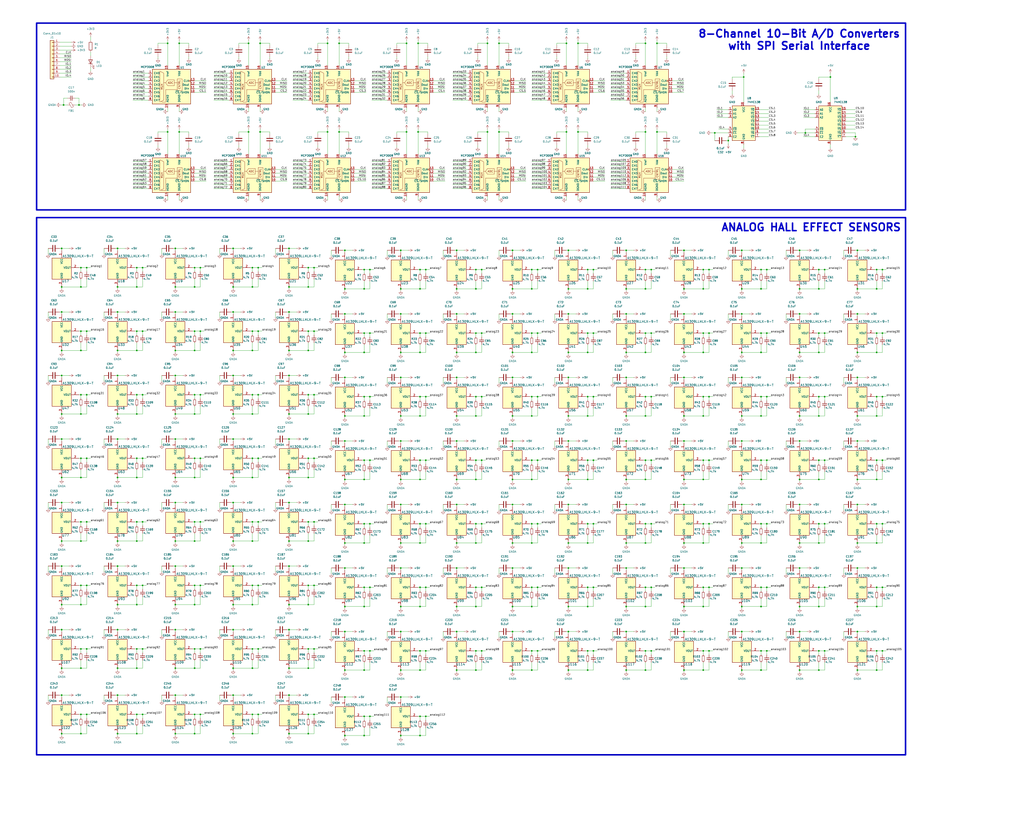
<source format=kicad_sch>
(kicad_sch (version 20231120) (generator "eeschema") (generator_version "8.0")
  (paper "User" 675 550)
  (junction (at 317.5 429.26))
  (junction (at 387.35 219.71))
  (junction (at 53.34 427.99))
  (junction (at 53.34 302.26))
  (junction (at 350.52 345.44))
  (junction (at 387.35 387.35))
  (junction (at 166.37 218.44))
  (junction (at 313.69 303.53))
  (junction (at 243.84 472.44))
  (junction (at 280.67 219.71))
  (junction (at 300.99 400.05))
  (junction (at 77.47 483.87))
  (junction (at 350.52 316.23))
  (junction (at 227.33 165.1))
  (junction (at 153.67 247.65))
  (junction (at 300.99 441.96))
  (junction (at 264.16 459.74))
  (junction (at 53.34 218.44))
  (junction (at 387.35 177.8))
  (junction (at 391.16 345.44))
  (junction (at 425.45 177.8))
  (junction (at 240.03 190.5))
  (junction (at 313.69 261.62))
  (junction (at 203.2 273.05))
  (junction (at 227.33 290.83))
  (junction (at 128.27 483.87))
  (junction (at 488.95 290.83))
  (junction (at 243.84 219.71))
  (junction (at 463.55 232.41))
  (junction (at 354.33 177.8))
  (junction (at 53.34 189.23))
  (junction (at 539.75 387.35))
  (junction (at 581.66 429.26))
  (junction (at 387.35 400.05))
  (junction (at 203.2 483.87))
  (junction (at 429.26 219.71))
  (junction (at 539.75 190.5))
  (junction (at 280.67 261.62))
  (junction (at 565.15 290.83))
  (junction (at 166.37 189.23))
  (junction (at 467.36 261.62))
  (junction (at 128.27 218.44))
  (junction (at 463.55 358.14))
  (junction (at 166.37 176.53))
  (junction (at 276.86 261.62))
  (junction (at 337.82 416.56))
  (junction (at 93.98 302.26))
  (junction (at 321.31 28.575))
  (junction (at 128.27 344.17))
  (junction (at 203.2 356.87))
  (junction (at 565.15 232.41))
  (junction (at 115.57 458.47))
  (junction (at 527.05 232.41))
  (junction (at 505.46 219.71))
  (junction (at 488.95 358.14))
  (junction (at 280.67 387.35))
  (junction (at 539.75 261.62))
  (junction (at 463.55 429.26))
  (junction (at 190.5 289.56))
  (junction (at 276.86 274.32))
  (junction (at 429.26 177.8))
  (junction (at 313.69 177.8))
  (junction (at 425.45 219.71))
  (junction (at 275.59 86.995))
  (junction (at 132.08 386.08))
  (junction (at 227.33 416.56))
  (junction (at 300.99 416.56))
  (junction (at 207.01 471.17))
  (junction (at 450.85 232.41))
  (junction (at 387.35 429.26))
  (junction (at 57.15 218.44))
  (junction (at 243.84 177.8))
  (junction (at 40.64 205.74))
  (junction (at 243.84 387.35))
  (junction (at 128.27 189.23))
  (junction (at 350.52 441.96))
  (junction (at 501.65 429.26))
  (junction (at 527.05 274.32))
  (junction (at 77.47 289.56))
  (junction (at 190.5 273.05))
  (junction (at 337.82 165.1))
  (junction (at 227.33 374.65))
  (junction (at 581.66 303.53))
  (junction (at 115.57 440.69))
  (junction (at 240.03 219.71))
  (junction (at 300.99 190.5))
  (junction (at 153.67 273.05))
  (junction (at 501.65 274.32))
  (junction (at 313.69 190.5))
  (junction (at 77.47 189.23))
  (junction (at 350.52 190.5))
  (junction (at 166.37 356.87))
  (junction (at 300.99 358.14))
  (junction (at 313.69 232.41))
  (junction (at 463.55 190.5))
  (junction (at 501.65 345.44))
  (junction (at 90.17 260.35))
  (junction (at 77.47 458.47))
  (junction (at 488.95 248.92))
  (junction (at 373.38 28.575))
  (junction (at 581.66 261.62))
  (junction (at 527.05 316.23))
  (junction (at 577.85 177.8))
  (junction (at 40.64 415.29))
  (junction (at 337.82 441.96))
  (junction (at 412.75 441.96))
  (junction (at 115.57 314.96))
  (junction (at 467.36 219.71))
  (junction (at 505.46 387.35))
  (junction (at 467.36 345.44))
  (junction (at 425.45 345.44))
  (junction (at 577.85 261.62))
  (junction (at 40.64 231.14))
  (junction (at 488.95 232.41))
  (junction (at 118.11 86.995))
  (junction (at 527.05 358.14))
  (junction (at 77.47 273.05))
  (junction (at 190.5 398.78))
  (junction (at 53.34 176.53))
  (junction (at 57.15 427.99))
  (junction (at 227.33 207.01))
  (junction (at 450.85 190.5))
  (junction (at 412.75 248.92))
  (junction (at 264.16 248.92))
  (junction (at 77.47 314.96))
  (junction (at 53.34 344.17))
  (junction (at 207.01 344.17))
  (junction (at 276.86 177.8))
  (junction (at 240.03 274.32))
  (junction (at 128.27 427.99))
  (junction (at 163.83 86.995))
  (junction (at 429.26 345.44))
  (junction (at 240.03 358.14))
  (junction (at 425.45 261.62))
  (junction (at 505.46 429.26))
  (junction (at 387.35 316.23))
  (junction (at 577.85 345.44))
  (junction (at 203.2 344.17))
  (junction (at 429.26 387.35))
  (junction (at 337.82 374.65))
  (junction (at 337.82 248.92))
  (junction (at 132.08 302.26))
  (junction (at 170.18 218.44))
  (junction (at 467.36 303.53))
  (junction (at 425.45 86.995))
  (junction (at 412.75 400.05))
  (junction (at 132.08 344.17))
  (junction (at 387.35 345.44))
  (junction (at 227.33 459.74))
  (junction (at 374.65 374.65))
  (junction (at 276.86 472.44))
  (junction (at 450.85 165.1))
  (junction (at 374.65 332.74))
  (junction (at 264.16 290.83))
  (junction (at 350.52 303.53))
  (junction (at 337.82 207.01))
  (junction (at 240.03 316.23))
  (junction (at 132.08 260.35))
  (junction (at 539.75 316.23))
  (junction (at 374.65 190.5))
  (junction (at 300.99 207.01))
  (junction (at 317.5 303.53))
  (junction (at 90.17 483.87))
  (junction (at 190.5 440.69))
  (junction (at 223.52 28.575))
  (junction (at 240.03 232.41))
  (junction (at 132.08 176.53))
  (junction (at 317.5 177.8))
  (junction (at 166.37 398.78))
  (junction (at 374.65 207.01))
  (junction (at 153.67 458.47))
  (junction (at 450.85 358.14))
  (junction (at 501.65 219.71))
  (junction (at 412.75 416.56))
  (junction (at 240.03 177.8))
  (junction (at 203.2 386.08))
  (junction (at 203.2 427.99))
  (junction (at 488.95 332.74))
  (junction (at 488.95 165.1))
  (junction (at 240.03 400.05))
  (junction (at 337.82 332.74))
  (junction (at 527.05 290.83))
  (junction (at 433.07 28.575))
  (junction (at 488.95 274.32))
  (junction (at 153.67 356.87))
  (junction (at 374.65 290.83))
  (junction (at 90.17 344.17))
  (junction (at 93.98 176.53))
  (junction (at 543.56 387.35))
  (junction (at 354.33 219.71))
  (junction (at 215.9 28.575))
  (junction (at 350.52 261.62))
  (junction (at 276.86 345.44))
  (junction (at 53.34 314.96))
  (junction (at 240.03 345.44))
  (junction (at 153.67 440.69))
  (junction (at 374.65 274.32))
  (junction (at 539.75 345.44))
  (junction (at 317.5 219.71))
  (junction (at 463.55 345.44))
  (junction (at 93.98 218.44))
  (junction (at 128.27 231.14))
  (junction (at 317.5 261.62))
  (junction (at 565.15 316.23))
  (junction (at 300.99 332.74))
  (junction (at 77.47 205.74))
  (junction (at 132.08 471.17))
  (junction (at 190.5 356.87))
  (junction (at 450.85 441.96))
  (junction (at 412.75 316.23))
  (junction (at 275.59 28.575))
  (junction (at 391.16 429.26))
  (junction (at 240.03 429.26))
  (junction (at 565.15 374.65))
  (junction (at 387.35 232.41))
  (junction (at 203.2 302.26))
  (junction (at 166.37 427.99))
  (junction (at 207.01 386.08))
  (junction (at 40.64 483.87))
  (junction (at 153.67 331.47))
  (junction (at 264.16 316.23))
  (junction (at 313.69 345.44))
  (junction (at 190.5 247.65))
  (junction (at 170.18 427.99))
  (junction (at 450.85 416.56))
  (junction (at 190.5 373.38))
  (junction (at 539.75 429.26))
  (junction (at 425.45 232.41))
  (junction (at 565.15 190.5))
  (junction (at 240.03 387.35))
  (junction (at 52.07 69.215))
  (junction (at 166.37 273.05))
  (junction (at 90.17 386.08))
  (junction (at 203.2 176.53))
  (junction (at 128.27 398.78))
  (junction (at 488.95 374.65))
  (junction (at 115.57 189.23))
  (junction (at 264.16 400.05))
  (junction (at 166.37 386.08))
  (junction (at 190.5 483.87))
  (junction (at 467.36 177.8))
  (junction (at 501.65 441.96))
  (junction (at 207.01 427.99))
  (junction (at 153.67 398.78))
  (junction (at 313.69 400.05))
  (junction (at 425.45 303.53))
  (junction (at 505.46 345.44))
  (junction (at 300.99 374.65))
  (junction (at 463.55 177.8))
  (junction (at 577.85 219.71))
  (junction (at 264.16 274.32))
  (junction (at 77.47 231.14))
  (junction (at 300.99 232.41))
  (junction (at 40.64 331.47))
  (junction (at 227.33 274.32))
  (junction (at 527.05 400.05))
  (junction (at 77.47 331.47))
  (junction (at 387.35 261.62))
  (junction (at 563.88 90.17))
  (junction (at 337.82 316.23))
  (junction (at 527.05 441.96))
  (junction (at 527.05 248.92))
  (junction (at 543.56 303.53))
  (junction (at 53.34 471.17))
  (junction (at 350.52 358.14))
  (junction (at 153.67 415.29))
  (junction (at 276.86 441.96))
  (junction (at 350.52 219.71))
  (junction (at 317.5 387.35))
  (junction (at 505.46 177.8))
  (junction (at 527.05 332.74))
  (junction (at 128.27 440.69))
  (junction (at 153.67 483.87))
  (junction (at 387.35 274.32))
  (junction (at 90.17 218.44))
  (junction (at 350.52 400.05))
  (junction (at 207.01 302.26))
  (junction (at 501.65 387.35))
  (junction (at 313.69 429.26))
  (junction (at 227.33 248.92))
  (junction (at 527.05 190.5))
  (junction (at 53.34 483.87))
  (junction (at 539.75 232.41))
  (junction (at 391.16 303.53))
  (junction (at 118.11 28.575))
  (junction (at 115.57 331.47))
  (junction (at 128.27 302.26))
  (junction (at 412.75 332.74))
  (junction (at 190.5 415.29))
  (junction (at 57.15 386.08))
  (junction (at 90.17 189.23))
  (junction (at 450.85 274.32))
  (junction (at 433.07 86.995))
  (junction (at 350.52 274.32))
  (junction (at 539.75 274.32))
  (junction (at 425.45 400.05))
  (junction (at 412.75 374.65))
  (junction (at 300.99 316.23))
  (junction (at 276.86 429.26))
  (junction (at 565.15 416.56))
  (junction (at 300.99 248.92))
  (junction (at 115.57 231.14))
  (junction (at 565.15 441.96))
  (junction (at 425.45 441.96))
  (junction (at 264.16 207.01))
  (junction (at 128.27 386.08))
  (junction (at 425.45 316.23))
  (junction (at 350.52 232.41))
  (junction (at 374.65 165.1))
  (junction (at 328.93 86.995))
  (junction (at 190.5 205.74))
  (junction (at 93.98 386.08))
  (junction (at 374.65 316.23))
  (junction (at 40.64 398.78))
  (junction (at 90.17 440.69))
  (junction (at 264.16 165.1))
  (junction (at 412.75 274.32))
  (junction (at 40.64 273.05))
  (junction (at 328.93 28.575))
  (junction (at 53.34 231.14))
  (junction (at 354.33 345.44))
  (junction (at 53.34 273.05))
  (junction (at 40.64 314.96))
  (junction (at 381 28.575))
  (junction (at 354.33 261.62))
  (junction (at 450.85 316.23))
  (junction (at 227.33 485.14))
  (junction (at 543.56 429.26))
  (junction (at 412.75 358.14))
  (junction (at 463.55 261.62))
  (junction (at 276.86 485.14))
  (junction (at 264.16 232.41))
  (junction (at 115.57 356.87))
  (junction (at 313.69 387.35))
  (junction (at 93.98 471.17))
  (junction (at 501.65 358.14))
  (junction (at 203.2 218.44))
  (junction (at 577.85 232.41))
  (junction (at 166.37 440.69))
  (junction (at 387.35 303.53))
  (junction (at 57.15 176.53))
  (junction (at 166.37 231.14))
  (junction (at 505.46 261.62))
  (junction (at 373.38 86.995))
  (junction (at 77.47 440.69))
  (junction (at 128.27 356.87))
  (junction (at 543.56 177.8))
  (junction (at 412.75 190.5))
  (junction (at 539.75 219.71))
  (junction (at 115.57 483.87))
  (junction (at 280.67 303.53))
  (junction (at 264.16 190.5))
  (junction (at 527.05 207.01))
  (junction (at 425.45 274.32))
  (junction (at 170.18 260.35))
  (junction (at 565.15 165.1))
  (junction (at 463.55 387.35))
  (junction (at 53.34 398.78))
  (junction (at 53.34 386.08))
  (junction (at 539.75 303.53))
  (junction (at 203.2 471.17))
  (junction (at 115.57 205.74))
  (junction (at 128.27 273.05))
  (junction (at 527.05 374.65))
  (junction (at 577.85 316.23))
  (junction (at 321.31 86.995))
  (junction (at 412.75 165.1))
  (junction (at 581.66 387.35))
  (junction (at 539.75 358.14))
  (junction (at 90.17 314.96))
  (junction (at 565.15 358.14))
  (junction (at 463.55 274.32))
  (junction (at 490.22 50.8))
  (junction (at 128.27 314.96))
  (junction (at 40.64 247.65))
  (junction (at 280.67 472.44))
  (junction (at 354.33 429.26))
  (junction (at 166.37 302.26))
  (junction (at 40.64 373.38))
  (junction (at 543.56 219.71))
  (junction (at 488.95 190.5))
  (junction (at 391.16 177.8))
  (junction (at 128.27 176.53))
  (junction (at 276.86 232.41))
  (junction (at 501.65 190.5))
  (junction (at 190.5 458.47))
  (junction (at 132.08 427.99))
  (junction (at 313.69 219.71))
  (junction (at 166.37 471.17))
  (junction (at 57.15 471.17))
  (junction (at 577.85 387.35))
  (junction (at 488.95 441.96))
  (junction (at 203.2 189.23))
  (junction (at 90.17 176.53))
  (junction (at 317.5 345.44))
  (junction (at 227.33 400.05))
  (junction (at 264.16 485.14))
  (junction (at 577.85 303.53))
  (junction (at 170.18 386.08))
  (junction (at 391.16 261.62))
  (junction (at 581.66 177.8))
  (junction (at 488.95 316.23))
  (junction (at 425.45 358.14))
  (junction (at 577.85 400.05))
  (junction (at 170.18 302.26))
  (junction (at 115.57 273.05))
  (junction (at 463.55 219.71))
  (junction (at 128.27 260.35))
  (junction (at 153.67 373.38))
  (junction (at 170.18 344.17))
  (junction (at 153.67 189.23))
  (junction (at 115.57 373.38))
  (junction (at 280.67 345.44))
  (junction (at 276.86 400.05))
  (junction (at 276.86 358.14))
  (junction (at 381 86.995))
  (junction (at 207.01 260.35))
  (junction (at 276.86 387.35))
  (junction (at 429.26 303.53))
  (junction (at 577.85 274.32))
  (junction (at 300.99 274.32))
  (junction (at 190.5 231.14))
  (junction (at 115.57 163.83))
  (junction (at 577.85 429.26))
  (junction (at 527.05 165.1))
  (junction (at 90.17 356.87))
  (junction (at 354.33 303.53))
  (junction (at 264.16 358.14))
  (junction (at 227.33 332.74))
  (junction (at 313.69 358.14))
  (junction (at 93.98 344.17))
  (junction (at 429.26 429.26))
  (junction (at 110.49 28.575))
  (junction (at 203.2 231.14))
  (junction (at 300.99 165.1))
  (junction (at 543.56 261.62))
  (junction (at 170.18 471.17))
  (junction (at 240.03 261.62))
  (junction (at 93.98 260.35))
  (junction (at 387.35 441.96))
  (junction (at 240.03 303.53))
  (junction (at 215.9 86.995))
  (junction (at 166.37 260.35))
  (junction (at 190.5 331.47))
  (junction (at 57.15 260.35))
  (junction (at 243.84 303.53))
  (junction (at 90.17 231.14))
  (junction (at 425.45 190.5))
  (junction (at 391.16 387.35))
  (junction (at 581.66 219.71))
  (junction (at 90.17 273.05))
  (junction (at 53.34 356.87))
  (junction (at 264.16 374.65))
  (junction (at 565.15 332.74))
  (junction (at 153.67 163.83))
  (junction (at 374.65 416.56))
  (junction (at 337.82 232.41))
  (junction (at 313.69 441.96))
  (junction (at 463.55 400.05))
  (junction (at 276.86 303.53))
  (junction (at 488.95 416.56))
  (junction (at 153.67 231.14))
  (junction (at 132.08 218.44))
  (junction (at 565.15 207.01))
  (junction (at 577.85 441.96))
  (junction (at 77.47 373.38))
  (junction (at 488.95 400.05))
  (junction (at 565.15 274.32))
  (junction (at 480.06 92.71))
  (junction (at 425.45 429.26))
  (junction (at 565.15 400.05))
  (junction (at 425.45 387.35))
  (junction (at 240.03 485.14))
  (junction (at 539.75 441.96))
  (junction (at 163.83 28.575))
  (junction (at 223.52 86.995))
  (junction (at 337.82 358.14))
  (junction (at 300.99 290.83))
  (junction (at 313.69 274.32))
  (junction (at 547.37 50.8))
  (junction (at 227.33 316.23))
  (junction (at 207.01 218.44))
  (junction (at 501.65 177.8))
  (junction (at 467.36 387.35))
  (junction (at 374.65 248.92))
  (junction (at 539.75 177.8))
  (junction (at 539.75 400.05))
  (junction (at 153.67 205.74))
  (junction (at 505.46 303.53))
  (junction (at 337.82 274.32))
  (junction (at 374.65 358.14))
  (junction (at 267.97 86.995))
  (junction (at 190.5 163.83))
  (junction (at 501.65 316.23))
  (junction (at 41.91 69.215))
  (junction (at 40.64 189.23))
  (junction (at 110.49 86.995))
  (junction (at 276.86 316.23))
  (junction (at 463.55 303.53))
  (junction (at 501.65 400.05))
  (junction (at 488.95 207.01))
  (junction (at 527.05 416.56))
  (junction (at 374.65 400.05))
  (junction (at 90.17 427.99))
  (junction (at 77.47 247.65))
  (junction (at 77.47 415.29))
  (junction (at 227.33 232.41))
  (junction (at 93.98 427.99))
  (junction (at 57.15 344.17))
  (junction (at 171.45 28.575))
  (junction (at 374.65 441.96))
  (junction (at 276.86 219.71))
  (junction (at 57.15 302.26))
  (junction (at 501.65 303.53))
  (junction (at 203.2 260.35))
  (junction (at 153.67 314.96))
  (junction (at 374.65 232.41))
  (junction (at 450.85 290.83))
  (junction (at 471.17 87.63))
  (junction (at 501.65 261.62))
  (junction (at 280.67 177.8))
  (junction (at 450.85 374.65))
  (junction (at 501.65 232.41))
  (junction (at 463.55 316.23))
  (junction (at 243.84 345.44))
  (junction (at 128.27 471.17))
  (junction (at 429.26 261.62))
  (junction (at 40.64 458.47))
  (junction (at 280.67 429.26))
  (junction (at 90.17 398.78))
  (junction (at 243.84 261.62))
  (junction (at 190.5 189.23))
  (junction (at 77.47 356.87))
  (junction (at 240.03 472.44))
  (junction (at 264.16 332.74))
  (junction (at 276.86 190.5))
  (junction (at 354.33 387.35))
  (junction (at 387.35 358.14))
  (junction (at 412.75 207.01))
  (junction (at 412.75 290.83))
  (junction (at 77.47 398.78))
  (junction (at 171.45 86.995))
  (junction (at 391.16 219.71))
  (junction (at 337.82 190.5))
  (junction (at 264.16 441.96))
  (junction (at 40.64 163.83))
  (junction (at 412.75 232.41))
  (junction (at 467.36 429.26))
  (junction (at 53.34 440.69))
  (junction (at 40.64 356.87))
  (junction (at 450.85 207.01))
  (junction (at 543.56 345.44))
  (junction (at 350.52 177.8))
  (junction (at 203.2 314.96))
  (junction (at 581.66 345.44))
  (junction (at 313.69 316.23))
  (junction (at 203.2 440.69))
  (junction (at 115.57 247.65))
  (junction (at 425.45 28.575))
  (junction (at 577.85 358.14))
  (junction (at 350.52 429.26))
  (junction (at 243.84 429.26))
  (junction (at 53.34 260.35))
  (junction (at 565.15 248.92))
  (junction (at 90.17 471.17))
  (junction (at 450.85 332.74))
  (junction (at 227.33 190.5))
  (junction (at 115.57 415.29))
  (junction (at 190.5 314.96))
  (junction (at 387.35 190.5))
  (junction (at 227.33 358.14))
  (junction (at 166.37 483.87))
  (junction (at 530.86 87.63))
  (junction (at 577.85 190.5))
  (junction (at 40.64 440.69))
  (junction (at 90.17 302.26))
  (junction (at 267.97 28.575))
  (junction (at 240.03 441.96))
  (junction (at 450.85 400.05))
  (junction (at 115.57 398.78))
  (junction (at 115.57 289.56))
  (junction (at 207.01 176.53))
  (junction (at 40.64 289.56))
  (junction (at 227.33 441.96))
  (junction (at 337.82 400.05))
  (junction (at 264.16 416.56))
  (junction (at 350.52 387.35))
  (junction (at 166.37 314.96))
  (junction (at 463.55 441.96))
  (junction (at 203.2 398.78))
  (junction (at 77.47 163.83))
  (junction (at 337.82 290.83))
  (junction (at 450.85 248.92))
  (junction (at 153.67 289.56))
  (junction (at 166.37 344.17))
  (junction (at 170.18 176.53))
  (wire (pts (xy 565.15 316.23) (xy 577.85 316.23)))
  (wire (pts (xy 276.86 429.26) (xy 276.86 431.8)))
  (wire (pts (xy 114.3 247.65) (xy 115.57 247.65)))
  (wire (pts (xy 391.16 387.35) (xy 391.16 389.89)))
  (wire (pts (xy 261.62 88.265) (xy 261.62 86.995)))
  (wire (pts (xy 166.37 218.44) (xy 166.37 220.98)))
  (wire (pts (xy 90.17 231.14) (xy 93.98 231.14)))
  (wire (pts (xy 163.83 85.09) (xy 163.83 86.995)))
  (wire (pts (xy 570.23 332.74) (xy 565.15 332.74)))
  (wire (pts (xy 563.88 332.74) (xy 565.15 332.74)))
  (wire (pts (xy 90.17 189.23) (xy 90.17 184.15)))
  (wire (pts (xy 157.48 86.995) (xy 163.83 86.995)))
  (wire (pts (xy 487.68 165.1) (xy 488.95 165.1)))
  (wire (pts (xy 166.37 427.99) (xy 170.18 427.99)))
  (wire (pts (xy 443.23 55.88) (xy 450.85 55.88)))
  (wire (pts (xy 57.15 471.17) (xy 59.69 471.17)))
  (wire (pts (xy 269.24 165.1) (xy 264.16 165.1)))
  (wire (pts (xy 565.15 441.96) (xy 577.85 441.96)))
  (wire (pts (xy 275.59 71.12) (xy 275.59 73.66)))
  (wire (pts (xy 39.37 43.18) (xy 46.99 43.18)))
  (wire (pts (xy 539.75 303.53) (xy 539.75 306.07)))
  (wire (pts (xy 387.35 316.23) (xy 387.35 311.15)))
  (wire (pts (xy 433.07 86.995) (xy 433.07 101.6)))
  (wire (pts (xy 227.33 459.74) (xy 227.33 461.01)))
  (wire (pts (xy 581.66 261.62) (xy 581.66 264.16)))
  (wire (pts (xy 124.46 29.845) (xy 124.46 28.575)))
  (wire (pts (xy 285.75 116.84) (xy 293.37 116.84)))
  (wire (pts (xy 488.95 207.01) (xy 488.95 208.28)))
  (wire (pts (xy 128.27 111.76) (xy 135.89 111.76)))
  (wire (pts (xy 339.09 114.3) (xy 346.71 114.3)))
  (wire (pts (xy 411.48 165.1) (xy 412.75 165.1)))
  (wire (pts (xy 132.08 176.53) (xy 132.08 179.07)))
  (wire (pts (xy 529.59 74.93) (xy 537.21 74.93)))
  (wire (pts (xy 450.85 416.56) (xy 450.85 417.83)))
  (wire (pts (xy 467.36 274.32) (xy 467.36 269.24)))
  (wire (pts (xy 77.47 314.96) (xy 90.17 314.96)))
  (wire (pts (xy 425.45 190.5) (xy 425.45 185.42)))
  (wire (pts (xy 76.2 289.56) (xy 77.47 289.56)))
  (wire (pts (xy 306.07 374.65) (xy 300.99 374.65)))
  (wire (pts (xy 443.23 111.76) (xy 450.85 111.76)))
  (wire (pts (xy 349.25 303.53) (xy 350.52 303.53)))
  (wire (pts (xy 203.2 471.17) (xy 203.2 473.71)))
  (wire (pts (xy 577.85 232.41) (xy 577.85 227.33)))
  (wire (pts (xy 132.08 427.99) (xy 134.62 427.99)))
  (wire (pts (xy 39.37 458.47) (xy 40.64 458.47)))
  (wire (pts (xy 87.63 66.04) (xy 97.79 66.04)))
  (wire (pts (xy 500.38 77.47) (xy 506.73 77.47)))
  (wire (pts (xy 201.93 386.08) (xy 203.2 386.08)))
  (wire (pts (xy 166.37 398.78) (xy 170.18 398.78)))
  (wire (pts (xy 57.15 260.35) (xy 59.69 260.35)))
  (wire (pts (xy 226.06 374.65) (xy 227.33 374.65)))
  (wire (pts (xy 321.31 71.12) (xy 321.31 73.66)))
  (wire (pts (xy 532.13 290.83) (xy 527.05 290.83)))
  (wire (pts (xy 280.67 177.8) (xy 283.21 177.8)))
  (wire (pts (xy 132.08 483.87) (xy 132.08 478.79)))
  (wire (pts (xy 402.59 48.26) (xy 412.75 48.26)))
  (wire (pts (xy 387.35 88.265) (xy 387.35 86.995)))
  (wire (pts (xy 488.95 400.05) (xy 488.95 401.32)))
  (wire (pts (xy 203.2 231.14) (xy 203.2 226.06)))
  (wire (pts (xy 57.15 427.99) (xy 59.69 427.99)))
  (wire (pts (xy 539.75 59.69) (xy 539.75 62.23)))
  (wire (pts (xy 391.16 358.14) (xy 391.16 353.06)))
  (wire (pts (xy 539.75 358.14) (xy 539.75 353.06)))
  (wire (pts (xy 328.93 416.56) (xy 328.93 420.37)))
  (wire (pts (xy 441.96 165.1) (xy 441.96 168.91)))
  (wire (pts (xy 501.65 232.41) (xy 501.65 227.33)))
  (wire (pts (xy 128.27 55.88) (xy 135.89 55.88)))
  (wire (pts (xy 153.67 415.29) (xy 153.67 416.56)))
  (wire (pts (xy 240.03 485.14) (xy 240.03 480.06)))
  (wire (pts (xy 527.05 316.23) (xy 527.05 317.5)))
  (wire (pts (xy 565.15 374.65) (xy 565.15 375.92)))
  (wire (pts (xy 328.93 248.92) (xy 328.93 252.73)))
  (wire (pts (xy 543.56 429.26) (xy 543.56 431.8)))
  (wire (pts (xy 115.57 331.47) (xy 115.57 332.74)))
  (wire (pts (xy 321.31 28.575) (xy 321.31 43.18)))
  (wire (pts (xy 120.65 373.38) (xy 115.57 373.38)))
  (wire (pts (xy 505.46 345.44) (xy 505.46 347.98)))
  (wire (pts (xy 158.75 205.74) (xy 153.67 205.74)))
  (wire (pts (xy 120.65 205.74) (xy 115.57 205.74)))
  (wire (pts (xy 132.08 471.17) (xy 132.08 473.71)))
  (wire (pts (xy 31.75 331.47) (xy 31.75 335.28)))
  (wire (pts (xy 391.16 177.8) (xy 391.16 180.34)))
  (wire (pts (xy 157.48 29.845) (xy 157.48 28.575)))
  (wire (pts (xy 158.75 289.56) (xy 153.67 289.56)))
  (wire (pts (xy 114.3 415.29) (xy 115.57 415.29)))
  (wire (pts (xy 450.85 274.32) (xy 463.55 274.32)))
  (wire (pts (xy 373.38 374.65) (xy 374.65 374.65)))
  (wire (pts (xy 120.65 415.29) (xy 115.57 415.29)))
  (wire (pts (xy 203.2 427.99) (xy 203.2 430.53)))
  (wire (pts (xy 467.36 261.62) (xy 467.36 264.16)))
  (wire (pts (xy 140.97 50.8) (xy 151.13 50.8)))
  (wire (pts (xy 276.86 400.05) (xy 280.67 400.05)))
  (wire (pts (xy 240.03 400.05) (xy 243.84 400.05)))
  (wire (pts (xy 337.82 416.56) (xy 337.82 417.83)))
  (wire (pts (xy 349.25 219.71) (xy 350.52 219.71)))
  (wire (pts (xy 525.78 248.92) (xy 527.05 248.92)))
  (wire (pts (xy 577.85 219.71) (xy 581.66 219.71)))
  (wire (pts (xy 367.03 37.465) (xy 367.03 38.735)))
  (wire (pts (xy 387.35 261.62) (xy 391.16 261.62)))
  (wire (pts (xy 313.69 358.14) (xy 317.5 358.14)))
  (wire (pts (xy 328.93 71.12) (xy 328.93 73.66)))
  (wire (pts (xy 354.33 429.26) (xy 356.87 429.26)))
  (wire (pts (xy 240.03 219.71) (xy 243.84 219.71)))
  (wire (pts (xy 581.66 232.41) (xy 581.66 227.33)))
  (wire (pts (xy 232.41 416.56) (xy 227.33 416.56)))
  (wire (pts (xy 165.1 427.99) (xy 166.37 427.99)))
  (wire (pts (xy 53.34 273.05) (xy 57.15 273.05)))
  (wire (pts (xy 189.23 373.38) (xy 190.5 373.38)))
  (wire (pts (xy 115.57 356.87) (xy 115.57 358.14)))
  (wire (pts (xy 412.75 316.23) (xy 425.45 316.23)))
  (wire (pts (xy 337.82 441.96) (xy 350.52 441.96)))
  (wire (pts (xy 450.85 358.14) (xy 463.55 358.14)))
  (wire (pts (xy 275.59 26.67) (xy 275.59 28.575)))
  (wire (pts (xy 367.03 88.265) (xy 367.03 86.995)))
  (wire (pts (xy 565.15 316.23) (xy 565.15 317.5)))
  (wire (pts (xy 190.5 398.78) (xy 190.5 400.05)))
  (wire (pts (xy 298.45 119.38) (xy 308.61 119.38)))
  (wire (pts (xy 298.45 106.68) (xy 308.61 106.68)))
  (wire (pts (xy 276.86 316.23) (xy 276.86 311.15)))
  (wire (pts (xy 527.05 190.5) (xy 527.05 191.77)))
  (wire (pts (xy 118.11 129.54) (xy 118.11 132.08)))
  (wire (pts (xy 472.44 77.47) (xy 480.06 77.47)))
  (wire (pts (xy 245.11 109.22) (xy 255.27 109.22)))
  (wire (pts (xy 127 176.53) (xy 128.27 176.53)))
  (wire (pts (xy 350.52 66.04) (xy 360.68 66.04)))
  (wire (pts (xy 203.2 189.23) (xy 207.01 189.23)))
  (wire (pts (xy 429.26 274.32) (xy 429.26 269.24)))
  (wire (pts (xy 350.52 232.41) (xy 354.33 232.41)))
  (wire (pts (xy 53.34 302.26) (xy 57.15 302.26)))
  (wire (pts (xy 450.85 332.74) (xy 450.85 334.01)))
  (wire (pts (xy 255.27 332.74) (xy 255.27 336.55)))
  (wire (pts (xy 538.48 387.35) (xy 539.75 387.35)))
  (wire (pts (xy 166.37 344.17) (xy 166.37 346.71)))
  (wire (pts (xy 276.86 485.14) (xy 276.86 480.06)))
  (wire (pts (xy 264.16 316.23) (xy 276.86 316.23)))
  (wire (pts (xy 53.34 483.87) (xy 57.15 483.87)))
  (wire (pts (xy 450.85 400.05) (xy 463.55 400.05)))
  (wire (pts (xy 313.69 429.26) (xy 313.69 431.8)))
  (wire (pts (xy 527.05 441.96) (xy 539.75 441.96)))
  (wire (pts (xy 223.52 86.995) (xy 223.52 101.6)))
  (wire (pts (xy 90.17 231.14) (xy 90.17 226.06)))
  (wire (pts (xy 193.04 50.8) (xy 203.2 50.8)))
  (wire (pts (xy 243.84 429.26) (xy 243.84 431.8)))
  (wire (pts (xy 317.5 261.62) (xy 320.04 261.62)))
  (wire (pts (xy 226.06 290.83) (xy 227.33 290.83)))
  (wire (pts (xy 276.86 190.5) (xy 276.86 185.42)))
  (wire (pts (xy 314.96 28.575) (xy 321.31 28.575)))
  (wire (pts (xy 275.59 303.53) (xy 276.86 303.53)))
  (wire (pts (xy 190.5 189.23) (xy 190.5 190.5)))
  (wire (pts (xy 557.53 82.55) (xy 563.88 82.55)))
  (wire (pts (xy 391.16 58.42) (xy 398.78 58.42)))
  (wire (pts (xy 281.94 95.885) (xy 281.94 97.155)))
  (wire (pts (xy 565.15 274.32) (xy 565.15 275.59)))
  (wire (pts (xy 425.45 71.12) (xy 425.45 73.66)))
  (wire (pts (xy 275.59 129.54) (xy 275.59 132.08)))
  (wire (pts (xy 317.5 429.26) (xy 317.5 431.8)))
  (wire (pts (xy 480.06 207.01) (xy 480.06 210.82)))
  (wire (pts (xy 57.15 176.53) (xy 59.69 176.53)))
  (wire (pts (xy 240.03 190.5) (xy 243.84 190.5)))
  (wire (pts (xy 488.95 316.23) (xy 501.65 316.23)))
  (wire (pts (xy 501.65 261.62) (xy 505.46 261.62)))
  (wire (pts (xy 40.64 273.05) (xy 53.34 273.05)))
  (wire (pts (xy 412.75 358.14) (xy 412.75 359.41)))
  (wire (pts (xy 57.15 440.69) (xy 57.15 435.61)))
  (wire (pts (xy 82.55 289.56) (xy 77.47 289.56)))
  (wire (pts (xy 128.27 386.08) (xy 132.08 386.08)))
  (wire (pts (xy 245.11 60.96) (xy 255.27 60.96)))
  (wire (pts (xy 132.08 386.08) (xy 134.62 386.08)))
  (wire (pts (xy 298.45 53.34) (xy 308.61 53.34)))
  (wire (pts (xy 501.65 387.35) (xy 501.65 389.89)))
  (wire (pts (xy 144.78 331.47) (xy 144.78 335.28)))
  (wire (pts (xy 88.9 386.08) (xy 90.17 386.08)))
  (wire (pts (xy 132.08 218.44) (xy 132.08 220.98)))
  (wire (pts (xy 170.18 471.17) (xy 170.18 473.71)))
  (wire (pts (xy 425.45 219.71) (xy 429.26 219.71)))
  (wire (pts (xy 114.3 289.56) (xy 115.57 289.56)))
  (wire (pts (xy 402.59 58.42) (xy 412.75 58.42)))
  (wire (pts (xy 424.18 429.26) (xy 425.45 429.26)))
  (wire (pts (xy 90.17 386.08) (xy 93.98 386.08)))
  (wire (pts (xy 118.11 71.12) (xy 118.11 73.66)))
  (wire (pts (xy 207.01 386.08) (xy 209.55 386.08)))
  (wire (pts (xy 166.37 231.14) (xy 166.37 226.06)))
  (wire (pts (xy 39.37 50.8) (xy 46.99 50.8)))
  (wire (pts (xy 387.35 274.32) (xy 387.35 269.24)))
  (wire (pts (xy 557.53 77.47) (xy 563.88 77.47)))
  (wire (pts (xy 391.16 387.35) (xy 393.7 387.35)))
  (wire (pts (xy 425.45 26.67) (xy 425.45 28.575)))
  (wire (pts (xy 313.69 345.44) (xy 313.69 347.98)))
  (wire (pts (xy 195.58 458.47) (xy 190.5 458.47)))
  (wire (pts (xy 280.67 177.8) (xy 280.67 180.34)))
  (wire (pts (xy 128.27 114.3) (xy 135.89 114.3)))
  (wire (pts (xy 501.65 441.96) (xy 505.46 441.96)))
  (wire (pts (xy 527.05 316.23) (xy 539.75 316.23)))
  (wire (pts (xy 374.65 316.23) (xy 387.35 316.23)))
  (wire (pts (xy 128.27 231.14) (xy 132.08 231.14)))
  (wire (pts (xy 350.52 219.71) (xy 350.52 222.25)))
  (wire (pts (xy 87.63 55.88) (xy 97.79 55.88)))
  (wire (pts (xy 387.35 28.575) (xy 381 28.575)))
  (wire (pts (xy 365.76 165.1) (xy 365.76 168.91)))
  (wire (pts (xy 90.17 483.87) (xy 90.17 478.79)))
  (wire (pts (xy 132.08 386.08) (xy 132.08 388.62)))
  (wire (pts (xy 40.64 273.05) (xy 40.64 274.32)))
  (wire (pts (xy 157.48 37.465) (xy 157.48 38.735)))
  (wire (pts (xy 132.08 314.96) (xy 132.08 309.88)))
  (wire (pts (xy 417.83 374.65) (xy 412.75 374.65)))
  (wire (pts (xy 354.33 261.62) (xy 356.87 261.62)))
  (wire (pts (xy 261.62 37.465) (xy 261.62 38.735)))
  (wire (pts (xy 76.2 458.47) (xy 77.47 458.47)))
  (wire (pts (xy 232.41 459.74) (xy 227.33 459.74)))
  (wire (pts (xy 313.69 441.96) (xy 313.69 436.88)))
  (wire (pts (xy 158.75 458.47) (xy 153.67 458.47)))
  (wire (pts (xy 505.46 232.41) (xy 505.46 227.33)))
  (wire (pts (xy 505.46 261.62) (xy 508 261.62)))
  (wire (pts (xy 381 129.54) (xy 381 132.08)))
  (wire (pts (xy 153.67 331.47) (xy 153.67 332.74)))
  (wire (pts (xy 53.34 440.69) (xy 57.15 440.69)))
  (wire (pts (xy 40.64 373.38) (xy 40.64 374.65)))
  (wire (pts (xy 563.88 207.01) (xy 565.15 207.01)))
  (wire (pts (xy 577.85 303.53) (xy 577.85 306.07)))
  (wire (pts (xy 505.46 387.35) (xy 505.46 389.89)))
  (wire (pts (xy 177.8 37.465) (xy 177.8 38.735)))
  (wire (pts (xy 298.45 116.84) (xy 308.61 116.84)))
  (wire (pts (xy 490.22 95.25) (xy 490.22 97.79)))
  (wire (pts (xy 500.38 80.01) (xy 506.73 80.01)))
  (wire (pts (xy 207.01 483.87) (xy 207.01 478.79)))
  (wire (pts (xy 267.97 85.09) (xy 267.97 86.995)))
  (wire (pts (xy 276.86 400.05) (xy 276.86 394.97)))
  (wire (pts (xy 190.5 273.05) (xy 190.5 274.32)))
  (wire (pts (xy 52.07 218.44) (xy 53.34 218.44)))
  (wire (pts (xy 387.35 232.41) (xy 387.35 227.33)))
  (wire (pts (xy 539.75 429.26) (xy 539.75 431.8)))
  (wire (pts (xy 152.4 163.83) (xy 153.67 163.83)))
  (wire (pts (xy 577.85 316.23) (xy 581.66 316.23)))
  (wire (pts (xy 245.11 55.88) (xy 255.27 55.88)))
  (wire (pts (xy 44.45 64.77) (xy 41.91 64.77)))
  (wire (pts (xy 429.26 358.14) (xy 429.26 353.06)))
  (wire (pts (xy 170.18 471.17) (xy 172.72 471.17)))
  (wire (pts (xy 68.58 205.74) (xy 68.58 209.55)))
  (wire (pts (xy 527.05 190.5) (xy 539.75 190.5)))
  (wire (pts (xy 243.84 387.35) (xy 243.84 389.89)))
  (wire (pts (xy 525.78 374.65) (xy 527.05 374.65)))
  (wire (pts (xy 387.35 316.23) (xy 391.16 316.23)))
  (wire (pts (xy 337.82 374.65) (xy 337.82 375.92)))
  (wire (pts (xy 337.82 274.32) (xy 337.82 275.59)))
  (wire (pts (xy 280.67 219.71) (xy 280.67 222.25)))
  (wire (pts (xy 144.78 458.47) (xy 144.78 462.28)))
  (wire (pts (xy 505.46 429.26) (xy 505.46 431.8)))
  (wire (pts (xy 429.26 303.53) (xy 431.8 303.53)))
  (wire (pts (xy 128.27 273.05) (xy 128.27 267.97)))
  (wire (pts (xy 565.15 165.1) (xy 565.15 166.37)))
  (wire (pts (xy 193.04 114.3) (xy 203.2 114.3)))
  (wire (pts (xy 128.27 386.08) (xy 128.27 388.62)))
  (wire (pts (xy 425.45 429.26) (xy 429.26 429.26)))
  (wire (pts (xy 93.98 189.23) (xy 93.98 184.15)))
  (wire (pts (xy 223.52 129.54) (xy 223.52 132.08)))
  (wire (pts (xy 276.86 387.35) (xy 280.67 387.35)))
  (wire (pts (xy 240.03 400.05) (xy 240.03 394.97)))
  (wire (pts (xy 419.1 95.885) (xy 419.1 97.155)))
  (wire (pts (xy 152.4 247.65) (xy 153.67 247.65)))
  (wire (pts (xy 539.75 400.05) (xy 539.75 394.97)))
  (wire (pts (xy 128.27 260.35) (xy 128.27 262.89)))
  (wire (pts (xy 527.05 358.14) (xy 539.75 358.14)))
  (wire (pts (xy 525.78 290.83) (xy 527.05 290.83)))
  (wire (pts (xy 132.08 471.17) (xy 134.62 471.17)))
  (wire (pts (xy 165.1 386.08) (xy 166.37 386.08)))
  (wire (pts (xy 441.96 332.74) (xy 441.96 336.55)))
  (wire (pts (xy 518.16 165.1) (xy 518.16 168.91)))
  (wire (pts (xy 313.69 400.05) (xy 317.5 400.05)))
  (wire (pts (xy 106.68 373.38) (xy 106.68 377.19)))
  (wire (pts (xy 342.9 248.92) (xy 337.82 248.92)))
  (wire (pts (xy 543.56 219.71) (xy 546.1 219.71)))
  (wire (pts (xy 441.96 207.01) (xy 441.96 210.82)))
  (wire (pts (xy 232.41 207.01) (xy 227.33 207.01)))
  (wire (pts (xy 189.23 331.47) (xy 190.5 331.47)))
  (wire (pts (xy 467.36 219.71) (xy 467.36 222.25)))
  (wire (pts (xy 576.58 261.62) (xy 577.85 261.62)))
  (wire (pts (xy 243.84 400.05) (xy 243.84 394.97)))
  (wire (pts (xy 276.86 303.53) (xy 276.86 306.07)))
  (wire (pts (xy 391.16 119.38) (xy 398.78 119.38)))
  (wire (pts (xy 39.37 331.47) (xy 40.64 331.47)))
  (wire (pts (xy 565.15 332.74) (xy 565.15 334.01)))
  (wire (pts (xy 300.99 400.05) (xy 300.99 401.32)))
  (wire (pts (xy 336.55 207.01) (xy 337.82 207.01)))
  (wire (pts (xy 53.34 231.14) (xy 57.15 231.14)))
  (wire (pts (xy 280.67 441.96) (xy 280.67 436.88)))
  (wire (pts (xy 227.33 332.74) (xy 227.33 334.01)))
  (wire (pts (xy 581.66 429.26) (xy 581.66 431.8)))
  (wire (pts (xy 243.84 232.41) (xy 243.84 227.33)))
  (wire (pts (xy 374.65 274.32) (xy 387.35 274.32)))
  (wire (pts (xy 227.33 416.56) (xy 227.33 417.83)))
  (wire (pts (xy 539.75 387.35) (xy 543.56 387.35)))
  (wire (pts (xy 298.45 111.76) (xy 308.61 111.76)))
  (wire (pts (xy 59.69 44.45) (xy 59.69 46.99)))
  (wire (pts (xy 128.27 176.53) (xy 128.27 179.07)))
  (wire (pts (xy 240.03 472.44) (xy 240.03 474.98)))
  (wire (pts (xy 429.26 345.44) (xy 429.26 347.98)))
  (wire (pts (xy 425.45 274.32) (xy 425.45 269.24)))
  (wire (pts (xy 285.75 119.38) (xy 293.37 119.38)))
  (wire (pts (xy 120.65 289.56) (xy 115.57 289.56)))
  (wire (pts (xy 350.52 303.53) (xy 354.33 303.53)))
  (wire (pts (xy 275.59 429.26) (xy 276.86 429.26)))
  (wire (pts (xy 350.52 119.38) (xy 360.68 119.38)))
  (wire (pts (xy 543.56 177.8) (xy 546.1 177.8)))
  (wire (pts (xy 501.65 177.8) (xy 501.65 180.34)))
  (wire (pts (xy 374.65 316.23) (xy 374.65 317.5)))
  (wire (pts (xy 505.46 190.5) (xy 505.46 185.42)))
  (wire (pts (xy 41.91 69.215) (xy 44.45 69.215)))
  (wire (pts (xy 387.35 358.14) (xy 387.35 353.06)))
  (wire (pts (xy 482.6 50.8) (xy 490.22 50.8)))
  (wire (pts (xy 53.34 273.05) (xy 53.34 267.97)))
  (wire (pts (xy 494.03 290.83) (xy 488.95 290.83)))
  (wire (pts (xy 354.33 387.35) (xy 356.87 387.35)))
  (wire (pts (xy 106.68 415.29) (xy 106.68 419.1)))
  (wire (pts (xy 93.98 176.53) (xy 93.98 179.07)))
  (wire (pts (xy 386.08 429.26) (xy 387.35 429.26)))
  (wire (pts (xy 314.96 29.845) (xy 314.96 28.575)))
  (wire (pts (xy 245.11 116.84) (xy 255.27 116.84)))
  (wire (pts (xy 373.38 165.1) (xy 374.65 165.1)))
  (wire (pts (xy 565.15 400.05) (xy 565.15 401.32)))
  (wire (pts (xy 120.65 247.65) (xy 115.57 247.65)))
  (wire (pts (xy 468.63 87.63) (xy 471.17 87.63)))
  (wire (pts (xy 337.82 358.14) (xy 350.52 358.14)))
  (wire (pts (xy 577.85 358.14) (xy 581.66 358.14)))
  (wire (pts (xy 227.33 207.01) (xy 227.33 208.28)))
  (wire (pts (xy 467.36 358.14) (xy 467.36 353.06)))
  (wire (pts (xy 115.57 373.38) (xy 115.57 374.65)))
  (wire (pts (xy 480.06 416.56) (xy 480.06 420.37)))
  (wire (pts (xy 52.07 302.26) (xy 53.34 302.26)))
  (wire (pts (xy 227.33 358.14) (xy 240.03 358.14)))
  (wire (pts (xy 321.31 86.995) (xy 321.31 101.6)))
  (wire (pts (xy 342.9 290.83) (xy 337.82 290.83)))
  (wire (pts (xy 374.65 232.41) (xy 387.35 232.41)))
  (wire (pts (xy 530.86 85.09) (xy 530.86 87.63)))
  (wire (pts (xy 505.46 261.62) (xy 505.46 264.16)))
  (wire (pts (xy 243.84 429.26) (xy 246.38 429.26)))
  (wire (pts (xy 539.75 261.62) (xy 539.75 264.16)))
  (wire (pts (xy 429.26 261.62) (xy 431.8 261.62)))
  (wire (pts (xy 317.5 441.96) (xy 317.5 436.88)))
  (wire (pts (xy 53.34 176.53) (xy 53.34 179.07)))
  (wire (pts (xy 170.18 344.17) (xy 170.18 346.71)))
  (wire (pts (xy 412.75 274.32) (xy 412.75 275.59)))
  (wire (pts (xy 128.27 440.69) (xy 132.08 440.69)))
  (wire (pts (xy 238.76 472.44) (xy 240.03 472.44)))
  (wire (pts (xy 240.03 472.44) (xy 243.84 472.44)))
  (wire (pts (xy 77.47 415.29) (xy 77.47 416.56)))
  (wire (pts (xy 77.47 440.69) (xy 90.17 440.69)))
  (wire (pts (xy 488.95 274.32) (xy 501.65 274.32)))
  (wire (pts (xy 207.01 189.23) (xy 207.01 184.15)))
  (wire (pts (xy 387.35 429.26) (xy 387.35 431.8)))
  (wire (pts (xy 170.18 260.35) (xy 172.72 260.35)))
  (wire (pts (xy 313.69 177.8) (xy 317.5 177.8)))
  (wire (pts (xy 166.37 356.87) (xy 170.18 356.87)))
  (wire (pts (xy 166.37 471.17) (xy 170.18 471.17)))
  (wire (pts (xy 245.11 66.04) (xy 255.27 66.04)))
  (wire (pts (xy 570.23 374.65) (xy 565.15 374.65)))
  (wire (pts (xy 57.15 344.17) (xy 59.69 344.17)))
  (wire (pts (xy 463.55 441.96) (xy 467.36 441.96)))
  (wire (pts (xy 240.03 303.53) (xy 243.84 303.53)))
  (wire (pts (xy 387.35 190.5) (xy 387.35 185.42)))
  (wire (pts (xy 365.76 374.65) (xy 365.76 378.46)))
  (wire (pts (xy 53.34 189.23) (xy 53.34 184.15)))
  (wire (pts (xy 439.42 28.575) (xy 433.07 28.575)))
  (wire (pts (xy 543.56 190.5) (xy 543.56 185.42)))
  (wire (pts (xy 350.52 345.44) (xy 350.52 347.98)))
  (wire (pts (xy 163.83 71.12) (xy 163.83 73.66)))
  (wire (pts (xy 144.78 373.38) (xy 144.78 377.19)))
  (wire (pts (xy 373.38 86.995) (xy 373.38 101.6)))
  (wire (pts (xy 365.76 332.74) (xy 365.76 336.55)))
  (wire (pts (xy 190.5 483.87) (xy 203.2 483.87)))
  (wire (pts (xy 403.86 332.74) (xy 403.86 336.55)))
  (wire (pts (xy 57.15 260.35) (xy 57.15 262.89)))
  (wire (pts (xy 120.65 331.47) (xy 115.57 331.47)))
  (wire (pts (xy 337.82 400.05) (xy 337.82 401.32)))
  (wire (pts (xy 577.85 441.96) (xy 581.66 441.96)))
  (wire (pts (xy 412.75 374.65) (xy 412.75 375.92)))
  (wire (pts (xy 280.67 261.62) (xy 283.21 261.62)))
  (wire (pts (xy 40.64 314.96) (xy 53.34 314.96)))
  (wire (pts (xy 170.18 218.44) (xy 170.18 220.98)))
  (wire (pts (xy 140.97 111.76) (xy 151.13 111.76)))
  (wire (pts (xy 354.33 190.5) (xy 354.33 185.42)))
  (wire (pts (xy 425.45 129.54) (xy 425.45 132.08)))
  (wire (pts (xy 45.72 331.47) (xy 40.64 331.47)))
  (wire (pts (xy 93.98 218.44) (xy 93.98 220.98)))
  (wire (pts (xy 292.1 165.1) (xy 292.1 168.91)))
  (wire (pts (xy 425.45 441.96) (xy 429.26 441.96)))
  (wire (pts (xy 90.17 398.78) (xy 90.17 393.7)))
  (wire (pts (xy 349.25 429.26) (xy 350.52 429.26)))
  (wire (pts (xy 53.34 356.87) (xy 57.15 356.87)))
  (wire (pts (xy 501.65 303.53) (xy 505.46 303.53)))
  (wire (pts (xy 189.23 415.29) (xy 190.5 415.29)))
  (wire (pts (xy 543.56 316.23) (xy 543.56 311.15)))
  (wire (pts (xy 429.26 441.96) (xy 429.26 436.88)))
  (wire (pts (xy 463.55 219.71) (xy 463.55 222.25)))
  (wire (pts (xy 243.84 303.53) (xy 246.38 303.53)))
  (wire (pts (xy 313.69 316.23) (xy 313.69 311.15)))
  (wire (pts (xy 581.66 190.5) (xy 581.66 185.42)))
  (wire (pts (xy 581.66 429.26) (xy 584.2 429.26)))
  (wire (pts (xy 537.21 85.09) (xy 530.86 85.09)))
  (wire (pts (xy 227.33 232.41) (xy 227.33 233.68)))
  (wire (pts (xy 115.57 440.69) (xy 115.57 441.96)))
  (wire (pts (xy 190.5 356.87) (xy 190.5 358.14)))
  (wire (pts (xy 525.78 207.01) (xy 527.05 207.01)))
  (wire (pts (xy 158.75 331.47) (xy 153.67 331.47)))
  (wire (pts (xy 93.98 427.99) (xy 93.98 430.53)))
  (wire (pts (xy 543.56 232.41) (xy 543.56 227.33)))
  (wire (pts (xy 203.2 344.17) (xy 207.01 344.17)))
  (wire (pts (xy 140.97 66.04) (xy 151.13 66.04)))
  (wire (pts (xy 255.27 374.65) (xy 255.27 378.46)))
  (wire (pts (xy 501.65 345.44) (xy 501.65 347.98)))
  (wire (pts (xy 312.42 177.8) (xy 313.69 177.8)))
  (wire (pts (xy 240.03 261.62) (xy 243.84 261.62)))
  (wire (pts (xy 264.16 232.41) (xy 264.16 233.68)))
  (wire (pts (xy 488.95 190.5) (xy 501.65 190.5)))
  (wire (pts (xy 313.69 303.53) (xy 317.5 303.53)))
  (wire (pts (xy 336.55 248.92) (xy 337.82 248.92)))
  (wire (pts (xy 576.58 387.35) (xy 577.85 387.35)))
  (wire (pts (xy 39.37 30.48) (xy 46.99 30.48)))
  (wire (pts (xy 152.4 458.47) (xy 153.67 458.47)))
  (wire (pts (xy 342.9 165.1) (xy 337.82 165.1)))
  (wire (pts (xy 425.45 400.05) (xy 429.26 400.05)))
  (wire (pts (xy 577.85 274.32) (xy 577.85 269.24)))
  (wire (pts (xy 227.33 232.41) (xy 240.03 232.41)))
  (wire (pts (xy 557.53 72.39) (xy 563.88 72.39)))
  (wire (pts (xy 128.27 116.84) (xy 135.89 116.84)))
  (wire (pts (xy 299.72 248.92) (xy 300.99 248.92)))
  (wire (pts (xy 77.47 273.05) (xy 77.47 274.32)))
  (wire (pts (xy 203.2 344.17) (xy 203.2 346.71)))
  (wire (pts (xy 299.72 290.83) (xy 300.99 290.83)))
  (wire (pts (xy 114.3 373.38) (xy 115.57 373.38)))
  (wire (pts (xy 328.93 374.65) (xy 328.93 378.46)))
  (wire (pts (xy 227.33 190.5) (xy 227.33 191.77)))
  (wire (pts (xy 128.27 58.42) (xy 135.89 58.42)))
  (wire (pts (xy 387.35 261.62) (xy 387.35 264.16)))
  (wire (pts (xy 581.66 177.8) (xy 584.2 177.8)))
  (wire (pts (xy 93.98 386.08) (xy 96.52 386.08)))
  (wire (pts (xy 349.25 345.44) (xy 350.52 345.44)))
  (wire (pts (xy 57.15 218.44) (xy 57.15 220.98)))
  (wire (pts (xy 429.26 219.71) (xy 431.8 219.71)))
  (wire (pts (xy 354.33 219.71) (xy 356.87 219.71)))
  (wire (pts (xy 335.28 29.845) (xy 335.28 28.575)))
  (wire (pts (xy 243.84 219.71) (xy 246.38 219.71)))
  (wire (pts (xy 312.42 387.35) (xy 313.69 387.35)))
  (wire (pts (xy 223.52 71.12) (xy 223.52 73.66)))
  (wire (pts (xy 238.76 177.8) (xy 240.03 177.8)))
  (wire (pts (xy 577.85 190.5) (xy 577.85 185.42)))
  (wire (pts (xy 494.03 416.56) (xy 488.95 416.56)))
  (wire (pts (xy 417.83 207.01) (xy 412.75 207.01)))
  (wire (pts (xy 403.86 374.65) (xy 403.86 378.46)))
  (wire (pts (xy 77.47 231.14) (xy 77.47 232.41)))
  (wire (pts (xy 539.75 190.5) (xy 543.56 190.5)))
  (wire (pts (xy 170.18 386.08) (xy 170.18 388.62)))
  (wire (pts (xy 488.95 232.41) (xy 488.95 233.68)))
  (wire (pts (xy 381 86.995) (xy 381 101.6)))
  (wire (pts (xy 500.38 87.63) (xy 506.73 87.63)))
  (wire (pts (xy 106.68 247.65) (xy 106.68 251.46)))
  (wire (pts (xy 354.33 303.53) (xy 356.87 303.53)))
  (wire (pts (xy 163.83 86.995) (xy 163.83 101.6)))
  (wire (pts (xy 576.58 429.26) (xy 577.85 429.26)))
  (wire (pts (xy 281.94 29.845) (xy 281.94 28.575)))
  (wire (pts (xy 193.04 106.68) (xy 203.2 106.68)))
  (wire (pts (xy 505.46 303.53) (xy 505.46 306.07)))
  (wire (pts (xy 577.85 190.5) (xy 581.66 190.5)))
  (wire (pts (xy 463.55 274.32) (xy 467.36 274.32)))
  (wire (pts (xy 300.99 248.92) (xy 300.99 250.19)))
  (wire (pts (xy 379.73 290.83) (xy 374.65 290.83)))
  (wire (pts (xy 556.26 290.83) (xy 556.26 294.64)))
  (wire (pts (xy 166.37 344.17) (xy 170.18 344.17)))
  (wire (pts (xy 120.65 458.47) (xy 115.57 458.47)))
  (wire (pts (xy 354.33 232.41) (xy 354.33 227.33)))
  (wire (pts (xy 153.67 356.87) (xy 166.37 356.87)))
  (wire (pts (xy 153.67 247.65) (xy 153.67 248.92)))
  (wire (pts (xy 124.46 86.995) (xy 118.11 86.995)))
  (wire (pts (xy 292.1 416.56) (xy 292.1 420.37)))
  (wire (pts (xy 518.16 248.92) (xy 518.16 252.73)))
  (wire (pts (xy 262.89 332.74) (xy 264.16 332.74)))
  (wire (pts (xy 455.93 248.92) (xy 450.85 248.92)))
  (wire (pts (xy 140.97 58.42) (xy 151.13 58.42)))
  (wire (pts (xy 425.45 86.995) (xy 425.45 101.6)))
  (wire (pts (xy 577.85 177.8) (xy 577.85 180.34)))
  (wire (pts (xy 166.37 273.05) (xy 166.37 267.97)))
  (wire (pts (xy 313.69 177.8) (xy 313.69 180.34)))
  (wire (pts (xy 339.09 53.34) (xy 346.71 53.34)))
  (wire (pts (xy 317.5 387.35) (xy 317.5 389.89)))
  (wire (pts (xy 441.96 374.65) (xy 441.96 378.46)))
  (wire (pts (xy 245.11 119.38) (xy 255.27 119.38)))
  (wire (pts (xy 166.37 231.14) (xy 170.18 231.14)))
  (wire (pts (xy 128.27 302.26) (xy 128.27 304.8)))
  (wire (pts (xy 153.67 289.56) (xy 153.67 290.83)))
  (wire (pts (xy 207.01 427.99) (xy 209.55 427.99)))
  (wire (pts (xy 411.48 332.74) (xy 412.75 332.74)))
  (wire (pts (xy 412.75 290.83) (xy 412.75 292.1)))
  (wire (pts (xy 280.67 316.23) (xy 280.67 311.15)))
  (wire (pts (xy 300.99 358.14) (xy 313.69 358.14)))
  (wire (pts (xy 280.67 219.71) (xy 283.21 219.71)))
  (wire (pts (xy 425.45 303.53) (xy 429.26 303.53)))
  (wire (pts (xy 82.55 205.74) (xy 77.47 205.74)))
  (wire (pts (xy 313.69 316.23) (xy 317.5 316.23)))
  (wire (pts (xy 170.18 483.87) (xy 170.18 478.79)))
  (wire (pts (xy 480.06 290.83) (xy 480.06 294.64)))
  (wire (pts (xy 226.06 207.01) (xy 227.33 207.01)))
  (wire (pts (xy 402.59 53.34) (xy 412.75 53.34)))
  (wire (pts (xy 226.06 248.92) (xy 227.33 248.92)))
  (wire (pts (xy 577.85 316.23) (xy 577.85 311.15)))
  (wire (pts (xy 403.86 416.56) (xy 403.86 420.37)))
  (wire (pts (xy 177.8 29.845) (xy 177.8 28.575)))
  (wire (pts (xy 350.52 441.96) (xy 350.52 436.88)))
  (wire (pts (xy 386.08 261.62) (xy 387.35 261.62)))
  (wire (pts (xy 68.58 373.38) (xy 68.58 377.19)))
  (wire (pts (xy 280.67 345.44) (xy 283.21 345.44)))
  (wire (pts (xy 153.67 231.14) (xy 166.37 231.14)))
  (wire (pts (xy 76.2 163.83) (xy 77.47 163.83)))
  (wire (pts (xy 115.57 189.23) (xy 128.27 189.23)))
  (wire (pts (xy 226.06 416.56) (xy 227.33 416.56)))
  (wire (pts (xy 450.85 441.96) (xy 463.55 441.96)))
  (wire (pts (xy 312.42 429.26) (xy 313.69 429.26)))
  (wire (pts (xy 350.52 358.14) (xy 354.33 358.14)))
  (wire (pts (xy 166.37 471.17) (xy 166.37 473.71)))
  (wire (pts (xy 298.45 124.46) (xy 308.61 124.46)))
  (wire (pts (xy 264.16 232.41) (xy 276.86 232.41)))
  (wire (pts (xy 387.35 95.885) (xy 387.35 97.155)))
  (wire (pts (xy 227.33 290.83) (xy 227.33 292.1)))
  (wire (pts (xy 387.35 303.53) (xy 387.35 306.07)))
  (wire (pts (xy 110.49 129.54) (xy 110.49 132.08)))
  (wire (pts (xy 313.69 232.41) (xy 313.69 227.33)))
  (wire (pts (xy 488.95 165.1) (xy 488.95 166.37)))
  (wire (pts (xy 171.45 85.09) (xy 171.45 86.995)))
  (wire (pts (xy 480.06 332.74) (xy 480.06 336.55)))
  (wire (pts (xy 501.65 232.41) (xy 505.46 232.41)))
  (wire (pts (xy 350.52 261.62) (xy 350.52 264.16)))
  (wire (pts (xy 337.82 290.83) (xy 337.82 292.1)))
  (wire (pts (xy 153.67 314.96) (xy 166.37 314.96)))
  (wire (pts (xy 227.33 400.05) (xy 227.33 401.32)))
  (wire (pts (xy 53.34 189.23) (xy 57.15 189.23)))
  (wire (pts (xy 563.88 165.1) (xy 565.15 165.1)))
  (wire (pts (xy 518.16 207.01) (xy 518.16 210.82)))
  (wire (pts (xy 195.58 331.47) (xy 190.5 331.47)))
  (wire (pts (xy 203.2 314.96) (xy 203.2 309.88)))
  (wire (pts (xy 450.85 290.83) (xy 450.85 292.1)))
  (wire (pts (xy 463.55 358.14) (xy 463.55 353.06)))
  (wire (pts (xy 193.04 60.96) (xy 203.2 60.96)))
  (wire (pts (xy 82.55 373.38) (xy 77.47 373.38)))
  (wire (pts (xy 365.76 248.92) (xy 365.76 252.73)))
  (wire (pts (xy 158.75 163.83) (xy 153.67 163.83)))
  (wire (pts (xy 563.88 290.83) (xy 565.15 290.83)))
  (wire (pts (xy 328.93 290.83) (xy 328.93 294.64)))
  (wire (pts (xy 243.84 441.96) (xy 243.84 436.88)))
  (wire (pts (xy 449.58 374.65) (xy 450.85 374.65)))
  (wire (pts (xy 425.45 177.8) (xy 429.26 177.8)))
  (wire (pts (xy 140.97 55.88) (xy 151.13 55.88)))
  (wire (pts (xy 494.03 248.92) (xy 488.95 248.92)))
  (wire (pts (xy 189.23 163.83) (xy 190.5 163.83)))
  (wire (pts (xy 280.67 429.26) (xy 280.67 431.8)))
  (wire (pts (xy 285.75 58.42) (xy 293.37 58.42)))
  (wire (pts (xy 31.75 458.47) (xy 31.75 462.28)))
  (wire (pts (xy 53.34 314.96) (xy 57.15 314.96)))
  (wire (pts (xy 261.62 95.885) (xy 261.62 97.155)))
  (wire (pts (xy 127 302.26) (xy 128.27 302.26)))
  (wire (pts (xy 425.45 177.8) (xy 425.45 180.34)))
  (wire (pts (xy 379.73 207.01) (xy 374.65 207.01)))
  (wire (pts (xy 505.46 219.71) (xy 505.46 222.25)))
  (wire (pts (xy 166.37 314.96) (xy 170.18 314.96)))
  (wire (pts (xy 275.59 387.35) (xy 276.86 387.35)))
  (wire (pts (xy 276.86 472.44) (xy 280.67 472.44)))
  (wire (pts (xy 501.65 274.32) (xy 505.46 274.32)))
  (wire (pts (xy 374.65 332.74) (xy 374.65 334.01)))
  (wire (pts (xy 203.2 302.26) (xy 203.2 304.8)))
  (wire (pts (xy 525.78 416.56) (xy 527.05 416.56)))
  (wire (pts (xy 391.16 400.05) (xy 391.16 394.97)))
  (wire (pts (xy 193.04 55.88) (xy 203.2 55.88)))
  (wire (pts (xy 275.59 177.8) (xy 276.86 177.8)))
  (wire (pts (xy 538.48 345.44) (xy 539.75 345.44)))
  (wire (pts (xy 104.14 29.845) (xy 104.14 28.575)))
  (wire (pts (xy 488.95 316.23) (xy 488.95 317.5)))
  (wire (pts (xy 425.45 85.09) (xy 425.45 86.995)))
  (wire (pts (xy 443.23 119.38) (xy 450.85 119.38)))
  (wire (pts (xy 106.68 163.83) (xy 106.68 167.64)))
  (wire (pts (xy 132.08 302.26) (xy 132.08 304.8)))
  (wire (pts (xy 467.36 261.62) (xy 469.9 261.62)))
  (wire (pts (xy 177.8 86.995) (xy 171.45 86.995)))
  (wire (pts (xy 280.67 303.53) (xy 283.21 303.53)))
  (wire (pts (xy 354.33 316.23) (xy 354.33 311.15)))
  (wire (pts (xy 450.85 190.5) (xy 463.55 190.5)))
  (wire (pts (xy 412.75 232.41) (xy 412.75 233.68)))
  (wire (pts (xy 114.3 205.74) (xy 115.57 205.74)))
  (wire (pts (xy 556.26 207.01) (xy 556.26 210.82)))
  (wire (pts (xy 209.55 88.265) (xy 209.55 86.995)))
  (wire (pts (xy 93.98 483.87) (xy 93.98 478.79)))
  (wire (pts (xy 547.37 50.8) (xy 547.37 67.31)))
  (wire (pts (xy 373.38 28.575) (xy 373.38 43.18)))
  (wire (pts (xy 128.27 189.23) (xy 132.08 189.23)))
  (wire (pts (xy 577.85 303.53) (xy 581.66 303.53)))
  (wire (pts (xy 276.86 441.96) (xy 280.67 441.96)))
  (wire (pts (xy 494.03 332.74) (xy 488.95 332.74)))
  (wire (pts (xy 207.01 427.99) (xy 207.01 430.53)))
  (wire (pts (xy 128.27 218.44) (xy 132.08 218.44)))
  (wire (pts (xy 52.07 176.53) (xy 53.34 176.53)))
  (wire (pts (xy 350.52 177.8) (xy 354.33 177.8)))
  (wire (pts (xy 93.98 344.17) (xy 96.52 344.17)))
  (wire (pts (xy 402.59 121.92) (xy 412.75 121.92)))
  (wire (pts (xy 505.46 303.53) (xy 508 303.53)))
  (wire (pts (xy 292.1 332.74) (xy 292.1 336.55)))
  (wire (pts (xy 365.76 290.83) (xy 365.76 294.64)))
  (wire (pts (xy 300.99 441.96) (xy 300.99 443.23)))
  (wire (pts (xy 463.55 261.62) (xy 467.36 261.62)))
  (wire (pts (xy 577.85 274.32) (xy 581.66 274.32)))
  (wire (pts (xy 374.65 232.41) (xy 374.65 233.68)))
  (wire (pts (xy 171.45 26.67) (xy 171.45 28.575)))
  (wire (pts (xy 255.27 459.74) (xy 255.27 463.55)))
  (wire (pts (xy 336.55 374.65) (xy 337.82 374.65)))
  (wire (pts (xy 300.99 400.05) (xy 313.69 400.05)))
  (wire (pts (xy 115.57 483.87) (xy 115.57 485.14)))
  (wire (pts (xy 233.68 60.96) (xy 241.3 60.96)))
  (wire (pts (xy 402.59 60.96) (xy 412.75 60.96)))
  (wire (pts (xy 463.55 400.05) (xy 463.55 394.97)))
  (wire (pts (xy 417.83 416.56) (xy 412.75 416.56)))
  (wire (pts (xy 115.57 398.78) (xy 128.27 398.78)))
  (wire (pts (xy 350.52 358.14) (xy 350.52 353.06)))
  (wire (pts (xy 87.63 119.38) (xy 97.79 119.38)))
  (wire (pts (xy 203.2 314.96) (xy 207.01 314.96)))
  (wire (pts (xy 317.5 400.05) (xy 317.5 394.97)))
  (wire (pts (xy 215.9 85.09) (xy 215.9 86.995)))
  (wire (pts (xy 115.57 231.14) (xy 115.57 232.41)))
  (wire (pts (xy 350.52 48.26) (xy 360.68 48.26)))
  (wire (pts (xy 429.26 219.71) (xy 429.26 222.25)))
  (wire (pts (xy 581.66 400.05) (xy 581.66 394.97)))
  (wire (pts (xy 218.44 290.83) (xy 218.44 294.64)))
  (wire (pts (xy 317.5 177.8) (xy 317.5 180.34)))
  (wire (pts (xy 314.96 86.995) (xy 321.31 86.995)))
  (wire (pts (xy 429.26 345.44) (xy 431.8 345.44)))
  (wire (pts (xy 463.55 316.23) (xy 467.36 316.23)))
  (wire (pts (xy 449.58 165.1) (xy 450.85 165.1)))
  (wire (pts (xy 424.18 261.62) (xy 425.45 261.62)))
  (wire (pts (xy 527.05 358.14) (xy 527.05 359.41)))
  (wire (pts (xy 518.16 332.74) (xy 518.16 336.55)))
  (wire (pts (xy 527.05 274.32) (xy 539.75 274.32)))
  (wire (pts (xy 181.61 111.76) (xy 189.23 111.76)))
  (wire (pts (xy 245.11 53.34) (xy 255.27 53.34)))
  (wire (pts (xy 106.68 205.74) (xy 106.68 209.55)))
  (wire (pts (xy 350.52 177.8) (xy 350.52 180.34)))
  (wire (pts (xy 39.37 35.56) (xy 46.99 35.56)))
  (wire (pts (xy 467.36 303.53) (xy 467.36 306.07)))
  (wire (pts (xy 181.61 163.83) (xy 181.61 167.64)))
  (wire (pts (xy 577.85 177.8) (xy 581.66 177.8)))
  (wire (pts (xy 321.31 129.54) (xy 321.31 132.08)))
  (wire (pts (xy 350.52 429.26) (xy 354.33 429.26)))
  (wire (pts (xy 462.28 429.26) (xy 463.55 429.26)))
  (wire (pts (xy 463.55 303.53) (xy 463.55 306.07)))
  (wire (pts (xy 314.96 95.885) (xy 314.96 97.155)))
  (wire (pts (xy 207.01 398.78) (xy 207.01 393.7)))
  (wire (pts (xy 128.27 231.14) (xy 128.27 226.06)))
  (wire (pts (xy 488.95 416.56) (xy 488.95 417.83)))
  (wire (pts (xy 170.18 386.08) (xy 172.72 386.08)))
  (wire (pts (xy 525.78 165.1) (xy 527.05 165.1)))
  (wire (pts (xy 104.14 88.265) (xy 104.14 86.995)))
  (wire (pts (xy 203.2 471.17) (xy 207.01 471.17)))
  (wire (pts (xy 463.55 190.5) (xy 463.55 185.42)))
  (wire (pts (xy 90.17 260.35) (xy 90.17 262.89)))
  (wire (pts (xy 424.18 219.71) (xy 425.45 219.71)))
  (wire (pts (xy 328.93 28.575) (xy 328.93 43.18)))
  (wire (pts (xy 501.65 429.26) (xy 501.65 431.8)))
  (wire (pts (xy 505.46 316.23) (xy 505.46 311.15)))
  (wire (pts (xy 335.28 95.885) (xy 335.28 97.155)))
  (wire (pts (xy 350.52 232.41) (xy 350.52 227.33)))
  (wire (pts (xy 317.5 429.26) (xy 320.04 429.26)))
  (wire (pts (xy 425.45 232.41) (xy 425.45 227.33)))
  (wire (pts (xy 77.47 398.78) (xy 90.17 398.78)))
  (wire (pts (xy 269.24 248.92) (xy 264.16 248.92)))
  (wire (pts (xy 539.75 177.8) (xy 543.56 177.8)))
  (wire (pts (xy 412.75 232.41) (xy 425.45 232.41)))
  (wire (pts (xy 207.01 260.35) (xy 209.55 260.35)))
  (wire (pts (xy 229.87 86.995) (xy 223.52 86.995)))
  (wire (pts (xy 264.16 441.96) (xy 276.86 441.96)))
  (wire (pts (xy 229.87 28.575) (xy 223.52 28.575)))
  (wire (pts (xy 207.01 260.35) (xy 207.01 262.89)))
  (wire (pts (xy 527.05 232.41) (xy 539.75 232.41)))
  (wire (pts (xy 501.65 190.5) (xy 505.46 190.5)))
  (wire (pts (xy 93.98 302.26) (xy 93.98 304.8)))
  (wire (pts (xy 412.75 358.14) (xy 425.45 358.14)))
  (wire (pts (xy 336.55 165.1) (xy 337.82 165.1)))
  (wire (pts (xy 170.18 273.05) (xy 170.18 267.97)))
  (wire (pts (xy 350.52 316.23) (xy 350.52 311.15)))
  (wire (pts (xy 387.35 303.53) (xy 391.16 303.53)))
  (wire (pts (xy 525.78 332.74) (xy 527.05 332.74)))
  (wire (pts (xy 124.46 28.575) (xy 118.11 28.575)))
  (wire (pts (xy 93.98 302.26) (xy 96.52 302.26)))
  (wire (pts (xy 299.72 416.56) (xy 300.99 416.56)))
  (wire (pts (xy 411.48 248.92) (xy 412.75 248.92)))
  (wire (pts (xy 292.1 248.92) (xy 292.1 252.73)))
  (wire (pts (xy 280.67 190.5) (xy 280.67 185.42)))
  (wire (pts (xy 140.97 109.22) (xy 151.13 109.22)))
  (wire (pts (xy 77.47 189.23) (xy 90.17 189.23)))
  (wire (pts (xy 77.47 398.78) (xy 77.47 400.05)))
  (wire (pts (xy 285.75 60.96) (xy 293.37 60.96)))
  (wire (pts (xy 480.06 248.92) (xy 480.06 252.73)))
  (wire (pts (xy 40.64 331.47) (xy 40.64 332.74)))
  (wire (pts (xy 232.41 332.74) (xy 227.33 332.74)))
  (wire (pts (xy 317.5 303.53) (xy 317.5 306.07)))
  (wire (pts (xy 243.84 274.32) (xy 243.84 269.24)))
  (wire (pts (xy 240.03 232.41) (xy 240.03 227.33)))
  (wire (pts (xy 40.64 440.69) (xy 40.64 441.96)))
  (wire (pts (xy 313.69 387.35) (xy 313.69 389.89)))
  (wire (pts (xy 501.65 261.62) (xy 501.65 264.16)))
  (wire (pts (xy 39.37 45.72) (xy 46.99 45.72)))
  (wire (pts (xy 402.59 50.8) (xy 412.75 50.8)))
  (wire (pts (xy 450.85 400.05) (xy 450.85 401.32)))
  (wire (pts (xy 215.9 28.575) (xy 215.9 43.18)))
  (wire (pts (xy 467.36 190.5) (xy 467.36 185.42)))
  (wire (pts (xy 190.5 314.96) (xy 203.2 314.96)))
  (wire (pts (xy 166.37 314.96) (xy 166.37 309.88)))
  (wire (pts (xy 207.01 302.26) (xy 209.55 302.26)))
  (wire (pts (xy 328.93 332.74) (xy 328.93 336.55)))
  (wire (pts (xy 223.52 26.67) (xy 223.52 28.575)))
  (wire (pts (xy 313.69 358.14) (xy 313.69 353.06)))
  (wire (pts (xy 543.56 387.35) (xy 543.56 389.89)))
  (wire (pts (xy 152.4 373.38) (xy 153.67 373.38)))
  (wire (pts (xy 264.16 416.56) (xy 264.16 417.83)))
  (wire (pts (xy 240.03 274.32) (xy 240.03 269.24)))
  (wire (pts (xy 556.26 416.56) (xy 556.26 420.37)))
  (wire (pts (xy 463.55 429.26) (xy 463.55 431.8)))
  (wire (pts (xy 68.58 415.29) (xy 68.58 419.1)))
  (wire (pts (xy 300.99 290.83) (xy 300.99 292.1)))
  (wire (pts (xy 93.98 440.69) (xy 93.98 435.61)))
  (wire (pts (xy 233.68 53.34) (xy 241.3 53.34)))
  (wire (pts (xy 153.67 440.69) (xy 166.37 440.69)))
  (wire (pts (xy 31.75 373.38) (xy 31.75 377.19)))
  (wire (pts (xy 337.82 190.5) (xy 350.52 190.5)))
  (wire (pts (xy 104.14 28.575) (xy 110.49 28.575)))
  (wire (pts (xy 31.75 247.65) (xy 31.75 251.46)))
  (wire (pts (xy 450.85 274.32) (xy 450.85 275.59)))
  (wire (pts (xy 527.05 400.05) (xy 539.75 400.05)))
  (wire (pts (xy 367.03 28.575) (xy 373.38 28.575)))
  (wire (pts (xy 500.38 345.44) (xy 501.65 345.44)))
  (wire (pts (xy 40.64 398.78) (xy 40.64 400.05)))
  (wire (pts (xy 115.57 231.14) (xy 128.27 231.14)))
  (wire (pts (xy 374.65 165.1) (xy 374.65 166.37)))
  (wire (pts (xy 391.16 219.71) (xy 391.16 222.25)))
  (wire (pts (xy 153.67 440.69) (xy 153.67 441.96)))
  (wire (pts (xy 115.57 163.83) (xy 115.57 165.1)))
  (wire (pts (xy 313.69 219.71) (xy 317.5 219.71)))
  (wire (pts (xy 267.97 129.54) (xy 267.97 132.08)))
  (wire (pts (xy 93.98 218.44) (xy 96.52 218.44)))
  (wire (pts (xy 82.55 458.47) (xy 77.47 458.47)))
  (wire (pts (xy 463.55 190.5) (xy 467.36 190.5)))
  (wire (pts (xy 298.45 121.92) (xy 308.61 121.92)))
  (wire (pts (xy 391.16 116.84) (xy 398.78 116.84)))
  (wire (pts (xy 565.15 190.5) (xy 577.85 190.5)))
  (wire (pts (xy 104.14 95.885) (xy 104.14 97.155)))
  (wire (pts (xy 367.03 95.885) (xy 367.03 97.155)))
  (wire (pts (xy 201.93 176.53) (xy 203.2 176.53)))
  (wire (pts (xy 577.85 232.41) (xy 581.66 232.41)))
  (wire (pts (xy 433.07 129.54) (xy 433.07 132.08)))
  (wire (pts (xy 525.78 87.63) (xy 530.86 87.63)))
  (wire (pts (xy 53.34 231.14) (xy 53.34 226.06)))
  (wire (pts (xy 275.59 345.44) (xy 276.86 345.44)))
  (wire (pts (xy 170.18 302.26) (xy 170.18 304.8)))
  (wire (pts (xy 539.75 274.32) (xy 543.56 274.32)))
  (wire (pts (xy 300.99 332.74) (xy 300.99 334.01)))
  (wire (pts (xy 128.27 314.96) (xy 132.08 314.96)))
  (wire (pts (xy 189.23 289.56) (xy 190.5 289.56)))
  (wire (pts (xy 387.35 345.44) (xy 387.35 347.98)))
  (wire (pts (xy 570.23 416.56) (xy 565.15 416.56)))
  (wire (pts (xy 207.01 176.53) (xy 207.01 179.07)))
  (wire (pts (xy 193.04 121.92) (xy 203.2 121.92)))
  (wire (pts (xy 229.87 88.265) (xy 229.87 86.995)))
  (wire (pts (xy 337.82 400.05) (xy 350.52 400.05)))
  (wire (pts (xy 391.16 429.26) (xy 393.7 429.26)))
  (wire (pts (xy 337.82 165.1) (xy 337.82 166.37)))
  (wire (pts (xy 387.35 37.465) (xy 387.35 38.735)))
  (wire (pts (xy 387.35 219.71) (xy 391.16 219.71)))
  (wire (pts (xy 387.35 232.41) (xy 391.16 232.41)))
  (wire (pts (xy 350.52 400.05) (xy 350.52 394.97)))
  (wire (pts (xy 215.9 71.12) (xy 215.9 73.66)))
  (wire (pts (xy 140.97 63.5) (xy 151.13 63.5)))
  (wire (pts (xy 313.69 274.32) (xy 317.5 274.32)))
  (wire (pts (xy 299.72 374.65) (xy 300.99 374.65)))
  (wire (pts (xy 350.52 274.32) (xy 354.33 274.32)))
  (wire (pts (xy 539.75 274.32) (xy 539.75 269.24)))
  (wire (pts (xy 402.59 119.38) (xy 412.75 119.38)))
  (wire (pts (xy 439.42 88.265) (xy 439.42 86.995)))
  (wire (pts (xy 203.2 218.44) (xy 207.01 218.44)))
  (wire (pts (xy 501.65 219.71) (xy 501.65 222.25)))
  (wire (pts (xy 170.18 398.78) (xy 170.18 393.7)))
  (wire (pts (xy 245.11 48.26) (xy 255.27 48.26)))
  (wire (pts (xy 518.16 374.65) (xy 518.16 378.46)))
  (wire (pts (xy 275.59 28.575) (xy 275.59 43.18)))
  (wire (pts (xy 132.08 302.26) (xy 134.62 302.26)))
  (wire (pts (xy 429.26 177.8) (xy 431.8 177.8)))
  (wire (pts (xy 350.52 106.68) (xy 360.68 106.68)))
  (wire (pts (xy 488.95 441.96) (xy 501.65 441.96)))
  (wire (pts (xy 402.59 114.3) (xy 412.75 114.3)))
  (wire (pts (xy 391.16 190.5) (xy 391.16 185.42)))
  (wire (pts (xy 429.26 429.26) (xy 429.26 431.8)))
  (wire (pts (xy 419.1 29.845) (xy 419.1 28.575)))
  (wire (pts (xy 264.16 290.83) (xy 264.16 292.1)))
  (wire (pts (xy 40.64 398.78) (xy 53.34 398.78)))
  (wire (pts (xy 317.5 345.44) (xy 317.5 347.98)))
  (wire (pts (xy 255.27 165.1) (xy 255.27 168.91)))
  (wire (pts (xy 300.99 190.5) (xy 313.69 190.5)))
  (wire (pts (xy 379.73 248.92) (xy 374.65 248.92)))
  (wire (pts (xy 77.47 163.83) (xy 77.47 165.1)))
  (wire (pts (xy 45.72 289.56) (xy 40.64 289.56)))
  (wire (pts (xy 255.27 207.01) (xy 255.27 210.82)))
  (wire (pts (xy 124.46 37.465) (xy 124.46 38.735)))
  (wire (pts (xy 203.2 427.99) (xy 207.01 427.99)))
  (wire (pts (xy 539.75 358.14) (xy 543.56 358.14)))
  (wire (pts (xy 374.65 248.92) (xy 374.65 250.19)))
  (wire (pts (xy 543.56 429.26) (xy 546.1 429.26)))
  (wire (pts (xy 170.18 189.23) (xy 170.18 184.15)))
  (wire (pts (xy 539.75 303.53) (xy 543.56 303.53)))
  (wire (pts (xy 190.5 398.78) (xy 203.2 398.78)))
  (wire (pts (xy 300.99 374.65) (xy 300.99 375.92)))
  (wire (pts (xy 337.82 274.32) (xy 350.52 274.32)))
  (wire (pts (xy 576.58 303.53) (xy 577.85 303.53)))
  (wire (pts (xy 127 427.99) (xy 128.27 427.99)))
  (wire (pts (xy 203.2 231.14) (xy 207.01 231.14)))
  (wire (pts (xy 419.1 37.465) (xy 419.1 38.735)))
  (wire (pts (xy 77.47 289.56) (xy 77.47 290.83)))
  (wire (pts (xy 373.38 71.12) (xy 373.38 73.66)))
  (wire (pts (xy 373.38 207.01) (xy 374.65 207.01)))
  (wire (pts (xy 45.72 458.47) (xy 40.64 458.47)))
  (wire (pts (xy 429.26 190.5) (xy 429.26 185.42)))
  (wire (pts (xy 449.58 207.01) (xy 450.85 207.01)))
  (wire (pts (xy 581.66 358.14) (xy 581.66 353.06)))
  (wire (pts (xy 577.85 358.14) (xy 577.85 353.06)))
  (wire (pts (xy 350.52 429.26) (xy 350.52 431.8)))
  (wire (pts (xy 425.45 429.26) (xy 425.45 431.8)))
  (wire (pts (xy 82.55 415.29) (xy 77.47 415.29)))
  (wire (pts (xy 350.52 261.62) (xy 354.33 261.62)))
  (wire (pts (xy 238.76 219.71) (xy 240.03 219.71)))
  (wire (pts (xy 264.16 207.01) (xy 264.16 208.28)))
  (wire (pts (xy 201.93 427.99) (xy 203.2 427.99)))
  (wire (pts (xy 336.55 332.74) (xy 337.82 332.74)))
  (wire (pts (xy 387.35 29.845) (xy 387.35 28.575)))
  (wire (pts (xy 39.37 415.29) (xy 40.64 415.29)))
  (wire (pts (xy 262.89 459.74) (xy 264.16 459.74)))
  (wire (pts (xy 441.96 416.56) (xy 441.96 420.37)))
  (wire (pts (xy 412.75 441.96) (xy 425.45 441.96)))
  (wire (pts (xy 189.23 205.74) (xy 190.5 205.74)))
  (wire (pts (xy 128.27 119.38) (xy 135.89 119.38)))
  (wire (pts (xy 170.18 427.99) (xy 170.18 430.53)))
  (wire (pts (xy 227.33 400.05) (xy 240.03 400.05)))
  (wire (pts (xy 132.08 427.99) (xy 132.08 430.53)))
  (wire (pts (xy 532.13 332.74) (xy 527.05 332.74)))
  (wire (pts (xy 177.8 95.885) (xy 177.8 97.155)))
  (wire (pts (xy 439.42 86.995) (xy 433.07 86.995)))
  (wire (pts (xy 215.9 26.67) (xy 215.9 28.575)))
  (wire (pts (xy 463.55 261.62) (xy 463.55 264.16)))
  (wire (pts (xy 93.98 471.17) (xy 93.98 473.71)))
  (wire (pts (xy 292.1 290.83) (xy 292.1 294.64)))
  (wire (pts (xy 158.75 247.65) (xy 153.67 247.65)))
  (wire (pts (xy 93.98 356.87) (xy 93.98 351.79)))
  (wire (pts (xy 367.03 86.995) (xy 373.38 86.995)))
  (wire (pts (xy 166.37 440.69) (xy 166.37 435.61)))
  (wire (pts (xy 153.67 398.78) (xy 166.37 398.78)))
  (wire (pts (xy 77.47 483.87) (xy 90.17 483.87)))
  (wire (pts (xy 227.33 248.92) (xy 227.33 250.19)))
  (wire (pts (xy 275.59 85.09) (xy 275.59 86.995)))
  (wire (pts (xy 53.34 260.35) (xy 53.34 262.89)))
  (wire (pts (xy 403.86 290.83) (xy 403.86 294.64)))
  (wire (pts (xy 443.23 114.3) (xy 450.85 114.3)))
  (wire (pts (xy 527.05 290.83) (xy 527.05 292.1)))
  (wire (pts (xy 350.52 116.84) (xy 360.68 116.84)))
  (wire (pts (xy 501.65 400.05) (xy 505.46 400.05)))
  (wire (pts (xy 374.65 416.56) (xy 374.65 417.83)))
  (wire (pts (xy 226.06 459.74) (xy 227.33 459.74)))
  (wire (pts (xy 40.64 189.23) (xy 40.64 190.5)))
  (wire (pts (xy 215.9 86.995) (xy 215.9 101.6)))
  (wire (pts (xy 190.5 458.47) (xy 190.5 459.74)))
  (wire (pts (xy 328.93 26.67) (xy 328.93 28.575)))
  (wire (pts (xy 467.36 387.35) (xy 469.9 387.35)))
  (wire (pts (xy 463.55 387.35) (xy 467.36 387.35)))
  (wire (pts (xy 280.67 232.41) (xy 280.67 227.33)))
  (wire (pts (xy 467.36 177.8) (xy 467.36 180.34)))
  (wire (pts (xy 565.15 416.56) (xy 565.15 417.83)))
  (wire (pts (xy 233.68 55.88) (xy 241.3 55.88)))
  (wire (pts (xy 90.17 314.96) (xy 90.17 309.88)))
  (wire (pts (xy 313.69 345.44) (xy 317.5 345.44)))
  (wire (pts (xy 539.75 219.71) (xy 543.56 219.71)))
  (wire (pts (xy 433.07 85.09) (xy 433.07 86.995)))
  (wire (pts (xy 387.35 274.32) (xy 391.16 274.32)))
  (wire (pts (xy 229.87 29.845) (xy 229.87 28.575)))
  (wire (pts (xy 82.55 163.83) (xy 77.47 163.83)))
  (wire (pts (xy 487.68 248.92) (xy 488.95 248.92)))
  (wire (pts (xy 412.75 165.1) (xy 412.75 166.37)))
  (wire (pts (xy 264.16 358.14) (xy 276.86 358.14)))
  (wire (pts (xy 480.06 92.71) (xy 480.06 95.25)))
  (wire (pts (xy 165.1 302.26) (xy 166.37 302.26)))
  (wire (pts (xy 480.06 374.65) (xy 480.06 378.46)))
  (wire (pts (xy 90.17 218.44) (xy 90.17 220.98)))
  (wire (pts (xy 543.56 358.14) (xy 543.56 353.06)))
  (wire (pts (xy 264.16 358.14) (xy 264.16 359.41)))
  (wire (pts (xy 581.66 274.32) (xy 581.66 269.24)))
  (wire (pts (xy 557.53 85.09) (xy 563.88 85.09)))
  (wire (pts (xy 53.34 440.69) (xy 53.34 435.61)))
  (wire (pts (xy 577.85 387.35) (xy 581.66 387.35)))
  (wire (pts (xy 539.75 232.41) (xy 539.75 227.33)))
  (wire (pts (xy 163.83 26.67) (xy 163.83 28.575)))
  (wire (pts (xy 539.75 345.44) (xy 539.75 347.98)))
  (wire (pts (xy 53.34 386.08) (xy 57.15 386.08)))
  (wire (pts (xy 306.07 332.74) (xy 300.99 332.74)))
  (wire (pts (xy 87.63 124.46) (xy 97.79 124.46)))
  (wire (pts (xy 337.82 441.96) (xy 337.82 443.23)))
  (wire (pts (xy 276.86 232.41) (xy 280.67 232.41)))
  (wire (pts (xy 245.11 114.3) (xy 255.27 114.3)))
  (wire (pts (xy 538.48 429.26) (xy 539.75 429.26)))
  (wire (pts (xy 276.86 303.53) (xy 280.67 303.53)))
  (wire (pts (xy 57.15 344.17) (xy 57.15 346.71)))
  (wire (pts (xy 170.18 176.53) (xy 172.72 176.53)))
  (wire (pts (xy 532.13 374.65) (xy 527.05 374.65)))
  (wire (pts (xy 190.5 415.29) (xy 190.5 416.56)))
  (wire (pts (xy 342.9 416.56) (xy 337.82 416.56)))
  (wire (pts (xy 203.2 273.05) (xy 207.01 273.05)))
  (wire (pts (xy 275.59 261.62) (xy 276.86 261.62)))
  (wire (pts (xy 455.93 374.65) (xy 450.85 374.65)))
  (wire (pts (xy 240.03 303.53) (xy 240.03 306.07)))
  (wire (pts (xy 201.93 260.35) (xy 203.2 260.35)))
  (wire (pts (xy 488.95 374.65) (xy 488.95 375.92)))
  (wire (pts (xy 328.93 85.09) (xy 328.93 86.995)))
  (wire (pts (xy 144.78 289.56) (xy 144.78 293.37)))
  (wire (pts (xy 471.17 87.63) (xy 471.17 92.71)))
  (wire (pts (xy 261.62 28.575) (xy 267.97 28.575)))
  (wire (pts (xy 350.52 124.46) (xy 360.68 124.46)))
  (wire (pts (xy 264.16 190.5) (xy 264.16 191.77)))
  (wire (pts (xy 276.86 387.35) (xy 276.86 389.89)))
  (wire (pts (xy 171.45 86.995) (xy 171.45 101.6)))
  (wire (pts (xy 53.34 218.44) (xy 53.34 220.98)))
  (wire (pts (xy 317.5 219.71) (xy 317.5 222.25)))
  (wire (pts (xy 88.9 302.26) (xy 90.17 302.26)))
  (wire (pts (xy 450.85 248.92) (xy 450.85 250.19)))
  (wire (pts (xy 275.59 219.71) (xy 276.86 219.71)))
  (wire (pts (xy 39.37 247.65) (xy 40.64 247.65)))
  (wire (pts (xy 281.94 88.265) (xy 281.94 86.995)))
  (wire (pts (xy 215.9 129.54) (xy 215.9 132.08)))
  (wire (pts (xy 379.73 332.74) (xy 374.65 332.74)))
  (wire (pts (xy 170.18 440.69) (xy 170.18 435.61)))
  (wire (pts (xy 68.58 289.56) (xy 68.58 293.37)))
  (wire (pts (xy 482.6 52.07) (xy 482.6 50.8)))
  (wire (pts (xy 280.67 472.44) (xy 280.67 474.98)))
  (wire (pts (xy 181.61 58.42) (xy 189.23 58.42)))
  (wire (pts (xy 140.97 48.26) (xy 151.13 48.26)))
  (wire (pts (xy 433.07 28.575) (xy 433.07 43.18)))
  (wire (pts (xy 132.08 344.17) (xy 134.62 344.17)))
  (wire (pts (xy 90.17 398.78) (xy 93.98 398.78)))
  (wire (pts (xy 77.47 205.74) (xy 77.47 207.01)))
  (wire (pts (xy 373.38 332.74) (xy 374.65 332.74)))
  (wire (pts (xy 387.35 400.05) (xy 391.16 400.05)))
  (wire (pts (xy 391.16 345.44) (xy 391.16 347.98)))
  (wire (pts (xy 128.27 60.96) (xy 135.89 60.96)))
  (wire (pts (xy 280.67 472.44) (xy 283.21 472.44)))
  (wire (pts (xy 350.52 114.3) (xy 360.68 114.3)))
  (wire (pts (xy 570.23 207.01) (xy 565.15 207.01)))
  (wire (pts (xy 462.28 261.62) (xy 463.55 261.62)))
  (wire (pts (xy 232.41 248.92) (xy 227.33 248.92)))
  (wire (pts (xy 349.25 177.8) (xy 350.52 177.8)))
  (wire (pts (xy 501.65 400.05) (xy 501.65 394.97)))
  (wire (pts (xy 227.33 274.32) (xy 227.33 275.59)))
  (wire (pts (xy 181.61 415.29) (xy 181.61 419.1)))
  (wire (pts (xy 387.35 441.96) (xy 391.16 441.96)))
  (wire (pts (xy 391.16 303.53) (xy 393.7 303.53)))
  (wire (pts (xy 262.89 207.01) (xy 264.16 207.01)))
  (wire (pts (xy 276.86 190.5) (xy 280.67 190.5)))
  (wire (pts (xy 337.82 232.41) (xy 337.82 233.68)))
  (wire (pts (xy 53.34 302.26) (xy 53.34 304.8)))
  (wire (pts (xy 110.49 28.575) (xy 110.49 43.18)))
  (wire (pts (xy 157.48 28.575) (xy 163.83 28.575)))
  (wire (pts (xy 462.28 345.44) (xy 463.55 345.44)))
  (wire (pts (xy 488.95 332.74) (xy 488.95 334.01)))
  (wire (pts (xy 76.2 247.65) (xy 77.47 247.65)))
  (wire (pts (xy 227.33 485.14) (xy 240.03 485.14)))
  (wire (pts (xy 132.08 356.87) (xy 132.08 351.79)))
  (wire (pts (xy 118.11 85.09) (xy 118.11 86.995)))
  (wire (pts (xy 243.84 472.44) (xy 246.38 472.44)))
  (wire (pts (xy 374.65 441.96) (xy 374.65 443.23)))
  (wire (pts (xy 391.16 316.23) (xy 391.16 311.15)))
  (wire (pts (xy 93.98 344.17) (xy 93.98 346.71)))
  (wire (pts (xy 350.52 55.88) (xy 360.68 55.88)))
  (wire (pts (xy 128.27 218.44) (xy 128.27 220.98)))
  (wire (pts (xy 166.37 427.99) (xy 166.37 430.53)))
  (wire (pts (xy 106.68 331.47) (xy 106.68 335.28)))
  (wire (pts (xy 276.86 485.14) (xy 280.67 485.14)))
  (wire (pts (xy 153.67 458.47) (xy 153.67 459.74)))
  (wire (pts (xy 153.67 356.87) (xy 153.67 358.14)))
  (wire (pts (xy 181.61 289.56) (xy 181.61 293.37)))
  (wire (pts (xy 53.34 356.87) (xy 53.34 351.79)))
  (wire (pts (xy 500.38 429.26) (xy 501.65 429.26)))
  (wire (pts (xy 539.75 219.71) (xy 539.75 222.25)))
  (wire (pts (xy 264.16 190.5) (xy 276.86 190.5)))
  (wire (pts (xy 245.11 50.8) (xy 255.27 50.8)))
  (wire (pts (xy 374.65 274.32) (xy 374.65 275.59)))
  (wire (pts (xy 90.17 189.23) (xy 93.98 189.23)))
  (wire (pts (xy 317.5 190.5) (xy 317.5 185.42)))
  (wire (pts (xy 88.9 176.53) (xy 90.17 176.53)))
  (wire (pts (xy 240.03 261.62) (xy 240.03 264.16)))
  (wire (pts (xy 557.53 74.93) (xy 563.88 74.93)))
  (wire (pts (xy 354.33 177.8) (xy 356.87 177.8)))
  (wire (pts (xy 299.72 332.74) (xy 300.99 332.74)))
  (wire (pts (xy 494.03 207.01) (xy 488.95 207.01)))
  (wire (pts (xy 313.69 190.5) (xy 317.5 190.5)))
  (wire (pts (xy 300.99 358.14) (xy 300.99 359.41)))
  (wire (pts (xy 467.36 387.35) (xy 467.36 389.89)))
  (wire (pts (xy 165.1 260.35) (xy 166.37 260.35)))
  (wire (pts (xy 450.85 232.41) (xy 450.85 233.68)))
  (wire (pts (xy 494.03 374.65) (xy 488.95 374.65)))
  (wire (pts (xy 386.08 219.71) (xy 387.35 219.71)))
  (wire (pts (xy 342.9 207.01) (xy 337.82 207.01)))
  (wire (pts (xy 505.46 400.05) (xy 505.46 394.97)))
  (wire (pts (xy 280.67 358.14) (xy 280.67 353.06)))
  (wire (pts (xy 53.34 218.44) (xy 57.15 218.44)))
  (wire (pts (xy 543.56 303.53) (xy 546.1 303.53)))
  (wire (pts (xy 350.52 53.34) (xy 360.68 53.34)))
  (wire (pts (xy 299.72 165.1) (xy 300.99 165.1)))
  (wire (pts (xy 39.37 40.64) (xy 46.99 40.64)))
  (wire (pts (xy 539.75 232.41) (xy 543.56 232.41)))
  (wire (pts (xy 264.16 316.23) (xy 264.16 317.5)))
  (wire (pts (xy 292.1 207.01) (xy 292.1 210.82)))
  (wire (pts (xy 57.15 398.78) (xy 57.15 393.7)))
  (wire (pts (xy 505.46 177.8) (xy 505.46 180.34)))
  (wire (pts (xy 543.56 177.8) (xy 543.56 180.34)))
  (wire (pts (xy 425.45 316.23) (xy 429.26 316.23)))
  (wire (pts (xy 128.27 260.35) (xy 132.08 260.35)))
  (wire (pts (xy 387.35 86.995) (xy 381 86.995)))
  (wire (pts (xy 39.37 27.94) (xy 46.99 27.94)))
  (wire (pts (xy 403.86 248.92) (xy 403.86 252.73)))
  (wire (pts (xy 232.41 290.83) (xy 227.33 290.83)))
  (wire (pts (xy 218.44 374.65) (xy 218.44 378.46)))
  (wire (pts (xy 255.27 290.83) (xy 255.27 294.64)))
  (wire (pts (xy 581.66 316.23) (xy 581.66 311.15)))
  (wire (pts (xy 391.16 55.88) (xy 398.78 55.88)))
  (wire (pts (xy 45.72 247.65) (xy 40.64 247.65)))
  (wire (pts (xy 127 386.08) (xy 128.27 386.08)))
  (wire (pts (xy 77.47 458.47) (xy 77.47 459.74)))
  (wire (pts (xy 354.33 274.32) (xy 354.33 269.24)))
  (wire (pts (xy 449.58 290.83) (xy 450.85 290.83)))
  (wire (pts (xy 77.47 314.96) (xy 77.47 316.23)))
  (wire (pts (xy 245.11 111.76) (xy 255.27 111.76)))
  (wire (pts (xy 40.64 440.69) (xy 53.34 440.69)))
  (wire (pts (xy 40.64 458.47) (xy 40.64 459.74)))
  (wire (pts (xy 87.63 109.22) (xy 97.79 109.22)))
  (wire (pts (xy 581.66 219.71) (xy 584.2 219.71)))
  (wire (pts (xy 280.67 261.62) (xy 280.67 264.16)))
  (wire (pts (xy 124.46 95.885) (xy 124.46 97.155)))
  (wire (pts (xy 88.9 427.99) (xy 90.17 427.99)))
  (wire (pts (xy 490.22 48.26) (xy 490.22 50.8)))
  (wire (pts (xy 104.14 86.995) (xy 110.49 86.995)))
  (wire (pts (xy 500.38 177.8) (xy 501.65 177.8)))
  (wire (pts (xy 240.03 441.96) (xy 240.03 436.88)))
  (wire (pts (xy 57.15 314.96) (xy 57.15 309.88)))
  (wire (pts (xy 140.97 60.96) (xy 151.13 60.96)))
  (wire (pts (xy 276.86 472.44) (xy 276.86 474.98)))
  (wire (pts (xy 45.72 415.29) (xy 40.64 415.29)))
  (wire (pts (xy 391.16 111.76) (xy 398.78 111.76)))
  (wire (pts (xy 449.58 332.74) (xy 450.85 332.74)))
  (wire (pts (xy 556.26 248.92) (xy 556.26 252.73)))
  (wire (pts (xy 373.38 290.83) (xy 374.65 290.83)))
  (wire (pts (xy 374.65 190.5) (xy 387.35 190.5)))
  (wire (pts (xy 462.28 177.8) (xy 463.55 177.8)))
  (wire (pts (xy 207.01 273.05) (xy 207.01 267.97)))
  (wire (pts (xy 373.38 85.09) (xy 373.38 86.995)))
  (wire (pts (xy 374.65 358.14) (xy 387.35 358.14)))
  (wire (pts (xy 166.37 189.23) (xy 170.18 189.23)))
  (wire (pts (xy 412.75 207.01) (xy 412.75 208.28)))
  (wire (pts (xy 166.37 483.87) (xy 170.18 483.87)))
  (wire (pts (xy 480.06 85.09) (xy 473.71 85.09)))
  (wire (pts (xy 402.59 66.04) (xy 412.75 66.04)))
  (wire (pts (xy 40.005 69.215) (xy 41.91 69.215)))
  (wire (pts (xy 386.08 177.8) (xy 387.35 177.8)))
  (wire (pts (xy 128.27 344.17) (xy 128.27 346.71)))
  (wire (pts (xy 547.37 95.25) (xy 547.37 97.79)))
  (wire (pts (xy 90.17 344.17) (xy 90.17 346.71)))
  (wire (pts (xy 335.28 28.575) (xy 328.93 28.575)))
  (wire (pts (xy 166.37 302.26) (xy 170.18 302.26)))
  (wire (pts (xy 354.33 441.96) (xy 354.33 436.88)))
  (wire (pts (xy 57.15 427.99) (xy 57.15 430.53)))
  (wire (pts (xy 87.63 121.92) (xy 97.79 121.92)))
  (wire (pts (xy 349.25 387.35) (xy 350.52 387.35)))
  (wire (pts (xy 170.18 314.96) (xy 170.18 309.88)))
  (wire (pts (xy 153.67 398.78) (xy 153.67 400.05)))
  (wire (pts (xy 467.36 316.23) (xy 467.36 311.15)))
  (wire (pts (xy 90.17 471.17) (xy 90.17 473.71)))
  (wire (pts (xy 581.66 387.35) (xy 581.66 389.89)))
  (wire (pts (xy 170.18 231.14) (xy 170.18 226.06)))
  (wire (pts (xy 243.84 190.5) (xy 243.84 185.42)))
  (wire (pts (xy 209.55 37.465) (xy 209.55 38.735)))
  (wire (pts (xy 455.93 332.74) (xy 450.85 332.74)))
  (wire (pts (xy 229.87 37.465) (xy 229.87 38.735)))
  (wire (pts (xy 336.55 290.83) (xy 337.82 290.83)))
  (wire (pts (xy 240.03 190.5) (xy 240.03 185.42)))
  (wire (pts (xy 280.67 303.53) (xy 280.67 306.07)))
  (wire (pts (xy 292.1 374.65) (xy 292.1 378.46)))
  (wire (pts (xy 539.75 261.62) (xy 543.56 261.62)))
  (wire (pts (xy 494.03 165.1) (xy 488.95 165.1)))
  (wire (pts (xy 227.33 374.65) (xy 227.33 375.92)))
  (wire (pts (xy 412.75 416.56) (xy 412.75 417.83)))
  (wire (pts (xy 478.79 92.71) (xy 480.06 92.71)))
  (wire (pts (xy 195.58 163.83) (xy 190.5 163.83)))
  (wire (pts (xy 53.34 471.17) (xy 53.34 473.71)))
  (wire (pts (xy 387.35 177.8) (xy 387.35 180.34)))
  (wire (pts (xy 276.86 232.41) (xy 276.86 227.33)))
  (wire (pts (xy 443.23 60.96) (xy 450.85 60.96)))
  (wire (pts (xy 381 71.12) (xy 381 73.66)))
  (wire (pts (xy 449.58 248.92) (xy 450.85 248.92)))
  (wire (pts (xy 467.36 429.26) (xy 467.36 431.8)))
  (wire (pts (xy 171.45 129.54) (xy 171.45 132.08)))
  (wire (pts (xy 201.93 218.44) (xy 203.2 218.44)))
  (wire (pts (xy 115.57 458.47) (xy 115.57 459.74)))
  (wire (pts (xy 429.26 303.53) (xy 429.26 306.07)))
  (wire (pts (xy 441.96 248.92) (xy 441.96 252.73)))
  (wire (pts (xy 500.38 72.39) (xy 506.73 72.39)))
  (wire (pts (xy 417.83 332.74) (xy 412.75 332.74)))
  (wire (pts (xy 240.03 358.14) (xy 240.03 353.06)))
  (wire (pts (xy 218.44 248.92) (xy 218.44 252.73)))
  (wire (pts (xy 505.46 441.96) (xy 505.46 436.88)))
  (wire (pts (xy 57.15 386.08) (xy 59.69 386.08)))
  (wire (pts (xy 412.75 400.05) (xy 425.45 400.05)))
  (wire (pts (xy 577.85 400.05) (xy 581.66 400.05)))
  (wire (pts (xy 166.37 386.08) (xy 170.18 386.08)))
  (wire (pts (xy 40.64 483.87) (xy 53.34 483.87)))
  (wire (pts (xy 543.56 441.96) (xy 543.56 436.88)))
  (wire (pts (xy 170.18 356.87) (xy 170.18 351.79)))
  (wire (pts (xy 52.07 471.17) (xy 53.34 471.17)))
  (wire (pts (xy 563.88 248.92) (xy 565.15 248.92)))
  (wire (pts (xy 203.2 440.69) (xy 207.01 440.69)))
  (wire (pts (xy 245.11 63.5) (xy 255.27 63.5)))
  (wire (pts (xy 412.75 316.23) (xy 412.75 317.5)))
  (wire (pts (xy 429.26 316.23) (xy 429.26 311.15)))
  (wire (pts (xy 543.56 261.62) (xy 546.1 261.62)))
  (wire (pts (xy 227.33 316.23) (xy 240.03 316.23)))
  (wire (pts (xy 127 218.44) (xy 128.27 218.44)))
  (wire (pts (xy 312.42 345.44) (xy 313.69 345.44)))
  (wire (pts (xy 90.17 218.44) (xy 93.98 218.44)))
  (wire (pts (xy 281.94 28.575) (xy 275.59 28.575)))
  (wire (pts (xy 425.45 28.575) (xy 425.45 43.18)))
  (wire (pts (xy 158.75 415.29) (xy 153.67 415.29)))
  (wire (pts (xy 76.2 331.47) (xy 77.47 331.47)))
  (wire (pts (xy 90.17 471.17) (xy 93.98 471.17)))
  (wire (pts (xy 163.83 129.54) (xy 163.83 132.08)))
  (wire (pts (xy 163.83 28.575) (xy 163.83 43.18)))
  (wire (pts (xy 115.57 189.23) (xy 115.57 190.5)))
  (wire (pts (xy 576.58 219.71) (xy 577.85 219.71)))
  (wire (pts (xy 203.2 189.23) (xy 203.2 184.15)))
  (wire (pts (xy 110.49 26.67) (xy 110.49 28.575)))
  (wire (pts (xy 140.97 116.84) (xy 151.13 116.84)))
  (wire (pts (xy 207.01 356.87) (xy 207.01 351.79)))
  (wire (pts (xy 285.75 111.76) (xy 293.37 111.76)))
  (wire (pts (xy 140.97 124.46) (xy 151.13 124.46)))
  (wire (pts (xy 429.26 387.35) (xy 429.26 389.89)))
  (wire (pts (xy 300.99 232.41) (xy 313.69 232.41)))
  (wire (pts (xy 387.35 429.26) (xy 391.16 429.26)))
  (wire (pts (xy 429.26 429.26) (xy 431.8 429.26)))
  (wire (pts (xy 354.33 345.44) (xy 356.87 345.44)))
  (wire (pts (xy 110.49 85.09) (xy 110.49 86.995)))
  (wire (pts (xy 152.4 415.29) (xy 153.67 415.29)))
  (wire (pts (xy 313.69 232.41) (xy 317.5 232.41)))
  (wire (pts (xy 68.58 331.47) (xy 68.58 335.28)))
  (wire (pts (xy 565.15 290.83) (xy 565.15 292.1)))
  (wire (pts (xy 350.52 441.96) (xy 354.33 441.96)))
  (wire (pts (xy 203.2 386.08) (xy 203.2 388.62)))
  (wire (pts (xy 425.45 358.14) (xy 429.26 358.14)))
  (wire (pts (xy 40.64 356.87) (xy 53.34 356.87)))
  (wire (pts (xy 463.55 232.41) (xy 467.36 232.41)))
  (wire (pts (xy 463.55 316.23) (xy 463.55 311.15)))
  (wire (pts (xy 505.46 345.44) (xy 508 345.44)))
  (wire (pts (xy 144.78 205.74) (xy 144.78 209.55)))
  (wire (pts (xy 233.68 111.76) (xy 241.3 111.76)))
  (wire (pts (xy 153.67 205.74) (xy 153.67 207.01)))
  (wire (pts (xy 374.65 358.14) (xy 374.65 359.41)))
  (wire (pts (xy 374.65 207.01) (xy 374.65 208.28)))
  (wire (pts (xy 90.17 176.53) (xy 90.17 179.07)))
  (wire (pts (xy 532.13 207.01) (xy 527.05 207.01)))
  (wire (pts (xy 391.16 60.96) (xy 398.78 60.96)))
  (wire (pts (xy 245.11 124.46) (xy 255.27 124.46)))
  (wire (pts (xy 298.45 60.96) (xy 308.61 60.96)))
  (wire (pts (xy 255.27 248.92) (xy 255.27 252.73)))
  (wire (pts (xy 280.67 485.14) (xy 280.67 480.06)))
  (wire (pts (xy 455.93 416.56) (xy 450.85 416.56)))
  (wire (pts (xy 114.3 163.83) (xy 115.57 163.83)))
  (wire (pts (xy 350.52 50.8) (xy 360.68 50.8)))
  (wire (pts (xy 181.61 458.47) (xy 181.61 462.28)))
  (wire (pts (xy 425.45 441.96) (xy 425.45 436.88)))
  (wire (pts (xy 152.4 331.47) (xy 153.67 331.47)))
  (wire (pts (xy 276.86 274.32) (xy 280.67 274.32)))
  (wire (pts (xy 128.27 189.23) (xy 128.27 184.15)))
  (wire (pts (xy 501.65 441.96) (xy 501.65 436.88)))
  (wire (pts (xy 441.96 290.83) (xy 441.96 294.64)))
  (wire (pts (xy 171.45 28.575) (xy 171.45 43.18)))
  (wire (pts (xy 529.59 77.47) (xy 537.21 77.47)))
  (wire (pts (xy 467.36 303.53) (xy 469.9 303.53)))
  (wire (pts (xy 193.04 109.22) (xy 203.2 109.22)))
  (wire (pts (xy 500.38 74.93) (xy 506.73 74.93)))
  (wire (pts (xy 439.42 29.845) (xy 439.42 28.575)))
  (wire (pts (xy 269.24 207.01) (xy 264.16 207.01)))
  (wire (pts (xy 577.85 261.62) (xy 577.85 264.16)))
  (wire (pts (xy 87.63 48.26) (xy 97.79 48.26)))
  (wire (pts (xy 203.2 176.53) (xy 207.01 176.53)))
  (wire (pts (xy 240.03 219.71) (xy 240.03 222.25)))
  (wire (pts (xy 354.33 303.53) (xy 354.33 306.07)))
  (wire (pts (xy 93.98 314.96) (xy 93.98 309.88)))
  (wire (pts (xy 298.45 63.5) (xy 308.61 63.5)))
  (wire (pts (xy 189.23 247.65) (xy 190.5 247.65)))
  (wire (pts (xy 276.86 316.23) (xy 280.67 316.23)))
  (wire (pts (xy 193.04 48.26) (xy 203.2 48.26)))
  (wire (pts (xy 337.82 248.92) (xy 337.82 250.19)))
  (wire (pts (xy 328.93 165.1) (xy 328.93 168.91)))
  (wire (pts (xy 218.44 207.01) (xy 218.44 210.82)))
  (wire (pts (xy 577.85 387.35) (xy 577.85 389.89)))
  (wire (pts (xy 128.27 398.78) (xy 132.08 398.78)))
  (wire (pts (xy 429.26 232.41) (xy 429.26 227.33)))
  (wire (pts (xy 170.18 176.53) (xy 170.18 179.07)))
  (wire (pts (xy 577.85 429.26) (xy 577.85 431.8)))
  (wire (pts (xy 276.86 219.71) (xy 276.86 222.25)))
  (wire (pts (xy 53.34 314.96) (xy 53.34 309.88)))
  (wire (pts (xy 57.15 176.53) (xy 57.15 179.07)))
  (wire (pts (xy 90.17 483.87) (xy 93.98 483.87)))
  (wire (pts (xy 505.46 387.35) (xy 508 387.35)))
  (wire (pts (xy 306.07 248.92) (xy 300.99 248.92)))
  (wire (pts (xy 181.61 60.96) (xy 189.23 60.96)))
  (wire (pts (xy 539.75 441.96) (xy 539.75 436.88)))
  (wire (pts (xy 425.45 345.44) (xy 425.45 347.98)))
  (wire (pts (xy 238.76 429.26) (xy 240.03 429.26)))
  (wire (pts (xy 264.16 165.1) (xy 264.16 166.37)))
  (wire (pts (xy 298.45 50.8) (xy 308.61 50.8)))
  (wire (pts (xy 140.97 106.68) (xy 151.13 106.68)))
  (wire (pts (xy 157.48 95.885) (xy 157.48 97.155)))
  (wire (pts (xy 527.05 232.41) (xy 527.05 233.68)))
  (wire (pts (xy 467.36 177.8) (xy 469.9 177.8)))
  (wire (pts (xy 229.87 95.885) (xy 229.87 97.155)))
  (wire (pts (xy 152.4 289.56) (xy 153.67 289.56)))
  (wire (pts (xy 300.99 274.32) (xy 313.69 274.32)))
  (wire (pts (xy 77.47 440.69) (xy 77.47 441.96)))
  (wire (pts (xy 128.27 344.17) (xy 132.08 344.17)))
  (wire (pts (xy 233.68 116.84) (xy 241.3 116.84)))
  (wire (pts (xy 391.16 429.26) (xy 391.16 431.8)))
  (wire (pts (xy 240.03 345.44) (xy 243.84 345.44)))
  (wire (pts (xy 501.65 345.44) (xy 505.46 345.44)))
  (wire (pts (xy 313.69 303.53) (xy 313.69 306.07)))
  (wire (pts (xy 306.07 290.83) (xy 300.99 290.83)))
  (wire (pts (xy 87.63 111.76) (xy 97.79 111.76)))
  (wire (pts (xy 190.5 163.83) (xy 190.5 165.1)))
  (wire (pts (xy 77.47 247.65) (xy 77.47 248.92)))
  (wire (pts (xy 115.57 398.78) (xy 115.57 400.05)))
  (wire (pts (xy 240.03 485.14) (xy 243.84 485.14)))
  (wire (pts (xy 354.33 177.8) (xy 354.33 180.34)))
  (wire (pts (xy 527.05 248.92) (xy 527.05 250.19)))
  (wire (pts (xy 90.17 302.26) (xy 93.98 302.26)))
  (wire (pts (xy 106.68 458.47) (xy 106.68 462.28)))
  (wire (pts (xy 115.57 247.65) (xy 115.57 248.92)))
  (wire (pts (xy 339.09 60.96) (xy 346.71 60.96)))
  (wire (pts (xy 203.2 483.87) (xy 203.2 478.79)))
  (wire (pts (xy 243.84 387.35) (xy 246.38 387.35)))
  (wire (pts (xy 317.5 261.62) (xy 317.5 264.16)))
  (wire (pts (xy 581.66 441.96) (xy 581.66 436.88)))
  (wire (pts (xy 306.07 416.56) (xy 300.99 416.56)))
  (wire (pts (xy 255.27 416.56) (xy 255.27 420.37)))
  (wire (pts (xy 39.37 289.56) (xy 40.64 289.56)))
  (wire (pts (xy 190.5 314.96) (xy 190.5 316.23)))
  (wire (pts (xy 264.16 485.14) (xy 276.86 485.14)))
  (wire (pts (xy 93.98 386.08) (xy 93.98 388.62)))
  (wire (pts (xy 193.04 53.34) (xy 203.2 53.34)))
  (wire (pts (xy 233.68 114.3) (xy 241.3 114.3)))
  (wire (pts (xy 527.05 416.56) (xy 527.05 417.83)))
  (wire (pts (xy 269.24 416.56) (xy 264.16 416.56)))
  (wire (pts (xy 243.84 345.44) (xy 243.84 347.98)))
  (wire (pts (xy 39.37 373.38) (xy 40.64 373.38)))
  (wire (pts (xy 298.45 58.42) (xy 308.61 58.42)))
  (wire (pts (xy 128.27 483.87) (xy 128.27 478.79)))
  (wire (pts (xy 312.42 261.62) (xy 313.69 261.62)))
  (wire (pts (xy 53.34 398.78) (xy 53.34 393.7)))
  (wire (pts (xy 269.24 290.83) (xy 264.16 290.83)))
  (wire (pts (xy 262.89 374.65) (xy 264.16 374.65)))
  (wire (pts (xy 245.11 121.92) (xy 255.27 121.92)))
  (wire (pts (xy 207.01 344.17) (xy 207.01 346.71)))
  (wire (pts (xy 77.47 231.14) (xy 90.17 231.14)))
  (wire (pts (xy 90.17 344.17) (xy 93.98 344.17)))
  (wire (pts (xy 115.57 483.87) (xy 128.27 483.87)))
  (wire (pts (xy 128.27 471.17) (xy 128.27 473.71)))
  (wire (pts (xy 39.37 48.26) (xy 46.99 48.26)))
  (wire (pts (xy 539.75 400.05) (xy 543.56 400.05)))
  (wire (pts (xy 425.45 358.14) (xy 425.45 353.06)))
  (wire (pts (xy 31.75 289.56) (xy 31.75 293.37)))
  (wire (pts (xy 374.65 190.5) (xy 374.65 191.77)))
  (wire (pts (xy 57.15 302.26) (xy 59.69 302.26)))
  (wire (pts (xy 93.98 176.53) (xy 96.52 176.53)))
  (wire (pts (xy 132.08 440.69) (xy 132.08 435.61)))
  (wire (pts (xy 285.75 114.3) (xy 293.37 114.3)))
  (wire (pts (xy 317.5 387.35) (xy 320.04 387.35)))
  (wire (pts (xy 243.84 358.14) (xy 243.84 353.06)))
  (wire (pts (xy 240.03 232.41) (xy 243.84 232.41)))
  (wire (pts (xy 487.68 290.83) (xy 488.95 290.83)))
  (wire (pts (xy 57.15 231.14) (xy 57.15 226.06)))
  (wire (pts (xy 115.57 356.87) (xy 128.27 356.87)))
  (wire (pts (xy 203.2 356.87) (xy 207.01 356.87)))
  (wire (pts (xy 110.49 86.995) (xy 110.49 101.6)))
  (wire (pts (xy 379.73 374.65) (xy 374.65 374.65)))
  (wire (pts (xy 387.35 177.8) (xy 391.16 177.8)))
  (wire (pts (xy 298.45 48.26) (xy 308.61 48.26)))
  (wire (pts (xy 488.95 441.96) (xy 488.95 443.23)))
  (wire (pts (xy 581.66 345.44) (xy 584.2 345.44)))
  (wire (pts (xy 373.38 248.92) (xy 374.65 248.92)))
  (wire (pts (xy 203.2 176.53) (xy 203.2 179.07)))
  (wire (pts (xy 402.59 109.22) (xy 412.75 109.22)))
  (wire (pts (xy 118.11 86.995) (xy 118.11 101.6)))
  (wire (pts (xy 240.03 441.96) (xy 243.84 441.96)))
  (wire (pts (xy 190.5 189.23) (xy 203.2 189.23)))
  (wire (pts (xy 207.01 302.26) (xy 207.01 304.8)))
  (wire (pts (xy 280.67 387.35) (xy 280.67 389.89)))
  (wire (pts (xy 53.34 344.17) (xy 57.15 344.17)))
  (wire (pts (xy 243.84 303.53) (xy 243.84 306.07)))
  (wire (pts (xy 386.08 303.53) (xy 387.35 303.53)))
  (wire (pts (xy 467.36 345.44) (xy 469.9 345.44)))
  (wire (pts (xy 298.45 109.22) (xy 308.61 109.22)))
  (wire (pts (xy 387.35 190.5) (xy 391.16 190.5)))
  (wire (pts (xy 450.85 374.65) (xy 450.85 375.92)))
  (wire (pts (xy 391.16 261.62) (xy 391.16 264.16)))
  (wire (pts (xy 350.52 121.92) (xy 360.68 121.92)))
  (wire (pts (xy 505.46 177.8) (xy 508 177.8)))
  (wire (pts (xy 203.2 218.44) (xy 203.2 220.98)))
  (wire (pts (xy 500.38 303.53) (xy 501.65 303.53)))
  (wire (pts (xy 501.65 303.53) (xy 501.65 306.07)))
  (wire (pts (xy 501.65 387.35) (xy 505.46 387.35)))
  (wire (pts (xy 153.67 163.83) (xy 153.67 165.1)))
  (wire (pts (xy 313.69 190.5) (xy 313.69 185.42)))
  (wire (pts (xy 87.63 53.34) (xy 97.79 53.34)))
  (wire (pts (xy 374.65 400.05) (xy 374.65 401.32)))
  (wire (pts (xy 425.45 345.44) (xy 429.26 345.44)))
  (wire (pts (xy 207.01 218.44) (xy 209.55 218.44)))
  (wire (pts (xy 177.8 88.265) (xy 177.8 86.995)))
  (wire (pts (xy 45.72 373.38) (xy 40.64 373.38)))
  (wire (pts (xy 227.33 358.14) (xy 227.33 359.41)))
  (wire (pts (xy 487.68 416.56) (xy 488.95 416.56)))
  (wire (pts (xy 144.78 415.29) (xy 144.78 419.1)))
  (wire (pts (xy 190.5 247.65) (xy 190.5 248.92)))
  (wire (pts (xy 68.58 247.65) (xy 68.58 251.46)))
  (wire (pts (xy 387.35 387.35) (xy 387.35 389.89)))
  (wire (pts (xy 557.53 90.17) (xy 563.88 90.17)))
  (wire (pts (xy 350.52 111.76) (xy 360.68 111.76)))
  (wire (pts (xy 170.18 302.26) (xy 172.72 302.26)))
  (wire (pts (xy 313.69 429.26) (xy 317.5 429.26)))
  (wire (pts (xy 500.38 219.71) (xy 501.65 219.71)))
  (wire (pts (xy 565.15 358.14) (xy 577.85 358.14)))
  (wire (pts (xy 90.17 302.26) (xy 90.17 304.8)))
  (wire (pts (xy 433.07 26.67) (xy 433.07 28.575)))
  (wire (pts (xy 429.26 177.8) (xy 429.26 180.34)))
  (wire (pts (xy 243.84 472.44) (xy 243.84 474.98)))
  (wire (pts (xy 300.99 165.1) (xy 300.99 166.37)))
  (wire (pts (xy 153.67 189.23) (xy 153.67 190.5)))
  (wire (pts (xy 387.35 387.35) (xy 391.16 387.35)))
  (wire (pts (xy 391.16 345.44) (xy 393.7 345.44)))
  (wire (pts (xy 262.89 416.56) (xy 264.16 416.56)))
  (wire (pts (xy 488.95 248.92) (xy 488.95 250.19)))
  (wire (pts (xy 166.37 302.26) (xy 166.37 304.8)))
  (wire (pts (xy 487.68 332.74) (xy 488.95 332.74)))
  (wire (pts (xy 280.67 429.26) (xy 283.21 429.26)))
  (wire (pts (xy 203.2 386.08) (xy 207.01 386.08)))
  (wire (pts (xy 281.94 37.465) (xy 281.94 38.735)))
  (wire (pts (xy 166.37 273.05) (xy 170.18 273.05)))
  (wire (pts (xy 132.08 231.14) (xy 132.08 226.06)))
  (wire (pts (xy 203.2 273.05) (xy 203.2 267.97)))
  (wire (pts (xy 57.15 471.17) (xy 57.15 473.71)))
  (wire (pts (xy 321.31 26.67) (xy 321.31 28.575)))
  (wire (pts (xy 166.37 176.53) (xy 166.37 179.07)))
  (wire (pts (xy 412.75 441.96) (xy 412.75 443.23)))
  (wire (pts (xy 128.27 314.96) (xy 128.27 309.88)))
  (wire (pts (xy 565.15 248.92) (xy 565.15 250.19)))
  (wire (pts (xy 76.2 205.74) (xy 77.47 205.74)))
  (wire (pts (xy 115.57 314.96) (xy 128.27 314.96)))
  (wire (pts (xy 280.67 387.35) (xy 283.21 387.35)))
  (wire (pts (xy 170.18 218.44) (xy 172.72 218.44)))
  (wire (pts (xy 350.52 190.5) (xy 354.33 190.5)))
  (wire (pts (xy 203.2 398.78) (xy 203.2 393.7)))
  (wire (pts (xy 501.65 358.14) (xy 505.46 358.14)))
  (wire (pts (xy 243.84 261.62) (xy 246.38 261.62)))
  (wire (pts (xy 93.98 231.14) (xy 93.98 226.06)))
  (wire (pts (xy 374.65 441.96) (xy 387.35 441.96)))
  (wire (pts (xy 93.98 427.99) (xy 96.52 427.99)))
  (wire (pts (xy 209.55 28.575) (xy 215.9 28.575)))
  (wire (pts (xy 482.6 59.69) (xy 482.6 62.23)))
  (wire (pts (xy 417.83 248.92) (xy 412.75 248.92)))
  (wire (pts (xy 45.72 205.74) (xy 40.64 205.74)))
  (wire (pts (xy 425.45 261.62) (xy 425.45 264.16)))
  (wire (pts (xy 350.52 190.5) (xy 350.52 185.42)))
  (wire (pts (xy 218.44 332.74) (xy 218.44 336.55)))
  (wire (pts (xy 276.86 261.62) (xy 276.86 264.16)))
  (wire (pts (xy 165.1 471.17) (xy 166.37 471.17)))
  (wire (pts (xy 532.13 248.92) (xy 527.05 248.92)))
  (wire (pts (xy 52.07 260.35) (xy 53.34 260.35)))
  (wire (pts (xy 539.75 50.8) (xy 547.37 50.8)))
  (wire (pts (xy 462.28 219.71) (xy 463.55 219.71)))
  (wire (pts (xy 350.52 400.05) (xy 354.33 400.05)))
  (wire (pts (xy 165.1 344.17) (xy 166.37 344.17)))
  (wire (pts (xy 45.72 163.83) (xy 40.64 163.83)))
  (wire (pts (xy 501.65 316.23) (xy 505.46 316.23)))
  (wire (pts (xy 88.9 260.35) (xy 90.17 260.35)))
  (wire (pts (xy 190.5 231.14) (xy 203.2 231.14)))
  (wire (pts (xy 40.64 289.56) (xy 40.64 290.83)))
  (wire (pts (xy 373.38 416.56) (xy 374.65 416.56)))
  (wire (pts (xy 218.44 165.1) (xy 218.44 168.91)))
  (wire (pts (xy 538.48 177.8) (xy 539.75 177.8)))
  (wire (pts (xy 463.55 219.71) (xy 467.36 219.71)))
  (wire (pts (xy 52.07 427.99) (xy 53.34 427.99)))
  (wire (pts (xy 171.45 71.12) (xy 171.45 73.66)))
  (wire (pts (xy 527.05 374.65) (xy 527.05 375.92)))
  (wire (pts (xy 532.13 416.56) (xy 527.05 416.56)))
  (wire (pts (xy 379.73 165.1) (xy 374.65 165.1)))
  (wire (pts (xy 317.5 274.32) (xy 317.5 269.24)))
  (wire (pts (xy 52.07 64.77) (xy 52.07 69.215)))
  (wire (pts (xy 350.52 303.53) (xy 350.52 306.07)))
  (wire (pts (xy 132.08 273.05) (xy 132.08 267.97)))
  (wire (pts (xy 443.23 116.84) (xy 450.85 116.84)))
  (wire (pts (xy 342.9 332.74) (xy 337.82 332.74)))
  (wire (pts (xy 195.58 373.38) (xy 190.5 373.38)))
  (wire (pts (xy 488.95 274.32) (xy 488.95 275.59)))
  (wire (pts (xy 115.57 314.96) (xy 115.57 316.23)))
  (wire (pts (xy 276.86 177.8) (xy 276.86 180.34)))
  (wire (pts (xy 379.73 416.56) (xy 374.65 416.56)))
  (wire (pts (xy 209.55 95.885) (xy 209.55 97.155)))
  (wire (pts (xy 207.01 231.14) (xy 207.01 226.06)))
  (wire (pts (xy 425.45 303.53) (xy 425.45 306.07)))
  (wire (pts (xy 387.35 345.44) (xy 391.16 345.44)))
  (wire (pts (xy 581.66 303.53) (xy 584.2 303.53)))
  (wire (pts (xy 240.03 345.44) (xy 240.03 347.98)))
  (wire (pts (xy 115.57 205.74) (xy 115.57 207.01)))
  (wire (pts (xy 190.5 289.56) (xy 190.5 290.83)))
  (wire (pts (xy 82.55 247.65) (xy 77.47 247.65)))
  (wire (pts (xy 77.47 331.47) (xy 77.47 332.74)))
  (wire (pts (xy 527.05 274.32) (xy 527.05 275.59)))
  (wire (pts (xy 280.67 345.44) (xy 280.67 347.98)))
  (wire (pts (xy 425.45 400.05) (xy 425.45 394.97)))
  (wire (pts (xy 82.55 331.47) (xy 77.47 331.47)))
  (wire (pts (xy 87.63 60.96) (xy 97.79 60.96)))
  (wire (pts (xy 88.9 471.17) (xy 90.17 471.17)))
  (wire (pts (xy 285.75 55.88) (xy 293.37 55.88)))
  (wire (pts (xy 419.1 86.995) (xy 425.45 86.995)))
  (wire (pts (xy 328.93 86.995) (xy 328.93 101.6)))
  (wire (pts (xy 556.26 165.1) (xy 556.26 168.91)))
  (wire (pts (xy 68.58 458.47) (xy 68.58 462.28)))
  (wire (pts (xy 455.93 290.83) (xy 450.85 290.83)))
  (wire (pts (xy 577.85 400.05) (xy 577.85 394.97)))
  (wire (pts (xy 240.03 429.26) (xy 240.03 431.8)))
  (wire (pts (xy 227.33 165.1) (xy 227.33 166.37)))
  (wire (pts (xy 563.88 416.56) (xy 565.15 416.56)))
  (wire (pts (xy 209.55 86.995) (xy 215.9 86.995)))
  (wire (pts (xy 367.03 29.845) (xy 367.03 28.575)))
  (wire (pts (xy 238.76 303.53) (xy 240.03 303.53)))
  (wire (pts (xy 158.75 373.38) (xy 153.67 373.38)))
  (wire (pts (xy 450.85 190.5) (xy 450.85 191.77)))
  (wire (pts (xy 203.2 398.78) (xy 207.01 398.78)))
  (wire (pts (xy 300.99 274.32) (xy 300.99 275.59)))
  (wire (pts (xy 539.75 387.35) (xy 539.75 389.89)))
  (wire (pts (xy 104.14 37.465) (xy 104.14 38.735)))
  (wire (pts (xy 463.55 232.41) (xy 463.55 227.33)))
  (wire (pts (xy 238.76 387.35) (xy 240.03 387.35)))
  (wire (pts (xy 321.31 85.09) (xy 321.31 86.995)))
  (wire (pts (xy 39.37 33.02) (xy 46.99 33.02)))
  (wire (pts (xy 195.58 247.65) (xy 190.5 247.65)))
  (wire (pts (xy 505.46 429.26) (xy 508 429.26)))
  (wire (pts (xy 425.45 387.35) (xy 429.26 387.35)))
  (wire (pts (xy 153.67 483.87) (xy 153.67 485.14)))
  (wire (pts (xy 115.57 415.29) (xy 115.57 416.56)))
  (wire (pts (xy 577.85 345.44) (xy 577.85 347.98)))
  (wire (pts (xy 276.86 177.8) (xy 280.67 177.8)))
  (wire (pts (xy 501.65 190.5) (xy 501.65 185.42)))
  (wire (pts (xy 39.37 163.83) (xy 40.64 163.83)))
  (wire (pts (xy 450.85 165.1) (xy 450.85 166.37)))
  (wire (pts (xy 90.17 356.87) (xy 93.98 356.87)))
  (wire (pts (xy 391.16 232.41) (xy 391.16 227.33)))
  (wire (pts (xy 391.16 303.53) (xy 391.16 306.07)))
  (wire (pts (xy 313.69 274.32) (xy 313.69 269.24)))
  (wire (pts (xy 412.75 190.5) (xy 412.75 191.77)))
  (wire (pts (xy 153.67 273.05) (xy 166.37 273.05)))
  (wire (pts (xy 539.75 190.5) (xy 539.75 185.42)))
  (wire (pts (xy 57.15 356.87) (xy 57.15 351.79)))
  (wire (pts (xy 280.67 274.32) (xy 280.67 269.24)))
  (wire (pts (xy 354.33 387.35) (xy 354.33 389.89)))
  (wire (pts (xy 243.84 485.14) (xy 243.84 480.06)))
  (wire (pts (xy 312.42 219.71) (xy 313.69 219.71)))
  (wire (pts (xy 232.41 374.65) (xy 227.33 374.65)))
  (wire (pts (xy 165.1 176.53) (xy 166.37 176.53)))
  (wire (pts (xy 87.63 114.3) (xy 97.79 114.3)))
  (wire (pts (xy 463.55 274.32) (xy 463.55 269.24)))
  (wire (pts (xy 556.26 374.65) (xy 556.26 378.46)))
  (wire (pts (xy 339.09 119.38) (xy 346.71 119.38)))
  (wire (pts (xy 532.13 165.1) (xy 527.05 165.1)))
  (wire (pts (xy 59.69 24.13) (xy 59.69 26.67)))
  (wire (pts (xy 267.97 28.575) (xy 267.97 43.18)))
  (wire (pts (xy 419.1 88.265) (xy 419.1 86.995)))
  (wire (pts (xy 93.98 260.35) (xy 96.52 260.35)))
  (wire (pts (xy 140.97 114.3) (xy 151.13 114.3)))
  (wire (pts (xy 570.23 290.83) (xy 565.15 290.83)))
  (wire (pts (xy 450.85 316.23) (xy 463.55 316.23)))
  (wire (pts (xy 76.2 415.29) (xy 77.47 415.29)))
  (wire (pts (xy 402.59 116.84) (xy 412.75 116.84)))
  (wire (pts (xy 439.42 37.465) (xy 439.42 38.735)))
  (wire (pts (xy 313.69 219.71) (xy 313.69 222.25)))
  (wire (pts (xy 425.45 261.62) (xy 429.26 261.62)))
  (wire (pts (xy 262.89 290.83) (xy 264.16 290.83)))
  (wire (pts (xy 193.04 116.84) (xy 203.2 116.84)))
  (wire (pts (xy 563.88 87.63) (xy 563.88 90.17)))
  (wire (pts (xy 181.61 119.38) (xy 189.23 119.38)))
  (wire (pts (xy 424.18 387.35) (xy 425.45 387.35)))
  (wire (pts (xy 40.64 205.74) (xy 40.64 207.01)))
  (wire (pts (xy 373.38 26.67) (xy 373.38 28.575)))
  (wire (pts (xy 190.5 356.87) (xy 203.2 356.87)))
  (wire (pts (xy 425.45 232.41) (xy 429.26 232.41)))
  (wire (pts (xy 87.63 116.84) (xy 97.79 116.84)))
  (wire (pts (xy 500.38 261.62) (xy 501.65 261.62)))
  (wire (pts (xy 403.86 207.01) (xy 403.86 210.82)))
  (wire (pts (xy 124.46 88.265) (xy 124.46 86.995)))
  (wire (pts (xy 193.04 66.04) (xy 203.2 66.04)))
  (wire (pts (xy 354.33 400.05) (xy 354.33 394.97)))
  (wire (pts (xy 267.97 26.67) (xy 267.97 28.575)))
  (wire (pts (xy 264.16 400.05) (xy 276.86 400.05)))
  (wire (pts (xy 433.07 71.12) (xy 433.07 73.66)))
  (wire (pts (xy 115.57 273.05) (xy 115.57 274.32)))
  (wire (pts (xy 317.5 232.41) (xy 317.5 227.33)))
  (wire (pts (xy 350.52 387.35) (xy 350.52 389.89)))
  (wire (pts (xy 313.69 261.62) (xy 317.5 261.62)))
  (wire (pts (xy 543.56 387.35) (xy 546.1 387.35)))
  (wire (pts (xy 411.48 207.01) (xy 412.75 207.01)))
  (wire (pts (xy 417.83 290.83) (xy 412.75 290.83)))
  (wire (pts (xy 577.85 219.71) (xy 577.85 222.25)))
  (wire (pts (xy 195.58 205.74) (xy 190.5 205.74)))
  (wire (pts (xy 276.86 261.62) (xy 280.67 261.62)))
  (wire (pts (xy 527.05 400.05) (xy 527.05 401.32)))
  (wire (pts (xy 232.41 165.1) (xy 227.33 165.1)))
  (wire (pts (xy 518.16 416.56) (xy 518.16 420.37)))
  (wire (pts (xy 467.36 219.71) (xy 469.9 219.71)))
  (wire (pts (xy 313.69 387.35) (xy 317.5 387.35)))
  (wire (pts (xy 529.59 90.17) (xy 537.21 90.17)))
  (wire (pts (xy 227.33 190.5) (xy 240.03 190.5)))
  (wire (pts (xy 227.33 441.96) (xy 227.33 443.23)))
  (wire (pts (xy 424.18 303.53) (xy 425.45 303.53)))
  (wire (pts (xy 264.16 248.92) (xy 264.16 250.19)))
  (wire (pts (xy 281.94 86.995) (xy 275.59 86.995)))
  (wire (pts (xy 402.59 63.5) (xy 412.75 63.5)))
  (wire (pts (xy 276.86 274.32) (xy 276.86 269.24)))
  (wire (pts (xy 90.17 440.69) (xy 90.17 435.61)))
  (wire (pts (xy 262.89 248.92) (xy 264.16 248.92)))
  (wire (pts (xy 425.45 316.23) (xy 425.45 311.15)))
  (wire (pts (xy 264.16 485.14) (xy 264.16 486.41)))
  (wire (pts (xy 152.4 205.74) (xy 153.67 205.74)))
  (wire (pts (xy 539.75 429.26) (xy 543.56 429.26)))
  (wire (pts (xy 412.75 400.05) (xy 412.75 401.32)))
  (wire (pts (xy 261.62 86.995) (xy 267.97 86.995)))
  (wire (pts (xy 374.65 400.05) (xy 387.35 400.05)))
  (wire (pts (xy 285.75 53.34) (xy 293.37 53.34)))
  (wire (pts (xy 153.67 189.23) (xy 166.37 189.23)))
  (wire (pts (xy 166.37 483.87) (xy 166.37 478.79)))
  (wire (pts (xy 68.58 163.83) (xy 68.58 167.64)))
  (wire (pts (xy 227.33 274.32) (xy 240.03 274.32)))
  (wire (pts (xy 487.68 207.01) (xy 488.95 207.01)))
  (wire (pts (xy 298.45 66.04) (xy 308.61 66.04)))
  (wire (pts (xy 539.75 345.44) (xy 543.56 345.44)))
  (wire (pts (xy 314.96 37.465) (xy 314.96 38.735)))
  (wire (pts (xy 223.52 85.09) (xy 223.52 86.995)))
  (wire (pts (xy 128.27 356.87) (xy 128.27 351.79)))
  (wire (pts (xy 463.55 441.96) (xy 463.55 436.88)))
  (wire (pts (xy 40.64 231.14) (xy 40.64 232.41)))
  (wire (pts (xy 527.05 165.1) (xy 527.05 166.37)))
  (wire (pts (xy 53.34 471.17) (xy 57.15 471.17)))
  (wire (pts (xy 354.33 261.62) (xy 354.33 264.16)))
  (wire (pts (xy 501.65 429.26) (xy 505.46 429.26)))
  (wire (pts (xy 262.89 165.1) (xy 264.16 165.1)))
  (wire (pts (xy 463.55 387.35) (xy 463.55 389.89)))
  (wire (pts (xy 275.59 86.995) (xy 275.59 101.6)))
  (wire (pts (xy 227.33 316.23) (xy 227.33 317.5)))
  (wire (pts (xy 391.16 219.71) (xy 393.7 219.71)))
  (wire (pts (xy 300.99 207.01) (xy 300.99 208.28)))
  (wire (pts (xy 429.26 387.35) (xy 431.8 387.35)))
  (wire (pts (xy 538.48 303.53) (xy 539.75 303.53)))
  (wire (pts (xy 412.75 248.92) (xy 412.75 250.19)))
  (wire (pts (xy 391.16 114.3) (xy 398.78 114.3)))
  (wire (pts (xy 403.86 165.1) (xy 403.86 168.91)))
  (wire (pts (xy 264.16 441.96) (xy 264.16 443.23)))
  (wire (pts (xy 157.48 88.265) (xy 157.48 86.995)))
  (wire (pts (xy 543.56 274.32) (xy 543.56 269.24)))
  (wire (pts (xy 128.27 471.17) (xy 132.08 471.17)))
  (wire (pts (xy 153.67 273.05) (xy 153.67 274.32)))
  (wire (pts (xy 300.99 190.5) (xy 300.99 191.77)))
  (wire (pts (xy 170.18 260.35) (xy 170.18 262.89)))
  (wire (pts (xy 190.5 440.69) (xy 203.2 440.69)))
  (wire (pts (xy 77.47 373.38) (xy 77.47 374.65)))
  (wire (pts (xy 565.15 274.32) (xy 577.85 274.32)))
  (wire (pts (xy 518.16 290.83) (xy 518.16 294.64)))
  (wire (pts (xy 443.23 58.42) (xy 450.85 58.42)))
  (wire (pts (xy 276.86 219.71) (xy 280.67 219.71)))
  (wire (pts (xy 264.16 332.74) (xy 264.16 334.01)))
  (wire (pts (xy 391.16 274.32) (xy 391.16 269.24)))
  (wire (pts (xy 317.5 345.44) (xy 320.04 345.44)))
  (wire (pts (xy 166.37 356.87) (xy 166.37 351.79)))
  (wire (pts (xy 53.34 344.17) (xy 53.34 346.71)))
  (wire (pts (xy 223.52 28.575) (xy 223.52 43.18)))
  (wire (pts (xy 350.52 316.23) (xy 354.33 316.23)))
  (wire (pts (xy 87.63 106.68) (xy 97.79 106.68)))
  (wire (pts (xy 40.64 314.96) (xy 40.64 316.23)))
  (wire (pts (xy 53.34 260.35) (xy 57.15 260.35)))
  (wire (pts (xy 110.49 71.12) (xy 110.49 73.66)))
  (wire (pts (xy 264.16 459.74) (xy 264.16 461.01)))
  (wire (pts (xy 472.44 74.93) (xy 480.06 74.93)))
  (wire (pts (xy 128.27 273.05) (xy 132.08 273.05)))
  (wire (pts (xy 501.65 358.14) (xy 501.65 353.06)))
  (wire (pts (xy 190.5 440.69) (xy 190.5 441.96)))
  (wire (pts (xy 417.83 165.1) (xy 412.75 165.1)))
  (wire (pts (xy 387.35 358.14) (xy 391.16 358.14)))
  (wire (pts (xy 443.23 53.34) (xy 450.85 53.34)))
  (wire (pts (xy 190.5 205.74) (xy 190.5 207.01)))
  (wire (pts (xy 480.06 90.17) (xy 480.06 92.71)))
  (wire (pts (xy 203.2 440.69) (xy 203.2 435.61)))
  (wire (pts (xy 298.45 114.3) (xy 308.61 114.3)))
  (wire (pts (xy 581.66 177.8) (xy 581.66 180.34)))
  (wire (pts (xy 299.72 207.01) (xy 300.99 207.01)))
  (wire (pts (xy 488.95 232.41) (xy 501.65 232.41)))
  (wire (pts (xy 181.61 116.84) (xy 189.23 116.84)))
  (wire (pts (xy 501.65 177.8) (xy 505.46 177.8)))
  (wire (pts (xy 387.35 400.05) (xy 387.35 394.97)))
  (wire (pts (xy 411.48 374.65) (xy 412.75 374.65)))
  (wire (pts (xy 118.11 28.575) (xy 118.11 43.18)))
  (wire (pts (xy 354.33 219.71) (xy 354.33 222.25)))
  (wire (pts (xy 374.65 374.65) (xy 374.65 375.92)))
  (wire (pts (xy 144.78 247.65) (xy 144.78 251.46)))
  (wire (pts (xy 77.47 356.87) (xy 90.17 356.87)))
  (wire (pts (xy 462.28 303.53) (xy 463.55 303.53)))
  (wire (pts (xy 93.98 260.35) (xy 93.98 262.89)))
  (wire (pts (xy 128.27 356.87) (xy 132.08 356.87)))
  (wire (pts (xy 240.03 429.26) (xy 243.84 429.26)))
  (wire (pts (xy 195.58 415.29) (xy 190.5 415.29)))
  (wire (pts (xy 365.76 416.56) (xy 365.76 420.37)))
  (wire (pts (xy 127 260.35) (xy 128.27 260.35)))
  (wire (pts (xy 402.59 55.88) (xy 412.75 55.88)))
  (wire (pts (xy 193.04 124.46) (xy 203.2 124.46)))
  (wire (pts (xy 166.37 218.44) (xy 170.18 218.44)))
  (wire (pts (xy 49.53 69.215) (xy 52.07 69.215)))
  (wire (pts (xy 313.69 261.62) (xy 313.69 264.16)))
  (wire (pts (xy 354.33 358.14) (xy 354.33 353.06)))
  (wire (pts (xy 342.9 374.65) (xy 337.82 374.65)))
  (wire (pts (xy 374.65 290.83) (xy 374.65 292.1)))
  (wire (pts (xy 306.07 207.01) (xy 300.99 207.01)))
  (wire (pts (xy 132.08 176.53) (xy 134.62 176.53)))
  (wire (pts (xy 539.75 52.07) (xy 539.75 50.8)))
  (wire (pts (xy 115.57 289.56) (xy 115.57 290.83)))
  (wire (pts (xy 565.15 232.41) (xy 577.85 232.41)))
  (wire (pts (xy 190.5 231.14) (xy 190.5 232.41)))
  (wire (pts (xy 467.36 400.05) (xy 467.36 394.97)))
  (wire (pts (xy 337.82 232.41) (xy 350.52 232.41)))
  (wire (pts (xy 581.66 387.35) (xy 584.2 387.35)))
  (wire (pts (xy 462.28 387.35) (xy 463.55 387.35)))
  (wire (pts (xy 40.64 356.87) (xy 40.64 358.14)))
  (wire (pts (xy 127 344.17) (xy 128.27 344.17)))
  (wire (pts (xy 132.08 398.78) (xy 132.08 393.7)))
  (wire (pts (xy 41.91 64.77) (xy 41.91 69.215)))
  (wire (pts (xy 402.59 124.46) (xy 412.75 124.46)))
  (wire (pts (xy 238.76 345.44) (xy 240.03 345.44)))
  (wire (pts (xy 557.53 80.01) (xy 563.88 80.01)))
  (wire (pts (xy 350.52 109.22) (xy 360.68 109.22)))
  (wire (pts (xy 189.23 458.47) (xy 190.5 458.47)))
  (wire (pts (xy 166.37 260.35) (xy 166.37 262.89)))
  (wire (pts (xy 90.17 314.96) (xy 93.98 314.96)))
  (wire (pts (xy 276.86 441.96) (xy 276.86 436.88)))
  (wire (pts (xy 527.05 207.01) (xy 527.05 208.28)))
  (wire (pts (xy 118.11 26.67) (xy 118.11 28.575)))
  (wire (pts (xy 227.33 485.14) (xy 227.33 486.41)))
  (wire (pts (xy 153.67 231.14) (xy 153.67 232.41)))
  (wire (pts (xy 153.67 373.38) (xy 153.67 374.65)))
  (wire (pts (xy 77.47 273.05) (xy 90.17 273.05)))
  (wire (pts (xy 487.68 374.65) (xy 488.95 374.65)))
  (wire (pts (xy 450.85 358.14) (xy 450.85 359.41)))
  (wire (pts (xy 128.27 427.99) (xy 128.27 430.53)))
  (wire (pts (xy 467.36 429.26) (xy 469.9 429.26)))
  (wire (pts (xy 505.46 274.32) (xy 505.46 269.24)))
  (wire (pts (xy 314.96 88.265) (xy 314.96 86.995)))
  (wire (pts (xy 207.01 176.53) (xy 209.55 176.53)))
  (wire (pts (xy 57.15 302.26) (xy 57.15 304.8)))
  (wire (pts (xy 300.99 316.23) (xy 313.69 316.23)))
  (wire (pts (xy 57.15 483.87) (xy 57.15 478.79)))
  (wire (pts (xy 527.05 441.96) (xy 527.05 443.23)))
  (wire (pts (xy 467.36 441.96) (xy 467.36 436.88)))
  (wire (pts (xy 181.61 55.88) (xy 189.23 55.88)))
  (wire (pts (xy 488.95 358.14) (xy 488.95 359.41)))
  (wire (pts (xy 90.17 273.05) (xy 93.98 273.05)))
  (wire (pts (xy 195.58 289.56) (xy 190.5 289.56)))
  (wire (pts (xy 166.37 440.69) (xy 170.18 440.69)))
  (wire (pts (xy 505.46 219.71) (xy 508 219.71)))
  (wire (pts (xy 365.76 207.01) (xy 365.76 210.82)))
  (wire (pts (xy 31.75 205.74) (xy 31.75 209.55)))
  (wire (pts (xy 276.86 345.44) (xy 280.67 345.44)))
  (wire (pts (xy 114.3 331.47) (xy 115.57 331.47)))
  (wire (pts (xy 463.55 400.05) (xy 467.36 400.05)))
  (wire (pts (xy 449.58 416.56) (xy 450.85 416.56)))
  (wire (pts (xy 181.61 373.38) (xy 181.61 377.19)))
  (wire (pts (xy 373.38 129.54) (xy 373.38 132.08)))
  (wire (pts (xy 529.59 72.39) (xy 537.21 72.39)))
  (wire (pts (xy 245.11 58.42) (xy 255.27 58.42)))
  (wire (pts (xy 581.66 345.44) (xy 581.66 347.98)))
  (wire (pts (xy 500.38 82.55) (xy 506.73 82.55)))
  (wire (pts (xy 128.27 398.78) (xy 128.27 393.7)))
  (wire (pts (xy 193.04 119.38) (xy 203.2 119.38)))
  (wire (pts (xy 419.1 28.575) (xy 425.45 28.575)))
  (wire (pts (xy 425.45 219.71) (xy 425.45 222.25)))
  (wire (pts (xy 280.67 400.05) (xy 280.67 394.97)))
  (wire (pts (xy 563.88 374.65) (xy 565.15 374.65)))
  (wire (pts (xy 463.55 177.8) (xy 467.36 177.8)))
  (wire (pts (xy 488.95 358.14) (xy 501.65 358.14)))
  (wire (pts (xy 570.23 165.1) (xy 565.15 165.1)))
  (wire (pts (xy 269.24 374.65) (xy 264.16 374.65)))
  (wire (pts (xy 87.63 63.5) (xy 97.79 63.5)))
  (wire (pts (xy 52.07 386.08) (xy 53.34 386.08)))
  (wire (pts (xy 261.62 29.845) (xy 261.62 28.575)))
  (wire (pts (xy 381 26.67) (xy 381 28.575)))
  (wire (pts (xy 317.5 177.8) (xy 320.04 177.8)))
  (wire (pts (xy 218.44 416.56) (xy 218.44 420.37)))
  (wire (pts (xy 207.01 471.17) (xy 209.55 471.17)))
  (wire (pts (xy 269.24 459.74) (xy 264.16 459.74)))
  (wire (pts (xy 424.18 177.8) (xy 425.45 177.8)))
  (wire (pts (xy 240.03 177.8) (xy 243.84 177.8)))
  (wire (pts (xy 501.65 274.32) (xy 501.65 269.24)))
  (wire (pts (xy 207.01 314.96) (xy 207.01 309.88)))
  (wire (pts (xy 425.45 190.5) (xy 429.26 190.5)))
  (wire (pts (xy 429.26 400.05) (xy 429.26 394.97)))
  (wire (pts (xy 190.5 483.87) (xy 190.5 485.14)))
  (wire (pts (xy 181.61 53.34) (xy 189.23 53.34)))
  (wire (pts (xy 93.98 471.17) (xy 96.52 471.17)))
  (wire (pts (xy 391.16 261.62) (xy 393.7 261.62)))
  (wire (pts (xy 243.84 261.62) (xy 243.84 264.16)))
  (wire (pts (xy 267.97 86.995) (xy 267.97 101.6)))
  (wire (pts (xy 203.2 356.87) (xy 203.2 351.79)))
  (wire (pts (xy 93.98 398.78) (xy 93.98 393.7)))
  (wire (pts (xy 467.36 232.41) (xy 467.36 227.33)))
  (wire (pts (xy 339.09 55.88) (xy 346.71 55.88)))
  (wire (pts (xy 132.08 189.23) (xy 132.08 184.15)))
  (wire (pts (xy 335.28 37.465) (xy 335.28 38.735)))
  (wire (pts (xy 240.03 316.23) (xy 240.03 311.15)))
  (wire (pts (xy 128.27 176.53) (xy 132.08 176.53)))
  (wire (pts (xy 411.48 290.83) (xy 412.75 290.83)))
  (wire (pts (xy 106.68 289.56) (xy 106.68 293.37)))
  (wire (pts (xy 527.05 332.74) (xy 527.05 334.01)))
  (wire (pts (xy 177.8 28.575) (xy 171.45 28.575)))
  (wire (pts (xy 233.68 119.38) (xy 241.3 119.38)))
  (wire (pts (xy 233.68 58.42) (xy 241.3 58.42)))
  (wire (pts (xy 337.82 190.5) (xy 337.82 191.77)))
  (wire (pts (xy 31.75 163.83) (xy 31.75 167.64)))
  (wire (pts (xy 381 85.09) (xy 381 86.995)))
  (wire (pts (xy 181.61 114.3) (xy 189.23 114.3)))
  (wire (pts (xy 350.52 345.44) (xy 354.33 345.44)))
  (wire (pts (xy 306.07 165.1) (xy 300.99 165.1)))
  (wire (pts (xy 245.11 106.68) (xy 255.27 106.68)))
  (wire (pts (xy 53.34 398.78) (xy 57.15 398.78)))
  (wire (pts (xy 581.66 219.71) (xy 581.66 222.25)))
  (wire (pts (xy 153.67 483.87) (xy 166.37 483.87)))
  (wire (pts (xy 463.55 177.8) (xy 463.55 180.34)))
  (wire (pts (xy 387.35 219.71) (xy 387.35 222.25)))
  (wire (pts (xy 350.52 274.32) (xy 350.52 269.24)))
  (wire (pts (xy 339.09 111.76) (xy 346.71 111.76)))
  (wire (pts (xy 128.27 440.69) (xy 128.27 435.61)))
  (wire (pts (xy 190.5 273.05) (xy 203.2 273.05)))
  (wire (pts (xy 500.38 387.35) (xy 501.65 387.35)))
  (wire (pts (xy 40.64 483.87) (xy 40.64 485.14)))
  (wire (pts (xy 243.84 177.8) (xy 243.84 180.34)))
  (wire (pts (xy 576.58 177.8) (xy 577.85 177.8)))
  (wire (pts (xy 120.65 163.83) (xy 115.57 163.83)))
  (wire (pts (xy 153.67 314.96) (xy 153.67 316.23)))
  (wire (pts (xy 264.16 400.05) (xy 264.16 401.32)))
  (wire (pts (xy 565.15 358.14) (xy 565.15 359.41)))
  (wire (pts (xy 203.2 483.87) (xy 207.01 483.87)))
  (wire (pts (xy 317.5 219.71) (xy 320.04 219.71)))
  (wire (pts (xy 243.84 219.71) (xy 243.84 222.25)))
  (wire (pts (xy 276.86 358.14) (xy 276.86 353.06)))
  (wire (pts (xy 39.37 205.74) (xy 40.64 205.74)))
  (wire (pts (xy 530.86 87.63) (xy 537.21 87.63)))
  (wire (pts (xy 243.84 345.44) (xy 246.38 345.44)))
  (wire (pts (xy 313.69 400.05) (xy 313.69 394.97)))
  (wire (pts (xy 226.06 165.1) (xy 227.33 165.1)))
  (wire (pts (xy 577.85 429.26) (xy 581.66 429.26)))
  (wire (pts (xy 538.48 219.71) (xy 539.75 219.71)))
  (wire (pts (xy 57.15 273.05) (xy 57.15 267.97)))
  (wire (pts (xy 337.82 358.14) (xy 337.82 359.41)))
  (wire (pts (xy 312.42 303.53) (xy 313.69 303.53)))
  (wire (pts (xy 505.46 358.14) (xy 505.46 353.06)))
  (wire (pts (xy 181.61 205.74) (xy 181.61 209.55)))
  (wire (pts (xy 88.9 344.17) (xy 90.17 344.17)))
  (wire (pts (xy 57.15 386.08) (xy 57.15 388.62)))
  (wire (pts (xy 170.18 344.17) (xy 172.72 344.17)))
  (wire (pts (xy 77.47 483.87) (xy 77.47 485.14)))
  (wire (pts (xy 128.27 302.26) (xy 132.08 302.26)))
  (wire (pts (xy 539.75 316.23) (xy 543.56 316.23)))
  (wire (pts (xy 300.99 441.96) (xy 313.69 441.96)))
  (wire (pts (xy 350.52 387.35) (xy 354.33 387.35)))
  (wire (pts (xy 471.17 87.63) (xy 480.06 87.63)))
  (wire (pts (xy 166.37 386.08) (xy 166.37 388.62)))
  (wire (pts (xy 455.93 207.01) (xy 450.85 207.01)))
  (wire (pts (xy 243.84 316.23) (xy 243.84 311.15)))
  (wire (pts (xy 386.08 345.44) (xy 387.35 345.44)))
  (wire (pts (xy 402.59 106.68) (xy 412.75 106.68)))
  (wire (pts (xy 132.08 260.35) (xy 134.62 260.35)))
  (wire (pts (xy 411.48 416.56) (xy 412.75 416.56)))
  (wire (pts (xy 543.56 400.05) (xy 543.56 394.97)))
  (wire (pts (xy 300.99 316.23) (xy 300.99 317.5)))
  (wire (pts (xy 539.75 441.96) (xy 543.56 441.96)))
  (wire (pts (xy 181.61 331.47) (xy 181.61 335.28)))
  (wire (pts (xy 132.08 218.44) (xy 134.62 218.44)))
  (wire (pts (xy 165.1 218.44) (xy 166.37 218.44)))
  (wire (pts (xy 412.75 332.74) (xy 412.75 334.01)))
  (wire (pts (xy 565.15 441.96) (xy 565.15 443.23)))
  (wire (pts (xy 132.08 260.35) (xy 132.08 262.89)))
  (wire (pts (xy 40.64 247.65) (xy 40.64 248.92)))
  (wire (pts (xy 349.25 261.62) (xy 350.52 261.62)))
  (wire (pts (xy 547.37 48.26) (xy 547.37 50.8)))
  (wire (pts (xy 193.04 58.42) (xy 203.2 58.42)))
  (wire (pts (xy 207.01 471.17) (xy 207.01 473.71)))
  (wire (pts (xy 88.9 218.44) (xy 90.17 218.44)))
  (wire (pts (xy 335.28 88.265) (xy 335.28 86.995)))
  (wire (pts (xy 49.53 64.77) (xy 52.07 64.77)))
  (wire (pts (xy 439.42 95.885) (xy 439.42 97.155)))
  (wire (pts (xy 53.34 483.87) (xy 53.34 478.79)))
  (wire (pts (xy 57.15 189.23) (xy 57.15 184.15)))
  (wire (pts (xy 39.37 38.1) (xy 46.99 38.1)))
  (wire (pts (xy 240.03 177.8) (xy 240.03 180.34)))
  (wire (pts (xy 31.75 415.29) (xy 31.75 419.1)))
  (wire (pts (xy 402.59 111.76) (xy 412.75 111.76)))
  (wire (pts (xy 207.01 344.17) (xy 209.55 344.17)))
  (wire (pts (xy 77.47 189.23) (xy 77.47 190.5)))
  (wire (pts (xy 77.47 356.87) (xy 77.47 358.14)))
  (wire (pts (xy 337.82 316.23) (xy 350.52 316.23)))
  (wire (pts (xy 90.17 440.69) (xy 93.98 440.69)))
  (wire (pts (xy 127 471.17) (xy 128.27 471.17)))
  (wire (pts (xy 455.93 165.1) (xy 450.85 165.1)))
  (wire (pts (xy 337.82 316.23) (xy 337.82 317.5)))
  (wire (pts (xy 269.24 332.74) (xy 264.16 332.74)))
  (wire (pts (xy 90.17 273.05) (xy 90.17 267.97)))
  (wire (pts (xy 166.37 189.23) (xy 166.37 184.15)))
  (wire (pts (xy 488.95 290.83) (xy 488.95 292.1)))
  (wire (pts (xy 90.17 427.99) (xy 90.17 430.53)))
  (wire (pts (xy 201.93 471.17) (xy 203.2 471.17)))
  (wire (pts (xy 472.44 72.39) (xy 480.06 72.39)))
  (wire (pts (xy 166.37 176.53) (xy 170.18 176.53)))
  (wire (pts (xy 565.15 207.01) (xy 565.15 208.28)))
  (wire (pts (xy 577.85 345.44) (xy 581.66 345.44)))
  (wire (pts (xy 276.86 345.44) (xy 276.86 347.98)))
  (wire (pts (xy 201.93 302.26) (xy 203.2 302.26)))
  (wire (pts (xy 40.64 189.23) (xy 53.34 189.23)))
  (wire (pts (xy 463.55 345.44) (xy 467.36 345.44)))
  (wire (pts (xy 317.5 358.14) (xy 317.5 353.06)))
  (wire (pts (xy 90.17 386.08) (xy 90.17 388.62)))
  (wire (pts (xy 87.63 58.42) (xy 97.79 58.42)))
  (wire (pts (xy 201.93 344.17) (xy 203.2 344.17)))
  (wire (pts (xy 450.85 232.41) (xy 463.55 232.41)))
  (wire (pts (xy 128.27 483.87) (xy 132.08 483.87)))
  (wire (pts (xy 581.66 303.53) (xy 581.66 306.07)))
  (wire (pts (xy 53.34 427.99) (xy 57.15 427.99)))
  (wire (pts (xy 140.97 53.34) (xy 151.13 53.34)))
  (wire (pts (xy 226.06 332.74) (xy 227.33 332.74)))
  (wire (pts (xy 93.98 273.05) (xy 93.98 267.97)))
  (wire (pts (xy 354.33 429.26) (xy 354.33 431.8)))
  (wire (pts (xy 543.56 261.62) (xy 543.56 264.16)))
  (wire (pts (xy 203.2 302.26) (xy 207.01 302.26)))
  (wire (pts (xy 412.75 190.5) (xy 425.45 190.5)))
  (wire (pts (xy 581.66 261.62) (xy 584.2 261.62)))
  (wire (pts (xy 354.33 345.44) (xy 354.33 347.98)))
  (wire (pts (xy 207.01 386.08) (xy 207.01 388.62)))
  (wire (pts (xy 53.34 176.53) (xy 57.15 176.53)))
  (wire (pts (xy 264.16 374.65) (xy 264.16 375.92)))
  (wire (pts (xy 543.56 303.53) (xy 543.56 306.07)))
  (wire (pts (xy 412.75 274.32) (xy 425.45 274.32)))
  (wire (pts (xy 87.63 50.8) (xy 97.79 50.8)))
  (wire (pts (xy 240.03 387.35) (xy 240.03 389.89)))
  (wire (pts (xy 387.35 441.96) (xy 387.35 436.88)))
  (wire (pts (xy 40.64 163.83) (xy 40.64 165.1)))
  (wire (pts (xy 480.06 165.1) (xy 480.06 168.91)))
  (wire (pts (xy 328.93 207.01) (xy 328.93 210.82)))
  (wire (pts (xy 570.23 248.92) (xy 565.15 248.92)))
  (wire (pts (xy 543.56 219.71) (xy 543.56 222.25)))
  (wire (pts (xy 90.17 427.99) (xy 93.98 427.99)))
  (wire (pts (xy 193.04 111.76) (xy 203.2 111.76)))
  (wire (pts (xy 53.34 386.08) (xy 53.34 388.62)))
  (wire (pts (xy 565.15 232.41) (xy 565.15 233.68)))
  (wire (pts (xy 166.37 260.35) (xy 170.18 260.35)))
  (wire (pts (xy 140.97 121.92) (xy 151.13 121.92)))
  (wire (pts (xy 337.82 332.74) (xy 337.82 334.01)))
  (wire (pts (xy 543.56 345.44) (xy 543.56 347.98)))
  (wire (pts (xy 128.27 53.34) (xy 135.89 53.34)))
  (wire (pts (xy 115.57 440.69) (xy 128.27 440.69)))
  (wire (pts (xy 298.45 55.88) (xy 308.61 55.88)))
  (wire (pts (xy 40.64 231.14) (xy 53.34 231.14)))
  (wire (pts (xy 267.97 71.12) (xy 267.97 73.66)))
  (wire (pts (xy 463.55 303.53) (xy 467.36 303.53)))
  (wire (pts (xy 313.69 441.96) (xy 317.5 441.96)))
  (wire (pts (xy 140.97 119.38) (xy 151.13 119.38)))
  (wire (pts (xy 90.17 260.35) (xy 93.98 260.35)))
  (wire (pts (xy 181.61 247.65) (xy 181.61 251.46)))
  (wire (pts (xy 240.03 316.23) (xy 243.84 316.23)))
  (wire (pts (xy 539.75 316.23) (xy 539.75 311.15)))
  (wire (pts (xy 350.52 63.5) (xy 360.68 63.5)))
  (wire (pts (xy 557.53 87.63) (xy 563.88 87.63)))
  (wire (pts (xy 115.57 273.05) (xy 128.27 273.05)))
  (wire (pts (xy 276.86 429.26) (xy 280.67 429.26)))
  (wire (pts (xy 264.16 274.32) (xy 276.86 274.32)))
  (wire (pts (xy 90.17 176.53) (xy 93.98 176.53)))
  (wire (pts (xy 424.18 345.44) (xy 425.45 345.44)))
  (wire (pts (xy 488.95 400.05) (xy 501.65 400.05)))
  (wire (pts (xy 317.5 316.23) (xy 317.5 311.15)))
  (wire (pts (xy 52.07 344.17) (xy 53.34 344.17)))
  (wire (pts (xy 227.33 441.96) (xy 240.03 441.96)))
  (wire (pts (xy 350.52 219.71) (xy 354.33 219.71)))
  (wire (pts (xy 577.85 441.96) (xy 577.85 436.88)))
  (wire (pts (xy 577.85 261.62) (xy 581.66 261.62)))
  (wire (pts (xy 114.3 458.47) (xy 115.57 458.47)))
  (wire (pts (xy 381 28.575) (xy 381 43.18)))
  (wire (pts (xy 40.64 415.29) (xy 40.64 416.56)))
  (wire (pts (xy 238.76 261.62) (xy 240.03 261.62)))
  (wire (pts (xy 207.01 440.69) (xy 207.01 435.61)))
  (wire (pts (xy 450.85 207.01) (xy 450.85 208.28)))
  (wire (pts (xy 328.93 129.54) (xy 328.93 132.08)))
  (wire (pts (xy 218.44 459.74) (xy 218.44 463.55)))
  (wire (pts (xy 501.65 316.23) (xy 501.65 311.15)))
  (wire (pts (xy 240.03 274.32) (xy 243.84 274.32)))
  (wire (pts (xy 339.09 58.42) (xy 346.71 58.42)))
  (wire (pts (xy 565.15 400.05) (xy 577.85 400.05)))
  (wire (pts (xy 425.45 274.32) (xy 429.26 274.32)))
  (wire (pts (xy 350.52 60.96) (xy 360.68 60.96)))
  (wire (pts (xy 335.28 86.995) (xy 328.93 86.995)))
  (wire (pts (xy 170.18 427.99) (xy 172.72 427.99)))
  (wire (pts (xy 128.27 427.99) (xy 132.08 427.99)))
  (wire (pts (xy 336.55 416.56) (xy 337.82 416.56)))
  (wire (pts (xy 490.22 50.8) (xy 490.22 67.31)))
  (wire (pts (xy 275.59 472.44) (xy 276.86 472.44)))
  (wire (pts (xy 450.85 316.23) (xy 450.85 317.5)))
  (wire (pts (xy 209.55 29.845) (xy 209.55 28.575)))
  (wire (pts (xy 240.03 358.14) (xy 243.84 358.14)))
  (wire (pts (xy 391.16 53.34) (xy 398.78 53.34)))
  (wire (pts (xy 264.16 274.32) (xy 264.16 275.59)))
  (wire (pts (xy 166.37 398.78) (xy 166.37 393.7)))
  (wire (pts (xy 539.75 177.8) (xy 539.75 180.34)))
  (wire (pts (xy 57.15 218.44) (xy 59.69 218.44)))
  (wire (pts (xy 203.2 260.35) (xy 203.2 262.89)))
  (wire (pts (xy 391.16 441.96) (xy 391.16 436.88)))
  (wire (pts (xy 425.45 387.35) (xy 425.45 389.89)))
  (wire (pts (xy 500.38 85.09) (xy 506.73 85.09)))
  (wire (pts (xy 576.58 345.44) (xy 577.85 345.44)))
  (wire (pts (xy 350.52 58.42) (xy 360.68 58.42)))
  (wire (pts (xy 565.15 190.5) (xy 565.15 191.77)))
  (wire (pts (xy 300.99 232.41) (xy 300.99 233.68)))
  (wire (pts (xy 276.86 358.14) (xy 280.67 358.14)))
  (wire (pts (xy 556.26 332.74) (xy 556.26 336.55)))
  (wire (pts (xy 240.03 387.35) (xy 243.84 387.35)))
  (wire (pts (xy 203.2 260.35) (xy 207.01 260.35)))
  (wire (pts (xy 500.38 90.17) (xy 506.73 90.17)))
  (wire (pts (xy 538.48 261.62) (xy 539.75 261.62)))
  (wire (pts (xy 317.5 303.53) (xy 320.04 303.53)))
  (wire (pts (xy 59.69 34.29) (xy 59.69 36.83)))
  (wire (pts (xy 391.16 177.8) (xy 393.7 177.8)))
  (wire (pts (xy 501.65 219.71) (xy 505.46 219.71)))
  (wire (pts (xy 193.04 63.5) (xy 203.2 63.5)))
  (wire (pts (xy 429.26 261.62) (xy 429.26 264.16)))
  (wire (pts (xy 190.5 373.38) (xy 190.5 374.65)))
  (wire (pts (xy 463.55 429.26) (xy 467.36 429.26)))
  (wire (pts (xy 90.17 356.87) (xy 90.17 351.79)))
  (wire (pts (xy 190.5 331.47) (xy 190.5 332.74)))
  (wire (pts (xy 52.07 69.215) (xy 53.975 69.215)))
  (wire (pts (xy 386.08 387.35) (xy 387.35 387.35)))
  (wire (pts (xy 339.09 116.84) (xy 346.71 116.84)))
  (wire (pts (xy 132.08 344.17) (xy 132.08 346.71)))
  (wire (pts (xy 543.56 345.44) (xy 546.1 345.44)))
  (wire (pts (xy 463.55 345.44) (xy 463.55 347.98)))
  (wire (pts (xy 300.99 416.56) (xy 300.99 417.83)))
  (wire (pts (xy 53.34 427.99) (xy 53.34 430.53)))
  (wire (pts (xy 463.55 358.14) (xy 467.36 358.14)))
  (wire (pts (xy 243.84 177.8) (xy 246.38 177.8)))
  (wire (pts (xy 467.36 345.44) (xy 467.36 347.98)))
  (wire (pts (xy 450.85 441.96) (xy 450.85 443.23)))
  (wire (pts (xy 207.01 218.44) (xy 207.01 220.98)))
  (wire (pts (xy 337.82 207.01) (xy 337.82 208.28)))
  (wire (pts (xy 488.95 190.5) (xy 488.95 191.77)))
  (wire (pts (xy 144.78 163.83) (xy 144.78 167.64)))
  (wire (pts (xy 76.2 373.38) (xy 77.47 373.38)))
  (rectangle (start 24.13 143.51) (end 596.9 497.84) (stroke (width 1)))
  (rectangle (start 24.13 15.24) (end 596.9 138.43) (stroke (width 1)))
  (text "ANALOG HALL EFFECT SENSORS\n" (at 534.67 150.114 0) (effects (font (size 5 5) (thickness 1) (bold yes))))
  (text "8-Channel 10-Bit A/D Converters\nwith SPI Serial Interface" (at 526.796 26.416 0) (effects (font (size 5 5) (thickness 1) (bold yes))))
  (label "analog69" (at 356.87 345.44 0))
  (label "analog87" (at 245.11 121.92 0))
  (label "analog84" (at 356.87 387.35 0))
  (label "IO.3" (at 46.99 48.26 180))
  (label "analog98" (at 320.04 429.26 0))
  (label "analog29" (at 546.1 219.71 0))
  (label "analog64" (at 87.63 124.46 0))
  (label "CS.4" (at 506.73 80.01 0))
  (label "CS.9" (at 563.88 74.93 0))
  (label "analog98" (at 350.52 109.22 0))
  (label "IO.3" (at 529.59 77.47 0))
  (label "CLK" (at 450.85 53.34 180))
  (label "analog109" (at 402.59 111.76 0))
  (label "MISO" (at 46.99 38.1 180))
  (label "analog94" (at 172.72 427.99 0))
  (label "analog105" (at 584.2 429.26 0))
  (label "analog16" (at 140.97 66.04 0))
  (label "analog71" (at 431.8 345.44 0))
  (label "analog49" (at 172.72 302.26 0))
  (label "analog24" (at 193.04 66.04 0))
  (label "analog21" (at 246.38 219.71 0))
  (label "CLK" (at 293.37 111.76 180))
  (label "analog53" (at 402.59 55.88 0))
  (label "analog108" (at 134.62 471.17 0))
  (label "CLK" (at 346.71 111.76 180))
  (label "analog28" (at 245.11 55.88 0))
  (label "analog45" (at 350.52 58.42 0))
  (label "analog46" (at 350.52 60.96 0))
  (label "MOSI" (at 346.71 116.84 180))
  (label "analog32" (at 245.11 66.04 0))
  (label "analog110" (at 402.59 114.3 0))
  (label "MISO" (at 135.89 55.88 180))
  (label "analog96" (at 298.45 124.46 0))
  (label "MISO" (at 135.89 114.3 180))
  (label "CS.11" (at 293.37 119.38 180))
  (label "MISO" (at 189.23 55.88 180))
  (label "MISO" (at 450.85 114.3 180))
  (label "analog10" (at 140.97 50.8 0))
  (label "analog63" (at 134.62 344.17 0))
  (label "analog59" (at 546.1 303.53 0))
  (label "analog80" (at 193.04 124.46 0))
  (label "analog97" (at 283.21 429.26 0))
  (label "analog112" (at 402.59 116.84 0))
  (label "analog8" (at 320.04 177.8 0))
  (label "MOSI" (at 293.37 58.42 180))
  (label "analog52" (at 402.59 63.5 0))
  (label "analog107" (at 96.52 471.17 0))
  (label "analog69" (at 140.97 116.84 0))
  (label "analog29" (at 245.11 58.42 0))
  (label "analog28" (at 508 219.71 0))
  (label "analog104" (at 546.1 429.26 0))
  (label "analog91" (at 298.45 111.76 0))
  (label "analog110" (at 209.55 471.17 0))
  (label "analog19" (at 193.04 53.34 0))
  (label "CS.13" (at 563.88 82.55 0))
  (label "analog93" (at 298.45 116.84 0))
  (label "analog104" (at 350.52 124.46 0))
  (label "analog76" (at 59.69 386.08 0))
  (label "analog93" (at 134.62 427.99 0))
  (label "analog66" (at 140.97 109.22 0))
  (label "MISO" (at 346.71 55.88 180))
  (label "analog26" (at 431.8 219.71 0))
  (label "CS.11" (at 563.88 77.47 0))
  (label "CS.2" (at 506.73 74.93 0))
  (label "IO.4" (at 46.99 50.8 180))
  (label "analog68" (at 320.04 345.44 0))
  (label "analog17" (at 193.04 48.26 0))
  (label "analog78" (at 193.04 119.38 0))
  (label "MOSI" (at 189.23 116.84 180))
  (label "analog89" (at 546.1 387.35 0))
  (label "CS.10" (at 241.3 119.38 180))
  (label "analog41" (at 431.8 261.62 0))
  (label "analog36" (at 298.45 55.88 0))
  (label "analog72" (at 469.9 345.44 0))
  (label "IO.4" (at 529.59 90.17 0))
  (label "MOSI" (at 398.78 58.42 180))
  (label "analog18" (at 134.62 218.44 0))
  (label "analog50" (at 209.55 302.26 0))
  (label "analog51" (at 402.59 53.34 0))
  (label "IO.2" (at 472.44 74.93 0))
  (label "analog15" (at 584.2 177.8 0))
  (label "analog91" (at 59.69 427.99 0))
  (label "analog67" (at 140.97 111.76 0))
  (label "CS.3" (at 506.73 77.47 0))
  (label "analog39" (at 356.87 261.62 0))
  (label "analog47" (at 350.52 63.5 0))
  (label "analog77" (at 193.04 116.84 0))
  (label "analog76" (at 193.04 114.3 0))
  (label "analog23" (at 320.04 219.71 0))
  (label "analog101" (at 431.8 429.26 0))
  (label "MISO" (at 346.71 114.3 180))
  (label "MOSI" (at 189.23 58.42 180))
  (label "analog17" (at 96.52 218.44 0))
  (label "analog27" (at 245.11 53.34 0))
  (label "CS.6" (at 506.73 85.09 0))
  (label "analog20" (at 209.55 218.44 0))
  (label "analog90" (at 584.2 387.35 0))
  (label "analog75" (at 193.04 111.76 0))
  (label "analog99" (at 356.87 429.26 0))
  (label "CS.8" (at 506.73 90.17 0))
  (label "CLK" (at 293.37 53.34 180))
  (label "MISO" (at 450.85 55.88 180))
  (label "IO.1" (at 529.59 72.39 0))
  (label "analog4" (at 87.63 55.88 0))
  (label "analog101" (at 350.52 116.84 0))
  (label "MOSI" (at 293.37 116.84 180))
  (label "analog50" (at 402.59 50.8 0))
  (label "analog43" (at 350.52 53.34 0))
  (label "MOSI" (at 241.3 58.42 180))
  (label "analog42" (at 350.52 50.8 0))
  (label "IO.4" (at 473.71 85.09 0))
  (label "analog5" (at 87.63 58.42 0))
  (label "MOSI" (at 241.3 116.84 180))
  (label "analog62" (at 96.52 344.17 0))
  (label "analog26" (at 245.11 50.8 0))
  (label "analog45" (at 584.2 261.62 0))
  (label "analog33" (at 134.62 260.35 0))
  (label "CLK" (at 241.3 53.34 180))
  (label "MISO" (at 398.78 114.3 180))
  (label "analog16" (at 59.69 218.44 0))
  (label "CLK" (at 450.85 111.76 180))
  (label "CLK" (at 346.71 53.34 180))
  (label "analog57" (at 469.9 303.53 0))
  (label "CLK" (at 241.3 111.76 180))
  (label "analog46" (at 59.69 302.26 0))
  (label "analog77" (at 96.52 386.08 0))
  (label "analog37" (at 283.21 261.62 0))
  (label "analog51" (at 246.38 303.53 0))
  (label "analog48" (at 350.52 66.04 0))
  (label "analog111" (at 246.38 472.44 0))
  (label "IO.1" (at 46.99 43.18 180))
  (label "analog90" (at 298.45 109.22 0))
  (label "analog88" (at 245.11 124.46 0))
  (label "IO.3" (at 472.44 77.47 0))
  (label "analog103" (at 350.52 121.92 0))
  (label "analog71" (at 140.97 121.92 0))
  (label "analog100" (at 350.52 114.3 0))
  (label "CS.2" (at 189.23 60.96 180))
  (label "analog11" (at 431.8 177.8 0))
  (label "analog31" (at 245.11 63.5 0))
  (label "analog108" (at 402.59 121.92 0))
  (label "IO.2" (at 529.59 74.93 0))
  (label "analog92" (at 298.45 114.3 0))
  (label "analog58" (at 508 303.53 0))
  (label "analog95" (at 209.55 427.99 0))
  (label "analog38" (at 298.45 60.96 0))
  (label "analog68" (at 140.97 114.3 0))
  (label "analog79" (at 193.04 121.92 0))
  (label "analog47" (at 96.52 302.26 0))
  (label "CS.7" (at 450.85 60.96 180))
  (label "analog40" (at 298.45 66.04 0))
  (label "analog99" (at 350.52 111.76 0))
  (label "analog56" (at 431.8 303.53 0))
  (label "analog80" (at 209.55 386.08 0))
  (label "analog20" (at 193.04 55.88 0))
  (label "CLK" (at 398.78 111.76 180))
  (label "MOSI" (at 450.85 58.42 180))
  (label "analog3" (at 87.63 53.34 0))
  (label "analog102" (at 350.52 119.38 0))
  (label "analog49" (at 402.59 48.26 0))
  (label "analog48" (at 134.62 302.26 0))
  (label "CS.14" (at 563.88 85.09 0))
  (label "CS.14" (at 450.85 119.38 180))
  (label "analog92" (at 96.52 427.99 0))
  (label "MISO" (at 241.3 55.88 180))
  (label "analog79" (at 172.72 386.08 0))
  (label "analog70" (at 393.7 345.44 0))
  (label "analog61" (at 59.69 344.17 0))
  (label "MISO" (at 398.78 55.88 180))
  (label "IO.2" (at 46.99 45.72 180))
  (label "analog12" (at 140.97 55.88 0))
  (label "analog52" (at 283.21 303.53 0))
  (label "analog97" (at 350.52 106.68 0))
  (label "MOSI" (at 346.71 58.42 180))
  (label "analog95" (at 298.45 121.92 0))
  (label "CS.1" (at 135.89 60.96 180))
  (label "analog33" (at 298.45 48.26 0))
  (label "analog74" (at 193.04 109.22 0))
  (label "analog14" (at 546.1 177.8 0))
  (label "analog30" (at 245.11 60.96 0))
  (label "analog3" (at 134.62 176.53 0))
  (label "CLK" (at 135.89 111.76 180))
  (label "analog81" (at 246.38 387.35 0))
  (label "CLK" (at 189.23 53.34 180))
  (label "analog31" (at 59.69 260.35 0))
  (label "analog14" (at 140.97 60.96 0))
  (label "analog102" (at 469.9 429.26 0))
  (label "CS.9" (at 189.23 119.38 180))
  (label "analog42" (at 469.9 261.62 0))
  (label "analog43" (at 508 261.62 0))
  (label "analog18" (at 193.04 50.8 0))
  (label "analog37" (at 298.45 58.42 0))
  (label "analog94" (at 298.45 119.38 0))
  (label "MOSI" (at 450.85 116.84 180))
  (label "CS.6" (at 398.78 60.96 180))
  (label "analog106" (at 402.59 119.38 0))
  (label "analog64" (at 172.72 344.17 0))
  (label "analog72" (at 140.97 124.46 0))
  (label "analog22" (at 193.04 60.96 0))
  (label "CLK" (at 135.89 53.34 180))
  (label "analog4" (at 172.72 176.53 0))
  (label "analog56" (at 402.59 66.04 0))
  (label "CS.4" (at 293.37 60.96 180))
  (label "CLK" (at 398.78 53.34 180))
  (label "CS.5" (at 506.73 82.55 0))
  (label "analog73" (at 508 345.44 0))
  (label "analog27" (at 469.9 219.71 0))
  (label "CS.13" (at 398.78 119.38 180))
  (label "analog61" (at 87.63 116.84 0))
  (label "analog82" (at 283.21 387.35 0))
  (label "analog13" (at 140.97 58.42 0))
  (label "analog103" (at 508 429.26 0))
  (label "analog96" (at 246.38 429.26 0))
  (label "analog85" (at 393.7 387.35 0))
  (label "CS.5" (at 346.71 60.96 180))
  (label "analog40" (at 393.7 261.62 0))
  (label "MOSI" (at 398.78 116.84 180))
  (label "MISO" (at 189.23 114.3 180))
  (label "analog54" (at 402.59 58.42 0))
  (label "analog67" (at 283.21 345.44 0))
  (label "analog2" (at 96.52 176.53 0))
  (label "analog41" (at 350.52 48.26 0))
  (label "CS.12" (at 563.88 80.01 0))
  (label "analog54" (at 356.87 303.53 0))
  (label "CLK" (at 189.23 111.76 180))
  (label "analog38" (at 320.04 261.62 0))
  (label "analog9" (at 356.87 177.8 0))
  (label "analog35" (at 209.55 260.35 0))
  (label "analog32" (at 96.52 260.35 0))
  (label "analog44" (at 546.1 261.62 0))
  (label "analog63" (at 87.63 121.92 0))
  (label "CLK" (at 46.99 35.56 180))
  (label "CS.3" (at 241.3 60.96 180))
  (label "analog34" (at 298.45 50.8 0))
  (label "analog62" (at 87.63 119.38 0))
  (label "analog81" (at 245.11 106.68 0))
  (label "analog9" (at 140.97 48.26 0))
  (label "analog21" (at 193.04 58.42 0))
  (label "analog53" (at 320.04 303.53 0))
  (label "analog111" (at 402.59 124.46 0))
  (label "analog70" (at 140.97 119.38 0))
  (label "analog23" (at 193.04 63.5 0))
  (label "analog105" (at 402.59 106.68 0))
  (label "analog83" (at 320.04 387.35 0))
  (label "MISO" (at 293.37 114.3 180))
  (label "analog84" (at 245.11 114.3 0))
  (label "analog100" (at 393.7 429.26 0))
  (label "analog11" (at 140.97 53.34 0))
  (label "CS.8" (at 135.89 119.38 180))
  (label "analog15" (at 140.97 63.5 0))
  (label "analog1" (at 59.69 176.53 0))
  (label "analog19" (at 172.72 218.44 0))
  (label "analog7" (at 283.21 177.8 0))
  (label "analog86" (at 245.11 119.38 0))
  (label "analog55" (at 393.7 303.53 0))
  (label "analog82" (at 245.11 109.22 0))
  (label "analog25" (at 393.7 219.71 0))
  (label "analog57" (at 87.63 106.68 0))
  (label "analog8" (at 87.63 66.04 0))
  (label "analog65" (at 209.55 344.17 0))
  (label "analog39" (at 298.45 63.5 0))
  (label "analog6" (at 87.63 60.96 0))
  (label "IO.1" (at 472.44 72.39 0))
  (label "analog60" (at 584.2 303.53 0))
  (label "MOSI" (at 135.89 116.84 180))
  (label "analog60" (at 87.63 114.3 0))
  (label "analog12" (at 469.9 177.8 0))
  (label "analog35" (at 298.45 53.34 0))
  (label "analog25" (at 245.11 48.26 0))
  (label "MISO" (at 293.37 55.88 180))
  (label "analog66" (at 246.38 345.44 0))
  (label "analog89" (at 298.45 106.68 0))
  (label "analog112" (at 283.21 472.44 0))
  (label "analog5" (at 209.55 176.53 0))
  (label "analog1" (at 87.63 48.26 0))
  (label "analog36" (at 246.38 261.62 0))
  (label "CS.10" (at 563.88 72.39 0))
  (label "CS.1" (at 506.73 72.39 0))
  (label "analog22" (at 283.21 219.71 0))
  (label "analog24" (at 356.87 219.71 0))
  (label "CS.7" (at 506.73 87.63 0))
  (label "analog6" (at 246.38 177.8 0))
  (label "MISO" (at 241.3 114.3 180))
  (label "analog75" (at 584.2 345.44 0))
  (label "analog78" (at 134.62 386.08 0))
  (label "analog86" (at 431.8 387.35 0))
  (label "CS.12" (at 346.71 119.38 180))
  (label "analog74" (at 546.1 345.44 0))
  (label "MOSI" (at 46.99 40.64 180))
  (label "analog59" (at 87.63 111.76 0))
  (label "analog34" (at 172.72 260.35 0))
  (label "analog107" (at 402.59 109.22 0))
  (label "analog73" (at 193.04 106.68 0))
  (label "analog109" (at 172.72 471.17 0))
  (label "analog55" (at 402.59 60.96 0))
  (label "analog10" (at 393.7 177.8 0))
  (label "analog65" (at 140.97 106.68 0))
  (label "analog44" (at 350.52 55.88 0))
  (label "analog7" (at 87.63 63.5 0))
  (label "MOSI" (at 135.89 58.42 180))
  (label "analog58" (at 87.63 109.22 0))
  (label "analog13" (at 508 177.8 0))
  (label "analog2" (at 87.63 50.8 0))
  (label "analog88" (at 508 387.35 0))
  (label "analog83" (at 245.11 111.76 0))
  (label "analog30" (at 584.2 219.71 0))
  (label "analog106" (at 59.69 471.17 0))
  (label "analog85" (at 245.11 116.84 0))
  (label "analog87" (at 469.9 387.35 0))
  (symbol (lib_id "power:GNDA") (at 365.76 420.37 0) (unit 1)
    (property "Reference" "#PWR0396" (effects (hide yes)))
    (property "Value" "GNDA" (at 368.808 420.37 0))
    (property "Description" "Power symbol creates a global label with name \"GNDA\" , analog ground" (effects (hide yes)))
  )
  (symbol (lib_id "Device:R_Small") (at 425.45 308.61 0) (mirror y) (unit 1)
    (property "Reference" "R57" (at 423.545 307.3399 0) (effects (justify left)))
    (property "Value" "4.7k" (at 423.545 309.8799 0) (effects (justify left)))
    (property "Footprint" "Resistor_SMD:R_0603_1608Metric" (effects (hide yes)))
    (property "Description" "Resistor, small symbol" (effects (hide yes)))
  )
  (symbol (lib_name "A1309LLHLX-9-T_2") (lib_id "2025-03-27_13-58-25:A1309LLHLX-9-T") (at 374.65 387.35 0) (unit 1)
    (property "Reference" "U101" (at 377.19 396.24 0) (effects (font (size 1.524 1.524))))
    (property "Value" "A1309LLHLX-9-T" (at 385.445 379.73 0) (effects (font (size 1.524 1.524))))
    (property "Footprint" "footprints:SOT-23W_LH_ALM" (effects (hide yes)))
    (property "Datasheet" "A1309LLHLX-9-T" (effects (hide yes)))
  )
  (symbol (lib_id "Device:C") (at 483.87 165.1 90) (mirror x) (unit 1)
    (property "Reference" "C45" (at 483.87 157.48 90))
    (property "Value" "0.1uF" (at 483.87 160.02 90))
    (property "Footprint" "Capacitor_SMD:C_0603_1608Metric" (effects (hide yes)))
    (property "Description" "Unpolarized capacitor" (effects (hide yes)))
  )
  (symbol (lib_id "Device:C_Small") (at 391.16 182.88 0) (unit 1)
    (property "Reference" "C57" (at 393.192 182.88 0) (effects (justify left)))
    (property "Value" "4.7n" (at 391.668 185.166 0) (effects (justify left)))
    (property "Footprint" "Capacitor_SMD:C_0603_1608Metric" (effects (hide yes)))
    (property "Description" "Unpolarized capacitor, small symbol" (effects (hide yes)))
  )
  (symbol (lib_id "Device:R_Small") (at 128.27 223.52 0) (mirror y) (unit 1)
    (property "Reference" "R19" (at 126.365 222.2499 0) (effects (justify left)))
    (property "Value" "4.7k" (at 126.365 224.7899 0) (effects (justify left)))
    (property "Footprint" "Resistor_SMD:R_0603_1608Metric" (effects (hide yes)))
    (property "Description" "Resistor, small symbol" (effects (hide yes)))
  )
  (symbol (lib_id "power:GNDA") (at 365.76 294.64 0) (unit 1)
    (property "Reference" "#PWR0261" (effects (hide yes)))
    (property "Value" "GNDA" (at 368.808 294.64 0))
    (property "Description" "Power symbol creates a global label with name \"GNDA\" , analog ground" (effects (hide yes)))
  )
  (symbol (lib_name "A1309LLHLX-9-T_2") (lib_id "2025-03-27_13-58-25:A1309LLHLX-9-T") (at 115.57 218.44 0) (unit 1)
    (property "Reference" "U34" (at 118.11 227.33 0) (effects (font (size 1.524 1.524))))
    (property "Value" "A1309LLHLX-9-T" (at 126.365 210.82 0) (effects (font (size 1.524 1.524))))
    (property "Footprint" "footprints:SOT-23W_LH_ALM" (effects (hide yes)))
    (property "Datasheet" "A1309LLHLX-9-T" (effects (hide yes)))
  )
  (symbol (lib_id "power:+5V") (at 120.65 415.29 270) (unit 1)
    (property "Reference" "#PWR0374" (effects (hide yes)))
    (property "Value" "+5V" (at 126.365 415.29 90))
    (property "Description" "Power symbol creates a global label with name \"+5V\"" (effects (hide yes)))
  )
  (symbol (lib_id "Device:C_Small") (at 57.15 433.07 0) (unit 1)
    (property "Reference" "C228" (at 59.182 433.07 0) (effects (justify left)))
    (property "Value" "4.7n" (at 57.658 435.356 0) (effects (justify left)))
    (property "Footprint" "Capacitor_SMD:C_0603_1608Metric" (effects (hide yes)))
    (property "Description" "Unpolarized capacitor, small symbol" (effects (hide yes)))
  )
  (symbol (lib_name "A1309LLHLX-9-T_2") (lib_id "2025-03-27_13-58-25:A1309LLHLX-9-T") (at 227.33 345.44 0) (unit 1)
    (property "Reference" "U82" (at 229.87 354.33 0) (effects (font (size 1.524 1.524))))
    (property "Value" "A1309LLHLX-9-T" (at 238.125 337.82 0) (effects (font (size 1.524 1.524))))
    (property "Footprint" "footprints:SOT-23W_LH_ALM" (effects (hide yes)))
    (property "Datasheet" "A1309LLHLX-9-T" (effects (hide yes)))
  )
  (symbol (lib_id "power:GNDA") (at 527.05 443.23 0) (unit 1)
    (property "Reference" "#PWR0415" (effects (hide yes)))
    (property "Value" "GNDA" (at 527.05 447.675 0))
    (property "Description" "Power symbol creates a global label with name \"GNDA\" , analog ground" (effects (hide yes)))
  )
  (symbol (lib_id "Device:C") (at 148.59 247.65 90) (mirror x) (unit 1)
    (property "Reference" "C96" (at 148.59 240.03 90))
    (property "Value" "0.1uF" (at 148.59 242.57 90))
    (property "Footprint" "Capacitor_SMD:C_0603_1608Metric" (effects (hide yes)))
    (property "Description" "Unpolarized capacitor" (effects (hide yes)))
  )
  (symbol (lib_id "Device:R_Small") (at 425.45 350.52 0) (mirror y) (unit 1)
    (property "Reference" "R72" (at 423.545 349.2499 0) (effects (justify left)))
    (property "Value" "4.7k" (at 423.545 351.7899 0) (effects (justify left)))
    (property "Footprint" "Resistor_SMD:R_0603_1608Metric" (effects (hide yes)))
    (property "Description" "Resistor, small symbol" (effects (hide yes)))
  )
  (symbol (lib_id "power:GNDA") (at 328.93 378.46 0) (unit 1)
    (property "Reference" "#PWR0350" (effects (hide yes)))
    (property "Value" "GNDA" (at 331.978 378.46 0))
    (property "Description" "Power symbol creates a global label with name \"GNDA\" , analog ground" (effects (hide yes)))
  )
  (symbol (lib_id "Device:C") (at 185.42 205.74 90) (mirror x) (unit 1)
    (property "Reference" "C67" (at 185.42 198.12 90))
    (property "Value" "0.1uF" (at 185.42 200.66 90))
    (property "Footprint" "Capacitor_SMD:C_0603_1608Metric" (effects (hide yes)))
    (property "Description" "Unpolarized capacitor" (effects (hide yes)))
  )
  (symbol (lib_id "power:GNDA") (at 264.16 317.5 0) (unit 1)
    (property "Reference" "#PWR0273" (effects (hide yes)))
    (property "Value" "GNDA" (at 264.16 321.945 0))
    (property "Description" "Power symbol creates a global label with name \"GNDA\" , analog ground" (effects (hide yes)))
  )
  (symbol (lib_id "power:+5V") (at 120.65 205.74 270) (unit 1)
    (property "Reference" "#PWR0149" (effects (hide yes)))
    (property "Value" "+5V" (at 126.365 205.74 90))
    (property "Description" "Power symbol creates a global label with name \"+5V\"" (effects (hide yes)))
  )
  (symbol (lib_id "Device:R_Small") (at 425.45 266.7 0) (mirror y) (unit 1)
    (property "Reference" "R42" (at 423.545 265.4299 0) (effects (justify left)))
    (property "Value" "4.7k" (at 423.545 267.9699 0) (effects (justify left)))
    (property "Footprint" "Resistor_SMD:R_0603_1608Metric" (effects (hide yes)))
    (property "Description" "Resistor, small symbol" (effects (hide yes)))
  )
  (symbol (lib_id "power:VCC") (at 59.69 24.13 0) (unit 1)
    (property "Reference" "#PWR01" (effects (hide yes)))
    (property "Value" "+3V3" (at 59.69 19.05 0))
    (property "Description" "Power symbol creates a global label with name \"VCC\"" (effects (hide yes)))
  )
  (symbol (lib_name "A1309LLHLX-9-T_2") (lib_id "2025-03-27_13-58-25:A1309LLHLX-9-T") (at 264.16 345.44 0) (unit 1)
    (property "Reference" "U83" (at 266.7 354.33 0) (effects (font (size 1.524 1.524))))
    (property "Value" "A1309LLHLX-9-T" (at 274.955 337.82 0) (effects (font (size 1.524 1.524))))
    (property "Footprint" "footprints:SOT-23W_LH_ALM" (effects (hide yes)))
    (property "Datasheet" "A1309LLHLX-9-T" (effects (hide yes)))
  )
  (symbol (lib_id "Device:C_Small") (at 354.33 224.79 0) (unit 1)
    (property "Reference" "C86" (at 356.362 224.79 0) (effects (justify left)))
    (property "Value" "4.7n" (at 354.838 227.076 0) (effects (justify left)))
    (property "Footprint" "Capacitor_SMD:C_0603_1608Metric" (effects (hide yes)))
    (property "Description" "Unpolarized capacitor, small symbol" (effects (hide yes)))
  )
  (symbol (lib_id "Device:C") (at 295.91 165.1 90) (mirror x) (unit 1)
    (property "Reference" "C40" (at 295.91 157.48 90))
    (property "Value" "0.1uF" (at 295.91 160.02 90))
    (property "Footprint" "Capacitor_SMD:C_0603_1608Metric" (effects (hide yes)))
    (property "Description" "Unpolarized capacitor" (effects (hide yes)))
  )
  (symbol (lib_id "power:GNDA") (at 190.5 316.23 0) (unit 1)
    (property "Reference" "#PWR0271" (effects (hide yes)))
    (property "Value" "GNDA" (at 190.5 320.675 0))
    (property "Description" "Power symbol creates a global label with name \"GNDA\" , analog ground" (effects (hide yes)))
  )
  (symbol (lib_id "Device:R_Small") (at 90.17 307.34 0) (mirror y) (unit 1)
    (property "Reference" "R48" (at 88.265 306.0699 0) (effects (justify left)))
    (property "Value" "4.7k" (at 88.265 308.6099 0) (effects (justify left)))
    (property "Footprint" "Resistor_SMD:R_0603_1608Metric" (effects (hide yes)))
    (property "Description" "Resistor, small symbol" (effects (hide yes)))
  )
  (symbol (lib_name "A1309LLHLX-9-T_2") (lib_id "2025-03-27_13-58-25:A1309LLHLX-9-T") (at 115.57 176.53 0) (unit 1)
    (property "Reference" "U19" (at 118.11 185.42 0) (effects (font (size 1.524 1.524))))
    (property "Value" "A1309LLHLX-9-T" (at 126.365 168.91 0) (effects (font (size 1.524 1.524))))
    (property "Footprint" "footprints:SOT-23W_LH_ALM" (effects (hide yes)))
    (property "Datasheet" "A1309LLHLX-9-T" (effects (hide yes)))
  )
  (symbol (lib_id "Device:R_Small") (at 53.34 181.61 0) (mirror y) (unit 1)
    (property "Reference" "R2" (at 51.435 180.3399 0) (effects (justify left)))
    (property "Value" "4.7k" (at 51.435 182.8799 0) (effects (justify left)))
    (property "Footprint" "Resistor_SMD:R_0603_1608Metric" (effects (hide yes)))
    (property "Description" "Resistor, small symbol" (effects (hide yes)))
  )
  (symbol (lib_id "power:GNDA") (at 68.58 419.1 0) (unit 1)
    (property "Reference" "#PWR0388" (effects (hide yes)))
    (property "Value" "GNDA" (at 71.628 419.1 0))
    (property "Description" "Power symbol creates a global label with name \"GNDA\" , analog ground" (effects (hide yes)))
  )
  (symbol (lib_id "power:GNDA") (at 412.75 191.77 0) (unit 1)
    (property "Reference" "#PWR0142" (effects (hide yes)))
    (property "Value" "GNDA" (at 412.75 196.215 0))
    (property "Description" "Power symbol creates a global label with name \"GNDA\" , analog ground" (effects (hide yes)))
  )
  (symbol (lib_id "power:GNDA") (at 31.75 167.64 0) (unit 1)
    (property "Reference" "#PWR0117" (effects (hide yes)))
    (property "Value" "GNDA" (at 34.798 167.64 0))
    (property "Description" "Power symbol creates a global label with name \"GNDA\" , analog ground" (effects (hide yes)))
  )
  (symbol (lib_id "power:+5V") (at 82.55 415.29 270) (unit 1)
    (property "Reference" "#PWR0373" (effects (hide yes)))
    (property "Value" "+5V" (at 88.265 415.29 90))
    (property "Description" "Power symbol creates a global label with name \"+5V\"" (effects (hide yes)))
  )
  (symbol (lib_id "Device:C") (at 185.42 458.47 90) (mirror x) (unit 1)
    (property "Reference" "C247" (at 185.42 450.85 90))
    (property "Value" "0.1uF" (at 185.42 453.39 90))
    (property "Footprint" "Capacitor_SMD:C_0603_1608Metric" (effects (hide yes)))
    (property "Description" "Unpolarized capacitor" (effects (hide yes)))
  )
  (symbol (lib_id "power:+5V") (at 532.13 207.01 270) (unit 1)
    (property "Reference" "#PWR0160" (effects (hide yes)))
    (property "Value" "+5V" (at 537.845 207.01 90))
    (property "Description" "Power symbol creates a global label with name \"+5V\"" (effects (hide yes)))
  )
  (symbol (lib_id "power:GND") (at 261.62 38.735 0) (unit 1)
    (property "Reference" "#PWR025" (effects (hide yes)))
    (property "Value" "GND" (at 261.62 43.18 0))
    (property "Description" "Power symbol creates a global label with name \"GND\" , ground" (effects (hide yes)))
  )
  (symbol (lib_id "power:GNDA") (at 337.82 191.77 0) (unit 1)
    (property "Reference" "#PWR0140" (effects (hide yes)))
    (property "Value" "GNDA" (at 337.82 196.215 0))
    (property "Description" "Power symbol creates a global label with name \"GNDA\" , analog ground" (effects (hide yes)))
  )
  (symbol (lib_id "power:GNDA") (at 153.67 400.05 0) (unit 1)
    (property "Reference" "#PWR0360" (effects (hide yes)))
    (property "Value" "GNDA" (at 153.67 404.495 0))
    (property "Description" "Power symbol creates a global label with name \"GNDA\" , analog ground" (effects (hide yes)))
  )
  (symbol (lib_id "power:GNDA") (at 412.75 401.32 0) (unit 1)
    (property "Reference" "#PWR0367" (effects (hide yes)))
    (property "Value" "GNDA" (at 412.75 405.765 0))
    (property "Description" "Power symbol creates a global label with name \"GNDA\" , analog ground" (effects (hide yes)))
  )
  (symbol (lib_id "power:GNDA") (at 144.78 167.64 0) (unit 1)
    (property "Reference" "#PWR0120" (effects (hide yes)))
    (property "Value" "GNDA" (at 147.828 167.64 0))
    (property "Description" "Power symbol creates a global label with name \"GNDA\" , analog ground" (effects (hide yes)))
  )
  (symbol (lib_id "Device:C_Small") (at 467.36 266.7 0) (unit 1)
    (property "Reference" "C119" (at 469.392 266.7 0) (effects (justify left)))
    (property "Value" "4.7n" (at 467.868 268.986 0) (effects (justify left)))
    (property "Footprint" "Capacitor_SMD:C_0603_1608Metric" (effects (hide yes)))
    (property "Description" "Unpolarized capacitor, small symbol" (effects (hide yes)))
  )
  (symbol (lib_name "A1309LLHLX-9-T_2") (lib_id "2025-03-27_13-58-25:A1309LLHLX-9-T") (at 77.47 176.53 0) (unit 1)
    (property "Reference" "U18" (at 80.01 185.42 0) (effects (font (size 1.524 1.524))))
    (property "Value" "A1309LLHLX-9-T" (at 88.265 168.91 0) (effects (font (size 1.524 1.524))))
    (property "Footprint" "footprints:SOT-23W_LH_ALM" (effects (hide yes)))
    (property "Datasheet" "A1309LLHLX-9-T" (effects (hide yes)))
  )
  (symbol (lib_id "power:GNDA") (at 110.49 73.66 270) (unit 1)
    (property "Reference" "#PWR040" (effects (hide yes)))
    (property "Value" "GNDA" (at 105.41 72.009 90))
    (property "Description" "Power symbol creates a global label with name \"GNDA\" , analog ground" (effects (hide yes)))
  )
  (symbol (lib_id "Device:R_Small") (at 166.37 476.25 0) (mirror y) (unit 1)
    (property "Reference" "R110" (at 164.465 474.9799 0) (effects (justify left)))
    (property "Value" "4.7k" (at 164.465 477.5199 0) (effects (justify left)))
    (property "Footprint" "Resistor_SMD:R_0603_1608Metric" (effects (hide yes)))
    (property "Description" "Resistor, small symbol" (effects (hide yes)))
  )
  (symbol (lib_id "power:GNDA") (at 40.64 358.14 0) (unit 1)
    (property "Reference" "#PWR0312" (effects (hide yes)))
    (property "Value" "GNDA" (at 40.64 362.585 0))
    (property "Description" "Power symbol creates a global label with name \"GNDA\" , analog ground" (effects (hide yes)))
  )
  (symbol (lib_id "power:GNDA") (at 565.15 359.41 0) (unit 1)
    (property "Reference" "#PWR0326" (effects (hide yes)))
    (property "Value" "GNDA" (at 565.15 363.855 0))
    (property "Description" "Power symbol creates a global label with name \"GNDA\" , analog ground" (effects (hide yes)))
  )
  (symbol (lib_id "Device:C_Small") (at 391.16 350.52 0) (unit 1)
    (property "Reference" "C177" (at 393.192 350.52 0) (effects (justify left)))
    (property "Value" "4.7n" (at 391.668 352.806 0) (effects (justify left)))
    (property "Footprint" "Capacitor_SMD:C_0603_1608Metric" (effects (hide yes)))
    (property "Description" "Unpolarized capacitor, small symbol" (effects (hide yes)))
  )
  (symbol (lib_id "power:GNDA") (at 255.27 463.55 0) (unit 1)
    (property "Reference" "#PWR0430" (effects (hide yes)))
    (property "Value" "GNDA" (at 258.318 463.55 0))
    (property "Description" "Power symbol creates a global label with name \"GNDA\" , analog ground" (effects (hide yes)))
  )
  (symbol (lib_id "power:+3V3") (at 46.99 33.02 270) (unit 1)
    (property "Reference" "#PWR018" (effects (hide yes)))
    (property "Value" "+3V3" (at 50.8 33.0199 90) (effects (justify left)))
    (property "Description" "Power symbol creates a global label with name \"+3V3\"" (effects (hide yes)))
  )
  (symbol (lib_id "Device:C_Small") (at 132.08 476.25 0) (unit 1)
    (property "Reference" "C252" (at 134.112 476.25 0) (effects (justify left)))
    (property "Value" "4.7n" (at 132.588 478.536 0) (effects (justify left)))
    (property "Footprint" "Capacitor_SMD:C_0603_1608Metric" (effects (hide yes)))
    (property "Description" "Unpolarized capacitor, small symbol" (effects (hide yes)))
  )
  (symbol (lib_id "power:GND") (at 209.55 38.735 0) (unit 1)
    (property "Reference" "#PWR023" (effects (hide yes)))
    (property "Value" "GND" (at 209.55 43.18 0))
    (property "Description" "Power symbol creates a global label with name \"GND\" , ground" (effects (hide yes)))
  )
  (symbol (lib_name "A1309LLHLX-9-T_2") (lib_id "2025-03-27_13-58-25:A1309LLHLX-9-T") (at 40.64 260.35 0) (unit 1)
    (property "Reference" "U47" (at 43.18 269.24 0) (effects (font (size 1.524 1.524))))
    (property "Value" "A1309LLHLX-9-T" (at 51.435 252.73 0) (effects (font (size 1.524 1.524))))
    (property "Footprint" "footprints:SOT-23W_LH_ALM" (effects (hide yes)))
    (property "Datasheet" "A1309LLHLX-9-T" (effects (hide yes)))
  )
  (symbol (lib_id "Device:C") (at 483.87 207.01 90) (mirror x) (unit 1)
    (property "Reference" "C75" (at 483.87 199.39 90))
    (property "Value" "0.1uF" (at 483.87 201.93 90))
    (property "Footprint" "Capacitor_SMD:C_0603_1608Metric" (effects (hide yes)))
    (property "Description" "Unpolarized capacitor" (effects (hide yes)))
  )
  (symbol (lib_id "Device:C") (at 369.57 416.56 90) (mirror x) (unit 1)
    (property "Reference" "C222" (at 369.57 408.94 90))
    (property "Value" "0.1uF" (at 369.57 411.48 90))
    (property "Footprint" "Capacitor_SMD:C_0603_1608Metric" (effects (hide yes)))
    (property "Description" "Unpolarized capacitor" (effects (hide yes)))
  )
  (symbol (lib_id "Device:C") (at 314.96 33.655 0) (mirror y) (unit 1)
    (property "Reference" "C9" (at 311.15 32.3849 0) (effects (justify left)))
    (property "Value" "0.1uF" (at 311.15 34.9249 0) (effects (justify left)))
    (property "Footprint" "Capacitor_SMD:C_0603_1608Metric" (effects (hide yes)))
    (property "Description" "Unpolarized capacitor" (effects (hide yes)))
  )
  (symbol (lib_id "power:+5V") (at 269.24 165.1 270) (unit 1)
    (property "Reference" "#PWR0108" (effects (hide yes)))
    (property "Value" "+5V" (at 274.955 165.1 90))
    (property "Description" "Power symbol creates a global label with name \"+5V\"" (effects (hide yes)))
  )
  (symbol (lib_id "power:+5V") (at 306.07 207.01 270) (unit 1)
    (property "Reference" "#PWR0154" (effects (hide yes)))
    (property "Value" "+5V" (at 311.785 207.01 90))
    (property "Description" "Power symbol creates a global label with name \"+5V\"" (effects (hide yes)))
  )
  (symbol (lib_name "A1309LLHLX-9-T_2") (lib_id "2025-03-27_13-58-25:A1309LLHLX-9-T") (at 337.82 387.35 0) (unit 1)
    (property "Reference" "U100" (at 340.36 396.24 0) (effects (font (size 1.524 1.524))))
    (property "Value" "A1309LLHLX-9-T" (at 348.615 379.73 0) (effects (font (size 1.524 1.524))))
    (property "Footprint" "footprints:SOT-23W_LH_ALM" (effects (hide yes)))
    (property "Datasheet" "A1309LLHLX-9-T" (effects (hide yes)))
  )
  (symbol (lib_id "power:GNDA") (at 441.96 336.55 0) (unit 1)
    (property "Reference" "#PWR0308" (effects (hide yes)))
    (property "Value" "GNDA" (at 445.008 336.55 0))
    (property "Description" "Power symbol creates a global label with name \"GNDA\" , analog ground" (effects (hide yes)))
  )
  (symbol (lib_id "power:+5V") (at 232.41 207.01 270) (unit 1)
    (property "Reference" "#PWR0152" (effects (hide yes)))
    (property "Value" "+5V" (at 238.125 207.01 90))
    (property "Description" "Power symbol creates a global label with name \"+5V\"" (effects (hide yes)))
  )
  (symbol (lib_id "Device:C") (at 259.08 459.74 90) (mirror x) (unit 1)
    (property "Reference" "C249" (at 259.08 452.12 90))
    (property "Value" "0.1uF" (at 259.08 454.66 90))
    (property "Footprint" "Capacitor_SMD:C_0603_1608Metric" (effects (hide yes)))
    (property "Description" "Unpolarized capacitor" (effects (hide yes)))
  )
  (symbol (lib_id "power:+5V") (at 417.83 374.65 270) (unit 1)
    (property "Reference" "#PWR0337" (effects (hide yes)))
    (property "Value" "+5V" (at 423.545 374.65 90))
    (property "Description" "Power symbol creates a global label with name \"+5V\"" (effects (hide yes)))
  )
  (symbol (lib_id "Device:C") (at 157.48 92.075 0) (mirror y) (unit 1)
    (property "Reference" "C20" (at 153.67 90.8049 0) (effects (justify left)))
    (property "Value" "0.1uF" (at 153.67 93.3449 0) (effects (justify left)))
    (property "Footprint" "Capacitor_SMD:C_0603_1608Metric" (effects (hide yes)))
    (property "Description" "Unpolarized capacitor" (effects (hide yes)))
  )
  (symbol (lib_name "A1309LLHLX-9-T_2") (lib_id "2025-03-27_13-58-25:A1309LLHLX-9-T") (at 77.47 344.17 0) (unit 1)
    (property "Reference" "U78" (at 80.01 353.06 0) (effects (font (size 1.524 1.524))))
    (property "Value" "A1309LLHLX-9-T" (at 88.265 336.55 0) (effects (font (size 1.524 1.524))))
    (property "Footprint" "footprints:SOT-23W_LH_ALM" (effects (hide yes)))
    (property "Datasheet" "A1309LLHLX-9-T" (effects (hide yes)))
  )
  (symbol (lib_id "Device:R_Small") (at 203.2 349.25 0) (mirror y) (unit 1)
    (property "Reference" "R66" (at 201.295 347.9799 0) (effects (justify left)))
    (property "Value" "4.7k" (at 201.295 350.5199 0) (effects (justify left)))
    (property "Footprint" "Resistor_SMD:R_0603_1608Metric" (effects (hide yes)))
    (property "Description" "Resistor, small symbol" (effects (hide yes)))
  )
  (symbol (lib_id "power:GNDA") (at 518.16 294.64 0) (unit 1)
    (property "Reference" "#PWR0265" (effects (hide yes)))
    (property "Value" "GNDA" (at 521.208 294.64 0))
    (property "Description" "Power symbol creates a global label with name \"GNDA\" , analog ground" (effects (hide yes)))
  )
  (symbol (lib_id "power:+5V") (at 158.75 415.29 270) (unit 1)
    (property "Reference" "#PWR0375" (effects (hide yes)))
    (property "Value" "+5V" (at 164.465 415.29 90))
    (property "Description" "Power symbol creates a global label with name \"+5V\"" (effects (hide yes)))
  )
  (symbol (lib_id "power:GND") (at 223.52 73.66 90) (unit 1)
    (property "Reference" "#PWR045" (effects (hide yes)))
    (property "Value" "GND" (at 227.584 72.009 90))
    (property "Description" "Power symbol creates a global label with name \"GND\" , ground" (effects (hide yes)))
  )
  (symbol (lib_id "Device:C_Small") (at 467.36 224.79 0) (unit 1)
    (property "Reference" "C89" (at 469.392 224.79 0) (effects (justify left)))
    (property "Value" "4.7n" (at 467.868 227.076 0) (effects (justify left)))
    (property "Footprint" "Capacitor_SMD:C_0603_1608Metric" (effects (hide yes)))
    (property "Description" "Unpolarized capacitor, small symbol" (effects (hide yes)))
  )
  (symbol (lib_id "Device:R_Small") (at 166.37 223.52 0) (mirror y) (unit 1)
    (property "Reference" "R20" (at 164.465 222.2499 0) (effects (justify left)))
    (property "Value" "4.7k" (at 164.465 224.7899 0) (effects (justify left)))
    (property "Footprint" "Resistor_SMD:R_0603_1608Metric" (effects (hide yes)))
    (property "Description" "Resistor, small symbol" (effects (hide yes)))
  )
  (symbol (lib_name "A1309LLHLX-9-T_2") (lib_id "2025-03-27_13-58-25:A1309LLHLX-9-T") (at 300.99 177.8 0) (unit 1)
    (property "Reference" "U24" (at 303.53 186.69 0) (effects (font (size 1.524 1.524))))
    (property "Value" "A1309LLHLX-9-T" (at 311.785 170.18 0) (effects (font (size 1.524 1.524))))
    (property "Footprint" "footprints:SOT-23W_LH_ALM" (effects (hide yes)))
    (property "Datasheet" "A1309LLHLX-9-T" (effects (hide yes)))
  )
  (symbol (lib_id "power:GNDA") (at 328.93 294.64 0) (unit 1)
    (property "Reference" "#PWR0260" (effects (hide yes)))
    (property "Value" "GNDA" (at 331.978 294.64 0))
    (property "Description" "Power symbol creates a global label with name \"GNDA\" , analog ground" (effects (hide yes)))
  )
  (symbol (lib_id "Device:C") (at 539.75 55.88 0) (mirror y) (unit 1)
    (property "Reference" "C16" (at 535.94 54.6099 0) (effects (justify left)))
    (property "Value" "0.1uF" (at 535.94 57.1499 0) (effects (justify left)))
    (property "Footprint" "Capacitor_SMD:C_0603_1608Metric" (effects (hide yes)))
    (property "Description" "Unpolarized capacitor" (effects (hide yes)))
  )
  (symbol (lib_name "A1309LLHLX-9-T_2") (lib_id "2025-03-27_13-58-25:A1309LLHLX-9-T") (at 40.64 176.53 0) (unit 1)
    (property "Reference" "U17" (at 43.18 185.42 0) (effects (font (size 1.524 1.524))))
    (property "Value" "A1309LLHLX-9-T" (at 51.435 168.91 0) (effects (font (size 1.524 1.524))))
    (property "Footprint" "footprints:SOT-23W_LH_ALM" (effects (hide yes)))
    (property "Datasheet" "A1309LLHLX-9-T" (effects (hide yes)))
  )
  (symbol (lib_id "Device:C_Small") (at 170.18 476.25 0) (unit 1)
    (property "Reference" "C253" (at 172.212 476.25 0) (effects (justify left)))
    (property "Value" "4.7n" (at 170.688 478.536 0) (effects (justify left)))
    (property "Footprint" "Capacitor_SMD:C_0603_1608Metric" (effects (hide yes)))
    (property "Description" "Unpolarized capacitor, small symbol" (effects (hide yes)))
  )
  (symbol (lib_id "Analog_ADC:MCP3008") (at 323.85 114.3 0) (unit 1)
    (property "Reference" "U14" (at 329.565 102.87 0) (effects (justify left)))
    (property "Value" "MCP3008" (at 303.53 102.616 0) (effects (justify left)))
    (property "Footprint" "footprints:SOIC16-N_MC_MCH" (effects (hide yes)))
    (property "Datasheet" "http://ww1.microchip.com/downloads/en/DeviceDoc/21295d.pdf" (effects (hide yes)))
    (property "Description" "A/D Converter, 10-Bit, 8-Channel, SPI Interface , 2.7V-5.5V" (effects (hide yes)))
  )
  (symbol (lib_name "A1309LLHLX-9-T_2") (lib_id "2025-03-27_13-58-25:A1309LLHLX-9-T") (at 450.85 219.71 0) (unit 1)
    (property "Reference" "U43" (at 453.39 228.6 0) (effects (font (size 1.524 1.524))))
    (property "Value" "A1309LLHLX-9-T" (at 461.645 212.09 0) (effects (font (size 1.524 1.524))))
    (property "Footprint" "footprints:SOT-23W_LH_ALM" (effects (hide yes)))
    (property "Datasheet" "A1309LLHLX-9-T" (effects (hide yes)))
  )
  (symbol (lib_id "Device:C_Small") (at 93.98 181.61 0) (unit 1)
    (property "Reference" "C49" (at 96.012 181.61 0) (effects (justify left)))
    (property "Value" "4.7n" (at 94.488 183.896 0) (effects (justify left)))
    (property "Footprint" "Capacitor_SMD:C_0603_1608Metric" (effects (hide yes)))
    (property "Description" "Unpolarized capacitor, small symbol" (effects (hide yes)))
  )
  (symbol (lib_id "power:+5V") (at 570.23 165.1 270) (unit 1)
    (property "Reference" "#PWR0116" (effects (hide yes)))
    (property "Value" "+5V" (at 575.945 165.1 90))
    (property "Description" "Power symbol creates a global label with name \"+5V\"" (effects (hide yes)))
  )
  (symbol (lib_id "power:GNDA") (at 337.82 233.68 0) (unit 1)
    (property "Reference" "#PWR0185" (effects (hide yes)))
    (property "Value" "GNDA" (at 337.82 238.125 0))
    (property "Description" "Power symbol creates a global label with name \"GNDA\" , analog ground" (effects (hide yes)))
  )
  (symbol (lib_name "A1309LLHLX-9-T_2") (lib_id "2025-03-27_13-58-25:A1309LLHLX-9-T") (at 227.33 303.53 0) (unit 1)
    (property "Reference" "U67" (at 229.87 312.42 0) (effects (font (size 1.524 1.524))))
    (property "Value" "A1309LLHLX-9-T" (at 238.125 295.91 0) (effects (font (size 1.524 1.524))))
    (property "Footprint" "footprints:SOT-23W_LH_ALM" (effects (hide yes)))
    (property "Datasheet" "A1309LLHLX-9-T" (effects (hide yes)))
  )
  (symbol (lib_id "power:GND") (at 468.63 87.63 270) (unit 1)
    (property "Reference" "#PWR068" (effects (hide yes)))
    (property "Value" "GND" (at 464.82 87.6299 90) (effects (justify right)))
    (property "Description" "Power symbol creates a global label with name \"GND\" , ground" (effects (hide yes)))
  )
  (symbol (lib_id "Device:C") (at 110.49 289.56 90) (mirror x) (unit 1)
    (property "Reference" "C125" (at 110.49 281.94 90))
    (property "Value" "0.1uF" (at 110.49 284.48 90))
    (property "Footprint" "Capacitor_SMD:C_0603_1608Metric" (effects (hide yes)))
    (property "Description" "Unpolarized capacitor" (effects (hide yes)))
  )
  (symbol (lib_id "power:+5V") (at 433.07 85.09 0) (unit 1)
    (property "Reference" "#PWR067" (effects (hide yes)))
    (property "Value" "+5V" (at 433.07 79.375 90))
    (property "Description" "Power symbol creates a global label with name \"+5V\"" (effects (hide yes)))
  )
  (symbol (lib_id "power:GND") (at 104.14 97.155 0) (unit 1)
    (property "Reference" "#PWR072" (effects (hide yes)))
    (property "Value" "GND" (at 104.14 101.6 0))
    (property "Description" "Power symbol creates a global label with name \"GND\" , ground" (effects (hide yes)))
  )
  (symbol (lib_id "Device:C_Small") (at 243.84 477.52 0) (unit 1)
    (property "Reference" "C255" (at 245.872 477.52 0) (effects (justify left)))
    (property "Value" "4.7n" (at 244.348 479.806 0) (effects (justify left)))
    (property "Footprint" "Capacitor_SMD:C_0603_1608Metric" (effects (hide yes)))
    (property "Description" "Unpolarized capacitor, small symbol" (effects (hide yes)))
  )
  (symbol (lib_id "Device:C") (at 209.55 92.075 0) (mirror y) (unit 1)
    (property "Reference" "C22" (at 205.74 90.8049 0) (effects (justify left)))
    (property "Value" "0.1uF" (at 205.74 93.3449 0) (effects (justify left)))
    (property "Footprint" "Capacitor_SMD:C_0603_1608Metric" (effects (hide yes)))
    (property "Description" "Unpolarized capacitor" (effects (hide yes)))
  )
  (symbol (lib_id "Device:R_Small") (at 276.86 477.52 0) (mirror y) (unit 1)
    (property "Reference" "R113" (at 274.955 476.2499 0) (effects (justify left)))
    (property "Value" "4.7k" (at 274.955 478.7899 0) (effects (justify left)))
    (property "Footprint" "Resistor_SMD:R_0603_1608Metric" (effects (hide yes)))
    (property "Description" "Resistor, small symbol" (effects (hide yes)))
  )
  (symbol (lib_id "Device:C") (at 407.67 165.1 90) (mirror x) (unit 1)
    (property "Reference" "C43" (at 407.67 157.48 90))
    (property "Value" "0.1uF" (at 407.67 160.02 90))
    (property "Footprint" "Capacitor_SMD:C_0603_1608Metric" (effects (hide yes)))
    (property "Description" "Unpolarized capacitor" (effects (hide yes)))
  )
  (symbol (lib_id "Device:R_Small") (at 276.86 266.7 0) (mirror y) (unit 1)
    (property "Reference" "R38" (at 274.955 265.4299 0) (effects (justify left)))
    (property "Value" "4.7k" (at 274.955 267.9699 0) (effects (justify left)))
    (property "Footprint" "Resistor_SMD:R_0603_1608Metric" (effects (hide yes)))
    (property "Description" "Resistor, small symbol" (effects (hide yes)))
  )
  (symbol (lib_id "Device:C") (at 369.57 165.1 90) (mirror x) (unit 1)
    (property "Reference" "C42" (at 369.57 157.48 90))
    (property "Value" "0.1uF" (at 369.57 160.02 90))
    (property "Footprint" "Capacitor_SMD:C_0603_1608Metric" (effects (hide yes)))
    (property "Description" "Unpolarized capacitor" (effects (hide yes)))
  )
  (symbol (lib_id "power:+5V") (at 570.23 416.56 270) (unit 1)
    (property "Reference" "#PWR0386" (effects (hide yes)))
    (property "Value" "+5V" (at 575.945 416.56 90))
    (property "Description" "Power symbol creates a global label with name \"+5V\"" (effects (hide yes)))
  )
  (symbol (lib_id "power:GND") (at 209.55 97.155 0) (unit 1)
    (property "Reference" "#PWR076" (effects (hide yes)))
    (property "Value" "GND" (at 209.55 101.6 0))
    (property "Description" "Power symbol creates a global label with name \"GND\" , ground" (effects (hide yes)))
  )
  (symbol (lib_id "power:+5V") (at 45.72 331.47 270) (unit 1)
    (property "Reference" "#PWR0282" (effects (hide yes)))
    (property "Value" "+5V" (at 51.435 331.47 90))
    (property "Description" "Power symbol creates a global label with name \"+5V\"" (effects (hide yes)))
  )
  (symbol (lib_id "power:GND") (at 275.59 73.66 90) (unit 1)
    (property "Reference" "#PWR047" (effects (hide yes)))
    (property "Value" "GND" (at 279.654 72.009 90))
    (property "Description" "Power symbol creates a global label with name \"GND\" , ground" (effects (hide yes)))
  )
  (symbol (lib_id "power:+5V") (at 120.65 458.47 270) (unit 1)
    (property "Reference" "#PWR0419" (effects (hide yes)))
    (property "Value" "+5V" (at 126.365 458.47 90))
    (property "Description" "Power symbol creates a global label with name \"+5V\"" (effects (hide yes)))
  )
  (symbol (lib_id "Device:R_Small") (at 240.03 392.43 0) (mirror y) (unit 1)
    (property "Reference" "R82" (at 238.125 391.1599 0) (effects (justify left)))
    (property "Value" "4.7k" (at 238.125 393.6999 0) (effects (justify left)))
    (property "Footprint" "Resistor_SMD:R_0603_1608Metric" (effects (hide yes)))
    (property "Description" "Resistor, small symbol" (effects (hide yes)))
  )
  (symbol (lib_id "power:GNDA") (at 190.5 441.96 0) (unit 1)
    (property "Reference" "#PWR0406" (effects (hide yes)))
    (property "Value" "GNDA" (at 190.5 446.405 0))
    (property "Description" "Power symbol creates a global label with name \"GNDA\" , analog ground" (effects (hide yes)))
  )
  (symbol (lib_id "power:+5V") (at 163.83 26.67 0) (unit 1)
    (property "Reference" "#PWR04" (effects (hide yes)))
    (property "Value" "+3V3" (at 163.83 20.955 90))
    (property "Description" "Power symbol creates a global label with name \"+5V\"" (effects (hide yes)))
  )
  (symbol (lib_id "power:+5V") (at 215.9 26.67 0) (unit 1)
    (property "Reference" "#PWR06" (effects (hide yes)))
    (property "Value" "+3V3" (at 215.9 20.955 90))
    (property "Description" "Power symbol creates a global label with name \"+5V\"" (effects (hide yes)))
  )
  (symbol (lib_id "power:+5V") (at 158.75 458.47 270) (unit 1)
    (property "Reference" "#PWR0420" (effects (hide yes)))
    (property "Value" "+5V" (at 164.465 458.47 90))
    (property "Description" "Power symbol creates a global label with name \"+5V\"" (effects (hide yes)))
  )
  (symbol (lib_id "Device:C") (at 148.59 373.38 90) (mirror x) (unit 1)
    (property "Reference" "C186" (at 148.59 365.76 90))
    (property "Value" "0.1uF" (at 148.59 368.3 90))
    (property "Footprint" "Capacitor_SMD:C_0603_1608Metric" (effects (hide yes)))
    (property "Description" "Unpolarized capacitor" (effects (hide yes)))
  )
  (symbol (lib_id "power:GNDA") (at 488.95 233.68 0) (unit 1)
    (property "Reference" "#PWR0189" (effects (hide yes)))
    (property "Value" "GNDA" (at 488.95 238.125 0))
    (property "Description" "Power symbol creates a global label with name \"GNDA\" , analog ground" (effects (hide yes)))
  )
  (symbol (lib_id "Device:R_Small") (at 240.03 266.7 0) (mirror y) (unit 1)
    (property "Reference" "R37" (at 238.125 265.4299 0) (effects (justify left)))
    (property "Value" "4.7k" (at 238.125 267.9699 0) (effects (justify left)))
    (property "Footprint" "Resistor_SMD:R_0603_1608Metric" (effects (hide yes)))
    (property "Description" "Resistor, small symbol" (effects (hide yes)))
  )
  (symbol (lib_id "Device:R_Small") (at 539.75 224.79 0) (mirror y) (unit 1)
    (property "Reference" "R30" (at 537.845 223.5199 0) (effects (justify left)))
    (property "Value" "4.7k" (at 537.845 226.0599 0) (effects (justify left)))
    (property "Footprint" "Resistor_SMD:R_0603_1608Metric" (effects (hide yes)))
    (property "Description" "Resistor, small symbol" (effects (hide yes)))
  )
  (symbol (lib_name "A1309LLHLX-9-T_2") (lib_id "2025-03-27_13-58-25:A1309LLHLX-9-T") (at 77.47 427.99 0) (unit 1)
    (property "Reference" "U108" (at 80.01 436.88 0) (effects (font (size 1.524 1.524))))
    (property "Value" "A1309LLHLX-9-T" (at 88.265 420.37 0) (effects (font (size 1.524 1.524))))
    (property "Footprint" "footprints:SOT-23W_LH_ALM" (effects (hide yes)))
    (property "Datasheet" "A1309LLHLX-9-T" (effects (hide yes)))
  )
  (symbol (lib_id "Device:C") (at 259.08 290.83 90) (mirror x) (unit 1)
    (property "Reference" "C129" (at 259.08 283.21 90))
    (property "Value" "0.1uF" (at 259.08 285.75 90))
    (property "Footprint" "Capacitor_SMD:C_0603_1608Metric" (effects (hide yes)))
    (property "Description" "Unpolarized capacitor" (effects (hide yes)))
  )
  (symbol (lib_id "power:+5V") (at 269.24 207.01 270) (unit 1)
    (property "Reference" "#PWR0153" (effects (hide yes)))
    (property "Value" "+5V" (at 274.955 207.01 90))
    (property "Description" "Power symbol creates a global label with name \"+5V\"" (effects (hide yes)))
  )
  (symbol (lib_id "power:GNDA") (at 527.05 233.68 0) (unit 1)
    (property "Reference" "#PWR0190" (effects (hide yes)))
    (property "Value" "GNDA" (at 527.05 238.125 0))
    (property "Description" "Power symbol creates a global label with name \"GNDA\" , analog ground" (effects (hide yes)))
  )
  (symbol (lib_id "power:+5V") (at 232.41 165.1 270) (unit 1)
    (property "Reference" "#PWR0107" (effects (hide yes)))
    (property "Value" "+5V" (at 238.125 165.1 90))
    (property "Description" "Power symbol creates a global label with name \"+5V\"" (effects (hide yes)))
  )
  (symbol (lib_name "A1309LLHLX-9-T_2") (lib_id "2025-03-27_13-58-25:A1309LLHLX-9-T") (at 565.15 345.44 0) (unit 1)
    (property "Reference" "U91" (at 567.69 354.33 0) (effects (font (size 1.524 1.524))))
    (property "Value" "A1309LLHLX-9-T" (at 575.945 337.82 0) (effects (font (size 1.524 1.524))))
    (property "Footprint" "footprints:SOT-23W_LH_ALM" (effects (hide yes)))
    (property "Datasheet" "A1309LLHLX-9-T" (effects (hide yes)))
  )
  (symbol (lib_name "A1309LLHLX-9-T_2") (lib_id "2025-03-27_13-58-25:A1309LLHLX-9-T") (at 488.95 303.53 0) (unit 1)
    (property "Reference" "U74" (at 491.49 312.42 0) (effects (font (size 1.524 1.524))))
    (property "Value" "A1309LLHLX-9-T" (at 499.745 295.91 0) (effects (font (size 1.524 1.524))))
    (property "Footprint" "footprints:SOT-23W_LH_ALM" (effects (hide yes)))
    (property "Datasheet" "A1309LLHLX-9-T" (effects (hide yes)))
  )
  (symbol (lib_id "Device:C") (at 124.46 92.075 0) (unit 1)
    (property "Reference" "C19" (at 128.27 90.8049 0) (effects (justify left)))
    (property "Value" "0.1uF" (at 128.27 93.3449 0) (effects (justify left)))
    (property "Footprint" "Capacitor_SMD:C_0603_1608Metric" (effects (hide yes)))
    (property "Description" "Unpolarized capacitor" (effects (hide yes)))
  )
  (symbol (lib_id "power:GNDA") (at 153.67 274.32 0) (unit 1)
    (property "Reference" "#PWR0225" (effects (hide yes)))
    (property "Value" "GNDA" (at 153.67 278.765 0))
    (property "Description" "Power symbol creates a global label with name \"GNDA\" , analog ground" (effects (hide yes)))
  )
  (symbol (lib_id "power:+5V") (at 570.23 374.65 270) (unit 1)
    (property "Reference" "#PWR0341" (effects (hide yes)))
    (property "Value" "+5V" (at 575.945 374.65 90))
    (property "Description" "Power symbol creates a global label with name \"+5V\"" (effects (hide yes)))
  )
  (symbol (lib_name "A1309LLHLX-9-T_2") (lib_id "2025-03-27_13-58-25:A1309LLHLX-9-T") (at 300.99 429.26 0) (unit 1)
    (property "Reference" "U114" (at 303.53 438.15 0) (effects (font (size 1.524 1.524))))
    (property "Value" "A1309LLHLX-9-T" (at 311.785 421.64 0) (effects (font (size 1.524 1.524))))
    (property "Footprint" "footprints:SOT-23W_LH_ALM" (effects (hide yes)))
    (property "Datasheet" "A1309LLHLX-9-T" (effects (hide yes)))
  )
  (symbol (lib_id "power:GNDA") (at 255.27 294.64 0) (unit 1)
    (property "Reference" "#PWR0258" (effects (hide yes)))
    (property "Value" "GNDA" (at 258.318 294.64 0))
    (property "Description" "Power symbol creates a global label with name \"GNDA\" , analog ground" (effects (hide yes)))
  )
  (symbol (lib_name "A1309LLHLX-9-T_2") (lib_id "2025-03-27_13-58-25:A1309LLHLX-9-T") (at 115.57 302.26 0) (unit 1)
    (property "Reference" "U64" (at 118.11 311.15 0) (effects (font (size 1.524 1.524))))
    (property "Value" "A1309LLHLX-9-T" (at 126.365 294.64 0) (effects (font (size 1.524 1.524))))
    (property "Footprint" "footprints:SOT-23W_LH_ALM" (effects (hide yes)))
    (property "Datasheet" "A1309LLHLX-9-T" (effects (hide yes)))
  )
  (symbol (lib_id "Device:C") (at 222.25 374.65 90) (mirror x) (unit 1)
    (property "Reference" "C188" (at 222.25 367.03 90))
    (property "Value" "0.1uF" (at 222.25 369.57 90))
    (property "Footprint" "Capacitor_SMD:C_0603_1608Metric" (effects (hide yes)))
    (property "Description" "Unpolarized capacitor" (effects (hide yes)))
  )
  (symbol (lib_id "Device:C_Small") (at 93.98 391.16 0) (unit 1)
    (property "Reference" "C199" (at 96.012 391.16 0) (effects (justify left)))
    (property "Value" "4.7n" (at 94.488 393.446 0) (effects (justify left)))
    (property "Footprint" "Capacitor_SMD:C_0603_1608Metric" (effects (hide yes)))
    (property "Description" "Unpolarized capacitor, small symbol" (effects (hide yes)))
  )
  (symbol (lib_id "Analog_ADC:MCP3008") (at 113.03 55.88 0) (unit 1)
    (property "Reference" "U1" (at 118.745 44.45 0) (effects (justify left)))
    (property "Value" "MCP3008" (at 92.71 44.196 0) (effects (justify left)))
    (property "Footprint" "footprints:SOIC16-N_MC_MCH" (effects (hide yes)))
    (property "Datasheet" "http://ww1.microchip.com/downloads/en/DeviceDoc/21295d.pdf" (effects (hide yes)))
    (property "Description" "A/D Converter, 10-Bit, 8-Channel, SPI Interface , 2.7V-5.5V" (effects (hide yes)))
  )
  (symbol (lib_id "power:+5V") (at 494.03 374.65 270) (unit 1)
    (property "Reference" "#PWR0339" (effects (hide yes)))
    (property "Value" "+5V" (at 499.745 374.65 90))
    (property "Description" "Power symbol creates a global label with name \"+5V\"" (effects (hide yes)))
  )
  (symbol (lib_id "power:GND") (at 314.96 38.735 0) (unit 1)
    (property "Reference" "#PWR027" (effects (hide yes)))
    (property "Value" "GND" (at 314.96 43.18 0))
    (property "Description" "Power symbol creates a global label with name \"GND\" , ground" (effects (hide yes)))
  )
  (symbol (lib_id "Device:C_Small") (at 243.84 392.43 0) (unit 1)
    (property "Reference" "C203" (at 245.872 392.43 0) (effects (justify left)))
    (property "Value" "4.7n" (at 244.348 394.716 0) (effects (justify left)))
    (property "Footprint" "Capacitor_SMD:C_0603_1608Metric" (effects (hide yes)))
    (property "Description" "Unpolarized capacitor, small symbol" (effects (hide yes)))
  )
  (symbol (lib_id "power:GND") (at 335.28 38.735 0) (unit 1)
    (property "Reference" "#PWR028" (effects (hide yes)))
    (property "Value" "GND" (at 335.28 42.545 0))
    (property "Description" "Power symbol creates a global label with name \"GND\" , ground" (effects (hide yes)))
  )
  (symbol (lib_id "power:GNDA") (at 218.44 420.37 0) (unit 1)
    (property "Reference" "#PWR0392" (effects (hide yes)))
    (property "Value" "GNDA" (at 221.488 420.37 0))
    (property "Description" "Power symbol creates a global label with name \"GNDA\" , analog ground" (effects (hide yes)))
  )
  (symbol (lib_id "Device:R_Small") (at 276.86 182.88 0) (mirror y) (unit 1)
    (property "Reference" "R8" (at 274.955 181.6099 0) (effects (justify left)))
    (property "Value" "4.7k" (at 274.955 184.1499 0) (effects (justify left)))
    (property "Footprint" "Resistor_SMD:R_0603_1608Metric" (effects (hide yes)))
    (property "Description" "Resistor, small symbol" (effects (hide yes)))
  )
  (symbol (lib_id "Device:R_Small") (at 350.52 266.7 0) (mirror y) (unit 1)
    (property "Reference" "R40" (at 348.615 265.4299 0) (effects (justify left)))
    (property "Value" "4.7k" (at 348.615 267.9699 0) (effects (justify left)))
    (property "Footprint" "Resistor_SMD:R_0603_1608Metric" (effects (hide yes)))
    (property "Description" "Resistor, small symbol" (effects (hide yes)))
  )
  (symbol (lib_id "power:GNDA") (at 106.68 335.28 0) (unit 1)
    (property "Reference" "#PWR0299" (effects (hide yes)))
    (property "Value" "GNDA" (at 109.728 335.28 0))
    (property "Description" "Power symbol creates a global label with name \"GNDA\" , analog ground" (effects (hide yes)))
  )
  (symbol (lib_id "power:GNDA") (at 181.61 167.64 0) (unit 1)
    (property "Reference" "#PWR0121" (effects (hide yes)))
    (property "Value" "GNDA" (at 184.658 167.64 0))
    (property "Description" "Power symbol creates a global label with name \"GNDA\" , analog ground" (effects (hide yes)))
  )
  (symbol (lib_id "power:GND") (at 177.8 38.735 0) (unit 1)
    (property "Reference" "#PWR022" (effects (hide yes)))
    (property "Value" "GND" (at 177.8 42.545 0))
    (property "Description" "Power symbol creates a global label with name \"GND\" , ground" (effects (hide yes)))
  )
  (symbol (lib_id "Device:C_Small") (at 243.84 434.34 0) (unit 1)
    (property "Reference" "C233" (at 245.872 434.34 0) (effects (justify left)))
    (property "Value" "4.7n" (at 244.348 436.626 0) (effects (justify left)))
    (property "Footprint" "Capacitor_SMD:C_0603_1608Metric" (effects (hide yes)))
    (property "Description" "Unpolarized capacitor, small symbol" (effects (hide yes)))
  )
  (symbol (lib_id "Device:C_Small") (at 391.16 266.7 0) (unit 1)
    (property "Reference" "C117" (at 393.192 266.7 0) (effects (justify left)))
    (property "Value" "4.7n" (at 391.668 268.986 0) (effects (justify left)))
    (property "Footprint" "Capacitor_SMD:C_0603_1608Metric" (effects (hide yes)))
    (property "Description" "Unpolarized capacitor, small symbol" (effects (hide yes)))
  )
  (symbol (lib_id "power:GNDA") (at 227.33 275.59 0) (unit 1)
    (property "Reference" "#PWR0227" (effects (hide yes)))
    (property "Value" "GNDA" (at 227.33 280.035 0))
    (property "Description" "Power symbol creates a global label with name \"GNDA\" , analog ground" (effects (hide yes)))
  )
  (symbol (lib_id "power:GNDA") (at 527.05 359.41 0) (unit 1)
    (property "Reference" "#PWR0325" (effects (hide yes)))
    (property "Value" "GNDA" (at 527.05 363.855 0))
    (property "Description" "Power symbol creates a global label with name \"GNDA\" , analog ground" (effects (hide yes)))
  )
  (symbol (lib_id "Device:R_Small") (at 313.69 308.61 0) (mirror y) (unit 1)
    (property "Reference" "R54" (at 311.785 307.3399 0) (effects (justify left)))
    (property "Value" "4.7k" (at 311.785 309.8799 0) (effects (justify left)))
    (property "Footprint" "Resistor_SMD:R_0603_1608Metric" (effects (hide yes)))
    (property "Description" "Resistor, small symbol" (effects (hide yes)))
  )
  (symbol (lib_id "Device:C_Small") (at 280.67 182.88 0) (unit 1)
    (property "Reference" "C54" (at 282.702 182.88 0) (effects (justify left)))
    (property "Value" "4.7n" (at 281.178 185.166 0) (effects (justify left)))
    (property "Footprint" "Capacitor_SMD:C_0603_1608Metric" (effects (hide yes)))
    (property "Description" "Unpolarized capacitor, small symbol" (effects (hide yes)))
  )
  (symbol (lib_id "power:+5V") (at 306.07 416.56 270) (unit 1)
    (property "Reference" "#PWR0379" (effects (hide yes)))
    (property "Value" "+5V" (at 311.785 416.56 90))
    (property "Description" "Power symbol creates a global label with name \"+5V\"" (effects (hide yes)))
  )
  (symbol (lib_id "power:GNDA") (at 153.67 441.96 0) (unit 1)
    (property "Reference" "#PWR0405" (effects (hide yes)))
    (property "Value" "GNDA" (at 153.67 446.405 0))
    (property "Description" "Power symbol creates a global label with name \"GNDA\" , analog ground" (effects (hide yes)))
  )
  (symbol (lib_id "Device:C_Small") (at 354.33 266.7 0) (unit 1)
    (property "Reference" "C116" (at 356.362 266.7 0) (effects (justify left)))
    (property "Value" "4.7n" (at 354.838 268.986 0) (effects (justify left)))
    (property "Footprint" "Capacitor_SMD:C_0603_1608Metric" (effects (hide yes)))
    (property "Description" "Unpolarized capacitor, small symbol" (effects (hide yes)))
  )
  (symbol (lib_id "power:GNDA") (at 264.16 233.68 0) (unit 1)
    (property "Reference" "#PWR0183" (effects (hide yes)))
    (property "Value" "GNDA" (at 264.16 238.125 0))
    (property "Description" "Power symbol creates a global label with name \"GNDA\" , analog ground" (effects (hide yes)))
  )
  (symbol (lib_id "power:GNDA") (at 264.16 401.32 0) (unit 1)
    (property "Reference" "#PWR0363" (effects (hide yes)))
    (property "Value" "GNDA" (at 264.16 405.765 0))
    (property "Description" "Power symbol creates a global label with name \"GNDA\" , analog ground" (effects (hide yes)))
  )
  (symbol (lib_id "Device:R_Small") (at 276.86 224.79 0) (mirror y) (unit 1)
    (property "Reference" "R23" (at 274.955 223.5199 0) (effects (justify left)))
    (property "Value" "4.7k" (at 274.955 226.0599 0) (effects (justify left)))
    (property "Footprint" "Resistor_SMD:R_0603_1608Metric" (effects (hide yes)))
    (property "Description" "Resistor, small symbol" (effects (hide yes)))
  )
  (symbol (lib_id "Device:R_Small") (at 90.17 349.25 0) (mirror y) (unit 1)
    (property "Reference" "R63" (at 88.265 347.9799 0) (effects (justify left)))
    (property "Value" "4.7k" (at 88.265 350.5199 0) (effects (justify left)))
    (property "Footprint" "Resistor_SMD:R_0603_1608Metric" (effects (hide yes)))
    (property "Description" "Resistor, small symbol" (effects (hide yes)))
  )
  (symbol (lib_id "power:GNDA") (at 181.61 293.37 0) (unit 1)
    (property "Reference" "#PWR0256" (effects (hide yes)))
    (property "Value" "GNDA" (at 184.658 293.37 0))
    (property "Description" "Power symbol creates a global label with name \"GNDA\" , analog ground" (effects (hide yes)))
  )
  (symbol (lib_name "A1309LLHLX-9-T_2") (lib_id "2025-03-27_13-58-25:A1309LLHLX-9-T") (at 450.85 177.8 0) (unit 1)
    (property "Reference" "U28" (at 453.39 186.69 0) (effects (font (size 1.524 1.524))))
    (property "Value" "A1309LLHLX-9-T" (at 461.645 170.18 0) (effects (font (size 1.524 1.524))))
    (property "Footprint" "footprints:SOT-23W_LH_ALM" (effects (hide yes)))
    (property "Datasheet" "A1309LLHLX-9-T" (effects (hide yes)))
  )
  (symbol (lib_name "A1309LLHLX-9-T_2") (lib_id "2025-03-27_13-58-25:A1309LLHLX-9-T") (at 40.64 302.26 0) (unit 1)
    (property "Reference" "U62" (at 43.18 311.15 0) (effects (font (size 1.524 1.524))))
    (property "Value" "A1309LLHLX-9-T" (at 51.435 294.64 0) (effects (font (size 1.524 1.524))))
    (property "Footprint" "footprints:SOT-23W_LH_ALM" (effects (hide yes)))
    (property "Datasheet" "A1309LLHLX-9-T" (effects (hide yes)))
  )
  (symbol (lib_id "power:+5V") (at 570.23 290.83 270) (unit 1)
    (property "Reference" "#PWR0251" (effects (hide yes)))
    (property "Value" "+5V" (at 575.945 290.83 90))
    (property "Description" "Power symbol creates a global label with name \"+5V\"" (effects (hide yes)))
  )
  (symbol (lib_id "Device:C") (at 259.08 374.65 90) (mirror x) (unit 1)
    (property "Reference" "C189" (at 259.08 367.03 90))
    (property "Value" "0.1uF" (at 259.08 369.57 90))
    (property "Footprint" "Capacitor_SMD:C_0603_1608Metric" (effects (hide yes)))
    (property "Description" "Unpolarized capacitor" (effects (hide yes)))
  )
  (symbol (lib_id "power:GND") (at 490.22 97.79 0) (unit 1)
    (property "Reference" "#PWR086" (effects (hide yes)))
    (property "Value" "GND" (at 490.22 102.87 0))
    (property "Description" "Power symbol creates a global label with name \"GND\" , ground" (effects (hide yes)))
  )
  (symbol (lib_id "power:+5V") (at 480.06 95.25 180) (unit 1)
    (property "Reference" "#PWR071" (effects (hide yes)))
    (property "Value" "+5V" (at 480.06 100.33 0))
    (property "Description" "Power symbol creates a global label with name \"+5V\"" (effects (hide yes)))
  )
  (symbol (lib_id "power:+5V") (at 342.9 374.65 270) (unit 1)
    (property "Reference" "#PWR0335" (effects (hide yes)))
    (property "Value" "+5V" (at 348.615 374.65 90))
    (property "Description" "Power symbol creates a global label with name \"+5V\"" (effects (hide yes)))
  )
  (symbol (lib_id "Device:C_Small") (at 543.56 350.52 0) (unit 1)
    (property "Reference" "C181" (at 545.592 350.52 0) (effects (justify left)))
    (property "Value" "4.7n" (at 544.068 352.806 0) (effects (justify left)))
    (property "Footprint" "Capacitor_SMD:C_0603_1608Metric" (effects (hide yes)))
    (property "Description" "Unpolarized capacitor, small symbol" (effects (hide yes)))
  )
  (symbol (lib_id "Device:C_Small") (at 543.56 434.34 0) (unit 1)
    (property "Reference" "C241" (at 545.592 434.34 0) (effects (justify left)))
    (property "Value" "4.7n" (at 544.068 436.626 0) (effects (justify left)))
    (property "Footprint" "Capacitor_SMD:C_0603_1608Metric" (effects (hide yes)))
    (property "Description" "Unpolarized capacitor, small symbol" (effects (hide yes)))
  )
  (symbol (lib_id "Device:C_Small") (at 467.36 308.61 0) (unit 1)
    (property "Reference" "C149" (at 469.392 308.61 0) (effects (justify left)))
    (property "Value" "4.7n" (at 467.868 310.896 0) (effects (justify left)))
    (property "Footprint" "Capacitor_SMD:C_0603_1608Metric" (effects (hide yes)))
    (property "Description" "Unpolarized capacitor, small symbol" (effects (hide yes)))
  )
  (symbol (lib_id "power:GNDA") (at 31.75 209.55 0) (unit 1)
    (property "Reference" "#PWR0162" (effects (hide yes)))
    (property "Value" "GNDA" (at 34.798 209.55 0))
    (property "Description" "Power symbol creates a global label with name \"GNDA\" , analog ground" (effects (hide yes)))
  )
  (symbol (lib_id "74xx:74HC138") (at 490.22 82.55 0) (unit 1)
    (property "Reference" "U8" (at 492.4141 64.77 0) (effects (justify left)))
    (property "Value" "74HC138" (at 492.4141 67.31 0) (effects (justify left)))
    (property "Footprint" "footprints:D0016A_L" (effects (hide yes)))
    (property "Datasheet" "http://www.ti.com/lit/ds/symlink/cd74hc238.pdf" (effects (hide yes)))
    (property "Description" "3-to-8 line decoder/multiplexer inverting, DIP-16/SOIC-16/SSOP-16" (effects (hide yes)))
  )
  (symbol (lib_id "power:GNDA") (at 153.67 316.23 0) (unit 1)
    (property "Reference" "#PWR0270" (effects (hide yes)))
    (property "Value" "GNDA" (at 153.67 320.675 0))
    (property "Description" "Power symbol creates a global label with name \"GNDA\" , analog ground" (effects (hide yes)))
  )
  (symbol (lib_id "power:+5V") (at 379.73 290.83 270) (unit 1)
    (property "Reference" "#PWR0246" (effects (hide yes)))
    (property "Value" "+5V" (at 385.445 290.83 90))
    (property "Description" "Power symbol creates a global label with name \"+5V\"" (effects (hide yes)))
  )
  (symbol (lib_id "power:GNDA") (at 374.65 233.68 0) (unit 1)
    (property "Reference" "#PWR0186" (effects (hide yes)))
    (property "Value" "GNDA" (at 374.65 238.125 0))
    (property "Description" "Power symbol creates a global label with name \"GNDA\" , analog ground" (effects (hide yes)))
  )
  (symbol (lib_name "A1309LLHLX-9-T_2") (lib_id "2025-03-27_13-58-25:A1309LLHLX-9-T") (at 565.15 261.62 0) (unit 1)
    (property "Reference" "U61" (at 567.69 270.51 0) (effects (font (size 1.524 1.524))))
    (property "Value" "A1309LLHLX-9-T" (at 575.945 254 0) (effects (font (size 1.524 1.524))))
    (property "Footprint" "footprints:SOT-23W_LH_ALM" (effects (hide yes)))
    (property "Datasheet" "A1309LLHLX-9-T" (effects (hide yes)))
  )
  (symbol (lib_id "power:GND") (at 563.88 90.17 0) (unit 1)
    (property "Reference" "#PWR070" (effects (hide yes)))
    (property "Value" "GND" (at 563.88 95.25 0))
    (property "Description" "Power symbol creates a global label with name \"GND\" , ground" (effects (hide yes)))
  )
  (symbol (lib_name "A1309LLHLX-9-T_2") (lib_id "2025-03-27_13-58-25:A1309LLHLX-9-T") (at 527.05 219.71 0) (unit 1)
    (property "Reference" "U45" (at 529.59 228.6 0) (effects (font (size 1.524 1.524))))
    (property "Value" "A1309LLHLX-9-T" (at 537.845 212.09 0) (effects (font (size 1.524 1.524))))
    (property "Footprint" "footprints:SOT-23W_LH_ALM" (effects (hide yes)))
    (property "Datasheet" "A1309LLHLX-9-T" (effects (hide yes)))
  )
  (symbol (lib_id "power:+5V") (at 342.9 248.92 270) (unit 1)
    (property "Reference" "#PWR0200" (effects (hide yes)))
    (property "Value" "+5V" (at 348.615 248.92 90))
    (property "Description" "Power symbol creates a global label with name \"+5V\"" (effects (hide yes)))
  )
  (symbol (lib_id "Device:C_Small") (at 132.08 349.25 0) (unit 1)
    (property "Reference" "C170" (at 134.112 349.25 0) (effects (justify left)))
    (property "Value" "4.7n" (at 132.588 351.536 0) (effects (justify left)))
    (property "Footprint" "Capacitor_SMD:C_0603_1608Metric" (effects (hide yes)))
    (property "Description" "Unpolarized capacitor, small symbol" (effects (hide yes)))
  )
  (symbol (lib_id "power:GND") (at 419.1 38.735 0) (unit 1)
    (property "Reference" "#PWR031" (effects (hide yes)))
    (property "Value" "GND" (at 419.1 43.18 0))
    (property "Description" "Power symbol creates a global label with name \"GND\" , ground" (effects (hide yes)))
  )
  (symbol (lib_id "Device:R_Small") (at 128.27 265.43 0) (mirror y) (unit 1)
    (property "Reference" "R34" (at 126.365 264.1599 0) (effects (justify left)))
    (property "Value" "4.7k" (at 126.365 266.6999 0) (effects (justify left)))
    (property "Footprint" "Resistor_SMD:R_0603_1608Metric" (effects (hide yes)))
    (property "Description" "Resistor, small symbol" (effects (hide yes)))
  )
  (symbol (lib_id "power:GNDA") (at 144.78 209.55 0) (unit 1)
    (property "Reference" "#PWR0165" (effects (hide yes)))
    (property "Value" "GNDA" (at 147.828 209.55 0))
    (property "Description" "Power symbol creates a global label with name \"GNDA\" , analog ground" (effects (hide yes)))
  )
  (symbol (lib_id "power:+5V") (at 381 85.09 0) (unit 1)
    (property "Reference" "#PWR065" (effects (hide yes)))
    (property "Value" "+5V" (at 381 79.375 90))
    (property "Description" "Power symbol creates a global label with name \"+5V\"" (effects (hide yes)))
  )
  (symbol (lib_id "power:+5V") (at 379.73 374.65 270) (unit 1)
    (property "Reference" "#PWR0336" (effects (hide yes)))
    (property "Value" "+5V" (at 385.445 374.65 90))
    (property "Description" "Power symbol creates a global label with name \"+5V\"" (effects (hide yes)))
  )
  (symbol (lib_id "Device:C_Small") (at 391.16 308.61 0) (unit 1)
    (property "Reference" "C147" (at 393.192 308.61 0) (effects (justify left)))
    (property "Value" "4.7n" (at 391.668 310.896 0) (effects (justify left)))
    (property "Footprint" "Capacitor_SMD:C_0603_1608Metric" (effects (hide yes)))
    (property "Description" "Unpolarized capacitor, small symbol" (effects (hide yes)))
  )
  (symbol (lib_id "power:GNDA") (at 337.82 359.41 0) (unit 1)
    (property "Reference" "#PWR0320" (effects (hide yes)))
    (property "Value" "GNDA" (at 337.82 363.855 0))
    (property "Description" "Power symbol creates a global label with name \"GNDA\" , analog ground" (effects (hide yes)))
  )
  (symbol (lib_name "A1309LLHLX-9-T_2") (lib_id "2025-03-27_13-58-25:A1309LLHLX-9-T") (at 565.15 387.35 0) (unit 1)
    (property "Reference" "U106" (at 567.69 396.24 0) (effects (font (size 1.524 1.524))))
    (property "Value" "A1309LLHLX-9-T" (at 575.945 379.73 0) (effects (font (size 1.524 1.524))))
    (property "Footprint" "footprints:SOT-23W_LH_ALM" (effects (hide yes)))
    (property "Datasheet" "A1309LLHLX-9-T" (effects (hide yes)))
  )
  (symbol (lib_id "power:GND") (at 335.28 97.155 0) (unit 1)
    (property "Reference" "#PWR081" (effects (hide yes)))
    (property "Value" "GND" (at 335.28 100.965 0))
    (property "Description" "Power symbol creates a global label with name \"GND\" , ground" (effects (hide yes)))
  )
  (symbol (lib_id "power:GNDA") (at 300.99 275.59 0) (unit 1)
    (property "Reference" "#PWR0229" (effects (hide yes)))
    (property "Value" "GNDA" (at 300.99 280.035 0))
    (property "Description" "Power symbol creates a global label with name \"GNDA\" , analog ground" (effects (hide yes)))
  )
  (symbol (lib_id "power:GND") (at 314.96 97.155 0) (unit 1)
    (property "Reference" "#PWR080" (effects (hide yes)))
    (property "Value" "GND" (at 314.96 101.6 0))
    (property "Description" "Power symbol creates a global label with name \"GND\" , ground" (effects (hide yes)))
  )
  (symbol (lib_id "power:+5V") (at 158.75 373.38 270) (unit 1)
    (property "Reference" "#PWR0330" (effects (hide yes)))
    (property "Value" "+5V" (at 164.465 373.38 90))
    (property "Description" "Power symbol creates a global label with name \"+5V\"" (effects (hide yes)))
  )
  (symbol (lib_id "power:GNDA") (at 106.68 462.28 0) (unit 1)
    (property "Reference" "#PWR0426" (effects (hide yes)))
    (property "Value" "GNDA" (at 109.728 462.28 0))
    (property "Description" "Power symbol creates a global label with name \"GNDA\" , analog ground" (effects (hide yes)))
  )
  (symbol (lib_id "power:GNDA") (at 403.86 420.37 0) (unit 1)
    (property "Reference" "#PWR0397" (effects (hide yes)))
    (property "Value" "GNDA" (at 406.908 420.37 0))
    (property "Description" "Power symbol creates a global label with name \"GNDA\" , analog ground" (effects (hide yes)))
  )
  (symbol (lib_id "power:GNDA") (at 556.26 252.73 0) (unit 1)
    (property "Reference" "#PWR0221" (effects (hide yes)))
    (property "Value" "GNDA" (at 559.308 252.73 0))
    (property "Description" "Power symbol creates a global label with name \"GNDA\" , analog ground" (effects (hide yes)))
  )
  (symbol (lib_id "power:GNDA") (at 374.65 443.23 0) (unit 1)
    (property "Reference" "#PWR0411" (effects (hide yes)))
    (property "Value" "GNDA" (at 374.65 447.675 0))
    (property "Description" "Power symbol creates a global label with name \"GNDA\" , analog ground" (effects (hide yes)))
  )
  (symbol (lib_name "A1309LLHLX-9-T_2") (lib_id "2025-03-27_13-58-25:A1309LLHLX-9-T") (at 412.75 219.71 0) (unit 1)
    (property "Reference" "U42" (at 415.29 228.6 0) (effects (font (size 1.524 1.524))))
    (property "Value" "A1309LLHLX-9-T" (at 423.545 212.09 0) (effects (font (size 1.524 1.524))))
    (property "Footprint" "footprints:SOT-23W_LH_ALM" (effects (hide yes)))
    (property "Datasheet" "A1309LLHLX-9-T" (effects (hide yes)))
  )
  (symbol (lib_id "power:+5V") (at 171.45 26.67 0) (unit 1)
    (property "Reference" "#PWR05" (effects (hide yes)))
    (property "Value" "+5V" (at 171.45 20.955 90))
    (property "Description" "Power symbol creates a global label with name \"+5V\"" (effects (hide yes)))
  )
  (symbol (lib_id "Device:R_Small") (at 425.45 392.43 0) (mirror y) (unit 1)
    (property "Reference" "R87" (at 423.545 391.1599 0) (effects (justify left)))
    (property "Value" "4.7k" (at 423.545 393.6999 0) (effects (justify left)))
    (property "Footprint" "Resistor_SMD:R_0603_1608Metric" (effects (hide yes)))
    (property "Description" "Resistor, small symbol" (effects (hide yes)))
  )
  (symbol (lib_id "Device:R_Small") (at 313.69 224.79 0) (mirror y) (unit 1)
    (property "Reference" "R24" (at 311.785 223.5199 0) (effects (justify left)))
    (property "Value" "4.7k" (at 311.785 226.0599 0) (effects (justify left)))
    (property "Footprint" "Resistor_SMD:R_0603_1608Metric" (effects (hide yes)))
    (property "Description" "Resistor, small symbol" (effects (hide yes)))
  )
  (symbol (lib_id "Device:C_Small") (at 391.16 392.43 0) (unit 1)
    (property "Reference" "C207" (at 393.192 392.43 0) (effects (justify left)))
    (property "Value" "4.7n" (at 391.668 394.716 0) (effects (justify left)))
    (property "Footprint" "Capacitor_SMD:C_0603_1608Metric" (effects (hide yes)))
    (property "Description" "Unpolarized capacitor, small symbol" (effects (hide yes)))
  )
  (symbol (lib_id "power:+5V") (at 120.65 331.47 270) (unit 1)
    (property "Reference" "#PWR0284" (effects (hide yes)))
    (property "Value" "+5V" (at 126.365 331.47 90))
    (property "Description" "Power symbol creates a global label with name \"+5V\"" (effects (hide yes)))
  )
  (symbol (lib_id "power:+5V") (at 379.73 207.01 270) (unit 1)
    (property "Reference" "#PWR0156" (effects (hide yes)))
    (property "Value" "+5V" (at 385.445 207.01 90))
    (property "Description" "Power symbol creates a global label with name \"+5V\"" (effects (hide yes)))
  )
  (symbol (lib_id "power:GND") (at 439.42 38.735 0) (unit 1)
    (property "Reference" "#PWR032" (effects (hide yes)))
    (property "Value" "GND" (at 439.42 42.545 0))
    (property "Description" "Power symbol creates a global label with name \"GND\" , ground" (effects (hide yes)))
  )
  (symbol (lib_name "A1309LLHLX-9-T_2") (lib_id "2025-03-27_13-58-25:A1309LLHLX-9-T") (at 412.75 429.26 0) (unit 1)
    (property "Reference" "U117" (at 415.29 438.15 0) (effects (font (size 1.524 1.524))))
    (property "Value" "A1309LLHLX-9-T" (at 423.545 421.64 0) (effects (font (size 1.524 1.524))))
    (property "Footprint" "footprints:SOT-23W_LH_ALM" (effects (hide yes)))
    (property "Datasheet" "A1309LLHLX-9-T" (effects (hide yes)))
  )
  (symbol (lib_id "Device:C") (at 185.42 415.29 90) (mirror x) (unit 1)
    (property "Reference" "C217" (at 185.42 407.67 90))
    (property "Value" "0.1uF" (at 185.42 410.21 90))
    (property "Footprint" "Capacitor_SMD:C_0603_1608Metric" (effects (hide yes)))
    (property "Description" "Unpolarized capacitor" (effects (hide yes)))
  )
  (symbol (lib_id "power:GND") (at 419.1 97.155 0) (unit 1)
    (property "Reference" "#PWR084" (effects (hide yes)))
    (property "Value" "GND" (at 419.1 101.6 0))
    (property "Description" "Power symbol creates a global label with name \"GND\" , ground" (effects (hide yes)))
  )
  (symbol (lib_id "power:+5V") (at 269.24 416.56 270) (unit 1)
    (property "Reference" "#PWR0378" (effects (hide yes)))
    (property "Value" "+5V" (at 274.955 416.56 90))
    (property "Description" "Power symbol creates a global label with name \"+5V\"" (effects (hide yes)))
  )
  (symbol (lib_name "A1309LLHLX-9-T_2") (lib_id "2025-03-27_13-58-25:A1309LLHLX-9-T") (at 153.67 302.26 0) (unit 1)
    (property "Reference" "U65" (at 156.21 311.15 0) (effects (font (size 1.524 1.524))))
    (property "Value" "A1309LLHLX-9-T" (at 164.465 294.64 0) (effects (font (size 1.524 1.524))))
    (property "Footprint" "footprints:SOT-23W_LH_ALM" (effects (hide yes)))
    (property "Datasheet" "A1309LLHLX-9-T" (effects (hide yes)))
  )
  (symbol (lib_id "Device:R_Small") (at 463.55 392.43 0) (mirror y) (unit 1)
    (property "Reference" "R88" (at 461.645 391.1599 0) (effects (justify left)))
    (property "Value" "4.7k" (at 461.645 393.6999 0) (effects (justify left)))
    (property "Footprint" "Resistor_SMD:R_0603_1608Metric" (effects (hide yes)))
    (property "Description" "Resistor, small symbol" (effects (hide yes)))
  )
  (symbol (lib_id "Device:R_Small") (at 90.17 391.16 0) (mirror y) (unit 1)
    (property "Reference" "R78" (at 88.265 389.8899 0) (effects (justify left)))
    (property "Value" "4.7k" (at 88.265 392.4299 0) (effects (justify left)))
    (property "Footprint" "Resistor_SMD:R_0603_1608Metric" (effects (hide yes)))
    (property "Description" "Resistor, small symbol" (effects (hide yes)))
  )
  (symbol (lib_id "Device:C") (at 521.97 248.92 90) (mirror x) (unit 1)
    (property "Reference" "C106" (at 521.97 241.3 90))
    (property "Value" "0.1uF" (at 521.97 243.84 90))
    (property "Footprint" "Capacitor_SMD:C_0603_1608Metric" (effects (hide yes)))
    (property "Description" "Unpolarized capacitor" (effects (hide yes)))
  )
  (symbol (lib_id "power:GNDA") (at 106.68 293.37 0) (unit 1)
    (property "Reference" "#PWR0254" (effects (hide yes)))
    (property "Value" "GNDA" (at 109.728 293.37 0))
    (property "Description" "Power symbol creates a global label with name \"GNDA\" , analog ground" (effects (hide yes)))
  )
  (symbol (lib_id "Device:R_Small") (at 577.85 308.61 0) (mirror y) (unit 1)
    (property "Reference" "R61" (at 575.945 307.3399 0) (effects (justify left)))
    (property "Value" "4.7k" (at 575.945 309.8799 0) (effects (justify left)))
    (property "Footprint" "Resistor_SMD:R_0603_1608Metric" (effects (hide yes)))
    (property "Description" "Resistor, small symbol" (effects (hide yes)))
  )
  (symbol (lib_id "Device:C_Small") (at 93.98 433.07 0) (unit 1)
    (property "Reference" "C229" (at 96.012 433.07 0) (effects (justify left)))
    (property "Value" "4.7n" (at 94.488 435.356 0) (effects (justify left)))
    (property "Footprint" "Capacitor_SMD:C_0603_1608Metric" (effects (hide yes)))
    (property "Description" "Unpolarized capacitor, small symbol" (effects (hide yes)))
  )
  (symbol (lib_id "power:GNDA") (at 321.31 73.66 270) (unit 1)
    (property "Reference" "#PWR048" (effects (hide yes)))
    (property "Value" "GNDA" (at 316.23 72.009 90))
    (property "Description" "Power symbol creates a global label with name \"GNDA\" , analog ground" (effects (hide yes)))
  )
  (symbol (lib_id "power:GNDA") (at 441.96 420.37 0) (unit 1)
    (property "Reference" "#PWR0398" (effects (hide yes)))
    (property "Value" "GNDA" (at 445.008 420.37 0))
    (property "Description" "Power symbol creates a global label with name \"GNDA\" , analog ground" (effects (hide yes)))
  )
  (symbol (lib_name "A1309LLHLX-9-T_2") (lib_id "2025-03-27_13-58-25:A1309LLHLX-9-T") (at 450.85 303.53 0) (unit 1)
    (property "Reference" "U73" (at 453.39 312.42 0) (effects (font (size 1.524 1.524))))
    (property "Value" "A1309LLHLX-9-T" (at 461.645 295.91 0) (effects (font (size 1.524 1.524))))
    (property "Footprint" "footprints:SOT-23W_LH_ALM" (effects (hide yes)))
    (property "Datasheet" "A1309LLHLX-9-T" (effects (hide yes)))
  )
  (symbol (lib_id "Device:C") (at 259.08 248.92 90) (mirror x) (unit 1)
    (property "Reference" "C99" (at 259.08 241.3 90))
    (property "Value" "0.1uF" (at 259.08 243.84 90))
    (property "Footprint" "Capacitor_SMD:C_0603_1608Metric" (effects (hide yes)))
    (property "Description" "Unpolarized capacitor" (effects (hide yes)))
  )
  (symbol (lib_id "Analog_ADC:MCP3008") (at 166.37 114.3 0) (unit 1)
    (property "Reference" "U11" (at 172.085 102.87 0) (effects (justify left)))
    (property "Value" "MCP3008" (at 146.05 102.616 0) (effects (justify left)))
    (property "Footprint" "footprints:SOIC16-N_MC_MCH" (effects (hide yes)))
    (property "Datasheet" "http://ww1.microchip.com/downloads/en/DeviceDoc/21295d.pdf" (effects (hide yes)))
    (property "Description" "A/D Converter, 10-Bit, 8-Channel, SPI Interface , 2.7V-5.5V" (effects (hide yes)))
  )
  (symbol (lib_id "power:GNDA") (at 255.27 252.73 0) (unit 1)
    (property "Reference" "#PWR0213" (effects (hide yes)))
    (property "Value" "GNDA" (at 258.318 252.73 0))
    (property "Description" "Power symbol creates a global label with name \"GNDA\" , analog ground" (effects (hide yes)))
  )
  (symbol (lib_id "power:GNDA") (at 488.95 401.32 0) (unit 1)
    (property "Reference" "#PWR0369" (effects (hide yes)))
    (property "Value" "GNDA" (at 488.95 405.765 0))
    (property "Description" "Power symbol creates a global label with name \"GNDA\" , analog ground" (effects (hide yes)))
  )
  (symbol (lib_name "A1309LLHLX-9-T_2") (lib_id "2025-03-27_13-58-25:A1309LLHLX-9-T") (at 227.33 261.62 0) (unit 1)
    (property "Reference" "U52" (at 229.87 270.51 0) (effects (font (size 1.524 1.524))))
    (property "Value" "A1309LLHLX-9-T" (at 238.125 254 0) (effects (font (size 1.524 1.524))))
    (property "Footprint" "footprints:SOT-23W_LH_ALM" (effects (hide yes)))
    (property "Datasheet" "A1309LLHLX-9-T" (effects (hide yes)))
  )
  (symbol (lib_id "Device:R_Small") (at 350.52 182.88 0) (mirror y) (unit 1)
    (property "Reference" "R10" (at 348.615 181.6099 0) (effects (justify left)))
    (property "Value" "4.7k" (at 348.615 184.1499 0) (effects (justify left)))
    (property "Footprint" "Resistor_SMD:R_0603_1608Metric" (effects (hide yes)))
    (property "Description" "Resistor, small symbol" (effects (hide yes)))
  )
  (symbol (lib_id "Device:R_Small") (at 313.69 266.7 0) (mirror y) (unit 1)
    (property "Reference" "R39" (at 311.785 265.4299 0) (effects (justify left)))
    (property "Value" "4.7k" (at 311.785 267.9699 0) (effects (justify left)))
    (property "Footprint" "Resistor_SMD:R_0603_1608Metric" (effects (hide yes)))
    (property "Description" "Resistor, small symbol" (effects (hide yes)))
  )
  (symbol (lib_id "Device:R_Small") (at 166.37 181.61 0) (mirror y) (unit 1)
    (property "Reference" "R5" (at 164.465 180.3399 0) (effects (justify left)))
    (property "Value" "4.7k" (at 164.465 182.8799 0) (effects (justify left)))
    (property "Footprint" "Resistor_SMD:R_0603_1608Metric" (effects (hide yes)))
    (property "Description" "Resistor, small symbol" (effects (hide yes)))
  )
  (symbol (lib_id "power:+5V") (at 570.23 248.92 270) (unit 1)
    (property "Reference" "#PWR0206" (effects (hide yes)))
    (property "Value" "+5V" (at 575.945 248.92 90))
    (property "Description" "Power symbol creates a global label with name \"+5V\"" (effects (hide yes)))
  )
  (symbol (lib_id "power:GNDA") (at 153.67 485.14 0) (unit 1)
    (property "Reference" "#PWR0434" (effects (hide yes)))
    (property "Value" "GNDA" (at 153.67 489.585 0))
    (property "Description" "Power symbol creates a global label with name \"GNDA\" , analog ground" (effects (hide yes)))
  )
  (symbol (lib_id "Device:C") (at 177.8 92.075 0) (unit 1)
    (property "Reference" "C21" (at 181.61 90.8049 0) (effects (justify left)))
    (property "Value" "0.1uF" (at 181.61 93.3449 0) (effects (justify left)))
    (property "Footprint" "Capacitor_SMD:C_0603_1608Metric" (effects (hide yes)))
    (property "Description" "Unpolarized capacitor" (effects (hide yes)))
  )
  (symbol (lib_id "Device:C_Small") (at 207.01 265.43 0) (unit 1)
    (property "Reference" "C112" (at 209.042 265.43 0) (effects (justify left)))
    (property "Value" "4.7n" (at 207.518 267.716 0) (effects (justify left)))
    (property "Footprint" "Capacitor_SMD:C_0603_1608Metric" (effects (hide yes)))
    (property "Description" "Unpolarized capacitor, small symbol" (effects (hide yes)))
  )
  (symbol (lib_id "power:+5V") (at 195.58 247.65 270) (unit 1)
    (property "Reference" "#PWR0196" (effects (hide yes)))
    (property "Value" "+5V" (at 201.295 247.65 90))
    (property "Description" "Power symbol creates a global label with name \"+5V\"" (effects (hide yes)))
  )
  (symbol (lib_id "Device:C") (at 295.91 416.56 90) (mirror x) (unit 1)
    (property "Reference" "C220" (at 295.91 408.94 90))
    (property "Value" "0.1uF" (at 295.91 411.48 90))
    (property "Footprint" "Capacitor_SMD:C_0603_1608Metric" (effects (hide yes)))
    (property "Description" "Unpolarized capacitor" (effects (hide yes)))
  )
  (symbol (lib_id "Device:C_Small") (at 132.08 391.16 0) (unit 1)
    (property "Reference" "C200" (at 134.112 391.16 0) (effects (justify left)))
    (property "Value" "4.7n" (at 132.588 393.446 0) (effects (justify left)))
    (property "Footprint" "Capacitor_SMD:C_0603_1608Metric" (effects (hide yes)))
    (property "Description" "Unpolarized capacitor, small symbol" (effects (hide yes)))
  )
  (symbol (lib_id "power:GNDA") (at 68.58 209.55 0) (unit 1)
    (property "Reference" "#PWR0163" (effects (hide yes)))
    (property "Value" "GNDA" (at 71.628 209.55 0))
    (property "Description" "Power symbol creates a global label with name \"GNDA\" , analog ground" (effects (hide yes)))
  )
  (symbol (lib_name "A1309LLHLX-9-T_2") (lib_id "2025-03-27_13-58-25:A1309LLHLX-9-T") (at 153.67 386.08 0) (unit 1)
    (property "Reference" "U95" (at 156.21 394.97 0) (effects (font (size 1.524 1.524))))
    (property "Value" "A1309LLHLX-9-T" (at 164.465 378.46 0) (effects (font (size 1.524 1.524))))
    (property "Footprint" "footprints:SOT-23W_LH_ALM" (effects (hide yes)))
    (property "Datasheet" "A1309LLHLX-9-T" (effects (hide yes)))
  )
  (symbol (lib_id "Device:C_Small") (at 581.66 182.88 0) (unit 1)
    (property "Reference" "C62" (at 583.692 182.88 0) (effects (justify left)))
    (property "Value" "4.7n" (at 582.168 185.166 0) (effects (justify left)))
    (property "Footprint" "Capacitor_SMD:C_0603_1608Metric" (effects (hide yes)))
    (property "Description" "Unpolarized capacitor, small symbol" (effects (hide yes)))
  )
  (symbol (lib_id "power:GND") (at 118.11 73.66 90) (unit 1)
    (property "Reference" "#PWR041" (effects (hide yes)))
    (property "Value" "GND" (at 122.174 72.009 90))
    (property "Description" "Power symbol creates a global label with name \"GND\" , ground" (effects (hide yes)))
  )
  (symbol (lib_name "A1309LLHLX-9-T_2") (lib_id "2025-03-27_13-58-25:A1309LLHLX-9-T") (at 450.85 429.26 0) (unit 1)
    (property "Reference" "U118" (at 453.39 438.15 0) (effects (font (size 1.524 1.524))))
    (property "Value" "A1309LLHLX-9-T" (at 461.645 421.64 0) (effects (font (size 1.524 1.524))))
    (property "Footprint" "footprints:SOT-23W_LH_ALM" (effects (hide yes)))
    (property "Datasheet" "A1309LLHLX-9-T" (effects (hide yes)))
  )
  (symbol (lib_id "power:GNDA") (at 328.93 168.91 0) (unit 1)
    (property "Reference" "#PWR0125" (effects (hide yes)))
    (property "Value" "GNDA" (at 331.978 168.91 0))
    (property "Description" "Power symbol creates a global label with name \"GNDA\" , analog ground" (effects (hide yes)))
  )
  (symbol (lib_id "Device:C_Small") (at 543.56 308.61 0) (unit 1)
    (property "Reference" "C151" (at 545.592 308.61 0) (effects (justify left)))
    (property "Value" "4.7n" (at 544.068 310.896 0) (effects (justify left)))
    (property "Footprint" "Capacitor_SMD:C_0603_1608Metric" (effects (hide yes)))
    (property "Description" "Unpolarized capacitor, small symbol" (effects (hide yes)))
  )
  (symbol (lib_id "power:GNDA") (at 527.05 275.59 0) (unit 1)
    (property "Reference" "#PWR0235" (effects (hide yes)))
    (property "Value" "GNDA" (at 527.05 280.035 0))
    (property "Description" "Power symbol creates a global label with name \"GNDA\" , analog ground" (effects (hide yes)))
  )
  (symbol (lib_id "power:GND") (at 367.03 38.735 0) (unit 1)
    (property "Reference" "#PWR029" (effects (hide yes)))
    (property "Value" "GND" (at 367.03 43.18 0))
    (property "Description" "Power symbol creates a global label with name \"GND\" , ground" (effects (hide yes)))
  )
  (symbol (lib_id "Device:R_Small") (at 203.2 265.43 0) (mirror y) (unit 1)
    (property "Reference" "R36" (at 201.295 264.1599 0) (effects (justify left)))
    (property "Value" "4.7k" (at 201.295 266.6999 0) (effects (justify left)))
    (property "Footprint" "Resistor_SMD:R_0603_1608Metric" (effects (hide yes)))
    (property "Description" "Resistor, small symbol" (effects (hide yes)))
  )
  (symbol (lib_name "A1309LLHLX-9-T_2") (lib_id "2025-03-27_13-58-25:A1309LLHLX-9-T") (at 77.47 260.35 0) (unit 1)
    (property "Reference" "U48" (at 80.01 269.24 0) (effects (font (size 1.524 1.524))))
    (property "Value" "A1309LLHLX-9-T" (at 88.265 252.73 0) (effects (font (size 1.524 1.524))))
    (property "Footprint" "footprints:SOT-23W_LH_ALM" (effects (hide yes)))
    (property "Datasheet" "A1309LLHLX-9-T" (effects (hide yes)))
  )
  (symbol (lib_name "A1309LLHLX-9-T_2") (lib_id "2025-03-27_13-58-25:A1309LLHLX-9-T") (at 190.5 260.35 0) (unit 1)
    (property "Reference" "U51" (at 193.04 269.24 0) (effects (font (size 1.524 1.524))))
    (property "Value" "A1309LLHLX-9-T" (at 201.295 252.73 0) (effects (font (size 1.524 1.524))))
    (property "Footprint" "footprints:SOT-23W_LH_ALM" (effects (hide yes)))
    (property "Datasheet" "A1309LLHLX-9-T" (effects (hide yes)))
  )
  (symbol (lib_id "power:+5V") (at 195.58 205.74 270) (unit 1)
    (property "Reference" "#PWR0151" (effects (hide yes)))
    (property "Value" "+5V" (at 201.295 205.74 90))
    (property "Description" "Power symbol creates a global label with name \"+5V\"" (effects (hide yes)))
  )
  (symbol (lib_id "power:GNDA") (at 328.93 252.73 0) (unit 1)
    (property "Reference" "#PWR0215" (effects (hide yes)))
    (property "Value" "GNDA" (at 331.978 252.73 0))
    (property "Description" "Power symbol creates a global label with name \"GNDA\" , analog ground" (effects (hide yes)))
  )
  (symbol (lib_id "Analog_ADC:MCP3008") (at 218.44 114.3 0) (unit 1)
    (property "Reference" "U12" (at 224.155 102.87 0) (effects (justify left)))
    (property "Value" "MCP3008" (at 198.12 102.616 0) (effects (justify left)))
    (property "Footprint" "footprints:SOIC16-N_MC_MCH" (effects (hide yes)))
    (property "Datasheet" "http://ww1.microchip.com/downloads/en/DeviceDoc/21295d.pdf" (effects (hide yes)))
    (property "Description" "A/D Converter, 10-Bit, 8-Channel, SPI Interface , 2.7V-5.5V" (effects (hide yes)))
  )
  (symbol (lib_id "power:GNDA") (at 328.93 420.37 0) (unit 1)
    (property "Reference" "#PWR0395" (effects (hide yes)))
    (property "Value" "GNDA" (at 331.978 420.37 0))
    (property "Description" "Power symbol creates a global label with name \"GNDA\" , analog ground" (effects (hide yes)))
  )
  (symbol (lib_id "power:GNDA") (at 556.26 294.64 0) (unit 1)
    (property "Reference" "#PWR0266" (effects (hide yes)))
    (property "Value" "GNDA" (at 559.308 294.64 0))
    (property "Description" "Power symbol creates a global label with name \"GNDA\" , analog ground" (effects (hide yes)))
  )
  (symbol (lib_id "power:+5V") (at 45.72 247.65 270) (unit 1)
    (property "Reference" "#PWR0192" (effects (hide yes)))
    (property "Value" "+5V" (at 51.435 247.65 90))
    (property "Description" "Power symbol creates a global label with name \"+5V\"" (effects (hide yes)))
  )
  (symbol (lib_id "Device:R_Small") (at 463.55 266.7 0) (mirror y) (unit 1)
    (property "Reference" "R43" (at 461.645 265.4299 0) (effects (justify left)))
    (property "Value" "4.7k" (at 461.645 267.9699 0) (effects (justify left)))
    (property "Footprint" "Resistor_SMD:R_0603_1608Metric" (effects (hide yes)))
    (property "Description" "Resistor, small symbol" (effects (hide yes)))
  )
  (symbol (lib_id "power:GNDA") (at 153.67 190.5 0) (unit 1)
    (property "Reference" "#PWR0135" (effects (hide yes)))
    (property "Value" "GNDA" (at 153.67 194.945 0))
    (property "Description" "Power symbol creates a global label with name \"GNDA\" , analog ground" (effects (hide yes)))
  )
  (symbol (lib_id "power:GNDA") (at 227.33 486.41 0) (unit 1)
    (property "Reference" "#PWR0436" (effects (hide yes)))
    (property "Value" "GNDA" (at 227.33 490.855 0))
    (property "Description" "Power symbol creates a global label with name \"GNDA\" , analog ground" (effects (hide yes)))
  )
  (symbol (lib_id "power:GNDA") (at 450.85 359.41 0) (unit 1)
    (property "Reference" "#PWR0323" (effects (hide yes)))
    (property "Value" "GNDA" (at 450.85 363.855 0))
    (property "Description" "Power symbol creates a global label with name \"GNDA\" , analog ground" (effects (hide yes)))
  )
  (symbol (lib_id "power:GNDA") (at 110.49 132.08 270) (unit 1)
    (property "Reference" "#PWR088" (effects (hide yes)))
    (property "Value" "GNDA" (at 105.41 130.429 90))
    (property "Description" "Power symbol creates a global label with name \"GNDA\" , analog ground" (effects (hide yes)))
  )
  (symbol (lib_name "A1309LLHLX-9-T_2") (lib_id "2025-03-27_13-58-25:A1309LLHLX-9-T") (at 374.65 303.53 0) (unit 1)
    (property "Reference" "U71" (at 377.19 312.42 0) (effects (font (size 1.524 1.524))))
    (property "Value" "A1309LLHLX-9-T" (at 385.445 295.91 0) (effects (font (size 1.524 1.524))))
    (property "Footprint" "footprints:SOT-23W_LH_ALM" (effects (hide yes)))
    (property "Datasheet" "A1309LLHLX-9-T" (effects (hide yes)))
  )
  (symbol (lib_name "A1309LLHLX-9-T_2") (lib_id "2025-03-27_13-58-25:A1309LLHLX-9-T") (at 153.67 471.17 0) (unit 1)
    (property "Reference" "U125" (at 156.21 480.06 0) (effects (font (size 1.524 1.524))))
    (property "Value" "A1309LLHLX-9-T" (at 164.465 463.55 0) (effects (font (size 1.524 1.524))))
    (property "Footprint" "footprints:SOT-23W_LH_ALM" (effects (hide yes)))
    (property "Datasheet" "A1309LLHLX-9-T" (effects (hide yes)))
  )
  (symbol (lib_name "A1309LLHLX-9-T_2") (lib_id "2025-03-27_13-58-25:A1309LLHLX-9-T") (at 450.85 387.35 0) (unit 1)
    (property "Reference" "U103" (at 453.39 396.24 0) (effects (font (size 1.524 1.524))))
    (property "Value" "A1309LLHLX-9-T" (at 461.645 379.73 0) (effects (font (size 1.524 1.524))))
    (property "Footprint" "footprints:SOT-23W_LH_ALM" (effects (hide yes)))
    (property "Datasheet" "A1309LLHLX-9-T" (effects (hide yes)))
  )
  (symbol (lib_id "Device:C") (at 369.57 374.65 90) (mirror x) (unit 1)
    (property "Reference" "C192" (at 369.57 367.03 90))
    (property "Value" "0.1uF" (at 369.57 369.57 90))
    (property "Footprint" "Capacitor_SMD:C_0603_1608Metric" (effects (hide yes)))
    (property "Description" "Unpolarized capacitor" (effects (hide yes)))
  )
  (symbol (lib_name "A1309LLHLX-9-T_2") (lib_id "2025-03-27_13-58-25:A1309LLHLX-9-T") (at 488.95 261.62 0) (unit 1)
    (property "Reference" "U59" (at 491.49 270.51 0) (effects (font (size 1.524 1.524))))
    (property "Value" "A1309LLHLX-9-T" (at 499.745 254 0) (effects (font (size 1.524 1.524))))
    (property "Footprint" "footprints:SOT-23W_LH_ALM" (effects (hide yes)))
    (property "Datasheet" "A1309LLHLX-9-T" (effects (hide yes)))
  )
  (symbol (lib_id "Device:R_Small") (at 240.03 350.52 0) (mirror y) (unit 1)
    (property "Reference" "R67" (at 238.125 349.2499 0) (effects (justify left)))
    (property "Value" "4.7k" (at 238.125 351.7899 0) (effects (justify left)))
    (property "Footprint" "Resistor_SMD:R_0603_1608Metric" (effects (hide yes)))
    (property "Description" "Resistor, small symbol" (effects (hide yes)))
  )
  (symbol (lib_id "power:GNDA") (at 40.64 400.05 0) (unit 1)
    (property "Reference" "#PWR0357" (effects (hide yes)))
    (property "Value" "GNDA" (at 40.64 404.495 0))
    (property "Description" "Power symbol creates a global label with name \"GNDA\" , analog ground" (effects (hide yes)))
  )
  (symbol (lib_id "Device:C_Small") (at 505.46 350.52 0) (unit 1)
    (property "Reference" "C180" (at 507.492 350.52 0) (effects (justify left)))
    (property "Value" "4.7n" (at 505.968 352.806 0) (effects (justify left)))
    (property "Footprint" "Capacitor_SMD:C_0603_1608Metric" (effects (hide yes)))
    (property "Description" "Unpolarized capacitor, small symbol" (effects (hide yes)))
  )
  (symbol (lib_id "Device:R") (at 59.69 30.48 0) (unit 1)
    (property "Reference" "R1" (at 62.23 29.2099 0) (effects (justify left)))
    (property "Value" "R" (at 62.23 31.7499 0) (effects (justify left)))
    (property "Footprint" "Resistor_SMD:R_0603_1608Metric" (effects (hide yes)))
    (property "Description" "Resistor" (effects (hide yes)))
  )
  (symbol (lib_id "power:GND") (at 118.11 132.08 90) (unit 1)
    (property "Reference" "#PWR089" (effects (hide yes)))
    (property "Value" "GND" (at 122.174 130.429 90))
    (property "Description" "Power symbol creates a global label with name \"GND\" , ground" (effects (hide yes)))
  )
  (symbol (lib_id "Device:C") (at 148.59 458.47 90) (mirror x) (unit 1)
    (property "Reference" "C246" (at 148.59 450.85 90))
    (property "Value" "0.1uF" (at 148.59 453.39 90))
    (property "Footprint" "Capacitor_SMD:C_0603_1608Metric" (effects (hide yes)))
    (property "Description" "Unpolarized capacitor" (effects (hide yes)))
  )
  (symbol (lib_id "Device:R_Small") (at 128.27 476.25 0) (mirror y) (unit 1)
    (property "Reference" "R109" (at 126.365 474.9799 0) (effects (justify left)))
    (property "Value" "4.7k" (at 126.365 477.5199 0) (effects (justify left)))
    (property "Footprint" "Resistor_SMD:R_0603_1608Metric" (effects (hide yes)))
    (property "Description" "Resistor, small symbol" (effects (hide yes)))
  )
  (symbol (lib_id "power:GNDA") (at 518.16 168.91 0) (unit 1)
    (property "Reference" "#PWR0130" (effects (hide yes)))
    (property "Value" "GNDA" (at 521.208 168.91 0))
    (property "Description" "Power symbol creates a global label with name \"GNDA\" , analog ground" (effects (hide yes)))
  )
  (symbol (lib_id "power:GNDA") (at 40.64 485.14 0) (unit 1)
    (property "Reference" "#PWR0431" (effects (hide yes)))
    (property "Value" "GNDA" (at 40.64 489.585 0))
    (property "Description" "Power symbol creates a global label with name \"GNDA\" , analog ground" (effects (hide yes)))
  )
  (symbol (lib_id "power:+5V") (at 269.24 290.83 270) (unit 1)
    (property "Reference" "#PWR0243" (effects (hide yes)))
    (property "Value" "+5V" (at 274.955 290.83 90))
    (property "Description" "Power symbol creates a global label with name \"+5V\"" (effects (hide yes)))
  )
  (symbol (lib_id "power:+5V") (at 342.9 207.01 270) (unit 1)
    (property "Reference" "#PWR0155" (effects (hide yes)))
    (property "Value" "+5V" (at 348.615 207.01 90))
    (property "Description" "Power symbol creates a global label with name \"+5V\"" (effects (hide yes)))
  )
  (symbol (lib_id "Device:C_Small") (at 581.66 392.43 0) (unit 1)
    (property "Reference" "C212" (at 583.692 392.43 0) (effects (justify left)))
    (property "Value" "4.7n" (at 582.168 394.716 0) (effects (justify left)))
    (property "Footprint" "Capacitor_SMD:C_0603_1608Metric" (effects (hide yes)))
    (property "Description" "Unpolarized capacitor, small symbol" (effects (hide yes)))
  )
  (symbol (lib_id "Device:C") (at 369.57 207.01 90) (mirror x) (unit 1)
    (property "Reference" "C72" (at 369.57 199.39 90))
    (property "Value" "0.1uF" (at 369.57 201.93 90))
    (property "Footprint" "Capacitor_SMD:C_0603_1608Metric" (effects (hide yes)))
    (property "Description" "Unpolarized capacitor" (effects (hide yes)))
  )
  (symbol (lib_id "power:GNDA") (at 292.1 294.64 0) (unit 1)
    (property "Reference" "#PWR0259" (effects (hide yes)))
    (property "Value" "GNDA" (at 295.148 294.64 0))
    (property "Description" "Power symbol creates a global label with name \"GNDA\" , analog ground" (effects (hide yes)))
  )
  (symbol (lib_name "A1309LLHLX-9-T_2") (lib_id "2025-03-27_13-58-25:A1309LLHLX-9-T") (at 412.75 261.62 0) (unit 1)
    (property "Reference" "U57" (at 415.29 270.51 0) (effects (font (size 1.524 1.524))))
    (property "Value" "A1309LLHLX-9-T" (at 423.545 254 0) (effects (font (size 1.524 1.524))))
    (property "Footprint" "footprints:SOT-23W_LH_ALM" (effects (hide yes)))
    (property "Datasheet" "A1309LLHLX-9-T" (effects (hide yes)))
  )
  (symbol (lib_name "A1309LLHLX-9-T_2") (lib_id "2025-03-27_13-58-25:A1309LLHLX-9-T") (at 488.95 429.26 0) (unit 1)
    (property "Reference" "U119" (at 491.49 438.15 0) (effects (font (size 1.524 1.524))))
    (property "Value" "A1309LLHLX-9-T" (at 499.745 421.64 0) (effects (font (size 1.524 1.524))))
    (property "Footprint" "footprints:SOT-23W_LH_ALM" (effects (hide yes)))
    (property "Datasheet" "A1309LLHLX-9-T" (effects (hide yes)))
  )
  (symbol (lib_id "power:GNDA") (at 255.27 420.37 0) (unit 1)
    (property "Reference" "#PWR0393" (effects (hide yes)))
    (property "Value" "GNDA" (at 258.318 420.37 0))
    (property "Description" "Power symbol creates a global label with name \"GNDA\" , analog ground" (effects (hide yes)))
  )
  (symbol (lib_id "power:+5V") (at 232.41 459.74 270) (unit 1)
    (property "Reference" "#PWR0422" (effects (hide yes)))
    (property "Value" "+5V" (at 238.125 459.74 90))
    (property "Description" "Power symbol creates a global label with name \"+5V\"" (effects (hide yes)))
  )
  (symbol (lib_id "Device:C") (at 560.07 290.83 90) (mirror x) (unit 1)
    (property "Reference" "C137" (at 560.07 283.21 90))
    (property "Value" "0.1uF" (at 560.07 285.75 90))
    (property "Footprint" "Capacitor_SMD:C_0603_1608Metric" (effects (hide yes)))
    (property "Description" "Unpolarized capacitor" (effects (hide yes)))
  )
  (symbol (lib_id "power:GNDA") (at 374.65 401.32 0) (unit 1)
    (property "Reference" "#PWR0366" (effects (hide yes)))
    (property "Value" "GNDA" (at 374.65 405.765 0))
    (property "Description" "Power symbol creates a global label with name \"GNDA\" , analog ground" (effects (hide yes)))
  )
  (symbol (lib_id "Device:C") (at 369.57 290.83 90) (mirror x) (unit 1)
    (property "Reference" "C132" (at 369.57 283.21 90))
    (property "Value" "0.1uF" (at 369.57 285.75 90))
    (property "Footprint" "Capacitor_SMD:C_0603_1608Metric" (effects (hide yes)))
    (property "Description" "Unpolarized capacitor" (effects (hide yes)))
  )
  (symbol (lib_id "power:GNDA") (at 115.57 316.23 0) (unit 1)
    (property "Reference" "#PWR0269" (effects (hide yes)))
    (property "Value" "GNDA" (at 115.57 320.675 0))
    (property "Description" "Power symbol creates a global label with name \"GNDA\" , analog ground" (effects (hide yes)))
  )
  (symbol (lib_name "A1309LLHLX-9-T_2") (lib_id "2025-03-27_13-58-25:A1309LLHLX-9-T") (at 153.67 344.17 0) (unit 1)
    (property "Reference" "U80" (at 156.21 353.06 0) (effects (font (size 1.524 1.524))))
    (property "Value" "A1309LLHLX-9-T" (at 164.465 336.55 0) (effects (font (size 1.524 1.524))))
    (property "Footprint" "footprints:SOT-23W_LH_ALM" (effects (hide yes)))
    (property "Datasheet" "A1309LLHLX-9-T" (effects (hide yes)))
  )
  (symbol (lib_id "power:GNDA") (at 255.27 210.82 0) (unit 1)
    (property "Reference" "#PWR0168" (effects (hide yes)))
    (property "Value" "GNDA" (at 258.318 210.82 0))
    (property "Description" "Power symbol creates a global label with name \"GNDA\" , analog ground" (effects (hide yes)))
  )
  (symbol (lib_id "power:GNDA") (at 403.86 210.82 0) (unit 1)
    (property "Reference" "#PWR0172" (effects (hide yes)))
    (property "Value" "GNDA" (at 406.908 210.82 0))
    (property "Description" "Power symbol creates a global label with name \"GNDA\" , analog ground" (effects (hide yes)))
  )
  (symbol (lib_name "A1309LLHLX-9-T_2") (lib_id "2025-03-27_13-58-25:A1309LLHLX-9-T") (at 565.15 219.71 0) (unit 1)
    (property "Reference" "U46" (at 567.69 228.6 0) (effects (font (size 1.524 1.524))))
    (property "Value" "A1309LLHLX-9-T" (at 575.945 212.09 0) (effects (font (size 1.524 1.524))))
    (property "Footprint" "footprints:SOT-23W_LH_ALM" (effects (hide yes)))
    (property "Datasheet" "A1309LLHLX-9-T" (effects (hide yes)))
  )
  (symbol (lib_id "power:GNDA") (at 480.06 294.64 0) (unit 1)
    (property "Reference" "#PWR0264" (effects (hide yes)))
    (property "Value" "GNDA" (at 483.108 294.64 0))
    (property "Description" "Power symbol creates a global label with name \"GNDA\" , analog ground" (effects (hide yes)))
  )
  (symbol (lib_id "Device:C") (at 124.46 33.655 0) (unit 1)
    (property "Reference" "C2" (at 128.27 32.3849 0) (effects (justify left)))
    (property "Value" "0.1uF" (at 128.27 34.9249 0) (effects (justify left)))
    (property "Footprint" "Capacitor_SMD:C_0603_1608Metric" (effects (hide yes)))
    (property "Description" "Unpolarized capacitor" (effects (hide yes)))
  )
  (symbol (lib_id "Device:C_Small") (at 505.46 182.88 0) (unit 1)
    (property "Reference" "C60" (at 507.492 182.88 0) (effects (justify left)))
    (property "Value" "4.7n" (at 505.968 185.166 0) (effects (justify left)))
    (property "Footprint" "Capacitor_SMD:C_0603_1608Metric" (effects (hide yes)))
    (property "Description" "Unpolarized capacitor, small symbol" (effects (hide yes)))
  )
  (symbol (lib_id "power:GNDA") (at 181.61 419.1 0) (unit 1)
    (property "Reference" "#PWR0391" (effects (hide yes)))
    (property "Value" "GNDA" (at 184.658 419.1 0))
    (property "Description" "Power symbol creates a global label with name \"GNDA\" , analog ground" (effects (hide yes)))
  )
  (symbol (lib_id "power:+5V") (at 232.41 374.65 270) (unit 1)
    (property "Reference" "#PWR0332" (effects (hide yes)))
    (property "Value" "+5V" (at 238.125 374.65 90))
    (property "Description" "Power symbol creates a global label with name \"+5V\"" (effects (hide yes)))
  )
  (symbol (lib_id "Device:C") (at 521.97 165.1 90) (mirror x) (unit 1)
    (property "Reference" "C46" (at 521.97 157.48 90))
    (property "Value" "0.1uF" (at 521.97 160.02 90))
    (property "Footprint" "Capacitor_SMD:C_0603_1608Metric" (effects (hide yes)))
    (property "Description" "Unpolarized capacitor" (effects (hide yes)))
  )
  (symbol (lib_id "power:GNDA") (at 518.16 420.37 0) (unit 1)
    (property "Reference" "#PWR0400" (effects (hide yes)))
    (property "Value" "GNDA" (at 521.208 420.37 0))
    (property "Description" "Power symbol creates a global label with name \"GNDA\" , analog ground" (effects (hide yes)))
  )
  (symbol (lib_id "power:+5V") (at 195.58 163.83 270) (unit 1)
    (property "Reference" "#PWR0106" (effects (hide yes)))
    (property "Value" "+5V" (at 201.295 163.83 90))
    (property "Description" "Power symbol creates a global label with name \"+5V\"" (effects (hide yes)))
  )
  (symbol (lib_id "power:GND") (at 157.48 97.155 0) (unit 1)
    (property "Reference" "#PWR074" (effects (hide yes)))
    (property "Value" "GND" (at 157.48 101.6 0))
    (property "Description" "Power symbol creates a global label with name \"GND\" , ground" (effects (hide yes)))
  )
  (symbol (lib_name "A1309LLHLX-9-T_2") (lib_id "2025-03-27_13-58-25:A1309LLHLX-9-T") (at 190.5 176.53 0) (unit 1)
    (property "Reference" "U21" (at 193.04 185.42 0) (effects (font (size 1.524 1.524))))
    (property "Value" "A1309LLHLX-9-T" (at 201.295 168.91 0) (effects (font (size 1.524 1.524))))
    (property "Footprint" "footprints:SOT-23W_LH_ALM" (effects (hide yes)))
    (property "Datasheet" "A1309LLHLX-9-T" (effects (hide yes)))
  )
  (symbol (lib_id "Device:C_Small") (at 467.36 434.34 0) (unit 1)
    (property "Reference" "C239" (at 469.392 434.34 0) (effects (justify left)))
    (property "Value" "4.7n" (at 467.868 436.626 0) (effects (justify left)))
    (property "Footprint" "Capacitor_SMD:C_0603_1608Metric" (effects (hide yes)))
    (property "Description" "Unpolarized capacitor, small symbol" (effects (hide yes)))
  )
  (symbol (lib_name "A1309LLHLX-9-T_2") (lib_id "2025-03-27_13-58-25:A1309LLHLX-9-T") (at 374.65 345.44 0) (unit 1)
    (property "Reference" "U86" (at 377.19 354.33 0) (effects (font (size 1.524 1.524))))
    (property "Value" "A1309LLHLX-9-T" (at 385.445 337.82 0) (effects (font (size 1.524 1.524))))
    (property "Footprint" "footprints:SOT-23W_LH_ALM" (effects (hide yes)))
    (property "Datasheet" "A1309LLHLX-9-T" (effects (hide yes)))
  )
  (symbol (lib_name "A1309LLHLX-9-T_2") (lib_id "2025-03-27_13-58-25:A1309LLHLX-9-T") (at 450.85 345.44 0) (unit 1)
    (property "Reference" "U88" (at 453.39 354.33 0) (effects (font (size 1.524 1.524))))
    (property "Value" "A1309LLHLX-9-T" (at 461.645 337.82 0) (effects (font (size 1.524 1.524))))
    (property "Footprint" "footprints:SOT-23W_LH_ALM" (effects (hide yes)))
    (property "Datasheet" "A1309LLHLX-9-T" (effects (hide yes)))
  )
  (symbol (lib_id "Device:C_Small") (at 170.18 181.61 0) (unit 1)
    (property "Reference" "C51" (at 172.212 181.61 0) (effects (justify left)))
    (property "Value" "4.7n" (at 170.688 183.896 0) (effects (justify left)))
    (property "Footprint" "Capacitor_SMD:C_0603_1608Metric" (effects (hide yes)))
    (property "Description" "Unpolarized capacitor, small symbol" (effects (hide yes)))
  )
  (symbol (lib_id "Device:R_Small") (at 276.86 308.61 0) (mirror y) (unit 1)
    (property "Reference" "R53" (at 274.955 307.3399 0) (effects (justify left)))
    (property "Value" "4.7k" (at 274.955 309.8799 0) (effects (justify left)))
    (property "Footprint" "Resistor_SMD:R_0603_1608Metric" (effects (hide yes)))
    (property "Description" "Resistor, small symbol" (effects (hide yes)))
  )
  (symbol (lib_id "Device:R_Small") (at 240.03 477.52 0) (mirror y) (unit 1)
    (property "Reference" "R112" (at 238.125 476.2499 0) (effects (justify left)))
    (property "Value" "4.7k" (at 238.125 478.7899 0) (effects (justify left)))
    (property "Footprint" "Resistor_SMD:R_0603_1608Metric" (effects (hide yes)))
    (property "Description" "Resistor, small symbol" (effects (hide yes)))
  )
  (symbol (lib_id "power:+5V") (at 381 26.67 0) (unit 1)
    (property "Reference" "#PWR013" (effects (hide yes)))
    (property "Value" "+5V" (at 381 20.955 90))
    (property "Description" "Power symbol creates a global label with name \"+5V\"" (effects (hide yes)))
  )
  (symbol (lib_name "A1309LLHLX-9-T_2") (lib_id "2025-03-27_13-58-25:A1309LLHLX-9-T") (at 77.47 302.26 0) (unit 1)
    (property "Reference" "U63" (at 80.01 311.15 0) (effects (font (size 1.524 1.524))))
    (property "Value" "A1309LLHLX-9-T" (at 88.265 294.64 0) (effects (font (size 1.524 1.524))))
    (property "Footprint" "footprints:SOT-23W_LH_ALM" (effects (hide yes)))
    (property "Datasheet" "A1309LLHLX-9-T" (effects (hide yes)))
  )
  (symbol (lib_id "Device:C_Small") (at 317.5 308.61 0) (unit 1)
    (property "Reference" "C145" (at 319.532 308.61 0) (effects (justify left)))
    (property "Value" "4.7n" (at 318.008 310.896 0) (effects (justify left)))
    (property "Footprint" "Capacitor_SMD:C_0603_1608Metric" (effects (hide yes)))
    (property "Description" "Unpolarized capacitor, small symbol" (effects (hide yes)))
  )
  (symbol (lib_id "Device:C_Small") (at 429.26 224.79 0) (unit 1)
    (property "Reference" "C88" (at 431.292 224.79 0) (effects (justify left)))
    (property "Value" "4.7n" (at 429.768 227.076 0) (effects (justify left)))
    (property "Footprint" "Capacitor_SMD:C_0603_1608Metric" (effects (hide yes)))
    (property "Description" "Unpolarized capacitor, small symbol" (effects (hide yes)))
  )
  (symbol (lib_name "A1309LLHLX-9-T_2") (lib_id "2025-03-27_13-58-25:A1309LLHLX-9-T") (at 77.47 471.17 0) (unit 1)
    (property "Reference" "U123" (at 80.01 480.06 0) (effects (font (size 1.524 1.524))))
    (property "Value" "A1309LLHLX-9-T" (at 88.265 463.55 0) (effects (font (size 1.524 1.524))))
    (property "Footprint" "footprints:SOT-23W_LH_ALM" (effects (hide yes)))
    (property "Datasheet" "A1309LLHLX-9-T" (effects (hide yes)))
  )
  (symbol (lib_id "Device:R_Small") (at 128.27 391.16 0) (mirror y) (unit 1)
    (property "Reference" "R79" (at 126.365 389.8899 0) (effects (justify left)))
    (property "Value" "4.7k" (at 126.365 392.4299 0) (effects (justify left)))
    (property "Footprint" "Resistor_SMD:R_0603_1608Metric" (effects (hide yes)))
    (property "Description" "Resistor, small symbol" (effects (hide yes)))
  )
  (symbol (lib_id "power:GNDA") (at 31.75 462.28 0) (unit 1)
    (property "Reference" "#PWR0424" (effects (hide yes)))
    (property "Value" "GNDA" (at 34.798 462.28 0))
    (property "Description" "Power symbol creates a global label with name \"GNDA\" , analog ground" (effects (hide yes)))
  )
  (symbol (lib_id "Device:C") (at 332.74 416.56 90) (mirror x) (unit 1)
    (property "Reference" "C221" (at 332.74 408.94 90))
    (property "Value" "0.1uF" (at 332.74 411.48 90))
    (property "Footprint" "Capacitor_SMD:C_0603_1608Metric" (effects (hide yes)))
    (property "Description" "Unpolarized capacitor" (effects (hide yes)))
  )
  (symbol (lib_id "power:GNDA") (at 115.57 441.96 0) (unit 1)
    (property "Reference" "#PWR0404" (effects (hide yes)))
    (property "Value" "GNDA" (at 115.57 446.405 0))
    (property "Description" "Power symbol creates a global label with name \"GNDA\" , analog ground" (effects (hide yes)))
  )
  (symbol (lib_id "Device:R_Small") (at 501.65 434.34 0) (mirror y) (unit 1)
    (property "Reference" "R104" (at 499.745 433.0699 0) (effects (justify left)))
    (property "Value" "4.7k" (at 499.745 435.6099 0) (effects (justify left)))
    (property "Footprint" "Resistor_SMD:R_0603_1608Metric" (effects (hide yes)))
    (property "Description" "Resistor, small symbol" (effects (hide yes)))
  )
  (symbol (lib_name "A1309LLHLX-9-T_2") (lib_id "2025-03-27_13-58-25:A1309LLHLX-9-T") (at 527.05 261.62 0) (unit 1)
    (property "Reference" "U60" (at 529.59 270.51 0) (effects (font (size 1.524 1.524))))
    (property "Value" "A1309LLHLX-9-T" (at 537.845 254 0) (effects (font (size 1.524 1.524))))
    (property "Footprint" "footprints:SOT-23W_LH_ALM" (effects (hide yes)))
    (property "Datasheet" "A1309LLHLX-9-T" (effects (hide yes)))
  )
  (symbol (lib_id "power:GND") (at 281.94 38.735 0) (unit 1)
    (property "Reference" "#PWR026" (effects (hide yes)))
    (property "Value" "GND" (at 281.94 42.545 0))
    (property "Description" "Power symbol creates a global label with name \"GND\" , ground" (effects (hide yes)))
  )
  (symbol (lib_id "power:GNDA") (at 68.58 377.19 0) (unit 1)
    (property "Reference" "#PWR0343" (effects (hide yes)))
    (property "Value" "GNDA" (at 71.628 377.19 0))
    (property "Description" "Power symbol creates a global label with name \"GNDA\" , analog ground" (effects (hide yes)))
  )
  (symbol (lib_id "Device:C") (at 419.1 33.655 0) (mirror y) (unit 1)
    (property "Reference" "C13" (at 415.29 32.3849 0) (effects (justify left)))
    (property "Value" "0.1uF" (at 415.29 34.9249 0) (effects (justify left)))
    (property "Footprint" "Capacitor_SMD:C_0603_1608Metric" (effects (hide yes)))
    (property "Description" "Unpolarized capacitor" (effects (hide yes)))
  )
  (symbol (lib_id "Device:C") (at 222.25 459.74 90) (mirror x) (unit 1)
    (property "Reference" "C248" (at 222.25 452.12 90))
    (property "Value" "0.1uF" (at 222.25 454.66 90))
    (property "Footprint" "Capacitor_SMD:C_0603_1608Metric" (effects (hide yes)))
    (property "Description" "Unpolarized capacitor" (effects (hide yes)))
  )
  (symbol (lib_id "power:+5V") (at 158.75 247.65 270) (unit 1)
    (property "Reference" "#PWR0195" (effects (hide yes)))
    (property "Value" "+5V" (at 164.465 247.65 90))
    (property "Description" "Power symbol creates a global label with name \"+5V\"" (effects (hide yes)))
  )
  (symbol (lib_name "A1309LLHLX-9-T_2") (lib_id "2025-03-27_13-58-25:A1309LLHLX-9-T") (at 527.05 303.53 0) (unit 1)
    (property "Reference" "U75" (at 529.59 312.42 0) (effects (font (size 1.524 1.524))))
    (property "Value" "A1309LLHLX-9-T" (at 537.845 295.91 0) (effects (font (size 1.524 1.524))))
    (property "Footprint" "footprints:SOT-23W_LH_ALM" (effects (hide yes)))
    (property "Datasheet" "A1309LLHLX-9-T" (effects (hide yes)))
  )
  (symbol (lib_id "Device:C_Small") (at 391.16 224.79 0) (unit 1)
    (property "Reference" "C87" (at 393.192 224.79 0) (effects (justify left)))
    (property "Value" "4.7n" (at 391.668 227.076 0) (effects (justify left)))
    (property "Footprint" "Capacitor_SMD:C_0603_1608Metric" (effects (hide yes)))
    (property "Description" "Unpolarized capacitor, small symbol" (effects (hide yes)))
  )
  (symbol (lib_id "power:GNDA") (at 31.75 335.28 0) (unit 1)
    (property "Reference" "#PWR0297" (effects (hide yes)))
    (property "Value" "GNDA" (at 34.798 335.28 0))
    (property "Description" "Power symbol creates a global label with name \"GNDA\" , analog ground" (effects (hide yes)))
  )
  (symbol (lib_id "power:GND") (at 229.87 38.735 0) (unit 1)
    (property "Reference" "#PWR024" (effects (hide yes)))
    (property "Value" "GND" (at 229.87 42.545 0))
    (property "Description" "Power symbol creates a global label with name \"GND\" , ground" (effects (hide yes)))
  )
  (symbol (lib_id "Device:C") (at 332.74 248.92 90) (mirror x) (unit 1)
    (property "Reference" "C101" (at 332.74 241.3 90))
    (property "Value" "0.1uF" (at 332.74 243.84 90))
    (property "Footprint" "Capacitor_SMD:C_0603_1608Metric" (effects (hide yes)))
    (property "Description" "Unpolarized capacitor" (effects (hide yes)))
  )
  (symbol (lib_name "A1309LLHLX-9-T_2") (lib_id "2025-03-27_13-58-25:A1309LLHLX-9-T") (at 488.95 387.35 0) (unit 1)
    (property "Reference" "U104" (at 491.49 396.24 0) (effects (font (size 1.524 1.524))))
    (property "Value" "A1309LLHLX-9-T" (at 499.745 379.73 0) (effects (font (size 1.524 1.524))))
    (property "Footprint" "footprints:SOT-23W_LH_ALM" (effects (hide yes)))
    (property "Datasheet" "A1309LLHLX-9-T" (effects (hide yes)))
  )
  (symbol (lib_id "Device:C_Small") (at 505.46 434.34 0) (unit 1)
    (property "Reference" "C240" (at 507.492 434.34 0) (effects (justify left)))
    (property "Value" "4.7n" (at 505.968 436.626 0) (effects (justify left)))
    (property "Footprint" "Capacitor_SMD:C_0603_1608Metric" (effects (hide yes)))
    (property "Description" "Unpolarized capacitor, small symbol" (effects (hide yes)))
  )
  (symbol (lib_name "A1309LLHLX-9-T_2") (lib_id "2025-03-27_13-58-25:A1309LLHLX-9-T") (at 264.16 219.71 0) (unit 1)
    (property "Reference" "U38" (at 266.7 228.6 0) (effects (font (size 1.524 1.524))))
    (property "Value" "A1309LLHLX-9-T" (at 274.955 212.09 0) (effects (font (size 1.524 1.524))))
    (property "Footprint" "footprints:SOT-23W_LH_ALM" (effects (hide yes)))
    (property "Datasheet" "A1309LLHLX-9-T" (effects (hide yes)))
  )
  (symbol (lib_id "power:GND") (at 387.35 97.155 0) (unit 1)
    (property "Reference" "#PWR083" (effects (hide yes)))
    (property "Value" "GND" (at 387.35 100.965 0))
    (property "Description" "Power symbol creates a global label with name \"GND\" , ground" (effects (hide yes)))
  )
  (symbol (lib_id "Device:R_Small") (at 313.69 182.88 0) (mirror y) (unit 1)
    (property "Reference" "R9" (at 311.785 181.6099 0) (effects (justify left)))
    (property "Value" "4.7k" (at 311.785 184.1499 0) (effects (justify left)))
    (property "Footprint" "Resistor_SMD:R_0603_1608Metric" (effects (hide yes)))
    (property "Description" "Resistor, small symbol" (effects (hide yes)))
  )
  (symbol (lib_id "power:+5V") (at 82.55 458.47 270) (unit 1)
    (property "Reference" "#PWR0418" (effects (hide yes)))
    (property "Value" "+5V" (at 88.265 458.47 90))
    (property "Description" "Power symbol creates a global label with name \"+5V\"" (effects (hide yes)))
  )
  (symbol (lib_id "power:+5V") (at 306.07 248.92 270) (unit 1)
    (property "Reference" "#PWR0199" (effects (hide yes)))
    (property "Value" "+5V" (at 311.785 248.92 90))
    (property "Description" "Power symbol creates a global label with name \"+5V\"" (effects (hide yes)))
  )
  (symbol (lib_id "power:+5V") (at 379.73 248.92 270) (unit 1)
    (property "Reference" "#PWR0201" (effects (hide yes)))
    (property "Value" "+5V" (at 385.445 248.92 90))
    (property "Description" "Power symbol creates a global label with name \"+5V\"" (effects (hide yes)))
  )
  (symbol (lib_id "Device:C") (at 185.42 289.56 90) (mirror x) (unit 1)
    (property "Reference" "C127" (at 185.42 281.94 90))
    (property "Value" "0.1uF" (at 185.42 284.48 90))
    (property "Footprint" "Capacitor_SMD:C_0603_1608Metric" (effects (hide yes)))
    (property "Description" "Unpolarized capacitor" (effects (hide yes)))
  )
  (symbol (lib_id "power:GNDA") (at 106.68 167.64 0) (unit 1)
    (property "Reference" "#PWR0119" (effects (hide yes)))
    (property "Value" "GNDA" (at 109.728 167.64 0))
    (property "Description" "Power symbol creates a global label with name \"GNDA\" , analog ground" (effects (hide yes)))
  )
  (symbol (lib_id "power:GND") (at 367.03 97.155 0) (unit 1)
    (property "Reference" "#PWR082" (effects (hide yes)))
    (property "Value" "GND" (at 367.03 101.6 0))
    (property "Description" "Power symbol creates a global label with name \"GND\" , ground" (effects (hide yes)))
  )
  (symbol (lib_id "power:GNDA") (at 488.95 275.59 0) (unit 1)
    (property "Reference" "#PWR0234" (effects (hide yes)))
    (property "Value" "GNDA" (at 488.95 280.035 0))
    (property "Description" "Power symbol creates a global label with name \"GNDA\" , analog ground" (effects (hide yes)))
  )
  (symbol (lib_id "Device:C") (at 35.56 331.47 90) (mirror x) (unit 1)
    (property "Reference" "C153" (at 35.56 323.85 90))
    (property "Value" "0.1uF" (at 35.56 326.39 90))
    (property "Footprint" "Capacitor_SMD:C_0603_1608Metric" (effects (hide yes)))
    (property "Description" "Unpolarized capacitor" (effects (hide yes)))
  )
  (symbol (lib_name "A1309LLHLX-9-T_2") (lib_id "2025-03-27_13-58-25:A1309LLHLX-9-T") (at 115.57 260.35 0) (unit 1)
    (property "Reference" "U49" (at 118.11 269.24 0) (effects (font (size 1.524 1.524))))
    (property "Value" "A1309LLHLX-9-T" (at 126.365 252.73 0) (effects (font (size 1.524 1.524))))
    (property "Footprint" "footprints:SOT-23W_LH_ALM" (effects (hide yes)))
    (property "Datasheet" "A1309LLHLX-9-T" (effects (hide yes)))
  )
  (symbol (lib_id "Device:C") (at 483.87 290.83 90) (mirror x) (unit 1)
    (property "Reference" "C135" (at 483.87 283.21 90))
    (property "Value" "0.1uF" (at 483.87 285.75 90))
    (property "Footprint" "Capacitor_SMD:C_0603_1608Metric" (effects (hide yes)))
    (property "Description" "Unpolarized capacitor" (effects (hide yes)))
  )
  (symbol (lib_name "A1309LLHLX-9-T_2") (lib_id "2025-03-27_13-58-25:A1309LLHLX-9-T") (at 153.67 218.44 0) (unit 1)
    (property "Reference" "U35" (at 156.21 227.33 0) (effects (font (size 1.524 1.524))))
    (property "Value" "A1309LLHLX-9-T" (at 164.465 210.82 0) (effects (font (size 1.524 1.524))))
    (property "Footprint" "footprints:SOT-23W_LH_ALM" (effects (hide yes)))
    (property "Datasheet" "A1309LLHLX-9-T" (effects (hide yes)))
  )
  (symbol (lib_id "Device:R_Small") (at 53.34 433.07 0) (mirror y) (unit 1)
    (property "Reference" "R92" (at 51.435 431.7999 0) (effects (justify left)))
    (property "Value" "4.7k" (at 51.435 434.3399 0) (effects (justify left)))
    (property "Footprint" "Resistor_SMD:R_0603_1608Metric" (effects (hide yes)))
    (property "Description" "Resistor, small symbol" (effects (hide yes)))
  )
  (symbol (lib_id "Device:C_Small") (at 57.15 265.43 0) (unit 1)
    (property "Reference" "C108" (at 59.182 265.43 0) (effects (justify left)))
    (property "Value" "4.7n" (at 57.658 267.716 0) (effects (justify left)))
    (property "Footprint" "Capacitor_SMD:C_0603_1608Metric" (effects (hide yes)))
    (property "Description" "Unpolarized capacitor, small symbol" (effects (hide yes)))
  )
  (symbol (lib_name "A1309LLHLX-9-T_2") (lib_id "2025-03-27_13-58-25:A1309LLHLX-9-T") (at 264.16 472.44 0) (unit 1)
    (property "Reference" "U128" (at 266.7 481.33 0) (effects (font (size 1.524 1.524))))
    (property "Value" "A1309LLHLX-9-T" (at 274.955 464.82 0) (effects (font (size 1.524 1.524))))
    (property "Footprint" "footprints:SOT-23W_LH_ALM" (effects (hide yes)))
    (property "Datasheet" "A1309LLHLX-9-T" (effects (hide yes)))
  )
  (symbol (lib_id "power:+5V") (at 195.58 331.47 270) (unit 1)
    (property "Reference" "#PWR0286" (effects (hide yes)))
    (property "Value" "+5V" (at 201.295 331.47 90))
    (property "Description" "Power symbol creates a global label with name \"+5V\"" (effects (hide yes)))
  )
  (symbol (lib_id "Device:R_Small") (at 463.55 182.88 0) (mirror y) (unit 1)
    (property "Reference" "R13" (at 461.645 181.6099 0) (effects (justify left)))
    (property "Value" "4.7k" (at 461.645 184.1499 0) (effects (justify left)))
    (property "Footprint" "Resistor_SMD:R_0603_1608Metric" (effects (hide yes)))
    (property "Description" "Resistor, small symbol" (effects (hide yes)))
  )
  (symbol (lib_id "Device:C_Small") (at 243.84 224.79 0) (unit 1)
    (property "Reference" "C83" (at 245.872 224.79 0) (effects (justify left)))
    (property "Value" "4.7n" (at 244.348 227.076 0) (effects (justify left)))
    (property "Footprint" "Capacitor_SMD:C_0603_1608Metric" (effects (hide yes)))
    (property "Description" "Unpolarized capacitor, small symbol" (effects (hide yes)))
  )
  (symbol (lib_id "power:GNDA") (at 215.9 132.08 270) (unit 1)
    (property "Reference" "#PWR092" (effects (hide yes)))
    (property "Value" "GNDA" (at 210.82 130.429 90))
    (property "Description" "Power symbol creates a global label with name \"GNDA\" , analog ground" (effects (hide yes)))
  )
  (symbol (lib_id "Device:R_Small") (at 501.65 182.88 0) (mirror y) (unit 1)
    (property "Reference" "R14" (at 499.745 181.6099 0) (effects (justify left)))
    (property "Value" "4.7k" (at 499.745 184.1499 0) (effects (justify left)))
    (property "Footprint" "Resistor_SMD:R_0603_1608Metric" (effects (hide yes)))
    (property "Description" "Resistor, small symbol" (effects (hide yes)))
  )
  (symbol (lib_id "Device:R_Small") (at 425.45 182.88 0) (mirror y) (unit 1)
    (property "Reference" "R12" (at 423.545 181.6099 0) (effects (justify left)))
    (property "Value" "4.7k" (at 423.545 184.1499 0) (effects (justify left)))
    (property "Footprint" "Resistor_SMD:R_0603_1608Metric" (effects (hide yes)))
    (property "Description" "Resistor, small symbol" (effects (hide yes)))
  )
  (symbol (lib_id "power:GNDA") (at 374.65 275.59 0) (unit 1)
    (property "Reference" "#PWR0231" (effects (hide yes)))
    (property "Value" "GNDA" (at 374.65 280.035 0))
    (property "Description" "Power symbol creates a global label with name \"GNDA\" , analog ground" (effects (hide yes)))
  )
  (symbol (lib_id "power:GNDA") (at 227.33 317.5 0) (unit 1)
    (property "Reference" "#PWR0272" (effects (hide yes)))
    (property "Value" "GNDA" (at 227.33 321.945 0))
    (property "Description" "Power symbol creates a global label with name \"GNDA\" , analog ground" (effects (hide yes)))
  )
  (symbol (lib_id "power:+5V") (at 417.83 207.01 270) (unit 1)
    (property "Reference" "#PWR0157" (effects (hide yes)))
    (property "Value" "+5V" (at 423.545 207.01 90))
    (property "Description" "Power symbol creates a global label with name \"+5V\"" (effects (hide yes)))
  )
  (symbol (lib_id "power:GND") (at 275.59 132.08 90) (unit 1)
    (property "Reference" "#PWR095" (effects (hide yes)))
    (property "Value" "GND" (at 279.654 130.429 90))
    (property "Description" "Power symbol creates a global label with name \"GND\" , ground" (effects (hide yes)))
  )
  (symbol (lib_id "power:+5V") (at 306.07 374.65 270) (unit 1)
    (property "Reference" "#PWR0334" (effects (hide yes)))
    (property "Value" "+5V" (at 311.785 374.65 90))
    (property "Description" "Power symbol creates a global label with name \"+5V\"" (effects (hide yes)))
  )
  (symbol (lib_id "power:GNDA") (at 68.58 251.46 0) (unit 1)
    (property "Reference" "#PWR0208" (effects (hide yes)))
    (property "Value" "GNDA" (at 71.628 251.46 0))
    (property "Description" "Power symbol creates a global label with name \"GNDA\" , analog ground" (effects (hide yes)))
  )
  (symbol (lib_id "power:GNDA") (at 556.26 168.91 0) (unit 1)
    (property "Reference" "#PWR0131" (effects (hide yes)))
    (property "Value" "GNDA" (at 559.308 168.91 0))
    (property "Description" "Power symbol creates a global label with name \"GNDA\" , analog ground" (effects (hide yes)))
  )
  (symbol (lib_id "Device:C") (at 560.07 248.92 90) (mirror x) (unit 1)
    (property "Reference" "C107" (at 560.07 241.3 90))
    (property "Value" "0.1uF" (at 560.07 243.84 90))
    (property "Footprint" "Capacitor_SMD:C_0603_1608Metric" (effects (hide yes)))
    (property "Description" "Unpolarized capacitor" (effects (hide yes)))
  )
  (symbol (lib_id "power:GNDA") (at 403.86 378.46 0) (unit 1)
    (property "Reference" "#PWR0352" (effects (hide yes)))
    (property "Value" "GNDA" (at 406.908 378.46 0))
    (property "Description" "Power symbol creates a global label with name \"GNDA\" , analog ground" (effects (hide yes)))
  )
  (symbol (lib_id "power:GNDA") (at 300.99 191.77 0) (unit 1)
    (property "Reference" "#PWR0139" (effects (hide yes)))
    (property "Value" "GNDA" (at 300.99 196.215 0))
    (property "Description" "Power symbol creates a global label with name \"GNDA\" , analog ground" (effects (hide yes)))
  )
  (symbol (lib_name "A1309LLHLX-9-T_2") (lib_id "2025-03-27_13-58-25:A1309LLHLX-9-T") (at 412.75 177.8 0) (unit 1)
    (property "Reference" "U27" (at 415.29 186.69 0) (effects (font (size 1.524 1.524))))
    (property "Value" "A1309LLHLX-9-T" (at 423.545 170.18 0) (effects (font (size 1.524 1.524))))
    (property "Footprint" "footprints:SOT-23W_LH_ALM" (effects (hide yes)))
    (property "Datasheet" "A1309LLHLX-9-T" (effects (hide yes)))
  )
  (symbol (lib_id "power:GNDA") (at 374.65 317.5 0) (unit 1)
    (property "Reference" "#PWR0276" (effects (hide yes)))
    (property "Value" "GNDA" (at 374.65 321.945 0))
    (property "Description" "Power symbol creates a global label with name \"GNDA\" , analog ground" (effects (hide yes)))
  )
  (symbol (lib_id "Device:C_Small") (at 543.56 266.7 0) (unit 1)
    (property "Reference" "C121" (at 545.592 266.7 0) (effects (justify left)))
    (property "Value" "4.7n" (at 544.068 268.986 0) (effects (justify left)))
    (property "Footprint" "Capacitor_SMD:C_0603_1608Metric" (effects (hide yes)))
    (property "Description" "Unpolarized capacitor, small symbol" (effects (hide yes)))
  )
  (symbol (lib_id "Device:C_Small") (at 581.66 350.52 0) (unit 1)
    (property "Reference" "C182" (at 583.692 350.52 0) (effects (justify left)))
    (property "Value" "4.7n" (at 582.168 352.806 0) (effects (justify left)))
    (property "Footprint" "Capacitor_SMD:C_0603_1608Metric" (effects (hide yes)))
    (property "Description" "Unpolarized capacitor, small symbol" (effects (hide yes)))
  )
  (symbol (lib_id "power:GNDA") (at 292.1 210.82 0) (unit 1)
    (property "Reference" "#PWR0169" (effects (hide yes)))
    (property "Value" "GNDA" (at 295.148 210.82 0))
    (property "Description" "Power symbol creates a global label with name \"GNDA\" , analog ground" (effects (hide yes)))
  )
  (symbol (lib_id "power:GNDA") (at 365.76 210.82 0) (unit 1)
    (property "Reference" "#PWR0171" (effects (hide yes)))
    (property "Value" "GNDA" (at 368.808 210.82 0))
    (property "Description" "Power symbol creates a global label with name \"GNDA\" , analog ground" (effects (hide yes)))
  )
  (symbol (lib_id "power:GNDA") (at 373.38 132.08 270) (unit 1)
    (property "Reference" "#PWR098" (effects (hide yes)))
    (property "Value" "GNDA" (at 368.3 130.429 90))
    (property "Description" "Power symbol creates a global label with name \"GNDA\" , analog ground" (effects (hide yes)))
  )
  (symbol (lib_id "power:+5V") (at 215.9 85.09 0) (unit 1)
    (property "Reference" "#PWR058" (effects (hide yes)))
    (property "Value" "+3V3" (at 215.9 79.375 90))
    (property "Description" "Power symbol creates a global label with name \"+5V\"" (effects (hide yes)))
  )
  (symbol (lib_id "power:+5V") (at 455.93 207.01 270) (unit 1)
    (property "Reference" "#PWR0158" (effects (hide yes)))
    (property "Value" "+5V" (at 461.645 207.01 90))
    (property "Description" "Power symbol creates a global label with name \"+5V\"" (effects (hide yes)))
  )
  (symbol (lib_id "Device:C") (at 222.25 248.92 90) (mirror x) (unit 1)
    (property "Reference" "C98" (at 222.25 241.3 90))
    (property "Value" "0.1uF" (at 222.25 243.84 90))
    (property "Footprint" "Capacitor_SMD:C_0603_1608Metric" (effects (hide yes)))
    (property "Description" "Unpolarized capacitor" (effects (hide yes)))
  )
  (symbol (lib_id "Device:C") (at 110.49 458.47 90) (mirror x) (unit 1)
    (property "Reference" "C245" (at 110.49 450.85 90))
    (property "Value" "0.1uF" (at 110.49 453.39 90))
    (property "Footprint" "Capacitor_SMD:C_0603_1608Metric" (effects (hide yes)))
    (property "Description" "Unpolarized capacitor" (effects (hide yes)))
  )
  (symbol (lib_id "power:GNDA") (at 300.99 359.41 0) (unit 1)
    (property "Reference" "#PWR0319" (effects (hide yes)))
    (property "Value" "GNDA" (at 300.99 363.855 0))
    (property "Description" "Power symbol creates a global label with name \"GNDA\" , analog ground" (effects (hide yes)))
  )
  (symbol (lib_id "power:GNDA") (at 115.57 190.5 0) (unit 1)
    (property "Reference" "#PWR0134" (effects (hide yes)))
    (property "Value" "GNDA" (at 115.57 194.945 0))
    (property "Description" "Power symbol creates a global label with name \"GNDA\" , analog ground" (effects (hide yes)))
  )
  (symbol (lib_id "Device:C") (at 419.1 92.075 0) (mirror y) (unit 1)
    (property "Reference" "C30" (at 415.29 90.8049 0) (effects (justify left)))
    (property "Value" "0.1uF" (at 415.29 93.3449 0) (effects (justify left)))
    (property "Footprint" "Capacitor_SMD:C_0603_1608Metric" (effects (hide yes)))
    (property "Description" "Unpolarized capacitor" (effects (hide yes)))
  )
  (symbol (lib_id "Device:C_Small") (at 243.84 182.88 0) (unit 1)
    (property "Reference" "C53" (at 245.872 182.88 0) (effects (justify left)))
    (property "Value" "4.7n" (at 244.348 185.166 0) (effects (justify left)))
    (property "Footprint" "Capacitor_SMD:C_0603_1608Metric" (effects (hide yes)))
    (property "Description" "Unpolarized capacitor, small symbol" (effects (hide yes)))
  )
  (symbol (lib_id "power:GNDA") (at 518.16 378.46 0) (unit 1)
    (property "Reference" "#PWR0355" (effects (hide yes)))
    (property "Value" "GNDA" (at 521.208 378.46 0))
    (property "Description" "Power symbol creates a global label with name \"GNDA\" , analog ground" (effects (hide yes)))
  )
  (symbol (lib_id "Device:C") (at 295.91 207.01 90) (mirror x) (unit 1)
    (property "Reference" "C70" (at 295.91 199.39 90))
    (property "Value" "0.1uF" (at 295.91 201.93 90))
    (property "Footprint" "Capacitor_SMD:C_0603_1608Metric" (effects (hide yes)))
    (property "Description" "Unpolarized capacitor" (effects (hide yes)))
  )
  (symbol (lib_id "power:GNDA") (at 518.16 252.73 0) (unit 1)
    (property "Reference" "#PWR0220" (effects (hide yes)))
    (property "Value" "GNDA" (at 521.208 252.73 0))
    (property "Description" "Power symbol creates a global label with name \"GNDA\" , analog ground" (effects (hide yes)))
  )
  (symbol (lib_id "Device:R_Small") (at 313.69 350.52 0) (mirror y) (unit 1)
    (property "Reference" "R69" (at 311.785 349.2499 0) (effects (justify left)))
    (property "Value" "4.7k" (at 311.785 351.7899 0) (effects (justify left)))
    (property "Footprint" "Resistor_SMD:R_0603_1608Metric" (effects (hide yes)))
    (property "Description" "Resistor, small symbol" (effects (hide yes)))
  )
  (symbol (lib_id "Device:R_Small") (at 203.2 433.07 0) (mirror y) (unit 1)
    (property "Reference" "R96" (at 201.295 431.7999 0) (effects (justify left)))
    (property "Value" "4.7k" (at 201.295 434.3399 0) (effects (justify left)))
    (property "Footprint" "Resistor_SMD:R_0603_1608Metric" (effects (hide yes)))
    (property "Description" "Resistor, small symbol" (effects (hide yes)))
  )
  (symbol (lib_id "power:GNDA") (at 441.96 378.46 0) (unit 1)
    (property "Reference" "#PWR0353" (effects (hide yes)))
    (property "Value" "GNDA" (at 445.008 378.46 0))
    (property "Description" "Power symbol creates a global label with name \"GNDA\" , analog ground" (effects (hide yes)))
  )
  (symbol (lib_id "power:GNDA") (at 365.76 168.91 0) (unit 1)
    (property "Reference" "#PWR0126" (effects (hide yes)))
    (property "Value" "GNDA" (at 368.808 168.91 0))
    (property "Description" "Power symbol creates a global label with name \"GNDA\" , analog ground" (effects (hide yes)))
  )
  (symbol (lib_id "Analog_ADC:MCP3008") (at 375.92 114.3 0) (unit 1)
    (property "Reference" "U15" (at 381.635 102.87 0) (effects (justify left)))
    (property "Value" "MCP3008" (at 355.6 102.616 0) (effects (justify left)))
    (property "Footprint" "footprints:SOIC16-N_MC_MCH" (effects (hide yes)))
    (property "Datasheet" "http://ww1.microchip.com/downloads/en/DeviceDoc/21295d.pdf" (effects (hide yes)))
    (property "Description" "A/D Converter, 10-Bit, 8-Channel, SPI Interface , 2.7V-5.5V" (effects (hide yes)))
  )
  (symbol (lib_id "power:GNDA") (at 441.96 168.91 0) (unit 1)
    (property "Reference" "#PWR0128" (effects (hide yes)))
    (property "Value" "GNDA" (at 445.008 168.91 0))
    (property "Description" "Power symbol creates a global label with name \"GNDA\" , analog ground" (effects (hide yes)))
  )
  (symbol (lib_id "power:GNDA") (at 106.68 419.1 0) (unit 1)
    (property "Reference" "#PWR0389" (effects (hide yes)))
    (property "Value" "GNDA" (at 109.728 419.1 0))
    (property "Description" "Power symbol creates a global label with name \"GNDA\" , analog ground" (effects (hide yes)))
  )
  (symbol (lib_id "Device:C_Small") (at 505.46 224.79 0) (unit 1)
    (property "Reference" "C90" (at 507.492 224.79 0) (effects (justify left)))
    (property "Value" "4.7n" (at 505.968 227.076 0) (effects (justify left)))
    (property "Footprint" "Capacitor_SMD:C_0603_1608Metric" (effects (hide yes)))
    (property "Description" "Unpolarized capacitor, small symbol" (effects (hide yes)))
  )
  (symbol (lib_name "A1309LLHLX-9-T_2") (lib_id "2025-03-27_13-58-25:A1309LLHLX-9-T") (at 300.99 219.71 0) (unit 1)
    (property "Reference" "U39" (at 303.53 228.6 0) (effects (font (size 1.524 1.524))))
    (property "Value" "A1309LLHLX-9-T" (at 311.785 212.09 0) (effects (font (size 1.524 1.524))))
    (property "Footprint" "footprints:SOT-23W_LH_ALM" (effects (hide yes)))
    (property "Datasheet" "A1309LLHLX-9-T" (effects (hide yes)))
  )
  (symbol (lib_id "Device:C_Small") (at 280.67 308.61 0) (unit 1)
    (property "Reference" "C144" (at 282.702 308.61 0) (effects (justify left)))
    (property "Value" "4.7n" (at 281.178 310.896 0) (effects (justify left)))
    (property "Footprint" "Capacitor_SMD:C_0603_1608Metric" (effects (hide yes)))
    (property "Description" "Unpolarized capacitor, small symbol" (effects (hide yes)))
  )
  (symbol (lib_id "power:+5V") (at 532.13 416.56 270) (unit 1)
    (property "Reference" "#PWR0385" (effects (hide yes)))
    (property "Value" "+5V" (at 537.845 416.56 90))
    (property "Description" "Power symbol creates a global label with name \"+5V\"" (effects (hide yes)))
  )
  (symbol (lib_id "power:GNDA") (at 556.26 210.82 0) (unit 1)
    (property "Reference" "#PWR0176" (effects (hide yes)))
    (property "Value" "GNDA" (at 559.308 210.82 0))
    (property "Description" "Power symbol creates a global label with name \"GNDA\" , analog ground" (effects (hide yes)))
  )
  (symbol (lib_id "power:+5V") (at 328.93 85.09 0) (unit 1)
    (property "Reference" "#PWR063" (effects (hide yes)))
    (property "Value" "+5V" (at 328.93 79.375 90))
    (property "Description" "Power symbol creates a global label with name \"+5V\"" (effects (hide yes)))
  )
  (symbol (lib_id "Device:C") (at 407.67 290.83 90) (mirror x) (unit 1)
    (property "Reference" "C133" (at 407.67 283.21 90))
    (property "Value" "0.1uF" (at 407.67 285.75 90))
    (property "Footprint" "Capacitor_SMD:C_0603_1608Metric" (effects (hide yes)))
    (property "Description" "Unpolarized capacitor" (effects (hide yes)))
  )
  (symbol (lib_id "power:GNDA") (at 115.57 358.14 0) (unit 1)
    (property "Reference" "#PWR0314" (effects (hide yes)))
    (property "Value" "GNDA" (at 115.57 362.585 0))
    (property "Description" "Power symbol creates a global label with name \"GNDA\" , analog ground" (effects (hide yes)))
  )
  (symbol (lib_id "power:GNDA") (at 264.16 191.77 0) (unit 1)
    (property "Reference" "#PWR0138" (effects (hide yes)))
    (property "Value" "GNDA" (at 264.16 196.215 0))
    (property "Description" "Power symbol creates a global label with name \"GNDA\" , analog ground" (effects (hide yes)))
  )
  (symbol (lib_id "power:GNDA") (at 365.76 378.46 0) (unit 1)
    (property "Reference" "#PWR0351" (effects (hide yes)))
    (property "Value" "GNDA" (at 368.808 378.46 0))
    (property "Description" "Power symbol creates a global label with name \"GNDA\" , analog ground" (effects (hide yes)))
  )
  (symbol (lib_id "power:+5V") (at 275.59 26.67 0) (unit 1)
    (property "Reference" "#PWR09" (effects (hide yes)))
    (property "Value" "+5V" (at 275.59 20.955 90))
    (property "Description" "Power symbol creates a global label with name \"+5V\"" (effects (hide yes)))
  )
  (symbol (lib_id "power:GNDA") (at 480.06 252.73 0) (unit 1)
    (property "Reference" "#PWR0219" (effects (hide yes)))
    (property "Value" "GNDA" (at 483.108 252.73 0))
    (property "Description" "Power symbol creates a global label with name \"GNDA\" , analog ground" (effects (hide yes)))
  )
  (symbol (lib_id "Device:C") (at 483.87 248.92 90) (mirror x) (unit 1)
    (property "Reference" "C105" (at 483.87 241.3 90))
    (property "Value" "0.1uF" (at 483.87 243.84 90))
    (property "Footprint" "Capacitor_SMD:C_0603_1608Metric" (effects (hide yes)))
    (property "Description" "Unpolarized capacitor" (effects (hide yes)))
  )
  (symbol (lib_id "Device:C") (at 110.49 373.38 90) (mirror x) (unit 1)
    (property "Reference" "C185" (at 110.49 365.76 90))
    (property "Value" "0.1uF" (at 110.49 368.3 90))
    (property "Footprint" "Capacitor_SMD:C_0603_1608Metric" (effects (hide yes)))
    (property "Description" "Unpolarized capacitor" (effects (hide yes)))
  )
  (symbol (lib_id "power:GNDA") (at 106.68 377.19 0) (unit 1)
    (property "Reference" "#PWR0344" (effects (hide yes)))
    (property "Value" "GNDA" (at 109.728 377.19 0))
    (property "Description" "Power symbol creates a global label with name \"GNDA\" , analog ground" (effects (hide yes)))
  )
  (symbol (lib_id "power:+5V") (at 158.75 331.47 270) (unit 1)
    (property "Reference" "#PWR0285" (effects (hide yes)))
    (property "Value" "+5V" (at 164.465 331.47 90))
    (property "Description" "Power symbol creates a global label with name \"+5V\"" (effects (hide yes)))
  )
  (symbol (lib_id "Device:C") (at 222.25 207.01 90) (mirror x) (unit 1)
    (property "Reference" "C68" (at 222.25 199.39 90))
    (property "Value" "0.1uF" (at 222.25 201.93 90))
    (property "Footprint" "Capacitor_SMD:C_0603_1608Metric" (effects (hide yes)))
    (property "Description" "Unpolarized capacitor" (effects (hide yes)))
  )
  (symbol (lib_id "Device:C") (at 445.77 248.92 90) (mirror x) (unit 1)
    (property "Reference" "C104" (at 445.77 241.3 90))
    (property "Value" "0.1uF" (at 445.77 243.84 90))
    (property "Footprint" "Capacitor_SMD:C_0603_1608Metric" (effects (hide yes)))
    (property "Description" "Unpolarized capacitor" (effects (hide yes)))
  )
  (symbol (lib_id "power:GNDA") (at 565.15 275.59 0) (unit 1)
    (property "Reference" "#PWR0236" (effects (hide yes)))
    (property "Value" "GNDA" (at 565.15 280.035 0))
    (property "Description" "Power symbol creates a global label with name \"GNDA\" , analog ground" (effects (hide yes)))
  )
  (symbol (lib_id "power:+5V") (at 306.07 332.74 270) (unit 1)
    (property "Reference" "#PWR0289" (effects (hide yes)))
    (property "Value" "+5V" (at 311.785 332.74 90))
    (property "Description" "Power symbol creates a global label with name \"+5V\"" (effects (hide yes)))
  )
  (symbol (lib_id "Device:C_Small") (at 581.66 266.7 0) (unit 1)
    (property "Reference" "C122" (at 583.692 266.7 0) (effects (justify left)))
    (property "Value" "4.7n" (at 582.168 268.986 0) (effects (justify left)))
    (property "Footprint" "Capacitor_SMD:C_0603_1608Metric" (effects (hide yes)))
    (property "Description" "Unpolarized capacitor, small symbol" (effects (hide yes)))
  )
  (symbol (lib_id "power:GNDA") (at 264.16 486.41 0) (unit 1)
    (property "Reference" "#PWR0437" (effects (hide yes)))
    (property "Value" "GNDA" (at 264.16 490.855 0))
    (property "Description" "Power symbol creates a global label with name \"GNDA\" , analog ground" (effects (hide yes)))
  )
  (symbol (lib_id "power:+5V") (at 306.07 290.83 270) (unit 1)
    (property "Reference" "#PWR0244" (effects (hide yes)))
    (property "Value" "+5V" (at 311.785 290.83 90))
    (property "Description" "Power symbol creates a global label with name \"+5V\"" (effects (hide yes)))
  )
  (symbol (lib_id "Device:C_Small") (at 467.36 350.52 0) (unit 1)
    (property "Reference" "C179" (at 469.392 350.52 0) (effects (justify left)))
    (property "Value" "4.7n" (at 467.868 352.806 0) (effects (justify left)))
    (property "Footprint" "Capacitor_SMD:C_0603_1608Metric" (effects (hide yes)))
    (property "Description" "Unpolarized capacitor, small symbol" (effects (hide yes)))
  )
  (symbol (lib_id "Device:C") (at 560.07 416.56 90) (mirror x) (unit 1)
    (property "Reference" "C227" (at 560.07 408.94 90))
    (property "Value" "0.1uF" (at 560.07 411.48 90))
    (property "Footprint" "Capacitor_SMD:C_0603_1608Metric" (effects (hide yes)))
    (property "Description" "Unpolarized capacitor" (effects (hide yes)))
  )
  (symbol (lib_id "Device:R_Small") (at 53.34 307.34 0) (mirror y) (unit 1)
    (property "Reference" "R47" (at 51.435 306.0699 0) (effects (justify left)))
    (property "Value" "4.7k" (at 51.435 308.6099 0) (effects (justify left)))
    (property "Footprint" "Resistor_SMD:R_0603_1608Metric" (effects (hide yes)))
    (property "Description" "Resistor, small symbol" (effects (hide yes)))
  )
  (symbol (lib_id "Device:R_Small") (at 387.35 266.7 0) (mirror y) (unit 1)
    (property "Reference" "R41" (at 385.445 265.4299 0) (effects (justify left)))
    (property "Value" "4.7k" (at 385.445 267.9699 0) (effects (justify left)))
    (property "Footprint" "Resistor_SMD:R_0603_1608Metric" (effects (hide yes)))
    (property "Description" "Resistor, small symbol" (effects (hide yes)))
  )
  (symbol (lib_id "power:GND") (at 157.48 38.735 0) (unit 1)
    (property "Reference" "#PWR021" (effects (hide yes)))
    (property "Value" "GND" (at 157.48 43.18 0))
    (property "Description" "Power symbol creates a global label with name \"GND\" , ground" (effects (hide yes)))
  )
  (symbol (lib_id "power:GNDA") (at 374.65 359.41 0) (unit 1)
    (property "Reference" "#PWR0321" (effects (hide yes)))
    (property "Value" "GNDA" (at 374.65 363.855 0))
    (property "Description" "Power symbol creates a global label with name \"GNDA\" , analog ground" (effects (hide yes)))
  )
  (symbol (lib_id "Device:C_Small") (at 57.15 391.16 0) (unit 1)
    (property "Reference" "C198" (at 59.182 391.16 0) (effects (justify left)))
    (property "Value" "4.7n" (at 57.658 393.446 0) (effects (justify left)))
    (property "Footprint" "Capacitor_SMD:C_0603_1608Metric" (effects (hide yes)))
    (property "Description" "Unpolarized capacitor, small symbol" (effects (hide yes)))
  )
  (symbol (lib_id "Device:C_Small") (at 505.46 266.7 0) (unit 1)
    (property "Reference" "C120" (at 507.492 266.7 0) (effects (justify left)))
    (property "Value" "4.7n" (at 505.968 268.986 0) (effects (justify left)))
    (property "Footprint" "Capacitor_SMD:C_0603_1608Metric" (effects (hide yes)))
    (property "Description" "Unpolarized capacitor, small symbol" (effects (hide yes)))
  )
  (symbol (lib_id "Device:C") (at 560.07 332.74 90) (mirror x) (unit 1)
    (property "Reference" "C167" (at 560.07 325.12 90))
    (property "Value" "0.1uF" (at 560.07 327.66 90))
    (property "Footprint" "Capacitor_SMD:C_0603_1608Metric" (effects (hide yes)))
    (property "Description" "Unpolarized capacitor" (effects (hide yes)))
  )
  (symbol (lib_name "A1309LLHLX-9-T_2") (lib_id "2025-03-27_13-58-25:A1309LLHLX-9-T") (at 153.67 176.53 0) (unit 1)
    (property "Reference" "U20" (at 156.21 185.42 0) (effects (font (size 1.524 1.524))))
    (property "Value" "A1309LLHLX-9-T" (at 164.465 168.91 0) (effects (font (size 1.524 1.524))))
    (property "Footprint" "footprints:SOT-23W_LH_ALM" (effects (hide yes)))
    (property "Datasheet" "A1309LLHLX-9-T" (effects (hide yes)))
  )
  (symbol (lib_id "power:GNDA") (at 255.27 336.55 0) (unit 1)
    (property "Reference" "#PWR0303" (effects (hide yes)))
    (property "Value" "GNDA" (at 258.318 336.55 0))
    (property "Description" "Power symbol creates a global label with name \"GNDA\" , analog ground" (effects (hide yes)))
  )
  (symbol (lib_id "power:GNDA") (at 255.27 168.91 0) (unit 1)
    (property "Reference" "#PWR0123" (effects (hide yes)))
    (property "Value" "GNDA" (at 258.318 168.91 0))
    (property "Description" "Power symbol creates a global label with name \"GNDA\" , analog ground" (effects (hide yes)))
  )
  (symbol (lib_id "Device:C") (at 281.94 92.075 0) (unit 1)
    (property "Reference" "C25" (at 285.75 90.8049 0) (effects (justify left)))
    (property "Value" "0.1uF" (at 285.75 93.3449 0) (effects (justify left)))
    (property "Footprint" "Capacitor_SMD:C_0603_1608Metric" (effects (hide yes)))
    (property "Description" "Unpolarized capacitor" (effects (hide yes)))
  )
  (symbol (lib_id "Device:R_Small") (at 425.45 434.34 0) (mirror y) (unit 1)
    (property "Reference" "R102" (at 423.545 433.0699 0) (effects (justify left)))
    (property "Value" "4.7k" (at 423.545 435.6099 0) (effects (justify left)))
    (property "Footprint" "Resistor_SMD:R_0603_1608Metric" (effects (hide yes)))
    (property "Description" "Resistor, small symbol" (effects (hide yes)))
  )
  (symbol (lib_id "power:GNDA") (at 441.96 252.73 0) (unit 1)
    (property "Reference" "#PWR0218" (effects (hide yes)))
    (property "Value" "GNDA" (at 445.008 252.73 0))
    (property "Description" "Power symbol creates a global label with name \"GNDA\" , analog ground" (effects (hide yes)))
  )
  (symbol (lib_id "power:GNDA") (at 300.99 233.68 0) (unit 1)
    (property "Reference" "#PWR0184" (effects (hide yes)))
    (property "Value" "GNDA" (at 300.99 238.125 0))
    (property "Description" "Power symbol creates a global label with name \"GNDA\" , analog ground" (effects (hide yes)))
  )
  (symbol (lib_id "Device:C") (at 335.28 92.075 0) (unit 1)
    (property "Reference" "C27" (at 339.09 90.8049 0) (effects (justify left)))
    (property "Value" "0.1uF" (at 339.09 93.3449 0) (effects (justify left)))
    (property "Footprint" "Capacitor_SMD:C_0603_1608Metric" (effects (hide yes)))
    (property "Description" "Unpolarized capacitor" (effects (hide yes)))
  )
  (symbol (lib_id "Device:R_Small") (at 53.34 476.25 0) (mirror y) (unit 1)
    (property "Reference" "R107" (at 51.435 474.9799 0) (effects (justify left)))
    (property "Value" "4.7k" (at 51.435 477.5199 0) (effects (justify left)))
    (property "Footprint" "Resistor_SMD:R_0603_1608Metric" (effects (hide yes)))
    (property "Description" "Resistor, small symbol" (effects (hide yes)))
  )
  (symbol (lib_id "power:GNDA") (at 488.95 317.5 0) (unit 1)
    (property "Reference" "#PWR0279" (effects (hide yes)))
    (property "Value" "GNDA" (at 488.95 321.945 0))
    (property "Description" "Power symbol creates a global label with name \"GNDA\" , analog ground" (effects (hide yes)))
  )
  (symbol (lib_id "Device:R_Small") (at 425.45 224.79 0) (mirror y) (unit 1)
    (property "Reference" "R27" (at 423.545 223.5199 0) (effects (justify left)))
    (property "Value" "4.7k" (at 423.545 226.0599 0) (effects (justify left)))
    (property "Footprint" "Resistor_SMD:R_0603_1608Metric" (effects (hide yes)))
    (property "Description" "Resistor, small symbol" (effects (hide yes)))
  )
  (symbol (lib_name "A1309LLHLX-9-T_2") (lib_id "2025-03-27_13-58-25:A1309LLHLX-9-T") (at 337.82 219.71 0) (unit 1)
    (property "Reference" "U40" (at 340.36 228.6 0) (effects (font (size 1.524 1.524))))
    (property "Value" "A1309LLHLX-9-T" (at 348.615 212.09 0) (effects (font (size 1.524 1.524))))
    (property "Footprint" "footprints:SOT-23W_LH_ALM" (effects (hide yes)))
    (property "Datasheet" "A1309LLHLX-9-T" (effects (hide yes)))
  )
  (symbol (lib_id "power:+5V") (at 223.52 85.09 0) (unit 1)
    (property "Reference" "#PWR059" (effects (hide yes)))
    (property "Value" "+5V" (at 223.52 79.375 90))
    (property "Description" "Power symbol creates a global label with name \"+5V\"" (effects (hide yes)))
  )
  (symbol (lib_id "Device:R_Small") (at 166.37 391.16 0) (mirror y) (unit 1)
    (property "Reference" "R80" (at 164.465 389.8899 0) (effects (justify left)))
    (property "Value" "4.7k" (at 164.465 392.4299 0) (effects (justify left)))
    (property "Footprint" "Resistor_SMD:R_0603_1608Metric" (effects (hide yes)))
    (property "Description" "Resistor, small symbol" (effects (hide yes)))
  )
  (symbol (lib_id "power:GNDA") (at 77.47 274.32 0) (unit 1)
    (property "Reference" "#PWR0223" (effects (hide yes)))
    (property "Value" "GNDA" (at 77.47 278.765 0))
    (property "Description" "Power symbol creates a global label with name \"GNDA\" , analog ground" (effects (hide yes)))
  )
  (symbol (lib_id "Device:C") (at 35.56 163.83 90) (mirror x) (unit 1)
    (property "Reference" "C33" (at 35.56 156.21 90))
    (property "Value" "0.1uF" (at 35.56 158.75 90))
    (property "Footprint" "Capacitor_SMD:C_0603_1608Metric" (effects (hide yes)))
    (property "Description" "Unpolarized capacitor" (effects (hide yes)))
  )
  (symbol (lib_id "Device:C_Small") (at 170.18 391.16 0) (unit 1)
    (property "Reference" "C201" (at 172.212 391.16 0) (effects (justify left)))
    (property "Value" "4.7n" (at 170.688 393.446 0) (effects (justify left)))
    (property "Footprint" "Capacitor_SMD:C_0603_1608Metric" (effects (hide yes)))
    (property "Description" "Unpolarized capacitor, small symbol" (effects (hide yes)))
  )
  (symbol (lib_id "Analog_ADC:MCP3008") (at 218.44 55.88 0) (unit 1)
    (property "Reference" "U3" (at 224.155 44.45 0) (effects (justify left)))
    (property "Value" "MCP3008" (at 198.12 44.196 0) (effects (justify left)))
    (property "Footprint" "footprints:SOIC16-N_MC_MCH" (effects (hide yes)))
    (property "Datasheet" "http://ww1.microchip.com/downloads/en/DeviceDoc/21295d.pdf" (effects (hide yes)))
    (property "Description" "A/D Converter, 10-Bit, 8-Channel, SPI Interface , 2.7V-5.5V" (effects (hide yes)))
  )
  (symbol (lib_id "power:GNDA") (at 425.45 73.66 270) (unit 1)
    (property "Reference" "#PWR052" (effects (hide yes)))
    (property "Value" "GNDA" (at 420.37 72.009 90))
    (property "Description" "Power symbol creates a global label with name \"GNDA\" , analog ground" (effects (hide yes)))
  )
  (symbol (lib_name "A1309LLHLX-9-T_2") (lib_id "2025-03-27_13-58-25:A1309LLHLX-9-T") (at 488.95 177.8 0) (unit 1)
    (property "Reference" "U29" (at 491.49 186.69 0) (effects (font (size 1.524 1.524))))
    (property "Value" "A1309LLHLX-9-T" (at 499.745 170.18 0) (effects (font (size 1.524 1.524))))
    (property "Footprint" "footprints:SOT-23W_LH_ALM" (effects (hide yes)))
    (property "Datasheet" "A1309LLHLX-9-T" (effects (hide yes)))
  )
  (symbol (lib_id "power:+5V") (at 342.9 290.83 270) (unit 1)
    (property "Reference" "#PWR0245" (effects (hide yes)))
    (property "Value" "+5V" (at 348.615 290.83 90))
    (property "Description" "Power symbol creates a global label with name \"+5V\"" (effects (hide yes)))
  )
  (symbol (lib_id "power:GNDA") (at 153.67 232.41 0) (unit 1)
    (property "Reference" "#PWR0180" (effects (hide yes)))
    (property "Value" "GNDA" (at 153.67 236.855 0))
    (property "Description" "Power symbol creates a global label with name \"GNDA\" , analog ground" (effects (hide yes)))
  )
  (symbol (lib_id "Device:C_Small") (at 317.5 266.7 0) (unit 1)
    (property "Reference" "C115" (at 319.532 266.7 0) (effects (justify left)))
    (property "Value" "4.7n" (at 318.008 268.986 0) (effects (justify left)))
    (property "Footprint" "Capacitor_SMD:C_0603_1608Metric" (effects (hide yes)))
    (property "Description" "Unpolarized capacitor, small symbol" (effects (hide yes)))
  )
  (symbol (lib_id "Device:C") (at 35.56 373.38 90) (mirror x) (unit 1)
    (property "Reference" "C183" (at 35.56 365.76 90))
    (property "Value" "0.1uF" (at 35.56 368.3 90))
    (property "Footprint" "Capacitor_SMD:C_0603_1608Metric" (effects (hide yes)))
    (property "Description" "Unpolarized capacitor" (effects (hide yes)))
  )
  (symbol (lib_id "power:GNDA") (at 328.93 210.82 0) (unit 1)
    (property "Reference" "#PWR0170" (effects (hide yes)))
    (property "Value" "GNDA" (at 331.978 210.82 0))
    (property "Description" "Power symbol creates a global label with name \"GNDA\" , analog ground" (effects (hide yes)))
  )
  (symbol (lib_id "Device:C_Small") (at 170.18 223.52 0) (unit 1)
    (property "Reference" "C81" (at 172.212 223.52 0) (effects (justify left)))
    (property "Value" "4.7n" (at 170.688 225.806 0) (effects (justify left)))
    (property "Footprint" "Capacitor_SMD:C_0603_1608Metric" (effects (hide yes)))
    (property "Description" "Unpolarized capacitor, small symbol" (effects (hide yes)))
  )
  (symbol (lib_id "power:GNDA") (at 115.57 400.05 0) (unit 1)
    (property "Reference" "#PWR0359" (effects (hide yes)))
    (property "Value" "GNDA" (at 115.57 404.495 0))
    (property "Description" "Power symbol creates a global label with name \"GNDA\" , analog ground" (effects (hide yes)))
  )
  (symbol (lib_id "Device:C") (at 407.67 416.56 90) (mirror x) (unit 1)
    (property "Reference" "C223" (at 407.67 408.94 90))
    (property "Value" "0.1uF" (at 407.67 411.48 90))
    (property "Footprint" "Capacitor_SMD:C_0603_1608Metric" (effects (hide yes)))
    (property "Description" "Unpolarized capacitor" (effects (hide yes)))
  )
  (symbol (lib_id "power:GNDA") (at 218.44 252.73 0) (unit 1)
    (property "Reference" "#PWR0212" (effects (hide yes)))
    (property "Value" "GNDA" (at 221.488 252.73 0))
    (property "Description" "Power symbol creates a global label with name \"GNDA\" , analog ground" (effects (hide yes)))
  )
  (symbol (lib_name "A1309LLHLX-9-T_2") (lib_id "2025-03-27_13-58-25:A1309LLHLX-9-T") (at 374.65 219.71 0) (unit 1)
    (property "Reference" "U41" (at 377.19 228.6 0) (effects (font (size 1.524 1.524))))
    (property "Value" "A1309LLHLX-9-T" (at 385.445 212.09 0) (effects (font (size 1.524 1.524))))
    (property "Footprint" "footprints:SOT-23W_LH_ALM" (effects (hide yes)))
    (property "Datasheet" "A1309LLHLX-9-T" (effects (hide yes)))
  )
  (symbol (lib_id "power:+5V") (at 232.41 248.92 270) (unit 1)
    (property "Reference" "#PWR0197" (effects (hide yes)))
    (property "Value" "+5V" (at 238.125 248.92 90))
    (property "Description" "Power symbol creates a global label with name \"+5V\"" (effects (hide yes)))
  )
  (symbol (lib_id "power:+5V") (at 455.93 248.92 270) (unit 1)
    (property "Reference" "#PWR0203" (effects (hide yes)))
    (property "Value" "+5V" (at 461.645 248.92 90))
    (property "Description" "Power symbol creates a global label with name \"+5V\"" (effects (hide yes)))
  )
  (symbol (lib_id "Device:C_Small") (at 57.15 181.61 0) (unit 1)
    (property "Reference" "C48" (at 59.182 181.61 0) (effects (justify left)))
    (property "Value" "4.7n" (at 57.658 183.896 0) (effects (justify left)))
    (property "Footprint" "Capacitor_SMD:C_0603_1608Metric" (effects (hide yes)))
    (property "Description" "Unpolarized capacitor, small symbol" (effects (hide yes)))
  )
  (symbol (lib_id "power:GNDA") (at 565.15 233.68 0) (unit 1)
    (property "Reference" "#PWR0191" (effects (hide yes)))
    (property "Value" "GNDA" (at 565.15 238.125 0))
    (property "Description" "Power symbol creates a global label with name \"GNDA\" , analog ground" (effects (hide yes)))
  )
  (symbol (lib_id "power:+5V") (at 532.13 332.74 270) (unit 1)
    (property "Reference" "#PWR0295" (effects (hide yes)))
    (property "Value" "+5V" (at 537.845 332.74 90))
    (property "Description" "Power symbol creates a global label with name \"+5V\"" (effects (hide yes)))
  )
  (symbol (lib_id "Device:R_Small") (at 501.65 266.7 0) (mirror y) (unit 1)
    (property "Reference" "R44" (at 499.745 265.4299 0) (effects (justify left)))
    (property "Value" "4.7k" (at 499.745 267.9699 0) (effects (justify left)))
    (property "Footprint" "Resistor_SMD:R_0603_1608Metric" (effects (hide yes)))
    (property "Description" "Resistor, small symbol" (effects (hide yes)))
  )
  (symbol (lib_id "power:GNDA") (at 77.47 358.14 0) (unit 1)
    (property "Reference" "#PWR0313" (effects (hide yes)))
    (property "Value" "GNDA" (at 77.47 362.585 0))
    (property "Description" "Power symbol creates a global label with name \"GNDA\" , analog ground" (effects (hide yes)))
  )
  (symbol (lib_id "power:GNDA") (at 556.26 336.55 0) (unit 1)
    (property "Reference" "#PWR0311" (effects (hide yes)))
    (property "Value" "GNDA" (at 559.308 336.55 0))
    (property "Description" "Power symbol creates a global label with name \"GNDA\" , analog ground" (effects (hide yes)))
  )
  (symbol (lib_id "power:GNDA") (at 337.82 401.32 0) (unit 1)
    (property "Reference" "#PWR0365" (effects (hide yes)))
    (property "Value" "GNDA" (at 337.82 405.765 0))
    (property "Description" "Power symbol creates a global label with name \"GNDA\" , analog ground" (effects (hide yes)))
  )
  (symbol (lib_id "power:+5V") (at 532.13 248.92 270) (unit 1)
    (property "Reference" "#PWR0205" (effects (hide yes)))
    (property "Value" "+5V" (at 537.845 248.92 90))
    (property "Description" "Power symbol creates a global label with name \"+5V\"" (effects (hide yes)))
  )
  (symbol (lib_id "power:GND") (at 381 132.08 90) (unit 1)
    (property "Reference" "#PWR099" (effects (hide yes)))
    (property "Value" "GND" (at 385.064 130.429 90))
    (property "Description" "Power symbol creates a global label with name \"GND\" , ground" (effects (hide yes)))
  )
  (symbol (lib_id "power:+5V") (at 269.24 248.92 270) (unit 1)
    (property "Reference" "#PWR0198" (effects (hide yes)))
    (property "Value" "+5V" (at 274.955 248.92 90))
    (property "Description" "Power symbol creates a global label with name \"+5V\"" (effects (hide yes)))
  )
  (symbol (lib_id "Device:R_Small") (at 128.27 181.61 0) (mirror y) (unit 1)
    (property "Reference" "R4" (at 126.365 180.3399 0) (effects (justify left)))
    (property "Value" "4.7k" (at 126.365 182.8799 0) (effects (justify left)))
    (property "Footprint" "Resistor_SMD:R_0603_1608Metric" (effects (hide yes)))
    (property "Description" "Resistor, small symbol" (effects (hide yes)))
  )
  (symbol (lib_name "A1309LLHLX-9-T_2") (lib_id "2025-03-27_13-58-25:A1309LLHLX-9-T") (at 412.75 303.53 0) (unit 1)
    (property "Reference" "U72" (at 415.29 312.42 0) (effects (font (size 1.524 1.524))))
    (property "Value" "A1309LLHLX-9-T" (at 423.545 295.91 0) (effects (font (size 1.524 1.524))))
    (property "Footprint" "footprints:SOT-23W_LH_ALM" (effects (hide yes)))
    (property "Datasheet" "A1309LLHLX-9-T" (effects (hide yes)))
  )
  (symbol (lib_id "power:GNDA") (at 403.86 336.55 0) (unit 1)
    (property "Reference" "#PWR0307" (effects (hide yes)))
    (property "Value" "GNDA" (at 406.908 336.55 0))
    (property "Description" "Power symbol creates a global label with name \"GNDA\" , analog ground" (effects (hide yes)))
  )
  (symbol (lib_id "power:+5V") (at 195.58 415.29 270) (unit 1)
    (property "Reference" "#PWR0376" (effects (hide yes)))
    (property "Value" "+5V" (at 201.295 415.29 90))
    (property "Description" "Power symbol creates a global label with name \"+5V\"" (effects (hide yes)))
  )
  (symbol (lib_id "Device:C") (at 445.77 416.56 90) (mirror x) (unit 1)
    (property "Reference" "C224" (at 445.77 408.94 90))
    (property "Value" "0.1uF" (at 445.77 411.48 90))
    (property "Footprint" "Capacitor_SMD:C_0603_1608Metric" (effects (hide yes)))
    (property "Description" "Unpolarized capacitor" (effects (hide yes)))
  )
  (symbol (lib_id "power:GND") (at 387.35 38.735 0) (unit 1)
    (property "Reference" "#PWR030" (effects (hide yes)))
    (property "Value" "GND" (at 387.35 42.545 0))
    (property "Description" "Power symbol creates a global label with name \"GND\" , ground" (effects (hide yes)))
  )
  (symbol (lib_id "power:GNDA") (at 441.96 210.82 0) (unit 1)
    (property "Reference" "#PWR0173" (effects (hide yes)))
    (property "Value" "GNDA" (at 445.008 210.82 0))
    (property "Description" "Power symbol creates a global label with name \"GNDA\" , analog ground" (effects (hide yes)))
  )
  (symbol (lib_name "A1309LLHLX-9-T_2") (lib_id "2025-03-27_13-58-25:A1309LLHLX-9-T") (at 227.33 429.26 0) (unit 1)
    (property "Reference" "U112" (at 229.87 438.15 0) (effects (font (size 1.524 1.524))))
    (property "Value" "A1309LLHLX-9-T" (at 238.125 421.64 0) (effects (font (size 1.524 1.524))))
    (property "Footprint" "footprints:SOT-23W_LH_ALM" (effects (hide yes)))
    (property "Datasheet" "A1309LLHLX-9-T" (effects (hide yes)))
  )
  (symbol (lib_id "power:+5V") (at 494.03 248.92 270) (unit 1)
    (property "Reference" "#PWR0204" (effects (hide yes)))
    (property "Value" "+5V" (at 499.745 248.92 90))
    (property "Description" "Power symbol creates a global label with name \"+5V\"" (effects (hide yes)))
  )
  (symbol (lib_id "power:GNDA") (at 292.1 420.37 0) (unit 1)
    (property "Reference" "#PWR0394" (effects (hide yes)))
    (property "Value" "GNDA" (at 295.148 420.37 0))
    (property "Description" "Power symbol creates a global label with name \"GNDA\" , analog ground" (effects (hide yes)))
  )
  (symbol (lib_id "Device:C_Small") (at 93.98 223.52 0) (unit 1)
    (property "Reference" "C79" (at 96.012 223.52 0) (effects (justify left)))
    (property "Value" "4.7n" (at 94.488 225.806 0) (effects (justify left)))
    (property "Footprint" "Capacitor_SMD:C_0603_1608Metric" (effects (hide yes)))
    (property "Description" "Unpolarized capacitor, small symbol" (effects (hide yes)))
  )
  (symbol (lib_id "power:GNDA") (at 337.82 317.5 0) (unit 1)
    (property "Reference" "#PWR0275" (effects (hide yes)))
    (property "Value" "GNDA" (at 337.82 321.945 0))
    (property "Description" "Power symbol creates a global label with name \"GNDA\" , analog ground" (effects (hide yes)))
  )
  (symbol (lib_name "A1309LLHLX-9-T_2") (lib_id "2025-03-27_13-58-25:A1309LLHLX-9-T") (at 227.33 219.71 0) (unit 1)
    (property "Reference" "U37" (at 229.87 228.6 0) (effects (font (size 1.524 1.524))))
    (property "Value" "A1309LLHLX-9-T" (at 238.125 212.09 0) (effects (font (size 1.524 1.524))))
    (property "Footprint" "footprints:SOT-23W_LH_ALM" (effects (hide yes)))
    (property "Datasheet" "A1309LLHLX-9-T" (effects (hide yes)))
  )
  (symbol (lib_id "Device:C_Small") (at 207.01 181.61 0) (unit 1)
    (property "Reference" "C52" (at 209.042 181.61 0) (effects (justify left)))
    (property "Value" "4.7n" (at 207.518 183.896 0) (effects (justify left)))
    (property "Footprint" "Capacitor_SMD:C_0603_1608Metric" (effects (hide yes)))
    (property "Description" "Unpolarized capacitor, small symbol" (effects (hide yes)))
  )
  (symbol (lib_id "Device:C_Small") (at 207.01 349.25 0) (unit 1)
    (property "Reference" "C172" (at 209.042 349.25 0) (effects (justify left)))
    (property "Value" "4.7n" (at 207.518 351.536 0) (effects (justify left)))
    (property "Footprint" "Capacitor_SMD:C_0603_1608Metric" (effects (hide yes)))
    (property "Description" "Unpolarized capacitor, small symbol" (effects (hide yes)))
  )
  (symbol (lib_id "Device:C_Small") (at 207.01 433.07 0) (unit 1)
    (property "Reference" "C232" (at 209.042 433.07 0) (effects (justify left)))
    (property "Value" "4.7n" (at 207.518 435.356 0) (effects (justify left)))
    (property "Footprint" "Capacitor_SMD:C_0603_1608Metric" (effects (hide yes)))
    (property "Description" "Unpolarized capacitor, small symbol" (effects (hide yes)))
  )
  (symbol (lib_id "Device:C") (at 35.56 247.65 90) (mirror x) (unit 1)
    (property "Reference" "C93" (at 35.56 240.03 90))
    (property "Value" "0.1uF" (at 35.56 242.57 90))
    (property "Footprint" "Capacitor_SMD:C_0603_1608Metric" (effects (hide yes)))
    (property "Description" "Unpolarized capacitor" (effects (hide yes)))
  )
  (symbol (lib_id "Device:C_Small") (at 317.5 434.34 0) (unit 1)
    (property "Reference" "C235" (at 319.532 434.34 0) (effects (justify left)))
    (property "Value" "4.7n" (at 318.008 436.626 0) (effects (justify left)))
    (property "Footprint" "Capacitor_SMD:C_0603_1608Metric" (effects (hide yes)))
    (property "Description" "Unpolarized capacitor, small symbol" (effects (hide yes)))
  )
  (symbol (lib_id "Device:C") (at 110.49 331.47 90) (mirror x) (unit 1)
    (property "Reference" "C155" (at 110.49 323.85 90))
    (property "Value" "0.1uF" (at 110.49 326.39 90))
    (property "Footprint" "Capacitor_SMD:C_0603_1608Metric" (effects (hide yes)))
    (property "Description" "Unpolarized capacitor" (effects (hide yes)))
  )
  (symbol (lib_id "power:GNDA") (at 68.58 335.28 0) (unit 1)
    (property "Reference" "#PWR0298" (effects (hide yes)))
    (property "Value" "GNDA" (at 71.628 335.28 0))
    (property "Description" "Power symbol creates a global label with name \"GNDA\" , analog ground" (effects (hide yes)))
  )
  (symbol (lib_id "Device:C") (at 72.39 205.74 90) (mirror x) (unit 1)
    (property "Reference" "C64" (at 72.39 198.12 90))
    (property "Value" "0.1uF" (at 72.39 200.66 90))
    (property "Footprint" "Capacitor_SMD:C_0603_1608Metric" (effects (hide yes)))
    (property "Description" "Unpolarized capacitor" (effects (hide yes)))
  )
  (symbol (lib_id "Device:C") (at 445.77 290.83 90) (mirror x) (unit 1)
    (property "Reference" "C134" (at 445.77 283.21 90))
    (property "Value" "0.1uF" (at 445.77 285.75 90))
    (property "Footprint" "Capacitor_SMD:C_0603_1608Metric" (effects (hide yes)))
    (property "Description" "Unpolarized capacitor" (effects (hide yes)))
  )
  (symbol (lib_id "Analog_ADC:MCP3008") (at 323.85 55.88 0) (unit 1)
    (property "Reference" "U5" (at 329.565 44.45 0) (effects (justify left)))
    (property "Value" "MCP3008" (at 303.53 44.196 0) (effects (justify left)))
    (property "Footprint" "footprints:SOIC16-N_MC_MCH" (effects (hide yes)))
    (property "Datasheet" "http://ww1.microchip.com/downloads/en/DeviceDoc/21295d.pdf" (effects (hide yes)))
    (property "Description" "A/D Converter, 10-Bit, 8-Channel, SPI Interface , 2.7V-5.5V" (effects (hide yes)))
  )
  (symbol (lib_id "Device:C_Small") (at 170.18 307.34 0) (unit 1)
    (property "Reference" "C141" (at 172.212 307.34 0) (effects (justify left)))
    (property "Value" "4.7n" (at 170.688 309.626 0) (effects (justify left)))
    (property "Footprint" "Capacitor_SMD:C_0603_1608Metric" (effects (hide yes)))
    (property "Description" "Unpolarized capacitor, small symbol" (effects (hide yes)))
  )
  (symbol (lib_id "power:+5V") (at 532.13 290.83 270) (unit 1)
    (property "Reference" "#PWR0250" (effects (hide yes)))
    (property "Value" "+5V" (at 537.845 290.83 90))
    (property "Description" "Power symbol creates a global label with name \"+5V\"" (effects (hide yes)))
  )
  (symbol (lib_id "Device:R_Small") (at 501.65 392.43 0) (mirror y) (unit 1)
    (property "Reference" "R89" (at 499.745 391.1599 0) (effects (justify left)))
    (property "Value" "4.7k" (at 499.745 393.6999 0) (effects (justify left)))
    (property "Footprint" "Resistor_SMD:R_0603_1608Metric" (effects (hide yes)))
    (property "Description" "Resistor, small symbol" (effects (hide yes)))
  )
  (symbol (lib_id "power:GNDA") (at 40.64 232.41 0) (unit 1)
    (property "Reference" "#PWR0177" (effects (hide yes)))
    (property "Value" "GNDA" (at 40.64 236.855 0))
    (property "Description" "Power symbol creates a global label with name \"GNDA\" , analog ground" (effects (hide yes)))
  )
  (symbol (lib_id "Device:C_Small") (at 505.46 392.43 0) (unit 1)
    (property "Reference" "C210" (at 507.492 392.43 0) (effects (justify left)))
    (property "Value" "4.7n" (at 505.968 394.716 0) (effects (justify left)))
    (property "Footprint" "Capacitor_SMD:C_0603_1608Metric" (effects (hide yes)))
    (property "Description" "Unpolarized capacitor, small symbol" (effects (hide yes)))
  )
  (symbol (lib_id "Device:C") (at 110.49 163.83 90) (mirror x) (unit 1)
    (property "Reference" "C35" (at 110.49 156.21 90))
    (property "Value" "0.1uF" (at 110.49 158.75 90))
    (property "Footprint" "Capacitor_SMD:C_0603_1608Metric" (effects (hide yes)))
    (property "Description" "Unpolarized capacitor" (effects (hide yes)))
  )
  (symbol (lib_id "Device:C_Small") (at 467.36 392.43 0) (unit 1)
    (property "Reference" "C209" (at 469.392 392.43 0) (effects (justify left)))
    (property "Value" "4.7n" (at 467.868 394.716 0) (effects (justify left)))
    (property "Footprint" "Capacitor_SMD:C_0603_1608Metric" (effects (hide yes)))
    (property "Description" "Unpolarized capacitor, small symbol" (effects (hide yes)))
  )
  (symbol (lib_id "74xx:74HC138") (at 547.37 82.55 0) (unit 1)
    (property "Reference" "U9" (at 549.5641 64.77 0) (effects (justify left)))
    (property "Value" "74HC138" (at 549.5641 67.31 0) (effects (justify left)))
    (property "Footprint" "footprints:D0016A_L" (effects (hide yes)))
    (property "Datasheet" "http://www.ti.com/lit/ds/symlink/cd74hc238.pdf" (effects (hide yes)))
    (property "Description" "3-to-8 line decoder/multiplexer inverting, DIP-16/SOIC-16/SSOP-16" (effects (hide yes)))
  )
  (symbol (lib_id "power:GNDA") (at 565.15 401.32 0) (unit 1)
    (property "Reference" "#PWR0371" (effects (hide yes)))
    (property "Value" "GNDA" (at 565.15 405.765 0))
    (property "Description" "Power symbol creates a global label with name \"GNDA\" , analog ground" (effects (hide yes)))
  )
  (symbol (lib_id "Device:C_Small") (at 429.26 308.61 0) (unit 1)
    (property "Reference" "C148" (at 431.292 308.61 0) (effects (justify left)))
    (property "Value" "4.7n" (at 429.768 310.896 0) (effects (justify left)))
    (property "Footprint" "Capacitor_SMD:C_0603_1608Metric" (effects (hide yes)))
    (property "Description" "Unpolarized capacitor, small symbol" (effects (hide yes)))
  )
  (symbol (lib_id "power:+5V") (at 494.03 332.74 270) (unit 1)
    (property "Reference" "#PWR0294" (effects (hide yes)))
    (property "Value" "+5V" (at 499.745 332.74 90))
    (property "Description" "Power symbol creates a global label with name \"+5V\"" (effects (hide yes)))
  )
  (symbol (lib_name "A1309LLHLX-9-T_2") (lib_id "2025-03-27_13-58-25:A1309LLHLX-9-T") (at 300.99 303.53 0) (unit 1)
    (property "Reference" "U69" (at 303.53 312.42 0) (effects (font (size 1.524 1.524))))
    (property "Value" "A1309LLHLX-9-T" (at 311.785 295.91 0) (effects (font (size 1.524 1.524))))
    (property "Footprint" "footprints:SOT-23W_LH_ALM" (effects (hide yes)))
    (property "Datasheet" "A1309LLHLX-9-T" (effects (hide yes)))
  )
  (symbol (lib_name "A1309LLHLX-9-T_2") (lib_id "2025-03-27_13-58-25:A1309LLHLX-9-T") (at 412.75 345.44 0) (unit 1)
    (property "Reference" "U87" (at 415.29 354.33 0) (effects (font (size 1.524 1.524))))
    (property "Value" "A1309LLHLX-9-T" (at 423.545 337.82 0) (effects (font (size 1.524 1.524))))
    (property "Footprint" "footprints:SOT-23W_LH_ALM" (effects (hide yes)))
    (property "Datasheet" "A1309LLHLX-9-T" (effects (hide yes)))
  )
  (symbol (lib_id "Device:C") (at 387.35 92.075 0) (unit 1)
    (property "Reference" "C29" (at 391.16 90.8049 0) (effects (justify left)))
    (property "Value" "0.1uF" (at 391.16 93.3449 0) (effects (justify left)))
    (property "Footprint" "Capacitor_SMD:C_0603_1608Metric" (effects (hide yes)))
    (property "Description" "Unpolarized capacitor" (effects (hide yes)))
  )
  (symbol (lib_id "Device:C") (at 259.08 332.74 90) (mirror x) (unit 1)
    (property "Reference" "C159" (at 259.08 325.12 90))
    (property "Value" "0.1uF" (at 259.08 327.66 90))
    (property "Footprint" "Capacitor_SMD:C_0603_1608Metric" (effects (hide yes)))
    (property "Description" "Unpolarized capacitor" (effects (hide yes)))
  )
  (symbol (lib_id "Device:R_Small") (at 166.37 307.34 0) (mirror y) (unit 1)
    (property "Reference" "R50" (at 164.465 306.0699 0) (effects (justify left)))
    (property "Value" "4.7k" (at 164.465 308.6099 0) (effects (justify left)))
    (property "Footprint" "Resistor_SMD:R_0603_1608Metric" (effects (hide yes)))
    (property "Description" "Resistor, small symbol" (effects (hide yes)))
  )
  (symbol (lib_id "Device:C") (at 314.96 92.075 0) (mirror y) (unit 1)
    (property "Reference" "C26" (at 311.15 90.8049 0) (effects (justify left)))
    (property "Value" "0.1uF" (at 311.15 93.3449 0) (effects (justify left)))
    (property "Footprint" "Capacitor_SMD:C_0603_1608Metric" (effects (hide yes)))
    (property "Description" "Unpolarized capacitor" (effects (hide yes)))
  )
  (symbol (lib_id "power:+5V") (at 455.93 374.65 270) (unit 1)
    (property "Reference" "#PWR0338" (effects (hide yes)))
    (property "Value" "+5V" (at 461.645 374.65 90))
    (property "Description" "Power symbol creates a global label with name \"+5V\"" (effects (hide yes)))
  )
  (symbol (lib_id "Device:R_Small") (at 203.2 181.61 0) (mirror y) (unit 1)
    (property "Reference" "R6" (at 201.295 180.3399 0) (effects (justify left)))
    (property "Value" "4.7k" (at 201.295 182.8799 0) (effects (justify left)))
    (property "Footprint" "Resistor_SMD:R_0603_1608Metric" (effects (hide yes)))
    (property "Description" "Resistor, small symbol" (effects (hide yes)))
  )
  (symbol (lib_id "Device:R_Small") (at 577.85 392.43 0) (mirror y) (unit 1)
    (property "Reference" "R91" (at 575.945 391.1599 0) (effects (justify left)))
    (property "Value" "4.7k" (at 575.945 393.6999 0) (effects (justify left)))
    (property "Footprint" "Resistor_SMD:R_0603_1608Metric" (effects (hide yes)))
    (property "Description" "Resistor, small symbol" (effects (hide yes)))
  )
  (symbol (lib_id "power:GNDA") (at 480.06 378.46 0) (unit 1)
    (property "Reference" "#PWR0354" (effects (hide yes)))
    (property "Value" "GNDA" (at 483.108 378.46 0))
    (property "Description" "Power symbol creates a global label with name \"GNDA\" , analog ground" (effects (hide yes)))
  )
  (symbol (lib_id "Device:R_Small") (at 577.85 350.52 0) (mirror y) (unit 1)
    (property "Reference" "R76" (at 575.945 349.2499 0) (effects (justify left)))
    (property "Value" "4.7k" (at 575.945 351.7899 0) (effects (justify left)))
    (property "Footprint" "Resistor_SMD:R_0603_1608Metric" (effects (hide yes)))
    (property "Description" "Resistor, small symbol" (effects (hide yes)))
  )
  (symbol (lib_id "Device:R_Small") (at 463.55 350.52 0) (mirror y) (unit 1)
    (property "Reference" "R73" (at 461.645 349.2499 0) (effects (justify left)))
    (property "Value" "4.7k" (at 461.645 351.7899 0) (effects (justify left)))
    (property "Footprint" "Resistor_SMD:R_0603_1608Metric" (effects (hide yes)))
    (property "Description" "Resistor, small symbol" (effects (hide yes)))
  )
  (symbol (lib_id "Device:R_Small") (at 463.55 308.61 0) (mirror y) (unit 1)
    (property "Reference" "R58" (at 461.645 307.3399 0) (effects (justify left)))
    (property "Value" "4.7k" (at 461.645 309.8799 0) (effects (justify left)))
    (property "Footprint" "Resistor_SMD:R_0603_1608Metric" (effects (hide yes)))
    (property "Description" "Resistor, small symbol" (effects (hide yes)))
  )
  (symbol (lib_id "power:GNDA") (at 480.06 336.55 0) (unit 1)
    (property "Reference" "#PWR0309" (effects (hide yes)))
    (property "Value" "GNDA" (at 483.108 336.55 0))
    (property "Description" "Power symbol creates a global label with name \"GNDA\" , analog ground" (effects (hide yes)))
  )
  (symbol (lib_id "power:GNDA") (at 31.75 377.19 0) (unit 1)
    (property "Reference" "#PWR0342" (effects (hide yes)))
    (property "Value" "GNDA" (at 34.798 377.19 0))
    (property "Description" "Power symbol creates a global label with name \"GNDA\" , analog ground" (effects (hide yes)))
  )
  (symbol (lib_id "power:+5V") (at 82.55 373.38 270) (unit 1)
    (property "Reference" "#PWR0328" (effects (hide yes)))
    (property "Value" "+5V" (at 88.265 373.38 90))
    (property "Description" "Power symbol creates a global label with name \"+5V\"" (effects (hide yes)))
  )
  (symbol (lib_id "Device:R_Small") (at 90.17 181.61 0) (mirror y) (unit 1)
    (property "Reference" "R3" (at 88.265 180.3399 0) (effects (justify left)))
    (property "Value" "4.7k" (at 88.265 182.8799 0) (effects (justify left)))
    (property "Footprint" "Resistor_SMD:R_0603_1608Metric" (effects (hide yes)))
    (property "Description" "Resistor, small symbol" (effects (hide yes)))
  )
  (symbol (lib_id "power:+5V") (at 223.52 26.67 0) (unit 1)
    (property "Reference" "#PWR07" (effects (hide yes)))
    (property "Value" "+5V" (at 223.52 20.955 90))
    (property "Description" "Power symbol creates a global label with name \"+5V\"" (effects (hide yes)))
  )
  (symbol (lib_id "Device:R_Small") (at 577.85 182.88 0) (mirror y) (unit 1)
    (property "Reference" "R16" (at 575.945 181.6099 0) (effects (justify left)))
    (property "Value" "4.7k" (at 575.945 184.1499 0) (effects (justify left)))
    (property "Footprint" "Resistor_SMD:R_0603_1608Metric" (effects (hide yes)))
    (property "Description" "Resistor, small symbol" (effects (hide yes)))
  )
  (symbol (lib_id "power:GNDA") (at 106.68 251.46 0) (unit 1)
    (property "Reference" "#PWR0209" (effects (hide yes)))
    (property "Value" "GNDA" (at 109.728 251.46 0))
    (property "Description" "Power symbol creates a global label with name \"GNDA\" , analog ground" (effects (hide yes)))
  )
  (symbol (lib_id "Device:C_Small") (at 207.01 476.25 0) (unit 1)
    (property "Reference" "C254" (at 209.042 476.25 0) (effects (justify left)))
    (property "Value" "4.7n" (at 207.518 478.536 0) (effects (justify left)))
    (property "Footprint" "Capacitor_SMD:C_0603_1608Metric" (effects (hide yes)))
    (property "Description" "Unpolarized capacitor, small symbol" (effects (hide yes)))
  )
  (symbol (lib_id "power:+5V") (at 195.58 373.38 270) (unit 1)
    (property "Reference" "#PWR0331" (effects (hide yes)))
    (property "Value" "+5V" (at 201.295 373.38 90))
    (property "Description" "Power symbol creates a global label with name \"+5V\"" (effects (hide yes)))
  )
  (symbol (lib_id "power:GNDA") (at 292.1 336.55 0) (unit 1)
    (property "Reference" "#PWR0304" (effects (hide yes)))
    (property "Value" "GNDA" (at 295.148 336.55 0))
    (property "Description" "Power symbol creates a global label with name \"GNDA\" , analog ground" (effects (hide yes)))
  )
  (symbol (lib_id "power:+5V") (at 82.55 163.83 270) (unit 1)
    (property "Reference" "#PWR0103" (effects (hide yes)))
    (property "Value" "+5V" (at 88.265 163.83 90))
    (property "Description" "Power symbol creates a global label with name \"+5V\"" (effects (hide yes)))
  )
  (symbol (lib_id "power:GND") (at 124.46 97.155 0) (unit 1)
    (property "Reference" "#PWR073" (effects (hide yes)))
    (property "Value" "GND" (at 124.46 100.965 0))
    (property "Description" "Power symbol creates a global label with name \"GND\" , ground" (effects (hide yes)))
  )
  (symbol (lib_id "Device:C_Small") (at 57.15 476.25 0) (unit 1)
    (property "Reference" "C250" (at 59.182 476.25 0) (effects (justify left)))
    (property "Value" "4.7n" (at 57.658 478.536 0) (effects (justify left)))
    (property "Footprint" "Capacitor_SMD:C_0603_1608Metric" (effects (hide yes)))
    (property "Description" "Unpolarized capacitor, small symbol" (effects (hide yes)))
  )
  (symbol (lib_id "power:+5V") (at 425.45 26.67 0) (unit 1)
    (property "Reference" "#PWR014" (effects (hide yes)))
    (property "Value" "+3V3" (at 425.45 20.955 90))
    (property "Description" "Power symbol creates a global label with name \"+5V\"" (effects (hide yes)))
  )
  (symbol (lib_id "Device:R_Small") (at 203.2 223.52 0) (mirror y) (unit 1)
    (property "Reference" "R21" (at 201.295 222.2499 0) (effects (justify left)))
    (property "Value" "4.7k" (at 201.295 224.7899 0) (effects (justify left)))
    (property "Footprint" "Resistor_SMD:R_0603_1608Metric" (effects (hide yes)))
    (property "Description" "Resistor, small symbol" (effects (hide yes)))
  )
  (symbol (lib_id "Device:C") (at 157.48 33.655 0) (mirror y) (unit 1)
    (property "Reference" "C3" (at 153.67 32.3849 0) (effects (justify left)))
    (property "Value" "0.1uF" (at 153.67 34.9249 0) (effects (justify left)))
    (property "Footprint" "Capacitor_SMD:C_0603_1608Metric" (effects (hide yes)))
    (property "Description" "Unpolarized capacitor" (effects (hide yes)))
  )
  (symbol (lib_id "power:+5V") (at 269.24 459.74 270) (unit 1)
    (property "Reference" "#PWR0423" (effects (hide yes)))
    (property "Value" "+5V" (at 274.955 459.74 90))
    (property "Description" "Power symbol creates a global label with name \"+5V\"" (effects (hide yes)))
  )
  (symbol (lib_id "Analog_ADC:MCP3008") (at 113.03 114.3 0) (unit 1)
    (property "Reference" "U10" (at 118.745 102.87 0) (effects (justify left)))
    (property "Value" "MCP3008" (at 92.71 102.616 0) (effects (justify left)))
    (property "Footprint" "footprints:SOIC16-N_MC_MCH" (effects (hide yes)))
    (property "Datasheet" "http://ww1.microchip.com/downloads/en/DeviceDoc/21295d.pdf" (effects (hide yes)))
    (property "Description" "A/D Converter, 10-Bit, 8-Channel, SPI Interface , 2.7V-5.5V" (effects (hide yes)))
  )
  (symbol (lib_id "Device:C_Small") (at 93.98 349.25 0) (unit 1)
    (property "Reference" "C169" (at 96.012 349.25 0) (effects (justify left)))
    (property "Value" "4.7n" (at 94.488 351.536 0) (effects (justify left)))
    (property "Footprint" "Capacitor_SMD:C_0603_1608Metric" (effects (hide yes)))
    (property "Description" "Unpolarized capacitor, small symbol" (effects (hide yes)))
  )
  (symbol (lib_id "Device:C") (at 483.87 332.74 90) (mirror x) (unit 1)
    (property "Reference" "C165" (at 483.87 325.12 90))
    (property "Value" "0.1uF" (at 483.87 327.66 90))
    (property "Footprint" "Capacitor_SMD:C_0603_1608Metric" (effects (hide yes)))
    (property "Description" "Unpolarized capacitor" (effects (hide yes)))
  )
  (symbol (lib_id "Device:C") (at 407.67 332.74 90) (mirror x) (unit 1)
    (property "Reference" "C163" (at 407.67 325.12 90))
    (property "Value" "0.1uF" (at 407.67 327.66 90))
    (property "Footprint" "Capacitor_SMD:C_0603_1608Metric" (effects (hide yes)))
    (property "Description" "Unpolarized capacitor" (effects (hide yes)))
  )
  (symbol (lib_id "power:GNDA") (at 450.85 401.32 0) (unit 1)
    (property "Reference" "#PWR0368" (effects (hide yes)))
    (property "Value" "GNDA" (at 450.85 405.765 0))
    (property "Description" "Power symbol creates a global label with name \"GNDA\" , analog ground" (effects (hide yes)))
  )
  (symbol (lib_id "power:+5V") (at 417.83 165.1 270) (unit 1)
    (property "Reference" "#PWR0112" (effects (hide yes)))
    (property "Value" "+5V" (at 423.545 165.1 90))
    (property "Description" "Power symbol creates a global label with name \"+5V\"" (effects (hide yes)))
  )
  (symbol (lib_id "power:+5V") (at 110.49 85.09 0) (unit 1)
    (property "Reference" "#PWR054" (effects (hide yes)))
    (property "Value" "+3V3" (at 110.49 79.375 90))
    (property "Description" "Power symbol creates a global label with name \"+5V\"" (effects (hide yes)))
  )
  (symbol (lib_id "power:+5V") (at 494.03 207.01 270) (unit 1)
    (property "Reference" "#PWR0159" (effects (hide yes)))
    (property "Value" "+5V" (at 499.745 207.01 90))
    (property "Description" "Power symbol creates a global label with name \"+5V\"" (effects (hide yes)))
  )
  (symbol (lib_id "Device:R_Small") (at 90.17 223.52 0) (mirror y) (unit 1)
    (property "Reference" "R18" (at 88.265 222.2499 0) (effects (justify left)))
    (property "Value" "4.7k" (at 88.265 224.7899 0) (effects (justify left)))
    (property "Footprint" "Resistor_SMD:R_0603_1608Metric" (effects (hide yes)))
    (property "Description" "Resistor, small symbol" (effects (hide yes)))
  )
  (symbol (lib_id "power:GNDA") (at 488.95 191.77 0) (unit 1)
    (property "Reference" "#PWR0144" (effects (hide yes)))
    (property "Value" "GNDA" (at 488.95 196.215 0))
    (property "Description" "Power symbol creates a global label with name \"GNDA\" , analog ground" (effects (hide yes)))
  )
  (symbol (lib_id "power:GNDA") (at 144.78 419.1 0) (unit 1)
    (property "Reference" "#PWR0390" (effects (hide yes)))
    (property "Value" "GNDA" (at 147.828 419.1 0))
    (property "Description" "Power symbol creates a global label with name \"GNDA\" , analog ground" (effects (hide yes)))
  )
  (symbol (lib_id "Device:C") (at 521.97 332.74 90) (mirror x) (unit 1)
    (property "Reference" "C166" (at 521.97 325.12 90))
    (property "Value" "0.1uF" (at 521.97 327.66 90))
    (property "Footprint" "Capacitor_SMD:C_0603_1608Metric" (effects (hide yes)))
    (property "Description" "Unpolarized capacitor" (effects (hide yes)))
  )
  (symbol (lib_id "Device:C") (at 72.39 331.47 90) (mirror x) (unit 1)
    (property "Reference" "C154" (at 72.39 323.85 90))
    (property "Value" "0.1uF" (at 72.39 326.39 90))
    (property "Footprint" "Capacitor_SMD:C_0603_1608Metric" (effects (hide yes)))
    (property "Description" "Unpolarized capacitor" (effects (hide yes)))
  )
  (symbol (lib_id "Device:R_Small") (at 387.35 224.79 0) (mirror y) (unit 1)
    (property "Reference" "R26" (at 385.445 223.5199 0) (effects (justify left)))
    (property "Value" "4.7k" (at 385.445 226.0599 0) (effects (justify left)))
    (property "Footprint" "Resistor_SMD:R_0603_1608Metric" (effects (hide yes)))
    (property "Description" "Resistor, small symbol" (effects (hide yes)))
  )
  (symbol (lib_name "A1309LLHLX-9-T_2") (lib_id "2025-03-27_13-58-25:A1309LLHLX-9-T") (at 77.47 386.08 0) (unit 1)
    (property "Reference" "U93" (at 80.01 394.97 0) (effects (font (size 1.524 1.524))))
    (property "Value" "A1309LLHLX-9-T" (at 88.265 378.46 0) (effects (font (size 1.524 1.524))))
    (property "Footprint" "footprints:SOT-23W_LH_ALM" (effects (hide yes)))
    (property "Datasheet" "A1309LLHLX-9-T" (effects (hide yes)))
  )
  (symbol (lib_id "Device:C_Small") (at 354.33 350.52 0) (unit 1)
    (property "Reference" "C176" (at 356.362 350.52 0) (effects (justify left)))
    (property "Value" "4.7n" (at 354.838 352.806 0) (effects (justify left)))
    (property "Footprint" "Capacitor_SMD:C_0603_1608Metric" (effects (hide yes)))
    (property "Description" "Unpolarized capacitor, small symbol" (effects (hide yes)))
  )
  (symbol (lib_id "power:GND") (at 482.6 62.23 0) (unit 1)
    (property "Reference" "#PWR036" (effects (hide yes)))
    (property "Value" "GND" (at 482.6 67.31 0))
    (property "Description" "Power symbol creates a global label with name \"GND\" , ground" (effects (hide yes)))
  )
  (symbol (lib_name "A1309LLHLX-9-T_2") (lib_id "2025-03-27_13-58-25:A1309LLHLX-9-T") (at 40.64 386.08 0) (unit 1)
    (property "Reference" "U92" (at 43.18 394.97 0) (effects (font (size 1.524 1.524))))
    (property "Value" "A1309LLHLX-9-T" (at 51.435 378.46 0) (effects (font (size 1.524 1.524))))
    (property "Footprint" "footprints:SOT-23W_LH_ALM" (effects (hide yes)))
    (property "Datasheet" "A1309LLHLX-9-T" (effects (hide yes)))
  )
  (symbol (lib_id "Device:R_Small") (at 276.86 350.52 0) (mirror y) (unit 1)
    (property "Reference" "R68" (at 274.955 349.2499 0) (effects (justify left)))
    (property "Value" "4.7k" (at 274.955 351.7899 0) (effects (justify left)))
    (property "Footprint" "Resistor_SMD:R_0603_1608Metric" (effects (hide yes)))
    (property "Description" "Resistor, small symbol" (effects (hide yes)))
  )
  (symbol (lib_id "power:GNDA") (at 77.47 441.96 0) (unit 1)
    (property "Reference" "#PWR0403" (effects (hide yes)))
    (property "Value" "GNDA" (at 77.47 446.405 0))
    (property "Description" "Power symbol creates a global label with name \"GNDA\" , analog ground" (effects (hide yes)))
  )
  (symbol (lib_id "Device:R_Small") (at 53.34 391.16 0) (mirror y) (unit 1)
    (property "Reference" "R77" (at 51.435 389.8899 0) (effects (justify left)))
    (property "Value" "4.7k" (at 51.435 392.4299 0) (effects (justify left)))
    (property "Footprint" "Resistor_SMD:R_0603_1608Metric" (effects (hide yes)))
    (property "Description" "Resistor, small symbol" (effects (hide yes)))
  )
  (symbol (lib_name "A1309LLHLX-9-T_2") (lib_id "2025-03-27_13-58-25:A1309LLHLX-9-T") (at 337.82 303.53 0) (unit 1)
    (property "Reference" "U70" (at 340.36 312.42 0) (effects (font (size 1.524 1.524))))
    (property "Value" "A1309LLHLX-9-T" (at 348.615 295.91 0) (effects (font (size 1.524 1.524))))
    (property "Footprint" "footprints:SOT-23W_LH_ALM" (effects (hide yes)))
    (property "Datasheet" "A1309LLHLX-9-T" (effects (hide yes)))
  )
  (symbol (lib_id "Device:C_Small") (at 170.18 433.07 0) (unit 1)
    (property "Reference" "C231" (at 172.212 433.07 0) (effects (justify left)))
    (property "Value" "4.7n" (at 170.688 435.356 0) (effects (justify left)))
    (property "Footprint" "Capacitor_SMD:C_0603_1608Metric" (effects (hide yes)))
    (property "Description" "Unpolarized capacitor, small symbol" (effects (hide yes)))
  )
  (symbol (lib_id "power:+5V") (at 158.75 289.56 270) (unit 1)
    (property "Reference" "#PWR0240" (effects (hide yes)))
    (property "Value" "+5V" (at 164.465 289.56 90))
    (property "Description" "Power symbol creates a global label with name \"+5V\"" (effects (hide yes)))
  )
  (symbol (lib_id "power:GNDA") (at 450.85 317.5 0) (unit 1)
    (property "Reference" "#PWR0278" (effects (hide yes)))
    (property "Value" "GNDA" (at 450.85 321.945 0))
    (property "Description" "Power symbol creates a global label with name \"GNDA\" , analog ground" (effects (hide yes)))
  )
  (symbol (lib_id "Device:C") (at 261.62 92.075 0) (mirror y) (unit 1)
    (property "Reference" "C24" (at 257.81 90.8049 0) (effects (justify left)))
    (property "Value" "0.1uF" (at 257.81 93.3449 0) (effects (justify left)))
    (property "Footprint" "Capacitor_SMD:C_0603_1608Metric" (effects (hide yes)))
    (property "Description" "Unpolarized capacitor" (effects (hide yes)))
  )
  (symbol (lib_id "power:GNDA") (at 181.61 209.55 0) (unit 1)
    (property "Reference" "#PWR0166" (effects (hide yes)))
    (property "Value" "GNDA" (at 184.658 209.55 0))
    (property "Description" "Power symbol creates a global label with name \"GNDA\" , analog ground" (effects (hide yes)))
  )
  (symbol (lib_id "Device:C") (at 521.97 374.65 90) (mirror x) (unit 1)
    (property "Reference" "C196" (at 521.97 367.03 90))
    (property "Value" "0.1uF" (at 521.97 369.57 90))
    (property "Footprint" "Capacitor_SMD:C_0603_1608Metric" (effects (hide yes)))
    (property "Description" "Unpolarized capacitor" (effects (hide yes)))
  )
  (symbol (lib_id "Analog_ADC:MCP3008") (at 166.37 55.88 0) (unit 1)
    (property "Reference" "U2" (at 172.085 44.45 0) (effects (justify left)))
    (property "Value" "MCP3008" (at 146.05 44.196 0) (effects (justify left)))
    (property "Footprint" "footprints:SOIC16-N_MC_MCH" (effects (hide yes)))
    (property "Datasheet" "http://ww1.microchip.com/downloads/en/DeviceDoc/21295d.pdf" (effects (hide yes)))
    (property "Description" "A/D Converter, 10-Bit, 8-Channel, SPI Interface , 2.7V-5.5V" (effects (hide yes)))
  )
  (symbol (lib_id "power:+5V") (at 547.37 48.26 0) (unit 1)
    (property "Reference" "#PWR035" (effects (hide yes)))
    (property "Value" "+5V" (at 547.37 43.18 0))
    (property "Description" "Power symbol creates a global label with name \"+5V\"" (effects (hide yes)))
  )
  (symbol (lib_id "power:GNDA") (at 518.16 336.55 0) (unit 1)
    (property "Reference" "#PWR0310" (effects (hide yes)))
    (property "Value" "GNDA" (at 521.208 336.55 0))
    (property "Description" "Power symbol creates a global label with name \"GNDA\" , analog ground" (effects (hide yes)))
  )
  (symbol (lib_id "Device:C") (at 35.56 289.56 90) (mirror x) (unit 1)
    (property "Reference" "C123" (at 35.56 281.94 90))
    (property "Value" "0.1uF" (at 35.56 284.48 90))
    (property "Footprint" "Capacitor_SMD:C_0603_1608Metric" (effects (hide yes)))
    (property "Description" "Unpolarized capacitor" (effects (hide yes)))
  )
  (symbol (lib_id "power:GNDA") (at 565.15 191.77 0) (unit 1)
    (property "Reference" "#PWR0146" (effects (hide yes)))
    (property "Value" "GNDA" (at 565.15 196.215 0))
    (property "Description" "Power symbol creates a global label with name \"GNDA\" , analog ground" (effects (hide yes)))
  )
  (symbol (lib_id "Device:C") (at 185.42 373.38 90) (mirror x) (unit 1)
    (property "Reference" "C187" (at 185.42 365.76 90))
    (property "Value" "0.1uF" (at 185.42 368.3 90))
    (property "Footprint" "Capacitor_SMD:C_0603_1608Metric" (effects (hide yes)))
    (property "Description" "Unpolarized capacitor" (effects (hide yes)))
  )
  (symbol (lib_id "power:+5V") (at 379.73 332.74 270) (unit 1)
    (property "Reference" "#PWR0291" (effects (hide yes)))
    (property "Value" "+5V" (at 385.445 332.74 90))
    (property "Description" "Power symbol creates a global label with name \"+5V\"" (effects (hide yes)))
  )
  (symbol (lib_id "power:+5V") (at 195.58 289.56 270) (unit 1)
    (property "Reference" "#PWR0241" (effects (hide yes)))
    (property "Value" "+5V" (at 201.295 289.56 90))
    (property "Description" "Power symbol creates a global label with name \"+5V\"" (effects (hide yes)))
  )
  (symbol (lib_id "Device:C") (at 148.59 205.74 90) (mirror x) (unit 1)
    (property "Reference" "C66" (at 148.59 198.12 90))
    (property "Value" "0.1uF" (at 148.59 200.66 90))
    (property "Footprint" "Capacitor_SMD:C_0603_1608Metric" (effects (hide yes)))
    (property "Description" "Unpolarized capacitor" (effects (hide yes)))
  )
  (symbol (lib_id "power:+5V") (at 232.41 290.83 270) (unit 1)
    (property "Reference" "#PWR0242" (effects (hide yes)))
    (property "Value" "+5V" (at 238.125 290.83 90))
    (property "Description" "Power symbol creates a global label with name \"+5V\"" (effects (hide yes)))
  )
  (symbol (lib_id "power:GNDA") (at 218.44 378.46 0) (unit 1)
    (property "Reference" "#PWR0347" (effects (hide yes)))
    (property "Value" "GNDA" (at 221.488 378.46 0))
    (property "Description" "Power symbol creates a global label with name \"GNDA\" , analog ground" (effects (hide yes)))
  )
  (symbol (lib_id "power:GND") (at 59.69 46.99 0) (unit 1)
    (property "Reference" "#PWR033" (effects (hide yes)))
    (property "Value" "GND" (at 59.69 52.07 0))
    (property "Description" "Power symbol creates a global label with name \"GND\" , ground" (effects (hide yes)))
  )
  (symbol (lib_id "power:+5V") (at 267.97 85.09 0) (unit 1)
    (property "Reference" "#PWR060" (effects (hide yes)))
    (property "Value" "+3V3" (at 267.97 79.375 90))
    (property "Description" "Power symbol creates a global label with name \"+5V\"" (effects (hide yes)))
  )
  (symbol (lib_id "Device:C") (at 72.39 163.83 90) (mirror x) (unit 1)
    (property "Reference" "C34" (at 72.39 156.21 90))
    (property "Value" "0.1uF" (at 72.39 158.75 90))
    (property "Footprint" "Capacitor_SMD:C_0603_1608Metric" (effects (hide yes)))
    (property "Description" "Unpolarized capacitor" (effects (hide yes)))
  )
  (symbol (lib_id "Device:C_Small") (at 317.5 350.52 0) (unit 1)
    (property "Reference" "C175" (at 319.532 350.52 0) (effects (justify left)))
    (property "Value" "4.7n" (at 318.008 352.806 0) (effects (justify left)))
    (property "Footprint" "Capacitor_SMD:C_0603_1608Metric" (effects (hide yes)))
    (property "Description" "Unpolarized capacitor, small symbol" (effects (hide yes)))
  )
  (symbol (lib_id "Device:R_Small") (at 276.86 392.43 0) (mirror y) (unit 1)
    (property "Reference" "R83" (at 274.955 391.1599 0) (effects (justify left)))
    (property "Value" "4.7k" (at 274.955 393.6999 0) (effects (justify left)))
    (property "Footprint" "Resistor_SMD:R_0603_1608Metric" (effects (hide yes)))
    (property "Description" "Resistor, small symbol" (effects (hide yes)))
  )
  (symbol (lib_id "power:+5V") (at 417.83 290.83 270) (unit 1)
    (property "Reference" "#PWR0247" (effects (hide yes)))
    (property "Value" "+5V" (at 423.545 290.83 90))
    (property "Description" "Power symbol creates a global label with name \"+5V\"" (effects (hide yes)))
  )
  (symbol (lib_id "Device:C") (at 439.42 92.075 0) (unit 1)
    (property "Reference" "C31" (at 443.23 90.8049 0) (effects (justify left)))
    (property "Value" "0.1uF" (at 443.23 93.3449 0) (effects (justify left)))
    (property "Footprint" "Capacitor_SMD:C_0603_1608Metric" (effects (hide yes)))
    (property "Description" "Unpolarized capacitor" (effects (hide yes)))
  )
  (symbol (lib_id "Device:C") (at 259.08 165.1 90) (mirror x) (unit 1)
    (property "Reference" "C39" (at 259.08 157.48 90))
    (property "Value" "0.1uF" (at 259.08 160.02 90))
    (property "Footprint" "Capacitor_SMD:C_0603_1608Metric" (effects (hide yes)))
    (property "Description" "Unpolarized capacitor" (effects (hide yes)))
  )
  (symbol (lib_id "Device:C_Small") (at 467.36 182.88 0) (unit 1)
    (property "Reference" "C59" (at 469.392 182.88 0) (effects (justify left)))
    (property "Value" "4.7n" (at 467.868 185.166 0) (effects (justify left)))
    (property "Footprint" "Capacitor_SMD:C_0603_1608Metric" (effects (hide yes)))
    (property "Description" "Unpolarized capacitor, small symbol" (effects (hide yes)))
  )
  (symbol (lib_id "power:+5V") (at 195.58 458.47 270) (unit 1)
    (property "Reference" "#PWR0421" (effects (hide yes)))
    (property "Value" "+5V" (at 201.295 458.47 90))
    (property "Description" "Power symbol creates a global label with name \"+5V\"" (effects (hide yes)))
  )
  (symbol (lib_id "Device:R_Small") (at 240.03 308.61 0) (mirror y) (unit 1)
    (property "Reference" "R52" (at 238.125 307.3399 0) (effects (justify left)))
    (property "Value" "4.7k" (at 238.125 309.8799 0) (effects (justify left)))
    (property "Footprint" "Resistor_SMD:R_0603_1608Metric" (effects (hide yes)))
    (property "Description" "Resistor, small symbol" (effects (hide yes)))
  )
  (symbol (lib_id "power:+5V") (at 267.97 26.67 0) (unit 1)
    (property "Reference" "#PWR08" (effects (hide yes)))
    (property "Value" "+3V3" (at 267.97 20.955 90))
    (property "Description" "Power symbol creates a global label with name \"+5V\"" (effects (hide yes)))
  )
  (symbol (lib_id "power:GNDA") (at 215.9 73.66 270) (unit 1)
    (property "Reference" "#PWR044" (effects (hide yes)))
    (property "Value" "GNDA" (at 210.82 72.009 90))
    (property "Description" "Power symbol creates a global label with name \"GNDA\" , analog ground" (effects (hide yes)))
  )
  (symbol (lib_id "Device:C") (at 261.62 33.655 0) (mirror y) (unit 1)
    (property "Reference" "C7" (at 257.81 32.3849 0) (effects (justify left)))
    (property "Value" "0.1uF" (at 257.81 34.9249 0) (effects (justify left)))
    (property "Footprint" "Capacitor_SMD:C_0603_1608Metric" (effects (hide yes)))
    (property "Description" "Unpolarized capacitor" (effects (hide yes)))
  )
  (symbol (lib_id "Device:C_Small") (at 243.84 266.7 0) (unit 1)
    (property "Reference" "C113" (at 245.872 266.7 0) (effects (justify left)))
    (property "Value" "4.7n" (at 244.348 268.986 0) (effects (justify left)))
    (property "Footprint" "Capacitor_SMD:C_0603_1608Metric" (effects (hide yes)))
    (property "Description" "Unpolarized capacitor, small symbol" (effects (hide yes)))
  )
  (symbol (lib_id "power:GNDA") (at 373.38 73.66 270) (unit 1)
    (property "Reference" "#PWR050" (effects (hide yes)))
    (property "Value" "GNDA" (at 368.3 72.009 90))
    (property "Description" "Power symbol creates a global label with name \"GNDA\" , analog ground" (effects (hide yes)))
  )
  (symbol (lib_id "power:GNDA") (at 264.16 359.41 0) (unit 1)
    (property "Reference" "#PWR0318" (effects (hide yes)))
    (property "Value" "GNDA" (at 264.16 363.855 0))
    (property "Description" "Power symbol creates a global label with name \"GNDA\" , analog ground" (effects (hide yes)))
  )
  (symbol (lib_id "power:+5V") (at 45.72 289.56 270) (unit 1)
    (property "Reference" "#PWR0237" (effects (hide yes)))
    (property "Value" "+5V" (at 51.435 289.56 90))
    (property "Description" "Power symbol creates a global label with name \"+5V\"" (effects (hide yes)))
  )
  (symbol (lib_id "Device:C") (at 110.49 205.74 90) (mirror x) (unit 1)
    (property "Reference" "C65" (at 110.49 198.12 90))
    (property "Value" "0.1uF" (at 110.49 200.66 90))
    (property "Footprint" "Capacitor_SMD:C_0603_1608Metric" (effects (hide yes)))
    (property "Description" "Unpolarized capacitor" (effects (hide yes)))
  )
  (symbol (lib_id "power:GND") (at 439.42 97.155 0) (unit 1)
    (property "Reference" "#PWR085" (effects (hide yes)))
    (property "Value" "GND" (at 439.42 100.965 0))
    (property "Description" "Power symbol creates a global label with name \"GND\" , ground" (effects (hide yes)))
  )
  (symbol (lib_id "power:GNDA") (at 441.96 294.64 0) (unit 1)
    (property "Reference" "#PWR0263" (effects (hide yes)))
    (property "Value" "GNDA" (at 445.008 294.64 0))
    (property "Description" "Power symbol creates a global label with name \"GNDA\" , analog ground" (effects (hide yes)))
  )
  (symbol (lib_id "Device:C") (at 407.67 207.01 90) (mirror x) (unit 1)
    (property "Reference" "C73" (at 407.67 199.39 90))
    (property "Value" "0.1uF" (at 407.67 201.93 90))
    (property "Footprint" "Capacitor_SMD:C_0603_1608Metric" (effects (hide yes)))
    (property "Description" "Unpolarized capacitor" (effects (hide yes)))
  )
  (symbol (lib_id "Device:C") (at 229.87 92.075 0) (unit 1)
    (property "Reference" "C23" (at 233.68 90.8049 0) (effects (justify left)))
    (property "Value" "0.1uF" (at 233.68 93.3449 0) (effects (justify left)))
    (property "Footprint" "Capacitor_SMD:C_0603_1608Metric" (effects (hide yes)))
    (property "Description" "Unpolarized capacitor" (effects (hide yes)))
  )
  (symbol (lib_id "Device:C") (at 560.07 207.01 90) (mirror x) (unit 1)
    (property "Reference" "C77" (at 560.07 199.39 90))
    (property "Value" "0.1uF" (at 560.07 201.93 90))
    (property "Footprint" "Capacitor_SMD:C_0603_1608Metric" (effects (hide yes)))
    (property "Description" "Unpolarized capacitor" (effects (hide yes)))
  )
  (symbol (lib_id "power:+5V") (at 570.23 332.74 270) (unit 1)
    (property "Reference" "#PWR0296" (effects (hide yes)))
    (property "Value" "+5V" (at 575.945 332.74 90))
    (property "Description" "Power symbol creates a global label with name \"+5V\"" (effects (hide yes)))
  )
  (symbol (lib_id "power:GNDA") (at 365.76 336.55 0) (unit 1)
    (property "Reference" "#PWR0306" (effects (hide yes)))
    (property "Value" "GNDA" (at 368.808 336.55 0))
    (property "Description" "Power symbol creates a global label with name \"GNDA\" , analog ground" (effects (hide yes)))
  )
  (symbol (lib_id "Device:C") (at 104.14 92.075 0) (mirror y) (unit 1)
    (property "Reference" "C18" (at 100.33 90.8049 0) (effects (justify left)))
    (property "Value" "0.1uF" (at 100.33 93.3449 0) (effects (justify left)))
    (property "Footprint" "Capacitor_SMD:C_0603_1608Metric" (effects (hide yes)))
    (property "Description" "Unpolarized capacitor" (effects (hide yes)))
  )
  (symbol (lib_id "power:+5V") (at 120.65 289.56 270) (unit 1)
    (property "Reference" "#PWR0239" (effects (hide yes)))
    (property "Value" "+5V" (at 126.365 289.56 90))
    (property "Description" "Power symbol creates a global label with name \"+5V\"" (effects (hide yes)))
  )
  (symbol (lib_id "power:GND") (at 223.52 132.08 90) (unit 1)
    (property "Reference" "#PWR093" (effects (hide yes)))
    (property "Value" "GND" (at 227.584 130.429 90))
    (property "Description" "Power symbol creates a global label with name \"GND\" , ground" (effects (hide yes)))
  )
  (symbol (lib_id "power:GNDA") (at 527.05 401.32 0) (unit 1)
    (property "Reference" "#PWR0370" (effects (hide yes)))
    (property "Value" "GNDA" (at 527.05 405.765 0))
    (property "Description" "Power symbol creates a global label with name \"GNDA\" , analog ground" (effects (hide yes)))
  )
  (symbol (lib_id "Device:C") (at 72.39 289.56 90) (mirror x) (unit 1)
    (property "Reference" "C124" (at 72.39 281.94 90))
    (property "Value" "0.1uF" (at 72.39 284.48 90))
    (property "Footprint" "Capacitor_SMD:C_0603_1608Metric" (effects (hide yes)))
    (property "Description" "Unpolarized capacitor" (effects (hide yes)))
  )
  (symbol (lib_id "power:GNDA") (at 425.45 132.08 270) (unit 1)
    (property "Reference" "#PWR0100" (effects (hide yes)))
    (property "Value" "GNDA" (at 420.37 130.429 90))
    (property "Description" "Power symbol creates a global label with name \"GNDA\" , analog ground" (effects (hide yes)))
  )
  (symbol (lib_id "Device:C_Small") (at 170.18 349.25 0) (unit 1)
    (property "Reference" "C171" (at 172.212 349.25 0) (effects (justify left)))
    (property "Value" "4.7n" (at 170.688 351.536 0) (effects (justify left)))
    (property "Footprint" "Capacitor_SMD:C_0603_1608Metric" (effects (hide yes)))
    (property "Description" "Unpolarized capacitor, small symbol" (effects (hide yes)))
  )
  (symbol (lib_id "power:GNDA") (at 365.76 252.73 0) (unit 1)
    (property "Reference" "#PWR0216" (effects (hide yes)))
    (property "Value" "GNDA" (at 368.808 252.73 0))
    (property "Description" "Power symbol creates a global label with name \"GNDA\" , analog ground" (effects (hide yes)))
  )
  (symbol (lib_id "Device:C") (at 35.56 458.47 90) (mirror x) (unit 1)
    (property "Reference" "C243" (at 35.56 450.85 90))
    (property "Value" "0.1uF" (at 35.56 453.39 90))
    (property "Footprint" "Capacitor_SMD:C_0603_1608Metric" (effects (hide yes)))
    (property "Description" "Unpolarized capacitor" (effects (hide yes)))
  )
  (symbol (lib_id "Device:C") (at 72.39 458.47 90) (mirror x) (unit 1)
    (property "Reference" "C244" (at 72.39 450.85 90))
    (property "Value" "0.1uF" (at 72.39 453.39 90))
    (property "Footprint" "Capacitor_SMD:C_0603_1608Metric" (effects (hide yes)))
    (property "Description" "Unpolarized capacitor" (effects (hide yes)))
  )
  (symbol (lib_name "A1309LLHLX-9-T_2") (lib_id "2025-03-27_13-58-25:A1309LLHLX-9-T") (at 264.16 387.35 0) (unit 1)
    (property "Reference" "U98" (at 266.7 396.24 0) (effects (font (size 1.524 1.524))))
    (property "Value" "A1309LLHLX-9-T" (at 274.955 379.73 0) (effects (font (size 1.524 1.524))))
    (property "Footprint" "footprints:SOT-23W_LH_ALM" (effects (hide yes)))
    (property "Datasheet" "A1309LLHLX-9-T" (effects (hide yes)))
  )
  (symbol (lib_name "A1309LLHLX-9-T_2") (lib_id "2025-03-27_13-58-25:A1309LLHLX-9-T") (at 190.5 344.17 0) (unit 1)
    (property "Reference" "U81" (at 193.04 353.06 0) (effects (font (size 1.524 1.524))))
    (property "Value" "A1309LLHLX-9-T" (at 201.295 336.55 0) (effects (font (size 1.524 1.524))))
    (property "Footprint" "footprints:SOT-23W_LH_ALM" (effects (hide yes)))
    (property "Datasheet" "A1309LLHLX-9-T" (effects (hide yes)))
  )
  (symbol (lib_name "A1309LLHLX-9-T_2") (lib_id "2025-03-27_13-58-25:A1309LLHLX-9-T") (at 527.05 177.8 0) (unit 1)
    (property "Reference" "U30" (at 529.59 186.69 0) (effects (font (size 1.524 1.524))))
    (property "Value" "A1309LLHLX-9-T" (at 537.845 170.18 0) (effects (font (size 1.524 1.524))))
    (property "Footprint" "footprints:SOT-23W_LH_ALM" (effects (hide yes)))
    (property "Datasheet" "A1309LLHLX-9-T" (effects (hide yes)))
  )
  (symbol (lib_id "power:+5V") (at 45.72 415.29 270) (unit 1)
    (property "Reference" "#PWR0372" (effects (hide yes)))
    (property "Value" "+5V" (at 51.435 415.29 90))
    (property "Description" "Power symbol creates a global label with name \"+5V\"" (effects (hide yes)))
  )
  (symbol (lib_id "power:+5V") (at 306.07 165.1 270) (unit 1)
    (property "Reference" "#PWR0109" (effects (hide yes)))
    (property "Value" "+5V" (at 311.785 165.1 90))
    (property "Description" "Power symbol creates a global label with name \"+5V\"" (effects (hide yes)))
  )
  (symbol (lib_id "Device:C_Small") (at 581.66 434.34 0) (unit 1)
    (property "Reference" "C242" (at 583.692 434.34 0) (effects (justify left)))
    (property "Value" "4.7n" (at 582.168 436.626 0) (effects (justify left)))
    (property "Footprint" "Capacitor_SMD:C_0603_1608Metric" (effects (hide yes)))
    (property "Description" "Unpolarized capacitor, small symbol" (effects (hide yes)))
  )
  (symbol (lib_name "A1309LLHLX-9-T_2") (lib_id "2025-03-27_13-58-25:A1309LLHLX-9-T") (at 227.33 177.8 0) (unit 1)
    (property "Reference" "U22" (at 229.87 186.69 0) (effects (font (size 1.524 1.524))))
    (property "Value" "A1309LLHLX-9-T" (at 238.125 170.18 0) (effects (font (size 1.524 1.524))))
    (property "Footprint" "footprints:SOT-23W_LH_ALM" (effects (hide yes)))
    (property "Datasheet" "A1309LLHLX-9-T" (effects (hide yes)))
  )
  (symbol (lib_name "A1309LLHLX-9-T_2") (lib_id "2025-03-27_13-58-25:A1309LLHLX-9-T") (at 115.57 386.08 0) (unit 1)
    (property "Reference" "U94" (at 118.11 394.97 0) (effects (font (size 1.524 1.524))))
    (property "Value" "A1309LLHLX-9-T" (at 126.365 378.46 0) (effects (font (size 1.524 1.524))))
    (property "Footprint" "footprints:SOT-23W_LH_ALM" (effects (hide yes)))
    (property "Datasheet" "A1309LLHLX-9-T" (effects (hide yes)))
  )
  (symbol (lib_id "power:GNDA") (at 77.47 400.05 0) (unit 1)
    (property "Reference" "#PWR0358" (effects (hide yes)))
    (property "Value" "GNDA" (at 77.47 404.495 0))
    (property "Description" "Power symbol creates a global label with name \"GNDA\" , analog ground" (effects (hide yes)))
  )
  (symbol (lib_name "A1309LLHLX-9-T_2") (lib_id "2025-03-27_13-58-25:A1309LLHLX-9-T") (at 565.15 429.26 0) (unit 1)
    (property "Reference" "U121" (at 567.69 438.15 0) (effects (font (size 1.524 1.524))))
    (property "Value" "A1309LLHLX-9-T" (at 575.945 421.64 0) (effects (font (size 1.524 1.524))))
    (property "Footprint" "footprints:SOT-23W_LH_ALM" (effects (hide yes)))
    (property "Datasheet" "A1309LLHLX-9-T" (effects (hide yes)))
  )
  (symbol (lib_id "power:GNDA") (at 40.64 274.32 0) (unit 1)
    (property "Reference" "#PWR0222" (effects (hide yes)))
    (property "Value" "GNDA" (at 40.64 278.765 0))
    (property "Description" "Power symbol creates a global label with name \"GNDA\" , analog ground" (effects (hide yes)))
  )
  (symbol (lib_id "power:GNDA") (at 328.93 336.55 0) (unit 1)
    (property "Reference" "#PWR0305" (effects (hide yes)))
    (property "Value" "GNDA" (at 331.978 336.55 0))
    (property "Description" "Power symbol creates a global label with name \"GNDA\" , analog ground" (effects (hide yes)))
  )
  (symbol (lib_id "power:+5V") (at 494.03 416.56 270) (unit 1)
    (property "Reference" "#PWR0384" (effects (hide yes)))
    (property "Value" "+5V" (at 499.745 416.56 90))
    (property "Description" "Power symbol creates a global label with name \"+5V\"" (effects (hide yes)))
  )
  (symbol (lib_id "Device:C_Small") (at 170.18 265.43 0) (unit 1)
    (property "Reference" "C111" (at 172.212 265.43 0) (effects (justify left)))
    (property "Value" "4.7n" (at 170.688 267.716 0) (effects (justify left)))
    (property "Footprint" "Capacitor_SMD:C_0603_1608Metric" (effects (hide yes)))
    (property "Description" "Unpolarized capacitor, small symbol" (effects (hide yes)))
  )
  (symbol (lib_id "Device:C_Small") (at 581.66 308.61 0) (unit 1)
    (property "Reference" "C152" (at 583.692 308.61 0) (effects (justify left)))
    (property "Value" "4.7n" (at 582.168 310.896 0) (effects (justify left)))
    (property "Footprint" "Capacitor_SMD:C_0603_1608Metric" (effects (hide yes)))
    (property "Description" "Unpolarized capacitor, small symbol" (effects (hide yes)))
  )
  (symbol (lib_id "power:+5V") (at 120.65 373.38 270) (unit 1)
    (property "Reference" "#PWR0329" (effects (hide yes)))
    (property "Value" "+5V" (at 126.365 373.38 90))
    (property "Description" "Power symbol creates a global label with name \"+5V\"" (effects (hide yes)))
  )
  (symbol (lib_id "power:GNDA") (at 556.26 378.46 0) (unit 1)
    (property "Reference" "#PWR0356" (effects (hide yes)))
    (property "Value" "GNDA" (at 559.308 378.46 0))
    (property "Description" "Power symbol creates a global label with name \"GNDA\" , analog ground" (effects (hide yes)))
  )
  (symbol (lib_id "power:+5V") (at 269.24 332.74 270) (unit 1)
    (property "Reference" "#PWR0288" (effects (hide yes)))
    (property "Value" "+5V" (at 274.955 332.74 90))
    (property "Description" "Power symbol creates a global label with name \"+5V\"" (effects (hide yes)))
  )
  (symbol (lib_id "power:+5V") (at 425.45 85.09 0) (unit 1)
    (property "Reference" "#PWR066" (effects (hide yes)))
    (property "Value" "+3V3" (at 425.45 79.375 90))
    (property "Description" "Power symbol creates a global label with name \"+5V\"" (effects (hide yes)))
  )
  (symbol (lib_id "power:GNDA") (at 300.99 317.5 0) (unit 1)
    (property "Reference" "#PWR0274" (effects (hide yes)))
    (property "Value" "GNDA" (at 300.99 321.945 0))
    (property "Description" "Power symbol creates a global label with name \"GNDA\" , analog ground" (effects (hide yes)))
  )
  (symbol (lib_id "Device:C") (at 332.74 290.83 90) (mirror x) (unit 1)
    (property "Reference" "C131" (at 332.74 283.21 90))
    (property "Value" "0.1uF" (at 332.74 285.75 90))
    (property "Footprint" "Capacitor_SMD:C_0603_1608Metric" (effects (hide yes)))
    (property "Description" "Unpolarized capacitor" (effects (hide yes)))
  )
  (symbol (lib_id "Device:R_Small") (at 387.35 350.52 0) (mirror y) (unit 1)
    (property "Reference" "R71" (at 385.445 349.2499 0) (effects (justify left)))
    (property "Value" "4.7k" (at 385.445 351.7899 0) (effects (justify left)))
    (property "Footprint" "Resistor_SMD:R_0603_1608Metric" (effects (hide yes)))
    (property "Description" "Resistor, small symbol" (effects (hide yes)))
  )
  (symbol (lib_id "power:+5V") (at 158.75 163.83 270) (unit 1)
    (property "Reference" "#PWR0105" (effects (hide yes)))
    (property "Value" "+5V" (at 164.465 163.83 90))
    (property "Description" "Power symbol creates a global label with name \"+5V\"" (effects (hide yes)))
  )
  (symbol (lib_id "Device:R_Small") (at 90.17 265.43 0) (mirror y) (unit 1)
    (property "Reference" "R33" (at 88.265 264.1599 0) (effects (justify left)))
    (property "Value" "4.7k" (at 88.265 266.6999 0) (effects (justify left)))
    (property "Footprint" "Resistor_SMD:R_0603_1608Metric" (effects (hide yes)))
    (property "Description" "Resistor, small symbol" (effects (hide yes)))
  )
  (symbol (lib_name "A1309LLHLX-9-T_2") (lib_id "2025-03-27_13-58-25:A1309LLHLX-9-T") (at 300.99 261.62 0) (unit 1)
    (property "Reference" "U54" (at 303.53 270.51 0) (effects (font (size 1.524 1.524))))
    (property "Value" "A1309LLHLX-9-T" (at 311.785 254 0) (effects (font (size 1.524 1.524))))
    (property "Footprint" "footprints:SOT-23W_LH_ALM" (effects (hide yes)))
    (property "Datasheet" "A1309LLHLX-9-T" (effects (hide yes)))
  )
  (symbol (lib_id "power:+5V") (at 373.38 85.09 0) (unit 1)
    (property "Reference" "#PWR064" (effects (hide yes)))
    (property "Value" "+3V3" (at 373.38 79.375 90))
    (property "Description" "Power symbol creates a global label with name \"+5V\"" (effects (hide yes)))
  )
  (symbol (lib_id "Device:C") (at 209.55 33.655 0) (mirror y) (unit 1)
    (property "Reference" "C5" (at 205.74 32.3849 0) (effects (justify left)))
    (property "Value" "0.1uF" (at 205.74 34.9249 0) (effects (justify left)))
    (property "Footprint" "Capacitor_SMD:C_0603_1608Metric" (effects (hide yes)))
    (property "Description" "Unpolarized capacitor" (effects (hide yes)))
  )
  (symbol (lib_id "power:GNDA") (at 412.75 317.5 0) (unit 1)
    (property "Reference" "#PWR0277" (effects (hide yes)))
    (property "Value" "GNDA" (at 412.75 321.945 0))
    (property "Description" "Power symbol creates a global label with name \"GNDA\" , analog ground" (effects (hide yes)))
  )
  (symbol (lib_id "power:+5V") (at 417.83 332.74 270) (unit 1)
    (property "Reference" "#PWR0292" (effects (hide yes)))
    (property "Value" "+5V" (at 423.545 332.74 90))
    (property "Description" "Power symbol creates a global label with name \"+5V\"" (effects (hide yes)))
  )
  (symbol (lib_id "power:GNDA") (at 292.1 168.91 0) (unit 1)
    (property "Reference" "#PWR0124" (effects (hide yes)))
    (property "Value" "GNDA" (at 295.148 168.91 0))
    (property "Description" "Power symbol creates a global label with name \"GNDA\" , analog ground" (effects (hide yes)))
  )
  (symbol (lib_id "power:GND") (at 525.78 87.63 270) (unit 1)
    (property "Reference" "#PWR069" (effects (hide yes)))
    (property "Value" "GND" (at 521.97 87.6299 90) (effects (justify right)))
    (property "Description" "Power symbol creates a global label with name \"GND\" , ground" (effects (hide yes)))
  )
  (symbol (lib_id "Device:R_Small") (at 350.52 224.79 0) (mirror y) (unit 1)
    (property "Reference" "R25" (at 348.615 223.5199 0) (effects (justify left)))
    (property "Value" "4.7k" (at 348.615 226.0599 0) (effects (justify left)))
    (property "Footprint" "Resistor_SMD:R_0603_1608Metric" (effects (hide yes)))
    (property "Description" "Resistor, small symbol" (effects (hide yes)))
  )
  (symbol (lib_id "Device:R_Small") (at 387.35 434.34 0) (mirror y) (unit 1)
    (property "Reference" "R101" (at 385.445 433.0699 0) (effects (justify left)))
    (property "Value" "4.7k" (at 385.445 435.6099 0) (effects (justify left)))
    (property "Footprint" "Resistor_SMD:R_0603_1608Metric" (effects (hide yes)))
    (property "Description" "Resistor, small symbol" (effects (hide yes)))
  )
  (symbol (lib_id "Device:C_Small") (at 46.99 64.77 90) (unit 1)
    (property "Reference" "C17" (at 46.9963 57.785 90))
    (property "Value" "100n" (at 46.9963 60.325 90))
    (property "Footprint" "Capacitor_SMD:C_0603_1608Metric" (effects (hide yes)))
    (property "Description" "Unpolarized capacitor, small symbol" (effects (hide yes)))
  )
  (symbol (lib_id "power:GNDA") (at 77.47 232.41 0) (unit 1)
    (property "Reference" "#PWR0178" (effects (hide yes)))
    (property "Value" "GNDA" (at 77.47 236.855 0))
    (property "Description" "Power symbol creates a global label with name \"GNDA\" , analog ground" (effects (hide yes)))
  )
  (symbol (lib_id "power:+5V") (at 163.83 85.09 0) (unit 1)
    (property "Reference" "#PWR056" (effects (hide yes)))
    (property "Value" "+3V3" (at 163.83 79.375 90))
    (property "Description" "Power symbol creates a global label with name \"+5V\"" (effects (hide yes)))
  )
  (symbol (lib_id "Device:R_Small") (at 539.75 266.7 0) (mirror y) (unit 1)
    (property "Reference" "R45" (at 537.845 265.4299 0) (effects (justify left)))
    (property "Value" "4.7k" (at 537.845 267.9699 0) (effects (justify left)))
    (property "Footprint" "Resistor_SMD:R_0603_1608Metric" (effects (hide yes)))
    (property "Description" "Resistor, small symbol" (effects (hide yes)))
  )
  (symbol (lib_name "A1309LLHLX-9-T_2") (lib_id "2025-03-27_13-58-25:A1309LLHLX-9-T") (at 77.47 218.44 0) (unit 1)
    (property "Reference" "U33" (at 80.01 227.33 0) (effects (font (size 1.524 1.524))))
    (property "Value" "A1309LLHLX-9-T" (at 88.265 210.82 0) (effects (font (size 1.524 1.524))))
    (property "Footprint" "footprints:SOT-23W_LH_ALM" (effects (hide yes)))
    (property "Datasheet" "A1309LLHLX-9-T" (effects (hide yes)))
  )
  (symbol (lib_id "Device:C") (at 177.8 33.655 0) (unit 1)
    (property "Reference" "C4" (at 181.61 32.3849 0) (effects (justify left)))
    (property "Value" "0.1uF" (at 181.61 34.9249 0) (effects (justify left)))
    (property "Footprint" "Capacitor_SMD:C_0603_1608Metric" (effects (hide yes)))
    (property "Description" "Unpolarized capacitor" (effects (hide yes)))
  )
  (symbol (lib_id "Device:C_Small") (at 132.08 307.34 0) (unit 1)
    (property "Reference" "C140" (at 134.112 307.34 0) (effects (justify left)))
    (property "Value" "4.7n" (at 132.588 309.626 0) (effects (justify left)))
    (property "Footprint" "Capacitor_SMD:C_0603_1608Metric" (effects (hide yes)))
    (property "Description" "Unpolarized capacitor, small symbol" (effects (hide yes)))
  )
  (symbol (lib_id "power:GNDA") (at 115.57 232.41 0) (unit 1)
    (property "Reference" "#PWR0179" (effects (hide yes)))
    (property "Value" "GNDA" (at 115.57 236.855 0))
    (property "Description" "Power symbol creates a global label with name \"GNDA\" , analog ground" (effects (hide yes)))
  )
  (symbol (lib_id "power:GNDA") (at 31.75 251.46 0) (unit 1)
    (property "Reference" "#PWR0207" (effects (hide yes)))
    (property "Value" "GNDA" (at 34.798 251.46 0))
    (property "Description" "Power symbol creates a global label with name \"GNDA\" , analog ground" (effects (hide yes)))
  )
  (symbol (lib_name "A1309LLHLX-9-T_2") (lib_id "2025-03-27_13-58-25:A1309LLHLX-9-T") (at 565.15 303.53 0) (unit 1)
    (property "Reference" "U76" (at 567.69 312.42 0) (effects (font (size 1.524 1.524))))
    (property "Value" "A1309LLHLX-9-T" (at 575.945 295.91 0) (effects (font (size 1.524 1.524))))
    (property "Footprint" "footprints:SOT-23W_LH_ALM" (effects (hide yes)))
    (property "Datasheet" "A1309LLHLX-9-T" (effects (hide yes)))
  )
  (symbol (lib_id "Device:R_Small") (at 539.75 392.43 0) (mirror y) (unit 1)
    (property "Reference" "R90" (at 537.845 391.1599 0) (effects (justify left)))
    (property "Value" "4.7k" (at 537.845 393.6999 0) (effects (justify left)))
    (property "Footprint" "Resistor_SMD:R_0603_1608Metric" (effects (hide yes)))
    (property "Description" "Resistor, small symbol" (effects (hide yes)))
  )
  (symbol (lib_id "Device:C_Small") (at 132.08 433.07 0) (unit 1)
    (property "Reference" "C230" (at 134.112 433.07 0) (effects (justify left)))
    (property "Value" "4.7n" (at 132.588 435.356 0) (effects (justify left)))
    (property "Footprint" "Capacitor_SMD:C_0603_1608Metric" (effects (hide yes)))
    (property "Description" "Unpolarized capacitor, small symbol" (effects (hide yes)))
  )
  (symbol (lib_id "Device:C") (at 474.98 92.71 90) (unit 1)
    (property "Reference" "C32" (at 474.98 100.33 90))
    (property "Value" "0.1uF" (at 474.98 97.79 90))
    (property "Footprint" "Capacitor_SMD:C_0603_1608Metric" (effects (hide yes)))
    (property "Description" "Unpolarized capacitor" (effects (hide yes)))
  )
  (symbol (lib_id "power:GNDA") (at 403.86 168.91 0) (unit 1)
    (property "Reference" "#PWR0127" (effects (hide yes)))
    (property "Value" "GNDA" (at 406.908 168.91 0))
    (property "Description" "Power symbol creates a global label with name \"GNDA\" , analog ground" (effects (hide yes)))
  )
  (symbol (lib_name "A1309LLHLX-9-T_2") (lib_id "2025-03-27_13-58-25:A1309LLHLX-9-T") (at 264.16 303.53 0) (unit 1)
    (property "Reference" "U68" (at 266.7 312.42 0) (effects (font (size 1.524 1.524))))
    (property "Value" "A1309LLHLX-9-T" (at 274.955 295.91 0) (effects (font (size 1.524 1.524))))
    (property "Footprint" "footprints:SOT-23W_LH_ALM" (effects (hide yes)))
    (property "Datasheet" "A1309LLHLX-9-T" (effects (hide yes)))
  )
  (symbol (lib_id "power:+5V") (at 328.93 26.67 0) (unit 1)
    (property "Reference" "#PWR011" (effects (hide yes)))
    (property "Value" "+5V" (at 328.93 20.955 90))
    (property "Description" "Power symbol creates a global label with name \"+5V\"" (effects (hide yes)))
  )
  (symbol (lib_id "Device:C_Small") (at 93.98 307.34 0) (unit 1)
    (property "Reference" "C139" (at 96.012 307.34 0) (effects (justify left)))
    (property "Value" "4.7n" (at 94.488 309.626 0) (effects (justify left)))
    (property "Footprint" "Capacitor_SMD:C_0603_1608Metric" (effects (hide yes)))
    (property "Description" "Unpolarized capacitor, small symbol" (effects (hide yes)))
  )
  (symbol (lib_id "Device:C") (at 295.91 290.83 90) (mirror x) (unit 1)
    (property "Reference" "C130" (at 295.91 283.21 90))
    (property "Value" "0.1uF" (at 295.91 285.75 90))
    (property "Footprint" "Capacitor_SMD:C_0603_1608Metric" (effects (hide yes)))
    (property "Description" "Unpolarized capacitor" (effects (hide yes)))
  )
  (symbol (lib_id "power:GNDA") (at 412.75 359.41 0) (unit 1)
    (property "Reference" "#PWR0322" (effects (hide yes)))
    (property "Value" "GNDA" (at 412.75 363.855 0))
    (property "Description" "Power symbol creates a global label with name \"GNDA\" , analog ground" (effects (hide yes)))
  )
  (symbol (lib_id "power:GNDA") (at 518.16 210.82 0) (unit 1)
    (property "Reference" "#PWR0175" (effects (hide yes)))
    (property "Value" "GNDA" (at 521.208 210.82 0))
    (property "Description" "Power symbol creates a global label with name \"GNDA\" , analog ground" (effects (hide yes)))
  )
  (symbol (lib_id "Device:C") (at 222.25 416.56 90) (mirror x) (unit 1)
    (property "Reference" "C218" (at 222.25 408.94 90))
    (property "Value" "0.1uF" (at 222.25 411.48 90))
    (property "Footprint" "Capacitor_SMD:C_0603_1608Metric" (effects (hide yes)))
    (property "Description" "Unpolarized capacitor" (effects (hide yes)))
  )
  (symbol (lib_id "power:GNDA") (at 227.33 233.68 0) (unit 1)
    (property "Reference" "#PWR0182" (effects (hide yes)))
    (property "Value" "GNDA" (at 227.33 238.125 0))
    (property "Description" "Power symbol creates a global label with name \"GNDA\" , analog ground" (effects (hide yes)))
  )
  (symbol (lib_id "Device:C") (at 222.25 332.74 90) (mirror x) (unit 1)
    (property "Reference" "C158" (at 222.25 325.12 90))
    (property "Value" "0.1uF" (at 222.25 327.66 90))
    (property "Footprint" "Capacitor_SMD:C_0603_1608Metric" (effects (hide yes)))
    (property "Description" "Unpolarized capacitor" (effects (hide yes)))
  )
  (symbol (lib_name "A1309LLHLX-9-T_2") (lib_id "2025-03-27_13-58-25:A1309LLHLX-9-T") (at 488.95 345.44 0) (unit 1)
    (property "Reference" "U89" (at 491.49 354.33 0) (effects (font (size 1.524 1.524))))
    (property "Value" "A1309LLHLX-9-T" (at 499.745 337.82 0) (effects (font (size 1.524 1.524))))
    (property "Footprint" "footprints:SOT-23W_LH_ALM" (effects (hide yes)))
    (property "Datasheet" "A1309LLHLX-9-T" (effects (hide yes)))
  )
  (symbol (lib_id "Device:C_Small") (at 280.67 392.43 0) (unit 1)
    (property "Reference" "C204" (at 282.702 392.43 0) (effects (justify left)))
    (property "Value" "4.7n" (at 281.178 394.716 0) (effects (justify left)))
    (property "Footprint" "Capacitor_SMD:C_0603_1608Metric" (effects (hide yes)))
    (property "Description" "Unpolarized capacitor, small symbol" (effects (hide yes)))
  )
  (symbol (lib_id "Device:C") (at 35.56 205.74 90) (mirror x) (unit 1)
    (property "Reference" "C63" (at 35.56 198.12 90))
    (property "Value" "0.1uF" (at 35.56 200.66 90))
    (property "Footprint" "Capacitor_SMD:C_0603_1608Metric" (effects (hide yes)))
    (property "Description" "Unpolarized capacitor" (effects (hide yes)))
  )
  (symbol (lib_id "Device:C") (at 185.42 163.83 90) (mirror x) (unit 1)
    (property "Reference" "C37" (at 185.42 156.21 90))
    (property "Value" "0.1uF" (at 185.42 158.75 90))
    (property "Footprint" "Capacitor_SMD:C_0603_1608Metric" (effects (hide yes)))
    (property "Description" "Unpolarized capacitor" (effects (hide yes)))
  )
  (symbol (lib_id "power:GNDA") (at 181.61 462.28 0) (unit 1)
    (property "Reference" "#PWR0428" (effects (hide yes)))
    (property "Value" "GNDA" (at 184.658 462.28 0))
    (property "Description" "Power symbol creates a global label with name \"GNDA\" , analog ground" (effects (hide yes)))
  )
  (symbol (lib_id "power:GNDA") (at 450.85 275.59 0) (unit 1)
    (property "Reference" "#PWR0233" (effects (hide yes)))
    (property "Value" "GNDA" (at 450.85 280.035 0))
    (property "Description" "Power symbol creates a global label with name \"GNDA\" , analog ground" (effects (hide yes)))
  )
  (symbol (lib_id "power:+5V") (at 494.03 290.83 270) (unit 1)
    (property "Reference" "#PWR0249" (effects (hide yes)))
    (property "Value" "+5V" (at 499.745 290.83 90))
    (property "Description" "Power symbol creates a global label with name \"+5V\"" (effects (hide yes)))
  )
  (symbol (lib_id "Device:C_Small") (at 429.26 392.43 0) (unit 1)
    (property "Reference" "C208" (at 431.292 392.43 0) (effects (justify left)))
    (property "Value" "4.7n" (at 429.768 394.716 0) (effects (justify left)))
    (property "Footprint" "Capacitor_SMD:C_0603_1608Metric" (effects (hide yes)))
    (property "Description" "Unpolarized capacitor, small symbol" (effects (hide yes)))
  )
  (symbol (lib_id "Device:C") (at 332.74 374.65 90) (mirror x) (unit 1)
    (property "Reference" "C191" (at 332.74 367.03 90))
    (property "Value" "0.1uF" (at 332.74 369.57 90))
    (property "Footprint" "Capacitor_SMD:C_0603_1608Metric" (effects (hide yes)))
    (property "Description" "Unpolarized capacitor" (effects (hide yes)))
  )
  (symbol (lib_id "Device:C") (at 521.97 290.83 90) (mirror x) (unit 1)
    (property "Reference" "C136" (at 521.97 283.21 90))
    (property "Value" "0.1uF" (at 521.97 285.75 90))
    (property "Footprint" "Capacitor_SMD:C_0603_1608Metric" (effects (hide yes)))
    (property "Description" "Unpolarized capacitor" (effects (hide yes)))
  )
  (symbol (lib_name "A1309LLHLX-9-T_2") (lib_id "2025-03-27_13-58-25:A1309LLHLX-9-T") (at 527.05 345.44 0) (unit 1)
    (property "Reference" "U90" (at 529.59 354.33 0) (effects (font (size 1.524 1.524))))
    (property "Value" "A1309LLHLX-9-T" (at 537.845 337.82 0) (effects (font (size 1.524 1.524))))
    (property "Footprint" "footprints:SOT-23W_LH_ALM" (effects (hide yes)))
    (property "Datasheet" "A1309LLHLX-9-T" (effects (hide yes)))
  )
  (symbol (lib_name "A1309LLHLX-9-T_2") (lib_id "2025-03-27_13-58-25:A1309LLHLX-9-T") (at 190.5 218.44 0) (unit 1)
    (property "Reference" "U36" (at 193.04 227.33 0) (effects (font (size 1.524 1.524))))
    (property "Value" "A1309LLHLX-9-T" (at 201.295 210.82 0) (effects (font (size 1.524 1.524))))
    (property "Footprint" "footprints:SOT-23W_LH_ALM" (effects (hide yes)))
    (property "Datasheet" "A1309LLHLX-9-T" (effects (hide yes)))
  )
  (symbol (lib_id "power:+5V") (at 321.31 85.09 0) (unit 1)
    (property "Reference" "#PWR062" (effects (hide yes)))
    (property "Value" "+3V3" (at 321.31 79.375 90))
    (property "Description" "Power symbol creates a global label with name \"+5V\"" (effects (hide yes)))
  )
  (symbol (lib_id "power:GNDA") (at 163.83 73.66 270) (unit 1)
    (property "Reference" "#PWR042" (effects (hide yes)))
    (property "Value" "GNDA" (at 158.75 72.009 90))
    (property "Description" "Power symbol creates a global label with name \"GNDA\" , analog ground" (effects (hide yes)))
  )
  (symbol (lib_name "A1309LLHLX-9-T_2") (lib_id "2025-03-27_13-58-25:A1309LLHLX-9-T") (at 565.15 177.8 0) (unit 1)
    (property "Reference" "U31" (at 567.69 186.69 0) (effects (font (size 1.524 1.524))))
    (property "Value" "A1309LLHLX-9-T" (at 575.945 170.18 0) (effects (font (size 1.524 1.524))))
    (property "Footprint" "footprints:SOT-23W_LH_ALM" (effects (hide yes)))
    (property "Datasheet" "A1309LLHLX-9-T" (effects (hide yes)))
  )
  (symbol (lib_id "Device:C_Small") (at 57.15 223.52 0) (unit 1)
    (property "Reference" "C78" (at 59.182 223.52 0) (effects (justify left)))
    (property "Value" "4.7n" (at 57.658 225.806 0) (effects (justify left)))
    (property "Footprint" "Capacitor_SMD:C_0603_1608Metric" (effects (hide yes)))
    (property "Description" "Unpolarized capacitor, small symbol" (effects (hide yes)))
  )
  (symbol (lib_id "Device:FerriteBead_Small") (at 46.99 69.215 90) (mirror x) (unit 1)
    (property "Reference" "FB1" (at 46.9519 73.025 90))
    (property "Value" "FerriteBead_Small" (effects (hide yes)))
    (property "Footprint" "Inductor_SMD:L_0603_1608Metric" (effects (hide yes)))
    (property "Description" "Ferrite bead, small symbol" (effects (hide yes)))
  )
  (symbol (lib_name "A1309LLHLX-9-T_2") (lib_id "2025-03-27_13-58-25:A1309LLHLX-9-T") (at 115.57 427.99 0) (unit 1)
    (property "Reference" "U109" (at 118.11 436.88 0) (effects (font (size 1.524 1.524))))
    (property "Value" "A1309LLHLX-9-T" (at 126.365 420.37 0) (effects (font (size 1.524 1.524))))
    (property "Footprint" "footprints:SOT-23W_LH_ALM" (effects (hide yes)))
    (property "Datasheet" "A1309LLHLX-9-T" (effects (hide yes)))
  )
  (symbol (lib_id "Device:C") (at 521.97 207.01 90) (mirror x) (unit 1)
    (property "Reference" "C76" (at 521.97 199.39 90))
    (property "Value" "0.1uF" (at 521.97 201.93 90))
    (property "Footprint" "Capacitor_SMD:C_0603_1608Metric" (effects (hide yes)))
    (property "Description" "Unpolarized capacitor" (effects (hide yes)))
  )
  (symbol (lib_id "power:GNDA") (at 450.85 443.23 0) (unit 1)
    (property "Reference" "#PWR0413" (effects (hide yes)))
    (property "Value" "GNDA" (at 450.85 447.675 0))
    (property "Description" "Power symbol creates a global label with name \"GNDA\" , analog ground" (effects (hide yes)))
  )
  (symbol (lib_name "A1309LLHLX-9-T_2") (lib_id "2025-03-27_13-58-25:A1309LLHLX-9-T") (at 527.05 429.26 0) (unit 1)
    (property "Reference" "U120" (at 529.59 438.15 0) (effects (font (size 1.524 1.524))))
    (property "Value" "A1309LLHLX-9-T" (at 537.845 421.64 0) (effects (font (size 1.524 1.524))))
    (property "Footprint" "footprints:SOT-23W_LH_ALM" (effects (hide yes)))
    (property "Datasheet" "A1309LLHLX-9-T" (effects (hide yes)))
  )
  (symbol (lib_id "Device:C") (at 483.87 416.56 90) (mirror x) (unit 1)
    (property "Reference" "C225" (at 483.87 408.94 90))
    (property "Value" "0.1uF" (at 483.87 411.48 90))
    (property "Footprint" "Capacitor_SMD:C_0603_1608Metric" (effects (hide yes)))
    (property "Description" "Unpolarized capacitor" (effects (hide yes)))
  )
  (symbol (lib_name "A1309LLHLX-9-T_2") (lib_id "2025-03-27_13-58-25:A1309LLHLX-9-T") (at 337.82 429.26 0) (unit 1)
    (property "Reference" "U115" (at 340.36 438.15 0) (effects (font (size 1.524 1.524))))
    (property "Value" "A1309LLHLX-9-T" (at 348.615 421.64 0) (effects (font (size 1.524 1.524))))
    (property "Footprint" "footprints:SOT-23W_LH_ALM" (effects (hide yes)))
    (property "Datasheet" "A1309LLHLX-9-T" (effects (hide yes)))
  )
  (symbol (lib_id "power:GNDA") (at 163.83 132.08 270) (unit 1)
    (property "Reference" "#PWR090" (effects (hide yes)))
    (property "Value" "GNDA" (at 158.75 130.429 90))
    (property "Description" "Power symbol creates a global label with name \"GNDA\" , analog ground" (effects (hide yes)))
  )
  (symbol (lib_id "Device:R_Small") (at 128.27 433.07 0) (mirror y) (unit 1)
    (property "Reference" "R94" (at 126.365 431.7999 0) (effects (justify left)))
    (property "Value" "4.7k" (at 126.365 434.3399 0) (effects (justify left)))
    (property "Footprint" "Resistor_SMD:R_0603_1608Metric" (effects (hide yes)))
    (property "Description" "Resistor, small symbol" (effects (hide yes)))
  )
  (symbol (lib_id "power:GNDA") (at 153.67 358.14 0) (unit 1)
    (property "Reference" "#PWR0315" (effects (hide yes)))
    (property "Value" "GNDA" (at 153.67 362.585 0))
    (property "Description" "Power symbol creates a global label with name \"GNDA\" , analog ground" (effects (hide yes)))
  )
  (symbol (lib_id "power:GND") (at 46.99 30.48 90) (unit 1)
    (property "Reference" "#PWR017" (effects (hide yes)))
    (property "Value" "GND" (at 50.8 30.4799 90) (effects (justify right)))
    (property "Description" "Power symbol creates a global label with name \"GND\" , ground" (effects (hide yes)))
  )
  (symbol (lib_id "power:GNDA") (at 40.005 69.215 270) (unit 1)
    (property "Reference" "#PWR038" (effects (hide yes)))
    (property "Value" "GNDA" (at 34.29 69.215 90))
    (property "Description" "Power symbol creates a global label with name \"GNDA\" , analog ground" (effects (hide yes)))
  )
  (symbol (lib_id "Device:R_Small") (at 128.27 307.34 0) (mirror y) (unit 1)
    (property "Reference" "R49" (at 126.365 306.0699 0) (effects (justify left)))
    (property "Value" "4.7k" (at 126.365 308.6099 0) (effects (justify left)))
    (property "Footprint" "Resistor_SMD:R_0603_1608Metric" (effects (hide yes)))
    (property "Description" "Resistor, small symbol" (effects (hide yes)))
  )
  (symbol (lib_id "Device:R_Small") (at 463.55 434.34 0) (mirror y) (unit 1)
    (property "Reference" "R103" (at 461.645 433.0699 0) (effects (justify left)))
    (property "Value" "4.7k" (at 461.645 435.6099 0) (effects (justify left)))
    (property "Footprint" "Resistor_SMD:R_0603_1608Metric" (effects (hide yes)))
    (property "Description" "Resistor, small symbol" (effects (hide yes)))
  )
  (symbol (lib_id "Device:R_Small") (at 577.85 266.7 0) (mirror y) (unit 1)
    (property "Reference" "R46" (at 575.945 265.4299 0) (effects (justify left)))
    (property "Value" "4.7k" (at 575.945 267.9699 0) (effects (justify left)))
    (property "Footprint" "Resistor_SMD:R_0603_1608Metric" (effects (hide yes)))
    (property "Description" "Resistor, small symbol" (effects (hide yes)))
  )
  (symbol (lib_id "Device:C") (at 295.91 332.74 90) (mirror x) (unit 1)
    (property "Reference" "C160" (at 295.91 325.12 90))
    (property "Value" "0.1uF" (at 295.91 327.66 90))
    (property "Footprint" "Capacitor_SMD:C_0603_1608Metric" (effects (hide yes)))
    (property "Description" "Unpolarized capacitor" (effects (hide yes)))
  )
  (symbol (lib_id "Device:R_Small") (at 53.34 265.43 0) (mirror y) (unit 1)
    (property "Reference" "R32" (at 51.435 264.1599 0) (effects (justify left)))
    (property "Value" "4.7k" (at 51.435 266.6999 0) (effects (justify left)))
    (property "Footprint" "Resistor_SMD:R_0603_1608Metric" (effects (hide yes)))
    (property "Description" "Resistor, small symbol" (effects (hide yes)))
  )
  (symbol (lib_name "A1309LLHLX-9-T_2") (lib_id "2025-03-27_13-58-25:A1309LLHLX-9-T") (at 337.82 261.62 0) (unit 1)
    (property "Reference" "U55" (at 340.36 270.51 0) (effects (font (size 1.524 1.524))))
    (property "Value" "A1309LLHLX-9-T" (at 348.615 254 0) (effects (font (size 1.524 1.524))))
    (property "Footprint" "footprints:SOT-23W_LH_ALM" (effects (hide yes)))
    (property "Datasheet" "A1309LLHLX-9-T" (effects (hide yes)))
  )
  (symbol (lib_id "Device:C") (at 335.28 33.655 0) (unit 1)
    (property "Reference" "C10" (at 339.09 32.3849 0) (effects (justify left)))
    (property "Value" "0.1uF" (at 339.09 34.9249 0) (effects (justify left)))
    (property "Footprint" "Capacitor_SMD:C_0603_1608Metric" (effects (hide yes)))
    (property "Description" "Unpolarized capacitor" (effects (hide yes)))
  )
  (symbol (lib_id "power:GNDA") (at 181.61 377.19 0) (unit 1)
    (property "Reference" "#PWR0346" (effects (hide yes)))
    (property "Value" "GNDA" (at 184.658 377.19 0))
    (property "Description" "Power symbol creates a global label with name \"GNDA\" , analog ground" (effects (hide yes)))
  )
  (symbol (lib_id "power:+5V") (at 120.65 247.65 270) (unit 1)
    (property "Reference" "#PWR0194" (effects (hide yes)))
    (property "Value" "+5V" (at 126.365 247.65 90))
    (property "Description" "Power symbol creates a global label with name \"+5V\"" (effects (hide yes)))
  )
  (symbol (lib_name "A1309LLHLX-9-T_2") (lib_id "2025-03-27_13-58-25:A1309LLHLX-9-T") (at 190.5 427.99 0) (unit 1)
    (property "Reference" "U111" (at 193.04 436.88 0) (effects (font (size 1.524 1.524))))
    (property "Value" "A1309LLHLX-9-T" (at 201.295 420.37 0) (effects (font (size 1.524 1.524))))
    (property "Footprint" "footprints:SOT-23W_LH_ALM" (effects (hide yes)))
    (property "Datasheet" "A1309LLHLX-9-T" (effects (hide yes)))
  )
  (symbol (lib_id "power:GNDA") (at 255.27 378.46 0) (unit 1)
    (property "Reference" "#PWR0348" (effects (hide yes)))
    (property "Value" "GNDA" (at 258.318 378.46 0))
    (property "Description" "Power symbol creates a global label with name \"GNDA\" , analog ground" (effects (hide yes)))
  )
  (symbol (lib_id "Device:C") (at 185.42 331.47 90) (mirror x) (unit 1)
    (property "Reference" "C157" (at 185.42 323.85 90))
    (property "Value" "0.1uF" (at 185.42 326.39 90))
    (property "Footprint" "Capacitor_SMD:C_0603_1608Metric" (effects (hide yes)))
    (property "Description" "Unpolarized capacitor" (effects (hide yes)))
  )
  (symbol (lib_id "power:+5V") (at 275.59 85.09 0) (unit 1)
    (property "Reference" "#PWR061" (effects (hide yes)))
    (property "Value" "+5V" (at 275.59 79.375 90))
    (property "Description" "Power symbol creates a global label with name \"+5V\"" (effects (hide yes)))
  )
  (symbol (lib_id "Device:R_Small") (at 90.17 433.07 0) (mirror y) (unit 1)
    (property "Reference" "R93" (at 88.265 431.7999 0) (effects (justify left)))
    (property "Value" "4.7k" (at 88.265 434.3399 0) (effects (justify left)))
    (property "Footprint" "Resistor_SMD:R_0603_1608Metric" (effects (hide yes)))
    (property "Description" "Resistor, small symbol" (effects (hide yes)))
  )
  (symbol (lib_id "power:GNDA") (at 267.97 132.08 270) (unit 1)
    (property "Reference" "#PWR094" (effects (hide yes)))
    (property "Value" "GNDA" (at 262.89 130.429 90))
    (property "Description" "Power symbol creates a global label with name \"GNDA\" , analog ground" (effects (hide yes)))
  )
  (symbol (lib_id "power:GNDA") (at 144.78 377.19 0) (unit 1)
    (property "Reference" "#PWR0345" (effects (hide yes)))
    (property "Value" "GNDA" (at 147.828 377.19 0))
    (property "Description" "Power symbol creates a global label with name \"GNDA\" , analog ground" (effects (hide yes)))
  )
  (symbol (lib_id "Analog_ADC:MCP3008") (at 427.99 114.3 0) (unit 1)
    (property "Reference" "U16" (at 433.705 102.87 0) (effects (justify left)))
    (property "Value" "MCP3008" (at 407.67 102.616 0) (effects (justify left)))
    (property "Footprint" "footprints:SOIC16-N_MC_MCH" (effects (hide yes)))
    (property "Datasheet" "http://ww1.microchip.com/downloads/en/DeviceDoc/21295d.pdf" (effects (hide yes)))
    (property "Description" "A/D Converter, 10-Bit, 8-Channel, SPI Interface , 2.7V-5.5V" (effects (hide yes)))
  )
  (symbol (lib_name "A1309LLHLX-9-T_2") (lib_id "2025-03-27_13-58-25:A1309LLHLX-9-T") (at 190.5 471.17 0) (unit 1)
    (property "Reference" "U126" (at 193.04 480.06 0) (effects (font (size 1.524 1.524))))
    (property "Value" "A1309LLHLX-9-T" (at 201.295 463.55 0) (effects (font (size 1.524 1.524))))
    (property "Footprint" "footprints:SOT-23W_LH_ALM" (effects (hide yes)))
    (property "Datasheet" "A1309LLHLX-9-T" (effects (hide yes)))
  )
  (symbol (lib_name "A1309LLHLX-9-T_2") (lib_id "2025-03-27_13-58-25:A1309LLHLX-9-T") (at 374.65 429.26 0) (unit 1)
    (property "Reference" "U116" (at 377.19 438.15 0) (effects (font (size 1.524 1.524))))
    (property "Value" "A1309LLHLX-9-T" (at 385.445 421.64 0) (effects (font (size 1.524 1.524))))
    (property "Footprint" "footprints:SOT-23W_LH_ALM" (effects (hide yes)))
    (property "Datasheet" "A1309LLHLX-9-T" (effects (hide yes)))
  )
  (symbol (lib_id "Device:C") (at 104.14 33.655 0) (mirror y) (unit 1)
    (property "Reference" "C1" (at 100.33 32.3849 0) (effects (justify left)))
    (property "Value" "0.1uF" (at 100.33 34.9249 0) (effects (justify left)))
    (property "Footprint" "Capacitor_SMD:C_0603_1608Metric" (effects (hide yes)))
    (property "Description" "Unpolarized capacitor" (effects (hide yes)))
  )
  (symbol (lib_id "Device:C_Small") (at 280.67 224.79 0) (unit 1)
    (property "Reference" "C84" (at 282.702 224.79 0) (effects (justify left)))
    (property "Value" "4.7n" (at 281.178 227.076 0) (effects (justify left)))
    (property "Footprint" "Capacitor_SMD:C_0603_1608Metric" (effects (hide yes)))
    (property "Description" "Unpolarized capacitor, small symbol" (effects (hide yes)))
  )
  (symbol (lib_id "power:GNDA") (at 450.85 233.68 0) (unit 1)
    (property "Reference" "#PWR0188" (effects (hide yes)))
    (property "Value" "GNDA" (at 450.85 238.125 0))
    (property "Description" "Power symbol creates a global label with name \"GNDA\" , analog ground" (effects (hide yes)))
  )
  (symbol (lib_id "power:GNDA") (at 321.31 132.08 270) (unit 1)
    (property "Reference" "#PWR096" (effects (hide yes)))
    (property "Value" "GNDA" (at 316.23 130.429 90))
    (property "Description" "Power symbol creates a global label with name \"GNDA\" , analog ground" (effects (hide yes)))
  )
  (symbol (lib_id "power:GNDA") (at 267.97 73.66 270) (unit 1)
    (property "Reference" "#PWR046" (effects (hide yes)))
    (property "Value" "GNDA" (at 262.89 72.009 90))
    (property "Description" "Power symbol creates a global label with name \"GNDA\" , analog ground" (effects (hide yes)))
  )
  (symbol (lib_id "Device:C") (at 185.42 247.65 90) (mirror x) (unit 1)
    (property "Reference" "C97" (at 185.42 240.03 90))
    (property "Value" "0.1uF" (at 185.42 242.57 90))
    (property "Footprint" "Capacitor_SMD:C_0603_1608Metric" (effects (hide yes)))
    (property "Description" "Unpolarized capacitor" (effects (hide yes)))
  )
  (symbol (lib_id "Device:C_Small") (at 93.98 476.25 0) (unit 1)
    (property "Reference" "C251" (at 96.012 476.25 0) (effects (justify left)))
    (property "Value" "4.7n" (at 94.488 478.536 0) (effects (justify left)))
    (property "Footprint" "Capacitor_SMD:C_0603_1608Metric" (effects (hide yes)))
    (property "Description" "Unpolarized capacitor, small symbol" (effects (hide yes)))
  )
  (symbol (lib_id "power:GND") (at 433.07 132.08 90) (unit 1)
    (property "Reference" "#PWR0101" (effects (hide yes)))
    (property "Value" "GND" (at 437.134 130.429 90))
    (property "Description" "Power symbol creates a global label with name \"GND\" , ground" (effects (hide yes)))
  )
  (symbol (lib_id "power:GNDA") (at 218.44 210.82 0) (unit 1)
    (property "Reference" "#PWR0167" (effects (hide yes)))
    (property "Value" "GNDA" (at 221.488 210.82 0))
    (property "Description" "Power symbol creates a global label with name \"GNDA\" , analog ground" (effects (hide yes)))
  )
  (symbol (lib_id "power:GNDA") (at 264.16 443.23 0) (unit 1)
    (property "Reference" "#PWR0408" (effects (hide yes)))
    (property "Value" "GNDA" (at 264.16 447.675 0))
    (property "Description" "Power symbol creates a global label with name \"GNDA\" , analog ground" (effects (hide yes)))
  )
  (symbol (lib_id "power:GNDA") (at 181.61 251.46 0) (unit 1)
    (property "Reference" "#PWR0211" (effects (hide yes)))
    (property "Value" "GNDA" (at 184.658 251.46 0))
    (property "Description" "Power symbol creates a global label with name \"GNDA\" , analog ground" (effects (hide yes)))
  )
  (symbol (lib_id "power:GNDA") (at 227.33 443.23 0) (unit 1)
    (property "Reference" "#PWR0407" (effects (hide yes)))
    (property "Value" "GNDA" (at 227.33 447.675 0))
    (property "Description" "Power symbol creates a global label with name \"GNDA\" , analog ground" (effects (hide yes)))
  )
  (symbol (lib_id "power:GND") (at 53.975 69.215 90) (unit 1)
    (property "Reference" "#PWR039" (effects (hide yes)))
    (property "Value" "GND" (at 57.785 69.2149 90) (effects (justify right)))
    (property "Description" "Power symbol creates a global label with name \"GND\" , ground" (effects (hide yes)))
  )
  (symbol (lib_id "Device:C") (at 387.35 33.655 0) (unit 1)
    (property "Reference" "C12" (at 391.16 32.3849 0) (effects (justify left)))
    (property "Value" "0.1uF" (at 391.16 34.9249 0) (effects (justify left)))
    (property "Footprint" "Capacitor_SMD:C_0603_1608Metric" (effects (hide yes)))
    (property "Description" "Unpolarized capacitor" (effects (hide yes)))
  )
  (symbol (lib_id "power:+5V") (at 82.55 331.47 270) (unit 1)
    (property "Reference" "#PWR0283" (effects (hide yes)))
    (property "Value" "+5V" (at 88.265 331.47 90))
    (property "Description" "Power symbol creates a global label with name \"+5V\"" (effects (hide yes)))
  )
  (symbol (lib_id "Device:C_Small") (at 317.5 224.79 0) (unit 1)
    (property "Reference" "C85" (at 319.532 224.79 0) (effects (justify left)))
    (property "Value" "4.7n" (at 318.008 227.076 0) (effects (justify left)))
    (property "Footprint" "Capacitor_SMD:C_0603_1608Metric" (effects (hide yes)))
    (property "Description" "Unpolarized capacitor, small symbol" (effects (hide yes)))
  )
  (symbol (lib_id "power:GNDA") (at 181.61 335.28 0) (unit 1)
    (property "Reference" "#PWR0301" (effects (hide yes)))
    (property "Value" "GNDA" (at 184.658 335.28 0))
    (property "Description" "Power symbol creates a global label with name \"GNDA\" , analog ground" (effects (hide yes)))
  )
  (symbol (lib_id "power:GNDA") (at 374.65 191.77 0) (unit 1)
    (property "Reference" "#PWR0141" (effects (hide yes)))
    (property "Value" "GNDA" (at 374.65 196.215 0))
    (property "Description" "Power symbol creates a global label with name \"GNDA\" , analog ground" (effects (hide yes)))
  )
  (symbol (lib_id "Device:R_Small") (at 240.03 182.88 0) (mirror y) (unit 1)
    (property "Reference" "R7" (at 238.125 181.6099 0) (effects (justify left)))
    (property "Value" "4.7k" (at 238.125 184.1499 0) (effects (justify left)))
    (property "Footprint" "Resistor_SMD:R_0603_1608Metric" (effects (hide yes)))
    (property "Description" "Resistor, small symbol" (effects (hide yes)))
  )
  (symbol (lib_id "power:GND") (at 171.45 73.66 90) (unit 1)
    (property "Reference" "#PWR043" (effects (hide yes)))
    (property "Value" "GND" (at 175.514 72.009 90))
    (property "Description" "Power symbol creates a global label with name \"GND\" , ground" (effects (hide yes)))
  )
  (symbol (lib_id "Device:C") (at 72.39 247.65 90) (mirror x) (unit 1)
    (property "Reference" "C94" (at 72.39 240.03 90))
    (property "Value" "0.1uF" (at 72.39 242.57 90))
    (property "Footprint" "Capacitor_SMD:C_0603_1608Metric" (effects (hide yes)))
    (property "Description" "Unpolarized capacitor" (effects (hide yes)))
  )
  (symbol (lib_id "Device:R_Small") (at 387.35 182.88 0) (mirror y) (unit 1)
    (property "Reference" "R11" (at 385.445 181.6099 0) (effects (justify left)))
    (property "Value" "4.7k" (at 385.445 184.1499 0) (effects (justify left)))
    (property "Footprint" "Resistor_SMD:R_0603_1608Metric" (effects (hide yes)))
    (property "Description" "Resistor, small symbol" (effects (hide yes)))
  )
  (symbol (lib_id "Device:R_Small") (at 350.52 392.43 0) (mirror y) (unit 1)
    (property "Reference" "R85" (at 348.615 391.1599 0) (effects (justify left)))
    (property "Value" "4.7k" (at 348.615 393.6999 0) (effects (justify left)))
    (property "Footprint" "Resistor_SMD:R_0603_1608Metric" (effects (hide yes)))
    (property "Description" "Resistor, small symbol" (effects (hide yes)))
  )
  (symbol (lib_id "Device:C") (at 222.25 165.1 90) (mirror x) (unit 1)
    (property "Reference" "C38" (at 222.25 157.48 90))
    (property "Value" "0.1uF" (at 222.25 160.02 90))
    (property "Footprint" "Capacitor_SMD:C_0603_1608Metric" (effects (hide yes)))
    (property "Description" "Unpolarized capacitor" (effects (hide yes)))
  )
  (symbol (lib_id "power:+5V") (at 433.07 26.67 0) (unit 1)
    (property "Reference" "#PWR015" (effects (hide yes)))
    (property "Value" "+5V" (at 433.07 20.955 90))
    (property "Description" "Power symbol creates a global label with name \"+5V\"" (effects (hide yes)))
  )
  (symbol (lib_id "power:+5V") (at 455.93 165.1 270) (unit 1)
    (property "Reference" "#PWR0113" (effects (hide yes)))
    (property "Value" "+5V" (at 461.645 165.1 90))
    (property "Description" "Power symbol creates a global label with name \"+5V\"" (effects (hide yes)))
  )
  (symbol (lib_id "Device:R_Small") (at 350.52 434.34 0) (mirror y) (unit 1)
    (property "Reference" "R100" (at 348.615 433.0699 0) (effects (justify left)))
    (property "Value" "4.7k" (at 348.615 435.6099 0) (effects (justify left)))
    (property "Footprint" "Resistor_SMD:R_0603_1608Metric" (effects (hide yes)))
    (property "Description" "Resistor, small symbol" (effects (hide yes)))
  )
  (symbol (lib_id "Device:R_Small") (at 387.35 308.61 0) (mirror y) (unit 1)
    (property "Reference" "R56" (at 385.445 307.3399 0) (effects (justify left)))
    (property "Value" "4.7k" (at 385.445 309.8799 0) (effects (justify left)))
    (property "Footprint" "Resistor_SMD:R_0603_1608Metric" (effects (hide yes)))
    (property "Description" "Resistor, small symbol" (effects (hide yes)))
  )
  (symbol (lib_id "Device:R_Small") (at 128.27 349.25 0) (mirror y) (unit 1)
    (property "Reference" "R64" (at 126.365 347.9799 0) (effects (justify left)))
    (property "Value" "4.7k" (at 126.365 350.5199 0) (effects (justify left)))
    (property "Footprint" "Resistor_SMD:R_0603_1608Metric" (effects (hide yes)))
    (property "Description" "Resistor, small symbol" (effects (hide yes)))
  )
  (symbol (lib_id "power:GND") (at 328.93 73.66 90) (unit 1)
    (property "Reference" "#PWR049" (effects (hide yes)))
    (property "Value" "GND" (at 332.994 72.009 90))
    (property "Description" "Power symbol creates a global label with name \"GND\" , ground" (effects (hide yes)))
  )
  (symbol (lib_id "Device:C") (at 148.59 331.47 90) (mirror x) (unit 1)
    (property "Reference" "C156" (at 148.59 323.85 90))
    (property "Value" "0.1uF" (at 148.59 326.39 90))
    (property "Footprint" "Capacitor_SMD:C_0603_1608Metric" (effects (hide yes)))
    (property "Description" "Unpolarized capacitor" (effects (hide yes)))
  )
  (symbol (lib_id "power:GNDA") (at 190.5 358.14 0) (unit 1)
    (property "Reference" "#PWR0316" (effects (hide yes)))
    (property "Value" "GNDA" (at 190.5 362.585 0))
    (property "Description" "Power symbol creates a global label with name \"GNDA\" , analog ground" (effects (hide yes)))
  )
  (symbol (lib_name "A1309LLHLX-9-T_2") (lib_id "2025-03-27_13-58-25:A1309LLHLX-9-T") (at 527.05 387.35 0) (unit 1)
    (property "Reference" "U105" (at 529.59 396.24 0) (effects (font (size 1.524 1.524))))
    (property "Value" "A1309LLHLX-9-T" (at 537.845 379.73 0) (effects (font (size 1.524 1.524))))
    (property "Footprint" "footprints:SOT-23W_LH_ALM" (effects (hide yes)))
    (property "Datasheet" "A1309LLHLX-9-T" (effects (hide yes)))
  )
  (symbol (lib_id "power:GNDA") (at 68.58 167.64 0) (unit 1)
    (property "Reference" "#PWR0118" (effects (hide yes)))
    (property "Value" "GNDA" (at 71.628 167.64 0))
    (property "Description" "Power symbol creates a global label with name \"GNDA\" , analog ground" (effects (hide yes)))
  )
  (symbol (lib_id "power:GNDA") (at 190.5 190.5 0) (unit 1)
    (property "Reference" "#PWR0136" (effects (hide yes)))
    (property "Value" "GNDA" (at 190.5 194.945 0))
    (property "Description" "Power symbol creates a global label with name \"GNDA\" , analog ground" (effects (hide yes)))
  )
  (symbol (lib_id "Device:C") (at 72.39 373.38 90) (mirror x) (unit 1)
    (property "Reference" "C184" (at 72.39 365.76 90))
    (property "Value" "0.1uF" (at 72.39 368.3 90))
    (property "Footprint" "Capacitor_SMD:C_0603_1608Metric" (effects (hide yes)))
    (property "Description" "Unpolarized capacitor" (effects (hide yes)))
  )
  (symbol (lib_id "power:GND") (at 171.45 132.08 90) (unit 1)
    (property "Reference" "#PWR091" (effects (hide yes)))
    (property "Value" "GND" (at 175.514 130.429 90))
    (property "Description" "Power symbol creates a global label with name \"GND\" , ground" (effects (hide yes)))
  )
  (symbol (lib_id "power:GNDA") (at 77.47 190.5 0) (unit 1)
    (property "Reference" "#PWR0133" (effects (hide yes)))
    (property "Value" "GNDA" (at 77.47 194.945 0))
    (property "Description" "Power symbol creates a global label with name \"GNDA\" , analog ground" (effects (hide yes)))
  )
  (symbol (lib_id "Device:C_Small") (at 429.26 434.34 0) (unit 1)
    (property "Reference" "C238" (at 431.292 434.34 0) (effects (justify left)))
    (property "Value" "4.7n" (at 429.768 436.626 0) (effects (justify left)))
    (property "Footprint" "Capacitor_SMD:C_0603_1608Metric" (effects (hide yes)))
    (property "Description" "Unpolarized capacitor, small symbol" (effects (hide yes)))
  )
  (symbol (lib_id "power:GNDA") (at 77.47 316.23 0) (unit 1)
    (property "Reference" "#PWR0268" (effects (hide yes)))
    (property "Value" "GNDA" (at 77.47 320.675 0))
    (property "Description" "Power symbol creates a global label with name \"GNDA\" , analog ground" (effects (hide yes)))
  )
  (symbol (lib_id "power:GNDA") (at 218.44 336.55 0) (unit 1)
    (property "Reference" "#PWR0302" (effects (hide yes)))
    (property "Value" "GNDA" (at 221.488 336.55 0))
    (property "Description" "Power symbol creates a global label with name \"GNDA\" , analog ground" (effects (hide yes)))
  )
  (symbol (lib_name "A1309LLHLX-9-T_2") (lib_id "2025-03-27_13-58-25:A1309LLHLX-9-T") (at 300.99 345.44 0) (unit 1)
    (property "Reference" "U84" (at 303.53 354.33 0) (effects (font (size 1.524 1.524))))
    (property "Value" "A1309LLHLX-9-T" (at 311.785 337.82 0) (effects (font (size 1.524 1.524))))
    (property "Footprint" "footprints:SOT-23W_LH_ALM" (effects (hide yes)))
    (property "Datasheet" "A1309LLHLX-9-T" (effects (hide yes)))
  )
  (symbol (lib_id "power:GNDA") (at 190.5 274.32 0) (unit 1)
    (property "Reference" "#PWR0226" (effects (hide yes)))
    (property "Value" "GNDA" (at 190.5 278.765 0))
    (property "Description" "Power symbol creates a global label with name \"GNDA\" , analog ground" (effects (hide yes)))
  )
  (symbol (lib_id "Device:C") (at 281.94 33.655 0) (unit 1)
    (property "Reference" "C8" (at 285.75 32.3849 0) (effects (justify left)))
    (property "Value" "0.1uF" (at 285.75 34.9249 0) (effects (justify left)))
    (property "Footprint" "Capacitor_SMD:C_0603_1608Metric" (effects (hide yes)))
    (property "Description" "Unpolarized capacitor" (effects (hide yes)))
  )
  (symbol (lib_name "A1309LLHLX-9-T_2") (lib_id "2025-03-27_13-58-25:A1309LLHLX-9-T") (at 412.75 387.35 0) (unit 1)
    (property "Reference" "U102" (at 415.29 396.24 0) (effects (font (size 1.524 1.524))))
    (property "Value" "A1309LLHLX-9-T" (at 423.545 379.73 0) (effects (font (size 1.524 1.524))))
    (property "Footprint" "footprints:SOT-23W_LH_ALM" (effects (hide yes)))
    (property "Datasheet" "A1309LLHLX-9-T" (effects (hide yes)))
  )
  (symbol (lib_id "Device:C_Small") (at 280.67 434.34 0) (unit 1)
    (property "Reference" "C234" (at 282.702 434.34 0) (effects (justify left)))
    (property "Value" "4.7n" (at 281.178 436.626 0) (effects (justify left)))
    (property "Footprint" "Capacitor_SMD:C_0603_1608Metric" (effects (hide yes)))
    (property "Description" "Unpolarized capacitor, small symbol" (effects (hide yes)))
  )
  (symbol (lib_id "Device:C_Small") (at 354.33 182.88 0) (unit 1)
    (property "Reference" "C56" (at 356.362 182.88 0) (effects (justify left)))
    (property "Value" "4.7n" (at 354.838 185.166 0) (effects (justify left)))
    (property "Footprint" "Capacitor_SMD:C_0603_1608Metric" (effects (hide yes)))
    (property "Description" "Unpolarized capacitor, small symbol" (effects (hide yes)))
  )
  (symbol (lib_name "A1309LLHLX-9-T_2") (lib_id "2025-03-27_13-58-25:A1309LLHLX-9-T") (at 264.16 429.26 0) (unit 1)
    (property "Reference" "U113" (at 266.7 438.15 0) (effects (font (size 1.524 1.524))))
    (property "Value" "A1309LLHLX-9-T" (at 274.955 421.64 0) (effects (font (size 1.524 1.524))))
    (property "Footprint" "footprints:SOT-23W_LH_ALM" (effects (hide yes)))
    (property "Datasheet" "A1309LLHLX-9-T" (effects (hide yes)))
  )
  (symbol (lib_id "power:GNDA") (at 412.75 275.59 0) (unit 1)
    (property "Reference" "#PWR0232" (effects (hide yes)))
    (property "Value" "GNDA" (at 412.75 280.035 0))
    (property "Description" "Power symbol creates a global label with name \"GNDA\" , analog ground" (effects (hide yes)))
  )
  (symbol (lib_id "Device:C") (at 369.57 248.92 90) (mirror x) (unit 1)
    (property "Reference" "C102" (at 369.57 241.3 90))
    (property "Value" "0.1uF" (at 369.57 243.84 90))
    (property "Footprint" "Capacitor_SMD:C_0603_1608Metric" (effects (hide yes)))
    (property "Description" "Unpolarized capacitor" (effects (hide yes)))
  )
  (symbol (lib_id "Analog_ADC:MCP3008") (at 270.51 114.3 0) (unit 1)
    (property "Reference" "U13" (at 276.225 102.87 0) (effects (justify left)))
    (property "Value" "MCP3008" (at 250.19 102.616 0) (effects (justify left)))
    (property "Footprint" "footprints:SOIC16-N_MC_MCH" (effects (hide yes)))
    (property "Datasheet" "http://ww1.microchip.com/downloads/en/DeviceDoc/21295d.pdf" (effects (hide yes)))
    (property "Description" "A/D Converter, 10-Bit, 8-Channel, SPI Interface , 2.7V-5.5V" (effects (hide yes)))
  )
  (symbol (lib_id "power:+5V") (at 455.93 332.74 270) (unit 1)
    (property "Reference" "#PWR0293" (effects (hide yes)))
    (property "Value" "+5V" (at 461.645 332.74 90))
    (property "Description" "Power symbol creates a global label with name \"+5V\"" (effects (hide yes)))
  )
  (symbol (lib_id "power:+5V") (at 46.99 27.94 270) (unit 1)
    (property "Reference" "#PWR016" (effects (hide yes)))
    (property "Value" "+5V" (at 50.8 27.9399 90) (effects (justify left)))
    (property "Description" "Power symbol creates a global label with name \"+5V\"" (effects (hide yes)))
  )
  (symbol (lib_id "power:GNDA") (at 488.95 443.23 0) (unit 1)
    (property "Reference" "#PWR0414" (effects (hide yes)))
    (property "Value" "GNDA" (at 488.95 447.675 0))
    (property "Description" "Power symbol creates a global label with name \"GNDA\" , analog ground" (effects (hide yes)))
  )
  (symbol (lib_id "Device:C_Small") (at 207.01 391.16 0) (unit 1)
    (property "Reference" "C202" (at 209.042 391.16 0) (effects (justify left)))
    (property "Value" "4.7n" (at 207.518 393.446 0) (effects (justify left)))
    (property "Footprint" "Capacitor_SMD:C_0603_1608Metric" (effects (hide yes)))
    (property "Description" "Unpolarized capacitor, small symbol" (effects (hide yes)))
  )
  (symbol (lib_id "Device:R_Small") (at 240.03 224.79 0) (mirror y) (unit 1)
    (property "Reference" "R22" (at 238.125 223.5199 0) (effects (justify left)))
    (property "Value" "4.7k" (at 238.125 226.0599 0) (effects (justify left)))
    (property "Footprint" "Resistor_SMD:R_0603_1608Metric" (effects (hide yes)))
    (property "Description" "Resistor, small symbol" (effects (hide yes)))
  )
  (symbol (lib_id "power:GND") (at 281.94 97.155 0) (unit 1)
    (property "Reference" "#PWR079" (effects (hide yes)))
    (property "Value" "GND" (at 281.94 100.965 0))
    (property "Description" "Power symbol creates a global label with name \"GND\" , ground" (effects (hide yes)))
  )
  (symbol (lib_id "power:+5V") (at 45.72 458.47 270) (unit 1)
    (property "Reference" "#PWR0417" (effects (hide yes)))
    (property "Value" "+5V" (at 51.435 458.47 90))
    (property "Description" "Power symbol creates a global label with name \"+5V\"" (effects (hide yes)))
  )
  (symbol (lib_id "Device:C") (at 521.97 416.56 90) (mirror x) (unit 1)
    (property "Reference" "C226" (at 521.97 408.94 90))
    (property "Value" "0.1uF" (at 521.97 411.48 90))
    (property "Footprint" "Capacitor_SMD:C_0603_1608Metric" (effects (hide yes)))
    (property "Description" "Unpolarized capacitor" (effects (hide yes)))
  )
  (symbol (lib_id "power:GNDA") (at 527.05 191.77 0) (unit 1)
    (property "Reference" "#PWR0145" (effects (hide yes)))
    (property "Value" "GNDA" (at 527.05 196.215 0))
    (property "Description" "Power symbol creates a global label with name \"GNDA\" , analog ground" (effects (hide yes)))
  )
  (symbol (lib_id "Analog_ADC:MCP3008") (at 427.99 55.88 0) (unit 1)
    (property "Reference" "U7" (at 433.705 44.45 0) (effects (justify left)))
    (property "Value" "MCP3008" (at 407.67 44.196 0) (effects (justify left)))
    (property "Footprint" "footprints:SOIC16-N_MC_MCH" (effects (hide yes)))
    (property "Datasheet" "http://ww1.microchip.com/downloads/en/DeviceDoc/21295d.pdf" (effects (hide yes)))
    (property "Description" "A/D Converter, 10-Bit, 8-Channel, SPI Interface , 2.7V-5.5V" (effects (hide yes)))
  )
  (symbol (lib_name "A1309LLHLX-9-T_2") (lib_id "2025-03-27_13-58-25:A1309LLHLX-9-T") (at 264.16 177.8 0) (unit 1)
    (property "Reference" "U23" (at 266.7 186.69 0) (effects (font (size 1.524 1.524))))
    (property "Value" "A1309LLHLX-9-T" (at 274.955 170.18 0) (effects (font (size 1.524 1.524))))
    (property "Footprint" "footprints:SOT-23W_LH_ALM" (effects (hide yes)))
    (property "Datasheet" "A1309LLHLX-9-T" (effects (hide yes)))
  )
  (symbol (lib_id "power:+5V") (at 417.83 416.56 270) (unit 1)
    (property "Reference" "#PWR0382" (effects (hide yes)))
    (property "Value" "+5V" (at 423.545 416.56 90))
    (property "Description" "Power symbol creates a global label with name \"+5V\"" (effects (hide yes)))
  )
  (symbol (lib_id "Device:C") (at 110.49 415.29 90) (mirror x) (unit 1)
    (property "Reference" "C215" (at 110.49 407.67 90))
    (property "Value" "0.1uF" (at 110.49 410.21 90))
    (property "Footprint" "Capacitor_SMD:C_0603_1608Metric" (effects (hide yes)))
    (property "Description" "Unpolarized capacitor" (effects (hide yes)))
  )
  (symbol (lib_name "A1309LLHLX-9-T_2") (lib_id "2025-03-27_13-58-25:A1309LLHLX-9-T") (at 450.85 261.62 0) (unit 1)
    (property "Reference" "U58" (at 453.39 270.51 0) (effects (font (size 1.524 1.524))))
    (property "Value" "A1309LLHLX-9-T" (at 461.645 254 0) (effects (font (size 1.524 1.524))))
    (property "Footprint" "footprints:SOT-23W_LH_ALM" (effects (hide yes)))
    (property "Datasheet" "A1309LLHLX-9-T" (effects (hide yes)))
  )
  (symbol (lib_id "Analog_ADC:MCP3008") (at 375.92 55.88 0) (unit 1)
    (property "Reference" "U6" (at 381.635 44.45 0) (effects (justify left)))
    (property "Value" "MCP3008" (at 355.6 44.196 0) (effects (justify left)))
    (property "Footprint" "footprints:SOIC16-N_MC_MCH" (effects (hide yes)))
    (property "Datasheet" "http://ww1.microchip.com/downloads/en/DeviceDoc/21295d.pdf" (effects (hide yes)))
    (property "Description" "A/D Converter, 10-Bit, 8-Channel, SPI Interface , 2.7V-5.5V" (effects (hide yes)))
  )
  (symbol (lib_id "Device:C") (at 295.91 248.92 90) (mirror x) (unit 1)
    (property "Reference" "C100" (at 295.91 241.3 90))
    (property "Value" "0.1uF" (at 295.91 243.84 90))
    (property "Footprint" "Capacitor_SMD:C_0603_1608Metric" (effects (hide yes)))
    (property "Description" "Unpolarized capacitor" (effects (hide yes)))
  )
  (symbol (lib_id "power:GNDA") (at 403.86 294.64 0) (unit 1)
    (property "Reference" "#PWR0262" (effects (hide yes)))
    (property "Value" "GNDA" (at 406.908 294.64 0))
    (property "Description" "Power symbol creates a global label with name \"GNDA\" , analog ground" (effects (hide yes)))
  )
  (symbol (lib_id "power:GNDA") (at 144.78 462.28 0) (unit 1)
    (property "Reference" "#PWR0427" (effects (hide yes)))
    (property "Value" "GNDA" (at 147.828 462.28 0))
    (property "Description" "Power symbol creates a global label with name \"GNDA\" , analog ground" (effects (hide yes)))
  )
  (symbol (lib_id "Device:C") (at 367.03 92.075 0) (mirror y) (unit 1)
    (property "Reference" "C28" (at 363.22 90.8049 0) (effects (justify left)))
    (property "Value" "0.1uF" (at 363.22 93.3449 0) (effects (justify left)))
    (property "Footprint" "Capacitor_SMD:C_0603_1608Metric" (effects (hide yes)))
    (property "Description" "Unpolarized capacitor" (effects (hide yes)))
  )
  (symbol (lib_id "power:+5V") (at 45.72 373.38 270) (unit 1)
    (property "Reference" "#PWR0327" (effects (hide yes)))
    (property "Value" "+5V" (at 51.435 373.38 90))
    (property "Description" "Power symbol creates a global label with name \"+5V\"" (effects (hide yes)))
  )
  (symbol (lib_id "Device:C") (at 332.74 165.1 90) (mirror x) (unit 1)
    (property "Reference" "C41" (at 332.74 157.48 90))
    (property "Value" "0.1uF" (at 332.74 160.02 90))
    (property "Footprint" "Capacitor_SMD:C_0603_1608Metric" (effects (hide yes)))
    (property "Description" "Unpolarized capacitor" (effects (hide yes)))
  )
  (symbol (lib_id "power:GND") (at 433.07 73.66 90) (unit 1)
    (property "Reference" "#PWR053" (effects (hide yes)))
    (property "Value" "GND" (at 437.134 72.009 90))
    (property "Description" "Power symbol creates a global label with name \"GND\" , ground" (effects (hide yes)))
  )
  (symbol (lib_id "power:GNDA") (at 218.44 463.55 0) (unit 1)
    (property "Reference" "#PWR0429" (effects (hide yes)))
    (property "Value" "GNDA" (at 221.488 463.55 0))
    (property "Description" "Power symbol creates a global label with name \"GNDA\" , analog ground" (effects (hide yes)))
  )
  (symbol (lib_id "power:GNDA") (at 292.1 252.73 0) (unit 1)
    (property "Reference" "#PWR0214" (effects (hide yes)))
    (property "Value" "GNDA" (at 295.148 252.73 0))
    (property "Description" "Power symbol creates a global label with name \"GNDA\" , analog ground" (effects (hide yes)))
  )
  (symbol (lib_id "Device:R_Small") (at 203.2 307.34 0) (mirror y) (unit 1)
    (property "Reference" "R51" (at 201.295 306.0699 0) (effects (justify left)))
    (property "Value" "4.7k" (at 201.295 308.6099 0) (effects (justify left)))
    (property "Footprint" "Resistor_SMD:R_0603_1608Metric" (effects (hide yes)))
    (property "Description" "Resistor, small symbol" (effects (hide yes)))
  )
  (symbol (lib_id "power:+5V") (at 379.73 165.1 270) (unit 1)
    (property "Reference" "#PWR0111" (effects (hide yes)))
    (property "Value" "+5V" (at 385.445 165.1 90))
    (property "Description" "Power symbol creates a global label with name \"+5V\"" (effects (hide yes)))
  )
  (symbol (lib_id "power:GNDA") (at 190.5 232.41 0) (unit 1)
    (property "Reference" "#PWR0181" (effects (hide yes)))
    (property "Value" "GNDA" (at 190.5 236.855 0))
    (property "Description" "Power symbol creates a global label with name \"GNDA\" , analog ground" (effects (hide yes)))
  )
  (symbol (lib_id "Device:R_Small") (at 203.2 391.16 0) (mirror y) (unit 1)
    (property "Reference" "R81" (at 201.295 389.8899 0) (effects (justify left)))
    (property "Value" "4.7k" (at 201.295 392.4299 0) (effects (justify left)))
    (property "Footprint" "Resistor_SMD:R_0603_1608Metric" (effects (hide yes)))
    (property "Description" "Resistor, small symbol" (effects (hide yes)))
  )
  (symbol (lib_id "power:+5V") (at 494.03 165.1 270) (unit 1)
    (property "Reference" "#PWR0114" (effects (hide yes)))
    (property "Value" "+5V" (at 499.745 165.1 90))
    (property "Description" "Power symbol creates a global label with name \"+5V\"" (effects (hide yes)))
  )
  (symbol (lib_id "Device:C") (at 332.74 207.01 90) (mirror x) (unit 1)
    (property "Reference" "C71" (at 332.74 199.39 90))
    (property "Value" "0.1uF" (at 332.74 201.93 90))
    (property "Footprint" "Capacitor_SMD:C_0603_1608Metric" (effects (hide yes)))
    (property "Description" "Unpolarized capacitor" (effects (hide yes)))
  )
  (symbol (lib_name "A1309LLHLX-9-T_2") (lib_id "2025-03-27_13-58-25:A1309LLHLX-9-T") (at 40.64 344.17 0) (unit 1)
    (property "Reference" "U77" (at 43.18 353.06 0) (effects (font (size 1.524 1.524))))
    (property "Value" "A1309LLHLX-9-T" (at 51.435 336.55 0) (effects (font (size 1.524 1.524))))
    (property "Footprint" "footprints:SOT-23W_LH_ALM" (effects (hide yes)))
    (property "Datasheet" "A1309LLHLX-9-T" (effects (hide yes)))
  )
  (symbol (lib_name "A1309LLHLX-9-T_2") (lib_id "2025-03-27_13-58-25:A1309LLHLX-9-T") (at 337.82 345.44 0) (unit 1)
    (property "Reference" "U85" (at 340.36 354.33 0) (effects (font (size 1.524 1.524))))
    (property "Value" "A1309LLHLX-9-T" (at 348.615 337.82 0) (effects (font (size 1.524 1.524))))
    (property "Footprint" "footprints:SOT-23W_LH_ALM" (effects (hide yes)))
    (property "Datasheet" "A1309LLHLX-9-T" (effects (hide yes)))
  )
  (symbol (lib_id "power:+5V") (at 110.49 26.67 0) (unit 1)
    (property "Reference" "#PWR02" (effects (hide yes)))
    (property "Value" "+3V3" (at 110.49 20.955 90))
    (property "Description" "Power symbol creates a global label with name \"+5V\"" (effects (hide yes)))
  )
  (symbol (lib_id "power:+5V") (at 373.38 26.67 0) (unit 1)
    (property "Reference" "#PWR012" (effects (hide yes)))
    (property "Value" "+3V3" (at 373.38 20.955 90))
    (property "Description" "Power symbol creates a global label with name \"+5V\"" (effects (hide yes)))
  )
  (symbol (lib_id "power:GNDA") (at 144.78 293.37 0) (unit 1)
    (property "Reference" "#PWR0255" (effects (hide yes)))
    (property "Value" "GNDA" (at 147.828 293.37 0))
    (property "Description" "Power symbol creates a global label with name \"GNDA\" , analog ground" (effects (hide yes)))
  )
  (symbol (lib_name "A1309LLHLX-9-T_2") (lib_id "2025-03-27_13-58-25:A1309LLHLX-9-T") (at 190.5 386.08 0) (unit 1)
    (property "Reference" "U96" (at 193.04 394.97 0) (effects (font (size 1.524 1.524))))
    (property "Value" "A1309LLHLX-9-T" (at 201.295 378.46 0) (effects (font (size 1.524 1.524))))
    (property "Footprint" "footprints:SOT-23W_LH_ALM" (effects (hide yes)))
    (property "Datasheet" "A1309LLHLX-9-T" (effects (hide yes)))
  )
  (symbol (lib_id "Device:C_Small") (at 132.08 265.43 0) (unit 1)
    (property "Reference" "C110" (at 134.112 265.43 0) (effects (justify left)))
    (property "Value" "4.7n" (at 132.588 267.716 0) (effects (justify left)))
    (property "Footprint" "Capacitor_SMD:C_0603_1608Metric" (effects (hide yes)))
    (property "Description" "Unpolarized capacitor, small symbol" (effects (hide yes)))
  )
  (symbol (lib_id "Device:R_Small") (at 577.85 224.79 0) (mirror y) (unit 1)
    (property "Reference" "R31" (at 575.945 223.5199 0) (effects (justify left)))
    (property "Value" "4.7k" (at 575.945 226.0599 0) (effects (justify left)))
    (property "Footprint" "Resistor_SMD:R_0603_1608Metric" (effects (hide yes)))
    (property "Description" "Resistor, small symbol" (effects (hide yes)))
  )
  (symbol (lib_id "power:+5V") (at 171.45 85.09 0) (unit 1)
    (property "Reference" "#PWR057" (effects (hide yes)))
    (property "Value" "+5V" (at 171.45 79.375 90))
    (property "Description" "Power symbol creates a global label with name \"+5V\"" (effects (hide yes)))
  )
  (symbol (lib_id "power:GNDA") (at 527.05 317.5 0) (unit 1)
    (property "Reference" "#PWR0280" (effects (hide yes)))
    (property "Value" "GNDA" (at 527.05 321.945 0))
    (property "Description" "Power symbol creates a global label with name \"GNDA\" , analog ground" (effects (hide yes)))
  )
  (symbol (lib_name "A1309LLHLX-9-T_2") (lib_id "2025-03-27_13-58-25:A1309LLHLX-9-T") (at 40.64 218.44 0) (unit 1)
    (property "Reference" "U32" (at 43.18 227.33 0) (effects (font (size 1.524 1.524))))
    (property "Value" "A1309LLHLX-9-T" (at 51.435 210.82 0) (effects (font (size 1.524 1.524))))
    (property "Footprint" "footprints:SOT-23W_LH_ALM" (effects (hide yes)))
    (property "Datasheet" "A1309LLHLX-9-T" (effects (hide yes)))
  )
  (symbol (lib_id "power:GND") (at 177.8 97.155 0) (unit 1)
    (property "Reference" "#PWR075" (effects (hide yes)))
    (property "Value" "GND" (at 177.8 100.965 0))
    (property "Description" "Power symbol creates a global label with name \"GND\" , ground" (effects (hide yes)))
  )
  (symbol (lib_id "Device:C") (at 35.56 415.29 90) (mirror x) (unit 1)
    (property "Reference" "C213" (at 35.56 407.67 90))
    (property "Value" "0.1uF" (at 35.56 410.21 90))
    (property "Footprint" "Capacitor_SMD:C_0603_1608Metric" (effects (hide yes)))
    (property "Description" "Unpolarized capacitor" (effects (hide yes)))
  )
  (symbol (lib_name "A1309LLHLX-9-T_2") (lib_id "2025-03-27_13-58-25:A1309LLHLX-9-T") (at 300.99 387.35 0) (unit 1)
    (property "Reference" "U99" (at 303.53 396.24 0) (effects (font (size 1.524 1.524))))
    (property "Value" "A1309LLHLX-9-T" (at 311.785 379.73 0) (effects (font (size 1.524 1.524))))
    (property "Footprint" "footprints:SOT-23W_LH_ALM" (effects (hide yes)))
    (property "Datasheet" "A1309LLHLX-9-T" (effects (hide yes)))
  )
  (symbol (lib_id "Device:C_Small") (at 132.08 181.61 0) (unit 1)
    (property "Reference" "C50" (at 134.112 181.61 0) (effects (justify left)))
    (property "Value" "4.7n" (at 132.588 183.896 0) (effects (justify left)))
    (property "Footprint" "Capacitor_SMD:C_0603_1608Metric" (effects (hide yes)))
    (property "Description" "Unpolarized capacitor, small symbol" (effects (hide yes)))
  )
  (symbol (lib_id "Device:C_Small") (at 280.67 266.7 0) (unit 1)
    (property "Reference" "C114" (at 282.702 266.7 0) (effects (justify left)))
    (property "Value" "4.7n" (at 281.178 268.986 0) (effects (justify left)))
    (property "Footprint" "Capacitor_SMD:C_0603_1608Metric" (effects (hide yes)))
    (property "Description" "Unpolarized capacitor, small symbol" (effects (hide yes)))
  )
  (symbol (lib_id "Device:R_Small") (at 539.75 350.52 0) (mirror y) (unit 1)
    (property "Reference" "R75" (at 537.845 349.2499 0) (effects (justify left)))
    (property "Value" "4.7k" (at 537.845 351.7899 0) (effects (justify left)))
    (property "Footprint" "Resistor_SMD:R_0603_1608Metric" (effects (hide yes)))
    (property "Description" "Resistor, small symbol" (effects (hide yes)))
  )
  (symbol (lib_id "Device:C_Small") (at 132.08 223.52 0) (unit 1)
    (property "Reference" "C80" (at 134.112 223.52 0) (effects (justify left)))
    (property "Value" "4.7n" (at 132.588 225.806 0) (effects (justify left)))
    (property "Footprint" "Capacitor_SMD:C_0603_1608Metric" (effects (hide yes)))
    (property "Description" "Unpolarized capacitor, small symbol" (effects (hide yes)))
  )
  (symbol (lib_id "Device:C") (at 72.39 415.29 90) (mirror x) (unit 1)
    (property "Reference" "C214" (at 72.39 407.67 90))
    (property "Value" "0.1uF" (at 72.39 410.21 90))
    (property "Footprint" "Capacitor_SMD:C_0603_1608Metric" (effects (hide yes)))
    (property "Description" "Unpolarized capacitor" (effects (hide yes)))
  )
  (symbol (lib_id "power:GNDA") (at 450.85 191.77 0) (unit 1)
    (property "Reference" "#PWR0143" (effects (hide yes)))
    (property "Value" "GNDA" (at 450.85 196.215 0))
    (property "Description" "Power symbol creates a global label with name \"GNDA\" , analog ground" (effects (hide yes)))
  )
  (symbol (lib_id "power:GNDA") (at 227.33 191.77 0) (unit 1)
    (property "Reference" "#PWR0137" (effects (hide yes)))
    (property "Value" "GNDA" (at 227.33 196.215 0))
    (property "Description" "Power symbol creates a global label with name \"GNDA\" , analog ground" (effects (hide yes)))
  )
  (symbol (lib_id "Device:C_Small") (at 57.15 349.25 0) (unit 1)
    (property "Reference" "C168" (at 59.182 349.25 0) (effects (justify left)))
    (property "Value" "4.7n" (at 57.658 351.536 0) (effects (justify left)))
    (property "Footprint" "Capacitor_SMD:C_0603_1608Metric" (effects (hide yes)))
    (property "Description" "Unpolarized capacitor, small symbol" (effects (hide yes)))
  )
  (symbol (lib_id "power:GNDA") (at 412.75 233.68 0) (unit 1)
    (property "Reference" "#PWR0187" (effects (hide yes)))
    (property "Value" "GNDA" (at 412.75 238.125 0))
    (property "Description" "Power symbol creates a global label with name \"GNDA\" , analog ground" (effects (hide yes)))
  )
  (symbol (lib_id "Device:C") (at 259.08 207.01 90) (mirror x) (unit 1)
    (property "Reference" "C69" (at 259.08 199.39 90))
    (property "Value" "0.1uF" (at 259.08 201.93 90))
    (property "Footprint" "Capacitor_SMD:C_0603_1608Metric" (effects (hide yes)))
    (property "Description" "Unpolarized capacitor" (effects (hide yes)))
  )
  (symbol (lib_id "Device:C") (at 148.59 163.83 90) (mirror x) (unit 1)
    (property "Reference" "C36" (at 148.59 156.21 90))
    (property "Value" "0.1uF" (at 148.59 158.75 90))
    (property "Footprint" "Capacitor_SMD:C_0603_1608Metric" (effects (hide yes)))
    (property "Description" "Unpolarized capacitor" (effects (hide yes)))
  )
  (symbol (lib_id "power:GNDA") (at 68.58 462.28 0) (unit 1)
    (property "Reference" "#PWR0425" (effects (hide yes)))
    (property "Value" "GNDA" (at 71.628 462.28 0))
    (property "Description" "Power symbol creates a global label with name \"GNDA\" , analog ground" (effects (hide yes)))
  )
  (symbol (lib_id "power:+5V") (at 455.93 290.83 270) (unit 1)
    (property "Reference" "#PWR0248" (effects (hide yes)))
    (property "Value" "+5V" (at 461.645 290.83 90))
    (property "Description" "Power symbol creates a global label with name \"+5V\"" (effects (hide yes)))
  )
  (symbol (lib_id "power:+5V") (at 82.55 289.56 270) (unit 1)
    (property "Reference" "#PWR0238" (effects (hide yes)))
    (property "Value" "+5V" (at 88.265 289.56 90))
    (property "Description" "Power symbol creates a global label with name \"+5V\"" (effects (hide yes)))
  )
  (symbol (lib_id "power:+5V") (at 82.55 247.65 270) (unit 1)
    (property "Reference" "#PWR0193" (effects (hide yes)))
    (property "Value" "+5V" (at 88.265 247.65 90))
    (property "Description" "Power symbol creates a global label with name \"+5V\"" (effects (hide yes)))
  )
  (symbol (lib_id "Device:C") (at 259.08 416.56 90) (mirror x) (unit 1)
    (property "Reference" "C219" (at 259.08 408.94 90))
    (property "Value" "0.1uF" (at 259.08 411.48 90))
    (property "Footprint" "Capacitor_SMD:C_0603_1608Metric" (effects (hide yes)))
    (property "Description" "Unpolarized capacitor" (effects (hide yes)))
  )
  (symbol (lib_id "power:GND") (at 547.37 97.79 0) (unit 1)
    (property "Reference" "#PWR087" (effects (hide yes)))
    (property "Value" "GND" (at 547.37 102.87 0))
    (property "Description" "Power symbol creates a global label with name \"GND\" , ground" (effects (hide yes)))
  )
  (symbol (lib_id "power:+5V") (at 45.72 163.83 270) (unit 1)
    (property "Reference" "#PWR0102" (effects (hide yes)))
    (property "Value" "+5V" (at 51.435 163.83 90))
    (property "Description" "Power symbol creates a global label with name \"+5V\"" (effects (hide yes)))
  )
  (symbol (lib_id "Analog_ADC:MCP3008") (at 270.51 55.88 0) (unit 1)
    (property "Reference" "U4" (at 276.225 44.45 0) (effects (justify left)))
    (property "Value" "MCP3008" (at 250.19 44.196 0) (effects (justify left)))
    (property "Footprint" "footprints:SOIC16-N_MC_MCH" (effects (hide yes)))
    (property "Datasheet" "http://ww1.microchip.com/downloads/en/DeviceDoc/21295d.pdf" (effects (hide yes)))
    (property "Description" "A/D Converter, 10-Bit, 8-Channel, SPI Interface , 2.7V-5.5V" (effects (hide yes)))
  )
  (symbol (lib_id "power:+5V") (at 118.11 85.09 0) (unit 1)
    (property "Reference" "#PWR055" (effects (hide yes)))
    (property "Value" "+5V" (at 118.11 79.375 90))
    (property "Description" "Power symbol creates a global label with name \"+5V\"" (effects (hide yes)))
  )
  (symbol (lib_name "A1309LLHLX-9-T_2") (lib_id "2025-03-27_13-58-25:A1309LLHLX-9-T") (at 115.57 471.17 0) (unit 1)
    (property "Reference" "U124" (at 118.11 480.06 0) (effects (font (size 1.524 1.524))))
    (property "Value" "A1309LLHLX-9-T" (at 126.365 463.55 0) (effects (font (size 1.524 1.524))))
    (property "Footprint" "footprints:SOT-23W_LH_ALM" (effects (hide yes)))
    (property "Datasheet" "A1309LLHLX-9-T" (effects (hide yes)))
  )
  (symbol (lib_id "Device:C_Small") (at 243.84 350.52 0) (unit 1)
    (property "Reference" "C173" (at 245.872 350.52 0) (effects (justify left)))
    (property "Value" "4.7n" (at 244.348 352.806 0) (effects (justify left)))
    (property "Footprint" "Capacitor_SMD:C_0603_1608Metric" (effects (hide yes)))
    (property "Description" "Unpolarized capacitor, small symbol" (effects (hide yes)))
  )
  (symbol (lib_id "Device:C") (at 229.87 33.655 0) (unit 1)
    (property "Reference" "C6" (at 233.68 32.3849 0) (effects (justify left)))
    (property "Value" "0.1uF" (at 233.68 34.9249 0) (effects (justify left)))
    (property "Footprint" "Capacitor_SMD:C_0603_1608Metric" (effects (hide yes)))
    (property "Description" "Unpolarized capacitor" (effects (hide yes)))
  )
  (symbol (lib_id "Device:C_Small") (at 429.26 350.52 0) (unit 1)
    (property "Reference" "C178" (at 431.292 350.52 0) (effects (justify left)))
    (property "Value" "4.7n" (at 429.768 352.806 0) (effects (justify left)))
    (property "Footprint" "Capacitor_SMD:C_0603_1608Metric" (effects (hide yes)))
    (property "Description" "Unpolarized capacitor, small symbol" (effects (hide yes)))
  )
  (symbol (lib_name "A1309LLHLX-9-T_2") (lib_id "2025-03-27_13-58-25:A1309LLHLX-9-T") (at 153.67 427.99 0) (unit 1)
    (property "Reference" "U110" (at 156.21 436.88 0) (effects (font (size 1.524 1.524))))
    (property "Value" "A1309LLHLX-9-T" (at 164.465 420.37 0) (effects (font (size 1.524 1.524))))
    (property "Footprint" "footprints:SOT-23W_LH_ALM" (effects (hide yes)))
    (property "Datasheet" "A1309LLHLX-9-T" (effects (hide yes)))
  )
  (symbol (lib_id "power:+5V") (at 532.13 374.65 270) (unit 1)
    (property "Reference" "#PWR0340" (effects (hide yes)))
    (property "Value" "+5V" (at 537.845 374.65 90))
    (property "Description" "Power symbol creates a global label with name \"+5V\"" (effects (hide yes)))
  )
  (symbol (lib_id "Device:LED") (at 59.69 40.64 90) (unit 1)
    (property "Reference" "D1" (at 63.5 40.9574 90) (effects (justify right)))
    (property "Value" "LED" (at 63.5 43.4974 90) (effects (justify right)))
    (property "Footprint" "LED_SMD:LED_0603_1608Metric" (effects (hide yes)))
    (property "Description" "Light emitting diode" (effects (hide yes)))
  )
  (symbol (lib_id "power:GND") (at 229.87 97.155 0) (unit 1)
    (property "Reference" "#PWR077" (effects (hide yes)))
    (property "Value" "GND" (at 229.87 100.965 0))
    (property "Description" "Power symbol creates a global label with name \"GND\" , ground" (effects (hide yes)))
  )
  (symbol (lib_id "Device:C_Small") (at 391.16 434.34 0) (unit 1)
    (property "Reference" "C237" (at 393.192 434.34 0) (effects (justify left)))
    (property "Value" "4.7n" (at 391.668 436.626 0) (effects (justify left)))
    (property "Footprint" "Capacitor_SMD:C_0603_1608Metric" (effects (hide yes)))
    (property "Description" "Unpolarized capacitor, small symbol" (effects (hide yes)))
  )
  (symbol (lib_name "A1309LLHLX-9-T_2") (lib_id "2025-03-27_13-58-25:A1309LLHLX-9-T") (at 227.33 387.35 0) (unit 1)
    (property "Reference" "U97" (at 229.87 396.24 0) (effects (font (size 1.524 1.524))))
    (property "Value" "A1309LLHLX-9-T" (at 238.125 379.73 0) (effects (font (size 1.524 1.524))))
    (property "Footprint" "footprints:SOT-23W_LH_ALM" (effects (hide yes)))
    (property "Datasheet" "A1309LLHLX-9-T" (effects (hide yes)))
  )
  (symbol (lib_id "Device:C_Small") (at 354.33 434.34 0) (unit 1)
    (property "Reference" "C236" (at 356.362 434.34 0) (effects (justify left)))
    (property "Value" "4.7n" (at 354.838 436.626 0) (effects (justify left)))
    (property "Footprint" "Capacitor_SMD:C_0603_1608Metric" (effects (hide yes)))
    (property "Description" "Unpolarized capacitor, small symbol" (effects (hide yes)))
  )
  (symbol (lib_id "Device:C") (at 445.77 165.1 90) (mirror x) (unit 1)
    (property "Reference" "C44" (at 445.77 157.48 90))
    (property "Value" "0.1uF" (at 445.77 160.02 90))
    (property "Footprint" "Capacitor_SMD:C_0603_1608Metric" (effects (hide yes)))
    (property "Description" "Unpolarized capacitor" (effects (hide yes)))
  )
  (symbol (lib_id "power:+5V") (at 232.41 332.74 270) (unit 1)
    (property "Reference" "#PWR0287" (effects (hide yes)))
    (property "Value" "+5V" (at 238.125 332.74 90))
    (property "Description" "Power symbol creates a global label with name \"+5V\"" (effects (hide yes)))
  )
  (symbol (lib_id "Device:C") (at 483.87 374.65 90) (mirror x) (unit 1)
    (property "Reference" "C195" (at 483.87 367.03 90))
    (property "Value" "0.1uF" (at 483.87 369.57 90))
    (property "Footprint" "Capacitor_SMD:C_0603_1608Metric" (effects (hide yes)))
    (property "Description" "Unpolarized capacitor" (effects (hide yes)))
  )
  (symbol (lib_id "power:GNDA") (at 480.06 168.91 0) (unit 1)
    (property "Reference" "#PWR0129" (effects (hide yes)))
    (property "Value" "GNDA" (at 483.108 168.91 0))
    (property "Description" "Power symbol creates a global label with name \"GNDA\" , analog ground" (effects (hide yes)))
  )
  (symbol (lib_id "Device:R_Small") (at 53.34 349.25 0) (mirror y) (unit 1)
    (property "Reference" "R62" (at 51.435 347.9799 0) (effects (justify left)))
    (property "Value" "4.7k" (at 51.435 350.5199 0) (effects (justify left)))
    (property "Footprint" "Resistor_SMD:R_0603_1608Metric" (effects (hide yes)))
    (property "Description" "Resistor, small symbol" (effects (hide yes)))
  )
  (symbol (lib_id "Device:R_Small") (at 53.34 223.52 0) (mirror y) (unit 1)
    (property "Reference" "R17" (at 51.435 222.2499 0) (effects (justify left)))
    (property "Value" "4.7k" (at 51.435 224.7899 0) (effects (justify left)))
    (property "Footprint" "Resistor_SMD:R_0603_1608Metric" (effects (hide yes)))
    (property "Description" "Resistor, small symbol" (effects (hide yes)))
  )
  (symbol (lib_id "Device:R_Small") (at 240.03 434.34 0) (mirror y) (unit 1)
    (property "Reference" "R97" (at 238.125 433.0699 0) (effects (justify left)))
    (property "Value" "4.7k" (at 238.125 435.6099 0) (effects (justify left)))
    (property "Footprint" "Resistor_SMD:R_0603_1608Metric" (effects (hide yes)))
    (property "Description" "Resistor, small symbol" (effects (hide yes)))
  )
  (symbol (lib_id "power:GNDA") (at 218.44 168.91 0) (unit 1)
    (property "Reference" "#PWR0122" (effects (hide yes)))
    (property "Value" "GNDA" (at 221.488 168.91 0))
    (property "Description" "Power symbol creates a global label with name \"GNDA\" , analog ground" (effects (hide yes)))
  )
  (symbol (lib_id "power:GNDA") (at 31.75 293.37 0) (unit 1)
    (property "Reference" "#PWR0252" (effects (hide yes)))
    (property "Value" "GNDA" (at 34.798 293.37 0))
    (property "Description" "Power symbol creates a global label with name \"GNDA\" , analog ground" (effects (hide yes)))
  )
  (symbol (lib_id "power:GNDA") (at 115.57 485.14 0) (unit 1)
    (property "Reference" "#PWR0433" (effects (hide yes)))
    (property "Value" "GNDA" (at 115.57 489.585 0))
    (property "Description" "Power symbol creates a global label with name \"GNDA\" , analog ground" (effects (hide yes)))
  )
  (symbol (lib_id "Device:C") (at 482.6 55.88 0) (mirror y) (unit 1)
    (property "Reference" "C15" (at 478.79 54.6099 0) (effects (justify left)))
    (property "Value" "0.1uF" (at 478.79 57.1499 0) (effects (justify left)))
    (property "Footprint" "Capacitor_SMD:C_0603_1608Metric" (effects (hide yes)))
    (property "Description" "Unpolarized capacitor" (effects (hide yes)))
  )
  (symbol (lib_id "Device:C") (at 445.77 374.65 90) (mirror x) (unit 1)
    (property "Reference" "C194" (at 445.77 367.03 90))
    (property "Value" "0.1uF" (at 445.77 369.57 90))
    (property "Footprint" "Capacitor_SMD:C_0603_1608Metric" (effects (hide yes)))
    (property "Description" "Unpolarized capacitor" (effects (hide yes)))
  )
  (symbol (lib_id "power:GNDA") (at 300.99 401.32 0) (unit 1)
    (property "Reference" "#PWR0364" (effects (hide yes)))
    (property "Value" "GNDA" (at 300.99 405.765 0))
    (property "Description" "Power symbol creates a global label with name \"GNDA\" , analog ground" (effects (hide yes)))
  )
  (symbol (lib_id "Device:C") (at 332.74 332.74 90) (mirror x) (unit 1)
    (property "Reference" "C161" (at 332.74 325.12 90))
    (property "Value" "0.1uF" (at 332.74 327.66 90))
    (property "Footprint" "Capacitor_SMD:C_0603_1608Metric" (effects (hide yes)))
    (property "Description" "Unpolarized capacitor" (effects (hide yes)))
  )
  (symbol (lib_id "power:GNDA") (at 292.1 378.46 0) (unit 1)
    (property "Reference" "#PWR0349" (effects (hide yes)))
    (property "Value" "GNDA" (at 295.148 378.46 0))
    (property "Description" "Power symbol creates a global label with name \"GNDA\" , analog ground" (effects (hide yes)))
  )
  (symbol (lib_id "Device:C_Small") (at 543.56 224.79 0) (unit 1)
    (property "Reference" "C91" (at 545.592 224.79 0) (effects (justify left)))
    (property "Value" "4.7n" (at 544.068 227.076 0) (effects (justify left)))
    (property "Footprint" "Capacitor_SMD:C_0603_1608Metric" (effects (hide yes)))
    (property "Description" "Unpolarized capacitor, small symbol" (effects (hide yes)))
  )
  (symbol (lib_name "A1309LLHLX-9-T_2") (lib_id "2025-03-27_13-58-25:A1309LLHLX-9-T") (at 40.64 471.17 0) (unit 1)
    (property "Reference" "U122" (at 43.18 480.06 0) (effects (font (size 1.524 1.524))))
    (property "Value" "A1309LLHLX-9-T" (at 51.435 463.55 0) (effects (font (size 1.524 1.524))))
    (property "Footprint" "footprints:SOT-23W_LH_ALM" (effects (hide yes)))
    (property "Datasheet" "A1309LLHLX-9-T" (effects (hide yes)))
  )
  (symbol (lib_id "Device:R_Small") (at 90.17 476.25 0) (mirror y) (unit 1)
    (property "Reference" "R108" (at 88.265 474.9799 0) (effects (justify left)))
    (property "Value" "4.7k" (at 88.265 477.5199 0) (effects (justify left)))
    (property "Footprint" "Resistor_SMD:R_0603_1608Metric" (effects (hide yes)))
    (property "Description" "Resistor, small symbol" (effects (hide yes)))
  )
  (symbol (lib_id "Device:C") (at 148.59 415.29 90) (mirror x) (unit 1)
    (property "Reference" "C216" (at 148.59 407.67 90))
    (property "Value" "0.1uF" (at 148.59 410.21 90))
    (property "Footprint" "Capacitor_SMD:C_0603_1608Metric" (effects (hide yes)))
    (property "Description" "Unpolarized capacitor" (effects (hide yes)))
  )
  (symbol (lib_id "Device:C") (at 367.03 33.655 0) (mirror y) (unit 1)
    (property "Reference" "C11" (at 363.22 32.3849 0) (effects (justify left)))
    (property "Value" "0.1uF" (at 363.22 34.9249 0) (effects (justify left)))
    (property "Footprint" "Capacitor_SMD:C_0603_1608Metric" (effects (hide yes)))
    (property "Description" "Unpolarized capacitor" (effects (hide yes)))
  )
  (symbol (lib_id "Device:C_Small") (at 429.26 182.88 0) (unit 1)
    (property "Reference" "C58" (at 431.292 182.88 0) (effects (justify left)))
    (property "Value" "4.7n" (at 429.768 185.166 0) (effects (justify left)))
    (property "Footprint" "Capacitor_SMD:C_0603_1608Metric" (effects (hide yes)))
    (property "Description" "Unpolarized capacitor, small symbol" (effects (hide yes)))
  )
  (symbol (lib_name "A1309LLHLX-9-T_2") (lib_id "2025-03-27_13-58-25:A1309LLHLX-9-T") (at 190.5 302.26 0) (unit 1)
    (property "Reference" "U66" (at 193.04 311.15 0) (effects (font (size 1.524 1.524))))
    (property "Value" "A1309LLHLX-9-T" (at 201.295 294.64 0) (effects (font (size 1.524 1.524))))
    (property "Footprint" "footprints:SOT-23W_LH_ALM" (effects (hide yes)))
    (property "Datasheet" "A1309LLHLX-9-T" (effects (hide yes)))
  )
  (symbol (lib_name "A1309LLHLX-9-T_2") (lib_id "2025-03-27_13-58-25:A1309LLHLX-9-T") (at 227.33 472.44 0) (unit 1)
    (property "Reference" "U127" (at 229.87 481.33 0) (effects (font (size 1.524 1.524))))
    (property "Value" "A1309LLHLX-9-T" (at 238.125 464.82 0) (effects (font (size 1.524 1.524))))
    (property "Footprint" "footprints:SOT-23W_LH_ALM" (effects (hide yes)))
    (property "Datasheet" "A1309LLHLX-9-T" (effects (hide yes)))
  )
  (symbol (lib_name "A1309LLHLX-9-T_2") (lib_id "2025-03-27_13-58-25:A1309LLHLX-9-T") (at 153.67 260.35 0) (unit 1)
    (property "Reference" "U50" (at 156.21 269.24 0) (effects (font (size 1.524 1.524))))
    (property "Value" "A1309LLHLX-9-T" (at 164.465 252.73 0) (effects (font (size 1.524 1.524))))
    (property "Footprint" "footprints:SOT-23W_LH_ALM" (effects (hide yes)))
    (property "Datasheet" "A1309LLHLX-9-T" (effects (hide yes)))
  )
  (symbol (lib_id "power:GNDA") (at 488.95 359.41 0) (unit 1)
    (property "Reference" "#PWR0324" (effects (hide yes)))
    (property "Value" "GNDA" (at 488.95 363.855 0))
    (property "Description" "Power symbol creates a global label with name \"GNDA\" , analog ground" (effects (hide yes)))
  )
  (symbol (lib_id "power:GNDA") (at 31.75 419.1 0) (unit 1)
    (property "Reference" "#PWR0387" (effects (hide yes)))
    (property "Value" "GNDA" (at 34.798 419.1 0))
    (property "Description" "Power symbol creates a global label with name \"GNDA\" , analog ground" (effects (hide yes)))
  )
  (symbol (lib_id "Device:C") (at 222.25 290.83 90) (mirror x) (unit 1)
    (property "Reference" "C128" (at 222.25 283.21 90))
    (property "Value" "0.1uF" (at 222.25 285.75 90))
    (property "Footprint" "Capacitor_SMD:C_0603_1608Metric" (effects (hide yes)))
    (property "Description" "Unpolarized capacitor" (effects (hide yes)))
  )
  (symbol (lib_id "power:GNDA") (at 68.58 293.37 0) (unit 1)
    (property "Reference" "#PWR0253" (effects (hide yes)))
    (property "Value" "GNDA" (at 71.628 293.37 0))
    (property "Description" "Power symbol creates a global label with name \"GNDA\" , analog ground" (effects (hide yes)))
  )
  (symbol (lib_id "power:GNDA") (at 40.64 190.5 0) (unit 1)
    (property "Reference" "#PWR0132" (effects (hide yes)))
    (property "Value" "GNDA" (at 40.64 194.945 0))
    (property "Description" "Power symbol creates a global label with name \"GNDA\" , analog ground" (effects (hide yes)))
  )
  (symbol (lib_name "A1309LLHLX-9-T_2") (lib_id "2025-03-27_13-58-25:A1309LLHLX-9-T") (at 264.16 261.62 0) (unit 1)
    (property "Reference" "U53" (at 266.7 270.51 0) (effects (font (size 1.524 1.524))))
    (property "Value" "A1309LLHLX-9-T" (at 274.955 254 0) (effects (font (size 1.524 1.524))))
    (property "Footprint" "footprints:SOT-23W_LH_ALM" (effects (hide yes)))
    (property "Datasheet" "A1309LLHLX-9-T" (effects (hide yes)))
  )
  (symbol (lib_id "power:GNDA") (at 227.33 401.32 0) (unit 1)
    (property "Reference" "#PWR0362" (effects (hide yes)))
    (property "Value" "GNDA" (at 227.33 405.765 0))
    (property "Description" "Power symbol creates a global label with name \"GNDA\" , analog ground" (effects (hide yes)))
  )
  (symbol (lib_id "Device:C") (at 110.49 247.65 90) (mirror x) (unit 1)
    (property "Reference" "C95" (at 110.49 240.03 90))
    (property "Value" "0.1uF" (at 110.49 242.57 90))
    (property "Footprint" "Capacitor_SMD:C_0603_1608Metric" (effects (hide yes)))
    (property "Description" "Unpolarized capacitor" (effects (hide yes)))
  )
  (symbol (lib_id "power:GNDA") (at 403.86 252.73 0) (unit 1)
    (property "Reference" "#PWR0217" (effects (hide yes)))
    (property "Value" "GNDA" (at 406.908 252.73 0))
    (property "Description" "Power symbol creates a global label with name \"GNDA\" , analog ground" (effects (hide yes)))
  )
  (symbol (lib_id "Device:C_Small") (at 93.98 265.43 0) (unit 1)
    (property "Reference" "C109" (at 96.012 265.43 0) (effects (justify left)))
    (property "Value" "4.7n" (at 94.488 267.716 0) (effects (justify left)))
    (property "Footprint" "Capacitor_SMD:C_0603_1608Metric" (effects (hide yes)))
    (property "Description" "Unpolarized capacitor, small symbol" (effects (hide yes)))
  )
  (symbol (lib_id "power:+5V") (at 321.31 26.67 0) (unit 1)
    (property "Reference" "#PWR010" (effects (hide yes)))
    (property "Value" "+3V3" (at 321.31 20.955 90))
    (property "Description" "Power symbol creates a global label with name \"+5V\"" (effects (hide yes)))
  )
  (symbol (lib_id "power:GNDA") (at 115.57 274.32 0) (unit 1)
    (property "Reference" "#PWR0224" (effects (hide yes)))
    (property "Value" "GNDA" (at 115.57 278.765 0))
    (property "Description" "Power symbol creates a global label with name \"GNDA\" , analog ground" (effects (hide yes)))
  )
  (symbol (lib_id "power:GNDA") (at 144.78 335.28 0) (unit 1)
    (property "Reference" "#PWR0300" (effects (hide yes)))
    (property "Value" "GNDA" (at 147.828 335.28 0))
    (property "Description" "Power symbol creates a global label with name \"GNDA\" , analog ground" (effects (hide yes)))
  )
  (symbol (lib_id "Device:C_Small") (at 280.67 350.52 0) (unit 1)
    (property "Reference" "C174" (at 282.702 350.52 0) (effects (justify left)))
    (property "Value" "4.7n" (at 281.178 352.806 0) (effects (justify left)))
    (property "Footprint" "Capacitor_SMD:C_0603_1608Metric" (effects (hide yes)))
    (property "Description" "Unpolarized capacitor, small symbol" (effects (hide yes)))
  )
  (symbol (lib_id "Device:C_Small") (at 317.5 392.43 0) (unit 1)
    (property "Reference" "C205" (at 319.532 392.43 0) (effects (justify left)))
    (property "Value" "4.7n" (at 318.008 394.716 0) (effects (justify left)))
    (property "Footprint" "Capacitor_SMD:C_0603_1608Metric" (effects (hide yes)))
    (property "Description" "Unpolarized capacitor, small symbol" (effects (hide yes)))
  )
  (symbol (lib_id "Connector_Generic:Conn_01x10") (at 34.29 38.1 0) (mirror y) (unit 1)
    (property "Reference" "J1" (at 34.29 24.638 0))
    (property "Value" "Conn_01x10" (at 34.29 22.098 0))
    (property "Footprint" "Connector_PinHeader_2.54mm:PinHeader_1x10_P2.54mm_Vertical" (effects (hide yes)))
    (property "Description" "Generic connector, single row, 01x10, script generated (kicad-library-utils/schlib/autogen/connector/)" (effects (hide yes)))
  )
  (symbol (lib_id "Device:R_Small") (at 313.69 434.34 0) (mirror y) (unit 1)
    (property "Reference" "R99" (at 311.785 433.0699 0) (effects (justify left)))
    (property "Value" "4.7k" (at 311.785 435.6099 0) (effects (justify left)))
    (property "Footprint" "Resistor_SMD:R_0603_1608Metric" (effects (hide yes)))
    (property "Description" "Resistor, small symbol" (effects (hide yes)))
  )
  (symbol (lib_id "Device:R_Small") (at 539.75 308.61 0) (mirror y) (unit 1)
    (property "Reference" "R60" (at 537.845 307.3399 0) (effects (justify left)))
    (property "Value" "4.7k" (at 537.845 309.8799 0) (effects (justify left)))
    (property "Footprint" "Resistor_SMD:R_0603_1608Metric" (effects (hide yes)))
    (property "Description" "Resistor, small symbol" (effects (hide yes)))
  )
  (symbol (lib_id "power:GND") (at 104.14 38.735 0) (unit 1)
    (property "Reference" "#PWR019" (effects (hide yes)))
    (property "Value" "GND" (at 104.14 43.18 0))
    (property "Description" "Power symbol creates a global label with name \"GND\" , ground" (effects (hide yes)))
  )
  (symbol (lib_id "Device:C_Small") (at 207.01 307.34 0) (unit 1)
    (property "Reference" "C142" (at 209.042 307.34 0) (effects (justify left)))
    (property "Value" "4.7n" (at 207.518 309.626 0) (effects (justify left)))
    (property "Footprint" "Capacitor_SMD:C_0603_1608Metric" (effects (hide yes)))
    (property "Description" "Unpolarized capacitor, small symbol" (effects (hide yes)))
  )
  (symbol (lib_id "power:+5V") (at 342.9 332.74 270) (unit 1)
    (property "Reference" "#PWR0290" (effects (hide yes)))
    (property "Value" "+5V" (at 348.615 332.74 90))
    (property "Description" "Power symbol creates a global label with name \"+5V\"" (effects (hide yes)))
  )
  (symbol (lib_id "power:GNDA") (at 480.06 420.37 0) (unit 1)
    (property "Reference" "#PWR0399" (effects (hide yes)))
    (property "Value" "GNDA" (at 483.108 420.37 0))
    (property "Description" "Power symbol creates a global label with name \"GNDA\" , analog ground" (effects (hide yes)))
  )
  (symbol (lib_id "power:GNDA") (at 337.82 443.23 0) (unit 1)
    (property "Reference" "#PWR0410" (effects (hide yes)))
    (property "Value" "GNDA" (at 337.82 447.675 0))
    (property "Description" "Power symbol creates a global label with name \"GNDA\" , analog ground" (effects (hide yes)))
  )
  (symbol (lib_id "power:GND") (at 539.75 62.23 0) (unit 1)
    (property "Reference" "#PWR037" (effects (hide yes)))
    (property "Value" "GND" (at 539.75 67.31 0))
    (property "Description" "Power symbol creates a global label with name \"GND\" , ground" (effects (hide yes)))
  )
  (symbol (lib_id "power:GNDA") (at 337.82 275.59 0) (unit 1)
    (property "Reference" "#PWR0230" (effects (hide yes)))
    (property "Value" "GNDA" (at 337.82 280.035 0))
    (property "Description" "Power symbol creates a global label with name \"GNDA\" , analog ground" (effects (hide yes)))
  )
  (symbol (lib_id "power:GNDA") (at 190.5 485.14 0) (unit 1)
    (property "Reference" "#PWR0435" (effects (hide yes)))
    (property "Value" "GNDA" (at 190.5 489.585 0))
    (property "Description" "Power symbol creates a global label with name \"GNDA\" , analog ground" (effects (hide yes)))
  )
  (symbol (lib_id "power:GNDA") (at 565.15 443.23 0) (unit 1)
    (property "Reference" "#PWR0416" (effects (hide yes)))
    (property "Value" "GNDA" (at 565.15 447.675 0))
    (property "Description" "Power symbol creates a global label with name \"GNDA\" , analog ground" (effects (hide yes)))
  )
  (symbol (lib_id "Device:C") (at 148.59 289.56 90) (mirror x) (unit 1)
    (property "Reference" "C126" (at 148.59 281.94 90))
    (property "Value" "0.1uF" (at 148.59 284.48 90))
    (property "Footprint" "Capacitor_SMD:C_0603_1608Metric" (effects (hide yes)))
    (property "Description" "Unpolarized capacitor" (effects (hide yes)))
  )
  (symbol (lib_id "power:GNDA") (at 77.47 485.14 0) (unit 1)
    (property "Reference" "#PWR0432" (effects (hide yes)))
    (property "Value" "GNDA" (at 77.47 489.585 0))
    (property "Description" "Power symbol creates a global label with name \"GNDA\" , analog ground" (effects (hide yes)))
  )
  (symbol (lib_id "Device:R_Small") (at 203.2 476.25 0) (mirror y) (unit 1)
    (property "Reference" "R111" (at 201.295 474.9799 0) (effects (justify left)))
    (property "Value" "4.7k" (at 201.295 477.5199 0) (effects (justify left)))
    (property "Footprint" "Resistor_SMD:R_0603_1608Metric" (effects (hide yes)))
    (property "Description" "Resistor, small symbol" (effects (hide yes)))
  )
  (symbol (lib_id "Device:C_Small") (at 505.46 308.61 0) (unit 1)
    (property "Reference" "C150" (at 507.492 308.61 0) (effects (justify left)))
    (property "Value" "4.7n" (at 505.968 310.896 0) (effects (justify left)))
    (property "Footprint" "Capacitor_SMD:C_0603_1608Metric" (effects (hide yes)))
    (property "Description" "Unpolarized capacitor, small symbol" (effects (hide yes)))
  )
  (symbol (lib_id "Device:C_Small") (at 207.01 223.52 0) (unit 1)
    (property "Reference" "C82" (at 209.042 223.52 0) (effects (justify left)))
    (property "Value" "4.7n" (at 207.518 225.806 0) (effects (justify left)))
    (property "Footprint" "Capacitor_SMD:C_0603_1608Metric" (effects (hide yes)))
    (property "Description" "Unpolarized capacitor, small symbol" (effects (hide yes)))
  )
  (symbol (lib_id "Device:C") (at 560.07 165.1 90) (mirror x) (unit 1)
    (property "Reference" "C47" (at 560.07 157.48 90))
    (property "Value" "0.1uF" (at 560.07 160.02 90))
    (property "Footprint" "Capacitor_SMD:C_0603_1608Metric" (effects (hide yes)))
    (property "Description" "Unpolarized capacitor" (effects (hide yes)))
  )
  (symbol (lib_id "Device:R_Small") (at 577.85 434.34 0) (mirror y) (unit 1)
    (property "Reference" "R106" (at 575.945 433.0699 0) (effects (justify left)))
    (property "Value" "4.7k" (at 575.945 435.6099 0) (effects (justify left)))
    (property "Footprint" "Resistor_SMD:R_0603_1608Metric" (effects (hide yes)))
    (property "Description" "Resistor, small symbol" (effects (hide yes)))
  )
  (symbol (lib_id "power:GND") (at 381 73.66 90) (unit 1)
    (property "Reference" "#PWR051" (effects (hide yes)))
    (property "Value" "GND" (at 385.064 72.009 90))
    (property "Description" "Power symbol creates a global label with name \"GND\" , ground" (effects (hide yes)))
  )
  (symbol (lib_id "power:+5V") (at 120.65 163.83 270) (unit 1)
    (property "Reference" "#PWR0104" (effects (hide yes)))
    (property "Value" "+5V" (at 126.365 163.83 90))
    (property "Description" "Power symbol creates a global label with name \"+5V\"" (effects (hide yes)))
  )
  (symbol (lib_id "Device:R_Small") (at 166.37 433.07 0) (mirror y) (unit 1)
    (property "Reference" "R95" (at 164.465 431.7999 0) (effects (justify left)))
    (property "Value" "4.7k" (at 164.465 434.3399 0) (effects (justify left)))
    (property "Footprint" "Resistor_SMD:R_0603_1608Metric" (effects (hide yes)))
    (property "Description" "Resistor, small symbol" (effects (hide yes)))
  )
  (symbol (lib_id "power:GNDA") (at 300.99 443.23 0) (unit 1)
    (property "Reference" "#PWR0409" (effects (hide yes)))
    (property "Value" "GNDA" (at 300.99 447.675 0))
    (property "Description" "Power symbol creates a global label with name \"GNDA\" , analog ground" (effects (hide yes)))
  )
  (symbol (lib_id "Device:R_Small") (at 276.86 434.34 0) (mirror y) (unit 1)
    (property "Reference" "R98" (at 274.955 433.0699 0) (effects (justify left)))
    (property "Value" "4.7k" (at 274.955 435.6099 0) (effects (justify left)))
    (property "Footprint" "Resistor_SMD:R_0603_1608Metric" (effects (hide yes)))
    (property "Description" "Resistor, small symbol" (effects (hide yes)))
  )
  (symbol (lib_id "Device:C_Small") (at 354.33 392.43 0) (unit 1)
    (property "Reference" "C206" (at 356.362 392.43 0) (effects (justify left)))
    (property "Value" "4.7n" (at 354.838 394.716 0) (effects (justify left)))
    (property "Footprint" "Capacitor_SMD:C_0603_1608Metric" (effects (hide yes)))
    (property "Description" "Unpolarized capacitor, small symbol" (effects (hide yes)))
  )
  (symbol (lib_id "power:+5V") (at 45.72 205.74 270) (unit 1)
    (property "Reference" "#PWR0147" (effects (hide yes)))
    (property "Value" "+5V" (at 51.435 205.74 90))
    (property "Description" "Power symbol creates a global label with name \"+5V\"" (effects (hide yes)))
  )
  (symbol (lib_id "power:+5V") (at 118.11 26.67 0) (unit 1)
    (property "Reference" "#PWR03" (effects (hide yes)))
    (property "Value" "+5V" (at 118.11 20.955 90))
    (property "Description" "Power symbol creates a global label with name \"+5V\"" (effects (hide yes)))
  )
  (symbol (lib_id "Device:C") (at 439.42 33.655 0) (unit 1)
    (property "Reference" "C14" (at 443.23 32.3849 0) (effects (justify left)))
    (property "Value" "0.1uF" (at 443.23 34.9249 0) (effects (justify left)))
    (property "Footprint" "Capacitor_SMD:C_0603_1608Metric" (effects (hide yes)))
    (property "Description" "Unpolarized capacitor" (effects (hide yes)))
  )
  (symbol (lib_id "Device:R_Small") (at 313.69 392.43 0) (mirror y) (unit 1)
    (property "Reference" "R84" (at 311.785 391.1599 0) (effects (justify left)))
    (property "Value" "4.7k" (at 311.785 393.6999 0) (effects (justify left)))
    (property "Footprint" "Resistor_SMD:R_0603_1608Metric" (effects (hide yes)))
    (property "Description" "Resistor, small symbol" (effects (hide yes)))
  )
  (symbol (lib_id "Device:C_Small") (at 243.84 308.61 0) (unit 1)
    (property "Reference" "C143" (at 245.872 308.61 0) (effects (justify left)))
    (property "Value" "4.7n" (at 244.348 310.896 0) (effects (justify left)))
    (property "Footprint" "Capacitor_SMD:C_0603_1608Metric" (effects (hide yes)))
    (property "Description" "Unpolarized capacitor, small symbol" (effects (hide yes)))
  )
  (symbol (lib_name "A1309LLHLX-9-T_2") (lib_id "2025-03-27_13-58-25:A1309LLHLX-9-T") (at 488.95 219.71 0) (unit 1)
    (property "Reference" "U44" (at 491.49 228.6 0) (effects (font (size 1.524 1.524))))
    (property "Value" "A1309LLHLX-9-T" (at 499.745 212.09 0) (effects (font (size 1.524 1.524))))
    (property "Footprint" "footprints:SOT-23W_LH_ALM" (effects (hide yes)))
    (property "Datasheet" "A1309LLHLX-9-T" (effects (hide yes)))
  )
  (symbol (lib_id "Device:R_Small") (at 501.65 350.52 0) (mirror y) (unit 1)
    (property "Reference" "R74" (at 499.745 349.2499 0) (effects (justify left)))
    (property "Value" "4.7k" (at 499.745 351.7899 0) (effects (justify left)))
    (property "Footprint" "Resistor_SMD:R_0603_1608Metric" (effects (hide yes)))
    (property "Description" "Resistor, small symbol" (effects (hide yes)))
  )
  (symbol (lib_id "Device:R_Small") (at 539.75 434.34 0) (mirror y) (unit 1)
    (property "Reference" "R105" (at 537.845 433.0699 0) (effects (justify left)))
    (property "Value" "4.7k" (at 537.845 435.6099 0) (effects (justify left)))
    (property "Footprint" "Resistor_SMD:R_0603_1608Metric" (effects (hide yes)))
    (property "Description" "Resistor, small symbol" (effects (hide yes)))
  )
  (symbol (lib_id "power:GNDA") (at 40.64 316.23 0) (unit 1)
    (property "Reference" "#PWR0267" (effects (hide yes)))
    (property "Value" "GNDA" (at 40.64 320.675 0))
    (property "Description" "Power symbol creates a global label with name \"GNDA\" , analog ground" (effects (hide yes)))
  )
  (symbol (lib_id "power:GNDA") (at 144.78 251.46 0) (unit 1)
    (property "Reference" "#PWR0210" (effects (hide yes)))
    (property "Value" "GNDA" (at 147.828 251.46 0))
    (property "Description" "Power symbol creates a global label with name \"GNDA\" , analog ground" (effects (hide yes)))
  )
  (symbol (lib_id "Device:R_Small") (at 387.35 392.43 0) (mirror y) (unit 1)
    (property "Reference" "R86" (at 385.445 391.1599 0) (effects (justify left)))
    (property "Value" "4.7k" (at 385.445 393.6999 0) (effects (justify left)))
    (property "Footprint" "Resistor_SMD:R_0603_1608Metric" (effects (hide yes)))
    (property "Description" "Resistor, small symbol" (effects (hide yes)))
  )
  (symbol (lib_id "power:+5V") (at 82.55 205.74 270) (unit 1)
    (property "Reference" "#PWR0148" (effects (hide yes)))
    (property "Value" "+5V" (at 88.265 205.74 90))
    (property "Description" "Power symbol creates a global label with name \"+5V\"" (effects (hide yes)))
  )
  (symbol (lib_id "Device:C_Small") (at 280.67 477.52 0) (unit 1)
    (property "Reference" "C256" (at 282.702 477.52 0) (effects (justify left)))
    (property "Value" "4.7n" (at 281.178 479.806 0) (effects (justify left)))
    (property "Footprint" "Capacitor_SMD:C_0603_1608Metric" (effects (hide yes)))
    (property "Description" "Unpolarized capacitor, small symbol" (effects (hide yes)))
  )
  (symbol (lib_id "Device:C_Small") (at 57.15 307.34 0) (unit 1)
    (property "Reference" "C138" (at 59.182 307.34 0) (effects (justify left)))
    (property "Value" "4.7n" (at 57.658 309.626 0) (effects (justify left)))
    (property "Footprint" "Capacitor_SMD:C_0603_1608Metric" (effects (hide yes)))
    (property "Description" "Unpolarized capacitor, small symbol" (effects (hide yes)))
  )
  (symbol (lib_id "power:GNDA") (at 556.26 420.37 0) (unit 1)
    (property "Reference" "#PWR0401" (effects (hide yes)))
    (property "Value" "GNDA" (at 559.308 420.37 0))
    (property "Description" "Power symbol creates a global label with name \"GNDA\" , analog ground" (effects (hide yes)))
  )
  (symbol (lib_id "Device:R_Small") (at 166.37 349.25 0) (mirror y) (unit 1)
    (property "Reference" "R65" (at 164.465 347.9799 0) (effects (justify left)))
    (property "Value" "4.7k" (at 164.465 350.5199 0) (effects (justify left)))
    (property "Footprint" "Resistor_SMD:R_0603_1608Metric" (effects (hide yes)))
    (property "Description" "Resistor, small symbol" (effects (hide yes)))
  )
  (symbol (lib_id "Device:R_Small") (at 463.55 224.79 0) (mirror y) (unit 1)
    (property "Reference" "R28" (at 461.645 223.5199 0) (effects (justify left)))
    (property "Value" "4.7k" (at 461.645 226.0599 0) (effects (justify left)))
    (property "Footprint" "Resistor_SMD:R_0603_1608Metric" (effects (hide yes)))
    (property "Description" "Resistor, small symbol" (effects (hide yes)))
  )
  (symbol (lib_id "Device:C_Small") (at 581.66 224.79 0) (unit 1)
    (property "Reference" "C92" (at 583.692 224.79 0) (effects (justify left)))
    (property "Value" "4.7n" (at 582.168 227.076 0) (effects (justify left)))
    (property "Footprint" "Capacitor_SMD:C_0603_1608Metric" (effects (hide yes)))
    (property "Description" "Unpolarized capacitor, small symbol" (effects (hide yes)))
  )
  (symbol (lib_id "Device:C") (at 445.77 332.74 90) (mirror x) (unit 1)
    (property "Reference" "C164" (at 445.77 325.12 90))
    (property "Value" "0.1uF" (at 445.77 327.66 90))
    (property "Footprint" "Capacitor_SMD:C_0603_1608Metric" (effects (hide yes)))
    (property "Description" "Unpolarized capacitor" (effects (hide yes)))
  )
  (symbol (lib_id "Device:C_Small") (at 429.26 266.7 0) (unit 1)
    (property "Reference" "C118" (at 431.292 266.7 0) (effects (justify left)))
    (property "Value" "4.7n" (at 429.768 268.986 0) (effects (justify left)))
    (property "Footprint" "Capacitor_SMD:C_0603_1608Metric" (effects (hide yes)))
    (property "Description" "Unpolarized capacitor, small symbol" (effects (hide yes)))
  )
  (symbol (lib_id "power:+5V") (at 269.24 374.65 270) (unit 1)
    (property "Reference" "#PWR0333" (effects (hide yes)))
    (property "Value" "+5V" (at 274.955 374.65 90))
    (property "Description" "Power symbol creates a global label with name \"+5V\"" (effects (hide yes)))
  )
  (symbol (lib_id "power:GNDA") (at 412.75 443.23 0) (unit 1)
    (property "Reference" "#PWR0412" (effects (hide yes)))
    (property "Value" "GNDA" (at 412.75 447.675 0))
    (property "Description" "Power symbol creates a global label with name \"GNDA\" , analog ground" (effects (hide yes)))
  )
  (symbol (lib_id "power:GNDA") (at 264.16 275.59 0) (unit 1)
    (property "Reference" "#PWR0228" (effects (hide yes)))
    (property "Value" "GNDA" (at 264.16 280.035 0))
    (property "Description" "Power symbol creates a global label with name \"GNDA\" , analog ground" (effects (hide yes)))
  )
  (symbol (lib_id "power:GNDA") (at 565.15 317.5 0) (unit 1)
    (property "Reference" "#PWR0281" (effects (hide yes)))
    (property "Value" "GNDA" (at 565.15 321.945 0))
    (property "Description" "Power symbol creates a global label with name \"GNDA\" , analog ground" (effects (hide yes)))
  )
  (symbol (lib_id "Device:C") (at 445.77 207.01 90) (mirror x) (unit 1)
    (property "Reference" "C74" (at 445.77 199.39 90))
    (property "Value" "0.1uF" (at 445.77 201.93 90))
    (property "Footprint" "Capacitor_SMD:C_0603_1608Metric" (effects (hide yes)))
    (property "Description" "Unpolarized capacitor" (effects (hide yes)))
  )
  (symbol (lib_id "power:+5V") (at 417.83 248.92 270) (unit 1)
    (property "Reference" "#PWR0202" (effects (hide yes)))
    (property "Value" "+5V" (at 423.545 248.92 90))
    (property "Description" "Power symbol creates a global label with name \"+5V\"" (effects (hide yes)))
  )
  (symbol (lib_name "A1309LLHLX-9-T_2") (lib_id "2025-03-27_13-58-25:A1309LLHLX-9-T") (at 115.57 344.17 0) (unit 1)
    (property "Reference" "U79" (at 118.11 353.06 0) (effects (font (size 1.524 1.524))))
    (property "Value" "A1309LLHLX-9-T" (at 126.365 336.55 0) (effects (font (size 1.524 1.524))))
    (property "Footprint" "footprints:SOT-23W_LH_ALM" (effects (hide yes)))
    (property "Datasheet" "A1309LLHLX-9-T" (effects (hide yes)))
  )
  (symbol (lib_id "power:GNDA") (at 190.5 400.05 0) (unit 1)
    (property "Reference" "#PWR0361" (effects (hide yes)))
    (property "Value" "GNDA" (at 190.5 404.495 0))
    (property "Description" "Power symbol creates a global label with name \"GNDA\" , analog ground" (effects (hide yes)))
  )
  (symbol (lib_id "power:GNDA") (at 227.33 359.41 0) (unit 1)
    (property "Reference" "#PWR0317" (effects (hide yes)))
    (property "Value" "GNDA" (at 227.33 363.855 0))
    (property "Description" "Power symbol creates a global label with name \"GNDA\" , analog ground" (effects (hide yes)))
  )
  (symbol (lib_id "power:GND") (at 328.93 132.08 90) (unit 1)
    (property "Reference" "#PWR097" (effects (hide yes)))
    (property "Value" "GND" (at 332.994 130.429 90))
    (property "Description" "Power symbol creates a global label with name \"GND\" , ground" (effects (hide yes)))
  )
  (symbol (lib_id "power:GNDA") (at 40.64 441.96 0) (unit 1)
    (property "Reference" "#PWR0402" (effects (hide yes)))
    (property "Value" "GNDA" (at 40.64 446.405 0))
    (property "Description" "Power symbol creates a global label with name \"GNDA\" , analog ground" (effects (hide yes)))
  )
  (symbol (lib_id "Device:R_Small") (at 539.75 182.88 0) (mirror y) (unit 1)
    (property "Reference" "R15" (at 537.845 181.6099 0) (effects (justify left)))
    (property "Value" "4.7k" (at 537.845 184.1499 0) (effects (justify left)))
    (property "Footprint" "Resistor_SMD:R_0603_1608Metric" (effects (hide yes)))
    (property "Description" "Resistor, small symbol" (effects (hide yes)))
  )
  (symbol (lib_id "power:+5V") (at 490.22 48.26 0) (unit 1)
    (property "Reference" "#PWR034" (effects (hide yes)))
    (property "Value" "+5V" (at 490.22 43.18 0))
    (property "Description" "Power symbol creates a global label with name \"+5V\"" (effects (hide yes)))
  )
  (symbol (lib_name "A1309LLHLX-9-T_2") (lib_id "2025-03-27_13-58-25:A1309LLHLX-9-T") (at 40.64 427.99 0) (unit 1)
    (property "Reference" "U107" (at 43.18 436.88 0) (effects (font (size 1.524 1.524))))
    (property "Value" "A1309LLHLX-9-T" (at 51.435 420.37 0) (effects (font (size 1.524 1.524))))
    (property "Footprint" "footprints:SOT-23W_LH_ALM" (effects (hide yes)))
    (property "Datasheet" "A1309LLHLX-9-T" (effects (hide yes)))
  )
  (symbol (lib_name "A1309LLHLX-9-T_2") (lib_id "2025-03-27_13-58-25:A1309LLHLX-9-T") (at 374.65 261.62 0) (unit 1)
    (property "Reference" "U56" (at 377.19 270.51 0) (effects (font (size 1.524 1.524))))
    (property "Value" "A1309LLHLX-9-T" (at 385.445 254 0) (effects (font (size 1.524 1.524))))
    (property "Footprint" "footprints:SOT-23W_LH_ALM" (effects (hide yes)))
    (property "Datasheet" "A1309LLHLX-9-T" (effects (hide yes)))
  )
  (symbol (lib_id "Device:C_Small") (at 543.56 392.43 0) (unit 1)
    (property "Reference" "C211" (at 545.592 392.43 0) (effects (justify left)))
    (property "Value" "4.7n" (at 544.068 394.716 0) (effects (justify left)))
    (property "Footprint" "Capacitor_SMD:C_0603_1608Metric" (effects (hide yes)))
    (property "Description" "Unpolarized capacitor, small symbol" (effects (hide yes)))
  )
  (symbol (lib_id "Device:R_Small") (at 166.37 265.43 0) (mirror y) (unit 1)
    (property "Reference" "R35" (at 164.465 264.1599 0) (effects (justify left)))
    (property "Value" "4.7k" (at 164.465 266.6999 0) (effects (justify left)))
    (property "Footprint" "Resistor_SMD:R_0603_1608Metric" (effects (hide yes)))
    (property "Description" "Resistor, small symbol" (effects (hide yes)))
  )
  (symbol (lib_id "Device:C") (at 407.67 248.92 90) (mirror x) (unit 1)
    (property "Reference" "C103" (at 407.67 241.3 90))
    (property "Value" "0.1uF" (at 407.67 243.84 90))
    (property "Footprint" "Capacitor_SMD:C_0603_1608Metric" (effects (hide yes)))
    (property "Description" "Unpolarized capacitor" (effects (hide yes)))
  )
  (symbol (lib_id "power:GNDA") (at 106.68 209.55 0) (unit 1)
    (property "Reference" "#PWR0164" (effects (hide yes)))
    (property "Value" "GNDA" (at 109.728 209.55 0))
    (property "Description" "Power symbol creates a global label with name \"GNDA\" , analog ground" (effects (hide yes)))
  )
  (symbol (lib_id "Device:C_Small") (at 317.5 182.88 0) (unit 1)
    (property "Reference" "C55" (at 319.532 182.88 0) (effects (justify left)))
    (property "Value" "4.7n" (at 318.008 185.166 0) (effects (justify left)))
    (property "Footprint" "Capacitor_SMD:C_0603_1608Metric" (effects (hide yes)))
    (property "Description" "Unpolarized capacitor, small symbol" (effects (hide yes)))
  )
  (symbol (lib_id "Device:C_Small") (at 543.56 182.88 0) (unit 1)
    (property "Reference" "C61" (at 545.592 182.88 0) (effects (justify left)))
    (property "Value" "4.7n" (at 544.068 185.166 0) (effects (justify left)))
    (property "Footprint" "Capacitor_SMD:C_0603_1608Metric" (effects (hide yes)))
    (property "Description" "Unpolarized capacitor, small symbol" (effects (hide yes)))
  )
  (symbol (lib_id "power:GND") (at 261.62 97.155 0) (unit 1)
    (property "Reference" "#PWR078" (effects (hide yes)))
    (property "Value" "GND" (at 261.62 101.6 0))
    (property "Description" "Power symbol creates a global label with name \"GND\" , ground" (effects (hide yes)))
  )
  (symbol (lib_id "Device:R_Small") (at 350.52 350.52 0) (mirror y) (unit 1)
    (property "Reference" "R70" (at 348.615 349.2499 0) (effects (justify left)))
    (property "Value" "4.7k" (at 348.615 351.7899 0) (effects (justify left)))
    (property "Footprint" "Resistor_SMD:R_0603_1608Metric" (effects (hide yes)))
    (property "Description" "Resistor, small symbol" (effects (hide yes)))
  )
  (symbol (lib_id "power:+5V") (at 342.9 165.1 270) (unit 1)
    (property "Reference" "#PWR0110" (effects (hide yes)))
    (property "Value" "+5V" (at 348.615 165.1 90))
    (property "Description" "Power symbol creates a global label with name \"+5V\"" (effects (hide yes)))
  )
  (symbol (lib_name "A1309LLHLX-9-T_2") (lib_id "2025-03-27_13-58-25:A1309LLHLX-9-T") (at 337.82 177.8 0) (unit 1)
    (property "Reference" "U25" (at 340.36 186.69 0) (effects (font (size 1.524 1.524))))
    (property "Value" "A1309LLHLX-9-T" (at 348.615 170.18 0) (effects (font (size 1.524 1.524))))
    (property "Footprint" "footprints:SOT-23W_LH_ALM" (effects (hide yes)))
    (property "Datasheet" "A1309LLHLX-9-T" (effects (hide yes)))
  )
  (symbol (lib_id "power:+5V") (at 570.23 207.01 270) (unit 1)
    (property "Reference" "#PWR0161" (effects (hide yes)))
    (property "Value" "+5V" (at 575.945 207.01 90))
    (property "Description" "Power symbol creates a global label with name \"+5V\"" (effects (hide yes)))
  )
  (symbol (lib_id "power:+5V") (at 342.9 416.56 270) (unit 1)
    (property "Reference" "#PWR0380" (effects (hide yes)))
    (property "Value" "+5V" (at 348.615 416.56 90))
    (property "Description" "Power symbol creates a global label with name \"+5V\"" (effects (hide yes)))
  )
  (symbol (lib_name "A1309LLHLX-9-T_2") (lib_id "2025-03-27_13-58-25:A1309LLHLX-9-T") (at 374.65 177.8 0) (unit 1)
    (property "Reference" "U26" (at 377.19 186.69 0) (effects (font (size 1.524 1.524))))
    (property "Value" "A1309LLHLX-9-T" (at 385.445 170.18 0) (effects (font (size 1.524 1.524))))
    (property "Footprint" "footprints:SOT-23W_LH_ALM" (effects (hide yes)))
    (property "Datasheet" "A1309LLHLX-9-T" (effects (hide yes)))
  )
  (symbol (lib_id "Device:C") (at 407.67 374.65 90) (mirror x) (unit 1)
    (property "Reference" "C193" (at 407.67 367.03 90))
    (property "Value" "0.1uF" (at 407.67 369.57 90))
    (property "Footprint" "Capacitor_SMD:C_0603_1608Metric" (effects (hide yes)))
    (property "Description" "Unpolarized capacitor" (effects (hide yes)))
  )
  (symbol (lib_id "Device:C_Small") (at 354.33 308.61 0) (unit 1)
    (property "Reference" "C146" (at 356.362 308.61 0) (effects (justify left)))
    (property "Value" "4.7n" (at 354.838 310.896 0) (effects (justify left)))
    (property "Footprint" "Capacitor_SMD:C_0603_1608Metric" (effects (hide yes)))
    (property "Description" "Unpolarized capacitor, small symbol" (effects (hide yes)))
  )
  (symbol (lib_id "Device:R_Small") (at 501.65 224.79 0) (mirror y) (unit 1)
    (property "Reference" "R29" (at 499.745 223.5199 0) (effects (justify left)))
    (property "Value" "4.7k" (at 499.745 226.0599 0) (effects (justify left)))
    (property "Footprint" "Resistor_SMD:R_0603_1608Metric" (effects (hide yes)))
    (property "Description" "Resistor, small symbol" (effects (hide yes)))
  )
  (symbol (lib_id "power:+5V") (at 455.93 416.56 270) (unit 1)
    (property "Reference" "#PWR0383" (effects (hide yes)))
    (property "Value" "+5V" (at 461.645 416.56 90))
    (property "Description" "Power symbol creates a global label with name \"+5V\"" (effects (hide yes)))
  )
  (symbol (lib_id "power:+5V") (at 379.73 416.56 270) (unit 1)
    (property "Reference" "#PWR0381" (effects (hide yes)))
    (property "Value" "+5V" (at 385.445 416.56 90))
    (property "Description" "Power symbol creates a global label with name \"+5V\"" (effects (hide yes)))
  )
  (symbol (lib_id "power:GNDA") (at 480.06 210.82 0) (unit 1)
    (property "Reference" "#PWR0174" (effects (hide yes)))
    (property "Value" "GNDA" (at 483.108 210.82 0))
    (property "Description" "Power symbol creates a global label with name \"GNDA\" , analog ground" (effects (hide yes)))
  )
  (symbol (lib_id "power:+5V") (at 158.75 205.74 270) (unit 1)
    (property "Reference" "#PWR0150" (effects (hide yes)))
    (property "Value" "+5V" (at 164.465 205.74 90))
    (property "Description" "Power symbol creates a global label with name \"+5V\"" (effects (hide yes)))
  )
  (symbol (lib_id "Device:C") (at 295.91 374.65 90) (mirror x) (unit 1)
    (property "Reference" "C190" (at 295.91 367.03 90))
    (property "Value" "0.1uF" (at 295.91 369.57 90))
    (property "Footprint" "Capacitor_SMD:C_0603_1608Metric" (effects (hide yes)))
    (property "Description" "Unpolarized capacitor" (effects (hide yes)))
  )
  (symbol (lib_id "Device:R_Small") (at 350.52 308.61 0) (mirror y) (unit 1)
    (property "Reference" "R55" (at 348.615 307.3399 0) (effects (justify left)))
    (property "Value" "4.7k" (at 348.615 309.8799 0) (effects (justify left)))
    (property "Footprint" "Resistor_SMD:R_0603_1608Metric" (effects (hide yes)))
    (property "Description" "Resistor, small symbol" (effects (hide yes)))
  )
  (symbol (lib_id "Device:C") (at 369.57 332.74 90) (mirror x) (unit 1)
    (property "Reference" "C162" (at 369.57 325.12 90))
    (property "Value" "0.1uF" (at 369.57 327.66 90))
    (property "Footprint" "Capacitor_SMD:C_0603_1608Metric" (effects (hide yes)))
    (property "Description" "Unpolarized capacitor" (effects (hide yes)))
  )
  (symbol (lib_id "power:GNDA") (at 218.44 294.64 0) (unit 1)
    (property "Reference" "#PWR0257" (effects (hide yes)))
    (property "Value" "GNDA" (at 221.488 294.64 0))
    (property "Description" "Power symbol creates a global label with name \"GNDA\" , analog ground" (effects (hide yes)))
  )
  (symbol (lib_id "Device:C") (at 560.07 374.65 90) (mirror x) (unit 1)
    (property "Reference" "C197" (at 560.07 367.03 90))
    (property "Value" "0.1uF" (at 560.07 369.57 90))
    (property "Footprint" "Capacitor_SMD:C_0603_1608Metric" (effects (hide yes)))
    (property "Description" "Unpolarized capacitor" (effects (hide yes)))
  )
  (symbol (lib_id "power:+5V") (at 532.13 165.1 270) (unit 1)
    (property "Reference" "#PWR0115" (effects (hide yes)))
    (property "Value" "+5V" (at 537.845 165.1 90))
    (property "Description" "Power symbol creates a global label with name \"+5V\"" (effects (hide yes)))
  )
  (symbol (lib_id "power:+5V") (at 232.41 416.56 270) (unit 1)
    (property "Reference" "#PWR0377" (effects (hide yes)))
    (property "Value" "+5V" (at 238.125 416.56 90))
    (property "Description" "Power symbol creates a global label with name \"+5V\"" (effects (hide yes)))
  )
  (symbol (lib_id "power:GND") (at 124.46 38.735 0) (unit 1)
    (property "Reference" "#PWR020" (effects (hide yes)))
    (property "Value" "GND" (at 124.46 42.545 0))
    (property "Description" "Power symbol creates a global label with name \"GND\" , ground" (effects (hide yes)))
  )
  (symbol (lib_id "Device:R_Small") (at 501.65 308.61 0) (mirror y) (unit 1)
    (property "Reference" "R59" (at 499.745 307.3399 0) (effects (justify left)))
    (property "Value" "4.7k" (at 499.745 309.8799 0) (effects (justify left)))
    (property "Footprint" "Resistor_SMD:R_0603_1608Metric" (effects (hide yes)))
    (property "Description" "Resistor, small symbol" (effects (hide yes)))
  )
)
</source>
